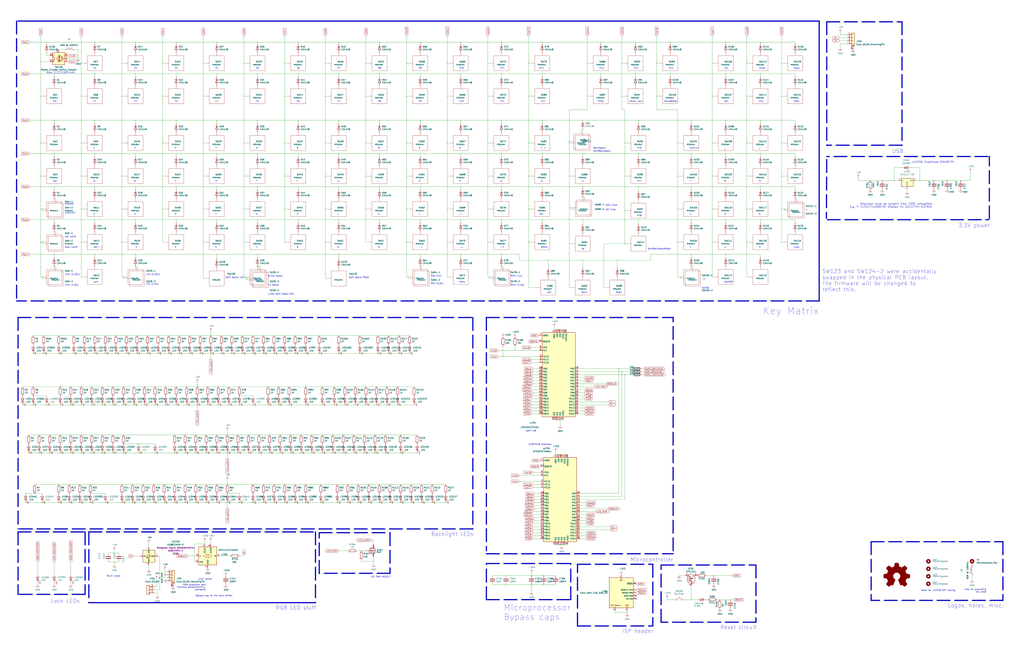
<source format=kicad_sch>
(kicad_sch (version 20230121) (generator eeschema)
  (paper "D")
  (junction (at 173.99 424.18) (diameter 0.3048))
  (junction (at 50.8 326.39) (diameter 0.3048))
  (junction (at 34.29 204.47) (diameter 0.3048))
  (junction (at 49.53 424.18) (diameter 0.3048))
  (junction (at 148.59 35.56) (diameter 0.3048))
  (junction (at 320.04 408.94) (diameter 0.3048))
  (junction (at 670.56 167.64) (diameter 0.3048))
  (junction (at 303.53 298.45) (diameter 0.3048))
  (junction (at 527.05 148.59) (diameter 0.3048))
  (junction (at 629.92 53.34) (diameter 0.3048))
  (junction (at 217.17 62.23) (diameter 0.3048))
  (junction (at 173.99 367.03) (diameter 0.3048))
  (junction (at 491.49 129.54) (diameter 0.3048))
  (junction (at 49.53 283.21) (diameter 0.3048))
  (junction (at 582.93 129.54) (diameter 0.3048))
  (junction (at 231.14 283.21) (diameter 0.3048))
  (junction (at 80.01 283.21) (diameter 0.3048))
  (junction (at 218.44 367.03) (diameter 0.3048))
  (junction (at 476.25 383.54) (diameter 0.3048))
  (junction (at 133.35 283.21) (diameter 0.3048))
  (junction (at 571.5 176.53) (diameter 0.3048))
  (junction (at 457.2 157.48) (diameter 0.3048))
  (junction (at 317.5 341.63) (diameter 0.3048))
  (junction (at 388.62 157.48) (diameter 0.3048))
  (junction (at 184.15 326.39) (diameter 0.3048))
  (junction (at 506.73 35.56) (diameter 0.3048))
  (junction (at 271.78 382.27) (diameter 0.3048))
  (junction (at 304.8 464.82) (diameter 0.3048))
  (junction (at 527.05 205.74) (diameter 0.3048))
  (junction (at 182.88 35.56) (diameter 0.3048))
  (junction (at 285.75 62.23) (diameter 0.3048))
  (junction (at 113.03 326.39) (diameter 0.3048))
  (junction (at 469.9 354.33) (diameter 0.3048))
  (junction (at 280.67 382.27) (diameter 0.3048))
  (junction (at 80.01 298.45) (diameter 0.3048))
  (junction (at 67.31 408.94) (diameter 0.3048))
  (junction (at 473.71 383.54) (diameter 0.3048))
  (junction (at 184.15 341.63) (diameter 0.3048))
  (junction (at 182.88 214.63) (diameter 0.3048))
  (junction (at 538.48 185.42) (diameter 0.3048))
  (junction (at 553.72 53.34) (diameter 0.3048))
  (junction (at 302.26 408.94) (diameter 0.3048))
  (junction (at 336.55 298.45) (diameter 0.3048))
  (junction (at 335.28 326.39) (diameter 0.3048))
  (junction (at 284.48 424.18) (diameter 0.3048))
  (junction (at 45.72 185.42) (diameter 0.3048))
  (junction (at 34.29 120.65) (diameter 0.3048))
  (junction (at 285.75 35.56) (diameter 0.3048))
  (junction (at 76.2 416.56) (diameter 0.3048))
  (junction (at 527.05 177.8) (diameter 0.3048))
  (junction (at 95.25 382.27) (diameter 0.3048))
  (junction (at 156.21 367.03) (diameter 0.3048))
  (junction (at 213.36 424.18) (diameter 0.3048))
  (junction (at 205.74 81.28) (diameter 0.3048))
  (junction (at 629.92 176.53) (diameter 0.3048))
  (junction (at 80.01 185.42) (diameter 0.3048))
  (junction (at 298.45 382.27) (diameter 0.3048))
  (junction (at 448.31 493.395) (diameter 0.3048))
  (junction (at 173.99 382.27) (diameter 0.3048))
  (junction (at 582.93 214.63) (diameter 0.3048))
  (junction (at 524.51 53.34) (diameter 0.3048))
  (junction (at 342.9 176.53) (diameter 0.3048))
  (junction (at 254 367.03) (diameter 0.3048))
  (junction (at 218.44 224.79) (diameter 0.3048))
  (junction (at 120.65 408.94) (diameter 0.3048))
  (junction (at 34.29 81.28) (diameter 0.3048))
  (junction (at 88.9 424.18) (diameter 0.3048))
  (junction (at 157.48 341.63) (diameter 0.3048))
  (junction (at 495.3 53.34) (diameter 0.3048))
  (junction (at 285.75 283.21) (diameter 0.3048))
  (junction (at 422.91 62.23) (diameter 0.3048))
  (junction (at 659.13 148.59) (diameter 0.3048))
  (junction (at 354.33 224.79) (diameter 0.3048))
  (junction (at 50.8 341.63) (diameter 0.3048))
  (junction (at 147.32 367.03) (diameter 0.3048))
  (junction (at 344.17 233.68) (diameter 0.3048))
  (junction (at 388.62 185.42) (diameter 0.3048))
  (junction (at 80.01 101.6) (diameter 0.3048))
  (junction (at 217.17 185.42) (diameter 0.3048))
  (junction (at 612.14 101.6) (diameter 0.3048))
  (junction (at 274.32 176.53) (diameter 0.3048))
  (junction (at 240.03 408.94) (diameter 0.3048))
  (junction (at 248.92 424.18) (diameter 0.3048))
  (junction (at 177.8 298.45) (diameter 0.3048))
  (junction (at 571.5 120.65) (diameter 0.3048))
  (junction (at 243.84 341.63) (diameter 0.3048))
  (junction (at 171.45 204.47) (diameter 0.3048))
  (junction (at 45.72 129.54) (diameter 0.3048))
  (junction (at 96.52 474.345) (diameter 0.3048))
  (junction (at 130.81 326.39) (diameter 0.3048))
  (junction (at 227.33 367.03) (diameter 0.3048))
  (junction (at 535.94 62.23) (diameter 0.3048))
  (junction (at 191.77 382.27) (diameter 0.3048))
  (junction (at 471.17 383.54) (diameter 0.3048))
  (junction (at 240.03 53.34) (diameter 0.3048))
  (junction (at 458.47 485.775) (diameter 0.3048))
  (junction (at 142.24 283.21) (diameter 0.3048))
  (junction (at 364.49 408.94) (diameter 0.3048))
  (junction (at 251.46 157.48) (diameter 0.3048))
  (junction (at 156.21 424.18) (diameter 0.3048))
  (junction (at 285.75 298.45) (diameter 0.3048))
  (junction (at 754.253 152.4) (diameter 0.3048))
  (junction (at 114.3 185.42) (diameter 0.3048))
  (junction (at 137.16 148.59) (diameter 0.3048))
  (junction (at 290.83 341.63) (diameter 0.3048))
  (junction (at 346.71 408.94) (diameter 0.3048))
  (junction (at 445.77 148.59) (diameter 0.3048))
  (junction (at 102.87 424.18) (diameter 0.3048))
  (junction (at 257.81 283.21) (diameter 0.3048))
  (junction (at 445.77 53.34) (diameter 0.3048))
  (junction (at 377.19 148.59) (diameter 0.3048))
  (junction (at 491.49 157.48) (diameter 0.3048))
  (junction (at 182.88 382.27) (diameter 0.3048))
  (junction (at 388.62 129.54) (diameter 0.3048))
  (junction (at 130.81 382.27) (diameter 0.3048))
  (junction (at 388.62 214.63) (diameter 0.3048))
  (junction (at 35.56 204.47) (diameter 0.3048))
  (junction (at 248.92 408.94) (diameter 0.3048))
  (junction (at 34.29 148.59) (diameter 0.3048))
  (junction (at 271.78 367.03) (diameter 0.3048))
  (junction (at 290.83 326.39) (diameter 0.3048))
  (junction (at 166.37 326.39) (diameter 0.3048))
  (junction (at 787.654 152.4) (diameter 0.3048))
  (junction (at 102.87 53.34) (diameter 0.3048))
  (junction (at 284.48 408.94) (diameter 0.3048))
  (junction (at 354.33 129.54) (diameter 0.3048))
  (junction (at 641.35 101.6) (diameter 0.3048))
  (junction (at 285.75 101.6) (diameter 0.3048))
  (junction (at 182.88 157.48) (diameter 0.3048))
  (junction (at 473.71 459.74) (diameter 0.3048))
  (junction (at 354.33 157.48) (diameter 0.3048))
  (junction (at 114.3 157.48) (diameter 0.3048))
  (junction (at 426.72 485.775) (diameter 0.3048))
  (junction (at 68.58 176.53) (diameter 0.3048))
  (junction (at 139.7 326.39) (diameter 0.3048))
  (junction (at 45.72 224.79) (diameter 0.3048))
  (junction (at 775.843 152.4) (diameter 0.3048))
  (junction (at 111.76 408.94) (diameter 0.3048))
  (junction (at 491.49 219.71) (diameter 0.3048))
  (junction (at 138.43 424.18) (diameter 0.3048))
  (junction (at 424.18 300.99) (diameter 0.3048))
  (junction (at 538.48 157.48) (diameter 0.3048))
  (junction (at 86.36 341.63) (diameter 0.3048))
  (junction (at 422.91 101.6) (diameter 0.3048))
  (junction (at 217.17 157.48) (diameter 0.3048))
  (junction (at 320.04 101.6) (diameter 0.3048))
  (junction (at 171.45 176.53) (diameter 0.3048))
  (junction (at 80.01 129.54) (diameter 0.3048))
  (junction (at 661.67 176.53) (diameter 0.3048))
  (junction (at 468.63 383.54) (diameter 0.3048))
  (junction (at 59.69 382.27) (diameter 0.3048))
  (junction (at 62.23 298.45) (diameter 0.3048))
  (junction (at 245.11 367.03) (diameter 0.3048))
  (junction (at 240.03 283.21) (diameter 0.3048))
  (junction (at 480.06 148.59) (diameter 0.3048))
  (junction (at 240.03 298.45) (diameter 0.3048))
  (junction (at 240.03 120.65) (diameter 0.3048))
  (junction (at 50.8 382.27) (diameter 0.3048))
  (junction (at 124.46 298.45) (diameter 0.3048))
  (junction (at 245.11 382.27) (diameter 0.3048))
  (junction (at 104.14 233.68) (diameter 0.3048))
  (junction (at 59.69 367.03) (diameter 0.3048))
  (junction (at 71.12 298.45) (diameter 0.3048))
  (junction (at 151.13 298.45) (diameter 0.3048))
  (junction (at 102.87 408.94) (diameter 0.3048))
  (junction (at 34.29 52.07) (diameter 0.3048))
  (junction (at 612.14 214.63) (diameter 0.3048))
  (junction (at 209.55 382.27) (diameter 0.3048))
  (junction (at 213.36 341.63) (diameter 0.3048))
  (junction (at 308.61 176.53) (diameter 0.3048))
  (junction (at 201.93 424.18) (diameter 0.3048))
  (junction (at 733.933 152.4) (diameter 0.3048))
  (junction (at 95.25 367.03) (diameter 0.3048))
  (junction (at 171.45 53.34) (diameter 0.3048))
  (junction (at 137.16 53.34) (diameter 0.3048))
  (junction (at 231.14 424.18) (diameter 0.3048))
  (junction (at 251.46 185.42) (diameter 0.3048))
  (junction (at 248.92 298.45) (diameter 0.3048))
  (junction (at 336.55 283.21) (diameter 0.3048))
  (junction (at 148.59 185.42) (diameter 0.3048))
  (junction (at 335.28 341.63) (diameter 0.3048))
  (junction (at 257.81 408.94) (diameter 0.3048))
  (junction (at 201.93 326.39) (diameter 0.3048))
  (junction (at 137.16 120.65) (diameter 0.3048))
  (junction (at 120.65 424.18) (diameter 0.3048))
  (junction (at 270.51 408.94) (diameter 0.3048))
  (junction (at 175.26 326.39) (diameter 0.3048))
  (junction (at 411.48 120.65) (diameter 0.3048))
  (junction (at 102.87 148.59) (diameter 0.3048))
  (junction (at 354.33 62.23) (diameter 0.3048))
  (junction (at 472.44 278.13) (diameter 0.3048))
  (junction (at 354.33 101.6) (diameter 0.3048))
  (junction (at 565.15 35.56) (diameter 0.3048))
  (junction (at 527.05 316.23) (diameter 0.3048))
  (junction (at 337.82 424.18) (diameter 0.3048))
  (junction (at 148.59 326.39) (diameter 0.3048))
  (junction (at 58.42 408.94) (diameter 0.3048))
  (junction (at 342.9 81.28) (diameter 0.3048))
  (junction (at 36.83 283.21) (diameter 0.3048))
  (junction (at 186.69 298.45) (diameter 0.3048))
  (junction (at 193.04 341.63) (diameter 0.3048))
  (junction (at 289.56 382.27) (diameter 0.3048))
  (junction (at 274.32 148.59) (diameter 0.3048))
  (junction (at 205.74 53.34) (diameter 0.3048))
  (junction (at 325.12 367.03) (diameter 0.3048))
  (junction (at 307.34 367.03) (diameter 0.3048))
  (junction (at 134.62 487.68))
  (junction (at 337.82 408.94) (diameter 0.3048))
  (junction (at 171.45 81.28) (diameter 0.3048))
  (junction (at 182.88 185.42) (diameter 0.3048))
  (junction (at 182.88 62.23) (diameter 0.3048))
  (junction (at 168.91 283.21) (diameter 0.3048))
  (junction (at 200.66 367.03) (diameter 0.3048))
  (junction (at 39.37 35.56) (diameter 0.3048))
  (junction (at 422.91 185.42) (diameter 0.3048))
  (junction (at 226.06 326.39) (diameter 0.3048))
  (junction (at 205.74 176.53) (diameter 0.3048))
  (junction (at 274.32 204.47) (diameter 0.3048))
  (junction (at 77.47 326.39) (diameter 0.3048))
  (junction (at 582.93 157.48) (diameter 0.3048))
  (junction (at 377.19 176.53) (diameter 0.3048))
  (junction (at 377.19 81.28) (diameter 0.3048))
  (junction (at 316.23 367.03) (diameter 0.3048))
  (junction (at 27.94 334.01) (diameter 0.3048))
  (junction (at 269.24 283.21) (diameter 0.3048))
  (junction (at 27.94 341.63) (diameter 0.3048))
  (junction (at 124.46 283.21) (diameter 0.3048))
  (junction (at 342.9 204.47) (diameter 0.3048))
  (junction (at 426.72 493.395) (diameter 0.3048))
  (junction (at 35.56 176.53) (diameter 0.3048))
  (junction (at 231.14 408.94) (diameter 0.3048))
  (junction (at 445.77 176.53) (diameter 0.3048))
  (junction (at 612.14 185.42) (diameter 0.3048))
  (junction (at 104.14 382.27) (diameter 0.3048))
  (junction (at 302.26 424.18) (diameter 0.3048))
  (junction (at 45.72 167.64) (diameter 0.3048))
  (junction (at 147.32 424.18) (diameter 0.3048))
  (junction (at 474.98 278.13) (diameter 0.3048))
  (junction (at 129.54 408.94) (diameter 0.3048))
  (junction (at 524.51 313.69) (diameter 0.3048))
  (junction (at 281.94 326.39) (diameter 0.3048))
  (junction (at 285.75 214.63) (diameter 0.3048))
  (junction (at 354.33 214.63) (diameter 0.3048))
  (junction (at 457.2 101.6) (diameter 0.3048))
  (junction (at 320.04 424.18) (diameter 0.3048))
  (junction (at 422.91 214.63) (diameter 0.3048))
  (junction (at 240.03 424.18) (diameter 0.3048))
  (junction (at 328.93 424.18) (diameter 0.3048))
  (junction (at 480.06 120.65) (diameter 0.3048))
  (junction (at 175.26 341.63) (diameter 0.3048))
  (junction (at 45.72 195.58) (diameter 0.3048))
  (junction (at 88.9 283.21) (diameter 0.3048))
  (junction (at 612.14 157.48) (diameter 0.3048))
  (junction (at 160.02 283.21) (diameter 0.3048))
  (junction (at 148.59 129.54) (diameter 0.3048))
  (junction (at 213.36 298.45) (diameter 0.3048))
  (junction (at 476.25 459.74) (diameter 0.3048))
  (junction (at 462.28 219.71) (diameter 0.3048))
  (junction (at 95.25 326.39) (diameter 0.3048))
  (junction (at 303.53 283.21) (diameter 0.3048))
  (junction (at 311.15 408.94) (diameter 0.3048))
  (junction (at 314.96 473.71) (diameter 0.3048))
  (junction (at 388.62 35.56) (diameter 0.3048))
  (junction (at 200.66 382.27) (diameter 0.3048))
  (junction (at 186.69 283.21) (diameter 0.3048))
  (junction (at 148.59 62.23) (diameter 0.3048))
  (junction (at 308.61 81.28) (diameter 0.3048))
  (junction (at 156.21 408.94) (diameter 0.3048))
  (junction (at 377.19 53.34) (diameter 0.3048))
  (junction (at 411.48 204.47) (diameter 0.3048))
  (junction (at 147.32 382.27) (diameter 0.3048))
  (junction (at 318.77 298.45) (diameter 0.3048))
  (junction (at 320.04 157.48) (diameter 0.3048))
  (junction (at 571.5 148.59) (diameter 0.3048))
  (junction (at 222.25 283.21) (diameter 0.3048))
  (junction (at 104.14 326.39) (diameter 0.3048))
  (junction (at 457.2 185.42) (diameter 0.3048))
  (junction (at 205.74 148.59) (diameter 0.3048))
  (junction (at 355.6 408.94) (diameter 0.3048))
  (junction (at 240.03 148.59) (diameter 0.3048))
  (junction (at 524.51 81.28) (diameter 0.3048))
  (junction (at 615.95 506.095) (diameter 0.3048))
  (junction (at 411.48 81.28) (diameter 0.3048))
  (junction (at 201.93 334.01) (diameter 0.3048))
  (junction (at 97.79 283.21) (diameter 0.3048))
  (junction (at 480.06 175.26) (diameter 0.3048))
  (junction (at 116.84 374.65) (diameter 0.3048))
  (junction (at 257.81 424.18) (diameter 0.3048))
  (junction (at 327.66 298.45) (diameter 0.3048))
  (junction (at 388.62 62.23) (diameter 0.3048))
  (junction (at 641.35 185.42) (diameter 0.3048))
  (junction (at 177.8 283.21) (diameter 0.3048))
  (junction (at 328.93 408.94) (diameter 0.3048))
  (junction (at 629.92 120.65) (diameter 0.3048))
  (junction (at 342.9 148.59) (diameter 0.3048))
  (junction (at 411.48 53.34) (diameter 0.3048))
  (junction (at 151.13 283.21) (diameter 0.3048))
  (junction (at 201.93 341.63) (diameter 0.3048))
  (junction (at 104.14 341.63) (diameter 0.3048))
  (junction (at 480.06 119.38) (diameter 0.3048))
  (junction (at 308.61 120.65) (diameter 0.3048))
  (junction (at 538.48 101.6) (diameter 0.3048))
  (junction (at 33.02 382.27) (diameter 0.3048))
  (junction (at 45.72 214.63) (diameter 0.3048))
  (junction (at 236.22 382.27) (diameter 0.3048))
  (junction (at 68.58 367.03) (diameter 0.3048))
  (junction (at 217.17 129.54) (diameter 0.3048))
  (junction (at 448.31 485.775) (diameter 0.3048))
  (junction (at 33.02 367.03) (diameter 0.3048))
  (junction (at 68.58 204.47) (diameter 0.3048))
  (junction (at 59.69 341.63) (diameter 0.3048))
  (junction (at 209.55 367.03) (diameter 0.3048))
  (junction (at 102.87 204.47) (diameter 0.3048))
  (junction (at 641.35 35.56) (diameter 0.3048))
  (junction (at 166.37 341.63) (diameter 0.3048))
  (junction (at 104.14 367.03) (diameter 0.3048))
  (junction (at 204.47 283.21) (diameter 0.3048))
  (junction (at 457.2 62.23) (diameter 0.3048))
  (junction (at 262.89 367.03) (diameter 0.3048))
  (junction (at 172.72 459.105) (diameter 0.3048))
  (junction (at 165.1 367.03) (diameter 0.3048))
  (junction (at 659.13 176.53) (diameter 0.3048))
  (junction (at 257.81 341.63) (diameter 0.3048))
  (junction (at 139.7 341.63) (diameter 0.3048))
  (junction (at 491.49 109.22) (diameter 0.3048))
  (junction (at 299.72 341.63) (diameter 0.3048))
  (junction (at 388.62 101.6) (diameter 0.3048))
  (junction (at 77.47 341.63) (diameter 0.3048))
  (junction (at 354.33 35.56) (diameter 0.3048))
  (junction (at 97.79 298.45) (diameter 0.3048))
  (junction (at 528.955 516.89) (diameter 0.3048))
  (junction (at 68.58 120.65) (diameter 0.3048))
  (junction (at 274.32 81.28) (diameter 0.3048))
  (junction (at 471.17 459.74) (diameter 0.3048))
  (junction (at 629.92 148.59) (diameter 0.3048))
  (junction (at 88.9 298.45) (diameter 0.3048))
  (junction (at 67.31 424.18) (diameter 0.3048))
  (junction (at 95.25 341.63) (diameter 0.3048))
  (junction (at 612.14 35.56) (diameter 0.3048))
  (junction (at 121.92 326.39) (diameter 0.3048))
  (junction (at 251.46 129.54) (diameter 0.3048))
  (junction (at 71.12 283.21) (diameter 0.3048))
  (junction (at 168.91 298.45) (diameter 0.3048))
  (junction (at 45.72 101.6) (diameter 0.3048))
  (junction (at 316.23 382.27) (diameter 0.3048))
  (junction (at 582.93 224.79) (diameter 0.3048))
  (junction (at 102.87 81.28) (diameter 0.3048))
  (junction (at 445.77 204.47) (diameter 0.3048))
  (junction (at 204.47 298.45) (diameter 0.3048))
  (junction (at 191.77 424.18) (diameter 0.3048))
  (junction (at 222.25 408.94) (diameter 0.3048))
  (junction (at 234.95 341.63) (diameter 0.3048))
  (junction (at 422.91 224.79) (diameter 0.3048))
  (junction (at 68.58 148.59) (diameter 0.3048))
  (junction (at 320.04 185.42) (diameter 0.3048))
  (junction (at 342.9 120.65) (diameter 0.3048))
  (junction (at 156.21 382.27) (diameter 0.3048))
  (junction (at 293.37 424.18) (diameter 0.3048))
  (junction (at 218.44 382.27) (diameter 0.3048))
  (junction (at 457.2 35.56) (diameter 0.3048))
  (junction (at 217.17 214.63) (diameter 0.3048))
  (junction (at 457.2 129.54) (diameter 0.3048))
  (junction (at 182.88 424.18) (diameter 0.3048))
  (junction (at 364.49 424.18) (diameter 0.3048))
  (junction (at 226.06 341.63) (diameter 0.3048))
  (junction (at 111.76 424.18) (diameter 0.3048))
  (junction (at 231.14 298.45) (diameter 0.3048))
  (junction (at 205.74 120.65) (diameter 0.3048))
  (junction (at 480.06 205.74) (diameter 0.3048))
  (junction (at 600.71 120.65) (diameter 0.3048))
  (junction (at 59.69 326.39) (diameter 0.3048))
  (junction (at 481.33 175.26) (diameter 0.3048))
  (junction (at 600.71 53.34) (diameter 0.3048))
  (junction (at 160.02 298.45) (diameter 0.3048))
  (junction (at 80.01 62.23) (diameter 0.3048))
  (junction (at 173.99 408.94) (diameter 0.3048))
  (junction (at 458.47 493.395) (diameter 0.3048))
  (junction (at 41.91 382.27) (diameter 0.3048))
  (junction (at 68.58 53.34) (diameter 0.3048))
  (junction (at 411.48 176.53) (diameter 0.3048))
  (junction (at 80.01 214.63) (diameter 0.3048))
  (junction (at 62.23 283.21) (diameter 0.3048))
  (junction (at 600.71 204.47) (diameter 0.3048))
  (junction (at 506.73 62.23) (diameter 0.3048))
  (junction (at 269.24 298.45) (diameter 0.3048))
  (junction (at 165.1 382.27) (diameter 0.3048))
  (junction (at 106.68 283.21) (diameter 0.3048))
  (junction (at 50.8 367.03) (diameter 0.3048))
  (junction (at 195.58 298.45) (diameter 0.3048))
  (junction (at 41.91 367.03) (diameter 0.3048))
  (junction (at 217.17 101.6) (diameter 0.3048))
  (junction (at 601.98 485.775) (diameter 0.3048))
  (junction (at 810.26 152.4) (diameter 0.3048))
  (junction (at 195.58 283.21) (diameter 0.3048))
  (junction (at 582.93 506.095) (diameter 0.3048))
  (junction (at 326.39 341.63) (diameter 0.3048))
  (junction (at 182.88 408.94) (diameter 0.3048))
  (junction (at 157.48 326.39) (diameter 0.3048))
  (junction (at 354.33 185.42) (diameter 0.3048))
  (junction (at 285.75 129.54) (diameter 0.3048))
  (junction (at 49.53 408.94) (diameter 0.3048))
  (junction (at 641.35 157.48) (diameter 0.3048))
  (junction (at 280.67 367.03) (diameter 0.3048))
  (junction (at 148.59 341.63) (diameter 0.3048))
  (junction (at 422.91 35.56) (diameter 0.3048))
  (junction (at 346.71 424.18) (diameter 0.3048))
  (junction (at 248.92 283.21) (diameter 0.3048))
  (junction (at 520.7 219.71) (diameter 0.3048))
  (junction (at 798.83 152.4) (diameter 0.3048))
  (junction (at 582.93 185.42) (diameter 0.3048))
  (junction (at 641.35 62.23) (diameter 0.3048))
  (junction (at 113.03 341.63) (diameter 0.3048))
  (junction (at 35.56 233.68) (diameter 0.3048))
  (junction (at 243.84 326.39) (diameter 0.3048))
  (junction (at 171.45 120.65) (diameter 0.3048))
  (junction (at 137.16 176.53) (diameter 0.3048))
  (junction (at 80.01 35.56) (diameter 0.3048))
  (junction (at 213.36 283.21) (diameter 0.3048))
  (junction (at 121.92 341.63) (diameter 0.3048))
  (junction (at 80.01 157.48) (diameter 0.3048))
  (junction (at 535.94 35.56) (diameter 0.3048))
  (junction (at 298.45 367.03) (diameter 0.3048))
  (junction (at 271.78 326.39) (diameter 0.3048))
  (junction (at 422.91 157.48) (diameter 0.3048))
  (junction (at 191.77 367.03) (diameter 0.3048))
  (junction (at 208.28 234.95) (diameter 0.3048))
  (junction (at 411.48 148.59) (diameter 0.3048))
  (junction (at 102.87 176.53) (diameter 0.3048))
  (junction (at 49.53 298.45) (diameter 0.3048))
  (junction (at 68.58 81.28) (diameter 0.3048))
  (junction (at 133.35 298.45) (diameter 0.3048))
  (junction (at 571.5 204.47) (diameter 0.3048))
  (junction (at 434.34 295.91) (diameter 0.3048))
  (junction (at 130.81 341.63) (diameter 0.3048))
  (junction (at 114.3 224.79) (diameter 0.3048))
  (junction (at 445.77 120.65) (diameter 0.3048))
  (junction (at 337.82 367.03) (diameter 0.3048))
  (junction (at 66.04 49.53) (diameter 0.3048))
  (junction (at 106.68 298.45) (diameter 0.3048))
  (junction (at 320.04 129.54) (diameter 0.3048))
  (junction (at 193.04 326.39) (diameter 0.3048))
  (junction (at 308.61 53.34) (diameter 0.3048))
  (junction (at 77.47 367.03) (diameter 0.3048))
  (junction (at 165.1 424.18) (diameter 0.3048))
  (junction (at 422.91 129.54) (diameter 0.3048))
  (junction (at 495.3 81.28) (diameter 0.3048))
  (junction (at 182.88 129.54) (diameter 0.3048))
  (junction (at 207.01 233.68) (diameter 0.3048))
  (junction (at 744.093 152.4) (diameter 0.3048))
  (junction (at 76.2 424.18) (diameter 0.3048))
  (junction (at 326.39 326.39) (diameter 0.3048))
  (junction (at 308.61 341.63) (diameter 0.3048))
  (junction (at 222.25 424.18) (diameter 0.3048))
  (junction (at 165.1 408.94) (diameter 0.3048))
  (junction (at 271.78 341.63) (diameter 0.3048))
  (junction (at 114.3 101.6) (diameter 0.3048))
  (junction (at 251.46 101.6) (diameter 0.3048))
  (junction (at 86.36 326.39) (diameter 0.3048))
  (junction (at 115.57 283.21) (diameter 0.3048))
  (junction (at 240.03 81.28) (diameter 0.3048))
  (junction (at 262.89 382.27) (diameter 0.3048))
  (junction (at 217.17 224.79) (diameter 0.3048))
  (junction (at 29.21 416.56) (diameter 0.3048))
  (junction (at 565.15 62.23) (diameter 0.3048))
  (junction (at 171.45 148.59) (diameter 0.3048))
  (junction (at 236.22 367.03) (diameter 0.3048))
  (junction (at 39.37 341.63) (diameter 0.3048))
  (junction (at 251.46 35.56) (diameter 0.3048))
  (junction (at 191.77 416.56) (diameter 0.3048))
  (junction (at 102.87 120.65) (diameter 0.3048))
  (junction (at 629.92 204.47) (diameter 0.3048))
  (junction (at 538.48 129.54) (diameter 0.3048))
  (junction (at 612.14 62.23) (diameter 0.3048))
  (junction (at 299.72 326.39) (diameter 0.3048))
  (junction (at 412.75 233.68) (diameter 0.3048))
  (junction (at 182.88 101.6) (diameter 0.3048))
  (junction (at 527.05 120.65) (diameter 0.3048))
  (junction (at 325.12 382.27) (diameter 0.3048))
  (junction (at 270.51 424.18) (diameter 0.3048))
  (junction (at 607.06 506.095) (diameter 0.3048))
  (junction (at 467.36 278.13) (diameter 0.3048))
  (junction (at 600.71 148.59) (diameter 0.3048))
  (junction (at 377.19 120.65) (diameter 0.3048))
  (junction (at 104.14 374.65) (diameter 0.3048))
  (junction (at 254 382.27) (diameter 0.3048))
  (junction (at 86.36 367.03) (diameter 0.3048))
  (junction (at 240.03 176.53) (diameter 0.3048))
  (junction (at 491.49 166.37) (diameter 0.3048))
  (junction (at 308.61 148.59) (diameter 0.3048))
  (junction (at 308.61 326.39) (diameter 0.3048))
  (junction (at 213.36 408.94) (diameter 0.3048))
  (junction (at 86.36 382.27) (diameter 0.3048))
  (junction (at 137.16 81.28) (diameter 0.3048))
  (junction (at 36.83 298.45) (diameter 0.3048))
  (junction (at 116.84 382.27) (diameter 0.3048))
  (junction (at 317.5 326.39) (diameter 0.3048))
  (junction (at 641.35 129.54) (diameter 0.3048))
  (junction (at 612.14 129.54) (diameter 0.3048))
  (junction (at 307.34 382.27) (diameter 0.3048))
  (junction (at 281.94 341.63) (diameter 0.3048))
  (junction (at 629.92 81.28) (diameter 0.3048))
  (junction (at 58.42 424.18) (diameter 0.3048))
  (junction (at 600.71 81.28) (diameter 0.3048))
  (junction (at 274.32 53.34) (diameter 0.3048))
  (junction (at 45.72 62.23) (diameter 0.3048))
  (junction (at 355.6 424.18) (diameter 0.3048))
  (junction (at 600.71 176.53) (diameter 0.3048))
  (junction (at 76.2 408.94) (diameter 0.3048))
  (junction (at 574.04 233.68) (diameter 0.3048))
  (junction (at 114.3 35.56) (diameter 0.3048))
  (junction (at 553.72 81.28) (diameter 0.3048))
  (junction (at 114.3 129.54) (diameter 0.3048))
  (junction (at 320.04 62.23) (diameter 0.3048))
  (junction (at 27.94 326.39) (diameter 0.3048))
  (junction (at 659.13 53.34) (diameter 0.3048))
  (junction (at 129.54 424.18) (diameter 0.3048))
  (junction (at 222.25 298.45) (diameter 0.3048))
  (junction (at 148.59 157.48) (diameter 0.3048))
  (junction (at 472.44 354.33) (diameter 0.3048))
  (junction (at 147.32 408.94) (diameter 0.3048))
  (junction (at 257.81 326.39) (diameter 0.3048))
  (junction (at 191.77 408.94) (diameter 0.3048))
  (junction (at 234.95 326.39) (diameter 0.3048))
  (junction (at 68.58 326.39) (diameter 0.3048))
  (junction (at 148.59 101.6) (diameter 0.3048))
  (junction (at 320.04 35.56) (diameter 0.3048))
  (junction (at 491.49 101.6) (diameter 0.3048))
  (junction (at 227.33 382.27) (diameter 0.3048))
  (junction (at 318.77 283.21) (diameter 0.3048))
  (junction (at 182.88 367.03) (diameter 0.3048))
  (junction (at 289.56 367.03) (diameter 0.3048))
  (junction (at 285.75 185.42) (diameter 0.3048))
  (junction (at 311.15 424.18) (diameter 0.3048))
  (junction (at 445.77 81.28) (diameter 0.3048))
  (junction (at 521.97 311.15) (diameter 0.3048))
  (junction (at 327.66 283.21) (diameter 0.3048))
  (junction (at 377.19 204.47) (diameter 0.3048))
  (junction (at 138.43 408.94) (diameter 0.3048))
  (junction (at 285.75 157.48) (diameter 0.3048))
  (junction (at 582.93 101.6) (diameter 0.3048))
  (junction (at 114.3 62.23) (diameter 0.3048))
  (junction (at 337.82 382.27) (diameter 0.3048))
  (junction (at 142.24 298.45) (diameter 0.3048))
  (junction (at 96.52 466.725) (diameter 0.3048))
  (junction (at 114.3 214.63) (diameter 0.3048))
  (junction (at 251.46 62.23) (diameter 0.3048))
  (junction (at 217.17 35.56) (diameter 0.3048))
  (junction (at 35.56 424.18) (diameter 0.3048))
  (junction (at 342.9 53.34) (diameter 0.3048))
  (junction (at 659.13 120.65) (diameter 0.3048))
  (junction (at 68.58 382.27) (diameter 0.3048))
  (junction (at 115.57 298.45) (diameter 0.3048))
  (junction (at 491.49 185.42) (diameter 0.3048))
  (junction (at 77.47 382.27) (diameter 0.3048))
  (junction (at 659.13 81.28) (diameter 0.3048))
  (junction (at 34.29 176.53) (diameter 0.3048))
  (junction (at 274.32 120.65) (diameter 0.3048))
  (junction (at 293.37 408.94) (diameter 0.3048))
  (junction (at 469.9 278.13) (diameter 0.3048))
  (junction (at 45.72 157.48) (diameter 0.3048))
  (junction (at 257.81 298.45) (diameter 0.3048))
  (junction (at 205.74 204.47) (diameter 0.3048))
  (junction (at 68.58 341.63) (diameter 0.3048))
  (no_connect (at 536.575 505.46))
  (no_connect (at 536.575 502.92))
  (wire (pts (xy 148.59 62.23) (xy 182.88 62.23)))
  (wire (pts (xy 449.58 441.96) (xy 455.93 441.96)))
  (wire (pts (xy 473.71 459.74) (xy 473.71 461.01)))
  (wire (pts (xy 251.46 36.83) (xy 251.46 35.56)))
  (wire (pts (xy 38.1 234.95) (xy 35.56 234.95)))
  (wire (pts (xy 71.12 204.47) (xy 68.58 204.47)))
  (wire (pts (xy 364.49 424.18) (xy 355.6 424.18)))
  (wire (pts (xy 205.74 53.34) (xy 205.74 30.48)))
  (wire (pts (xy 471.17 459.74) (xy 473.71 459.74)))
  (polyline (pts (xy 734.695 457.2) (xy 845.82 457.2)) (stroke (width 0.9906) (type dash)))
  (wire (pts (xy 487.68 346.71) (xy 492.76 346.71)))
  (wire (pts (xy 68.58 148.59) (xy 68.58 120.65)))
  (wire (pts (xy 242.57 81.28) (xy 240.03 81.28)))
  (wire (pts (xy 173.99 408.94) (xy 165.1 408.94)))
  (polyline (pts (xy 833.12 132.08) (xy 697.23 132.08)) (stroke (width 0.9906) (type dash)))
  (wire (pts (xy 535.94 35.56) (xy 535.94 36.83)))
  (wire (pts (xy 468.63 459.74) (xy 471.17 459.74)))
  (wire (pts (xy 661.67 204.47) (xy 659.13 204.47)))
  (wire (pts (xy 25.4 129.54) (xy 45.72 129.54)))
  (wire (pts (xy 364.49 424.18) (xy 375.92 424.18)))
  (wire (pts (xy 148.59 185.42) (xy 182.88 185.42)))
  (wire (pts (xy 191.77 424.18) (xy 201.93 424.18)))
  (wire (pts (xy 328.93 408.94) (xy 320.04 408.94)))
  (wire (pts (xy 173.99 367.03) (xy 165.1 367.03)))
  (wire (pts (xy 285.75 157.48) (xy 285.75 160.02)))
  (wire (pts (xy 251.46 101.6) (xy 285.75 101.6)))
  (wire (pts (xy 487.68 331.47) (xy 492.76 331.47)))
  (wire (pts (xy 457.2 185.42) (xy 491.49 185.42)))
  (wire (pts (xy 538.48 185.42) (xy 582.93 185.42)))
  (wire (pts (xy 445.77 81.28) (xy 445.77 120.65)))
  (wire (pts (xy 422.91 157.48) (xy 457.2 157.48)))
  (wire (pts (xy 201.93 424.18) (xy 213.36 424.18)))
  (wire (pts (xy 177.8 283.21) (xy 177.8 279.4)))
  (wire (pts (xy 600.71 204.47) (xy 600.71 176.53)))
  (wire (pts (xy 205.74 467.995) (xy 205.74 469.265)))
  (wire (pts (xy 104.14 374.65) (xy 116.84 374.65)))
  (wire (pts (xy 25.4 101.6) (xy 45.72 101.6)))
  (wire (pts (xy 105.41 176.53) (xy 102.87 176.53)))
  (wire (pts (xy 139.7 120.65) (xy 137.16 120.65)))
  (wire (pts (xy 612.14 101.6) (xy 612.14 104.14)))
  (wire (pts (xy 388.62 129.54) (xy 388.62 132.08)))
  (wire (pts (xy 488.95 416.56) (xy 521.97 416.56)))
  (wire (pts (xy 342.9 53.34) (xy 342.9 81.28)))
  (wire (pts (xy 138.43 408.94) (xy 129.54 408.94)))
  (wire (pts (xy 641.35 129.54) (xy 641.35 132.08)))
  (polyline (pts (xy 269.24 449.58) (xy 328.93 449.58)) (stroke (width 0.9906) (type dash)))
  (wire (pts (xy 527.05 92.71) (xy 527.05 120.65)))
  (wire (pts (xy 448.31 148.59) (xy 445.77 148.59)))
  (polyline (pts (xy 697.23 134.62) (xy 696.976 184.15)) (stroke (width 0.9906) (type dash)))
  (wire (pts (xy 31.75 493.395) (xy 31.75 492.125)))
  (wire (pts (xy 488.95 449.58) (xy 494.03 449.58)))
  (wire (pts (xy 285.75 35.56) (xy 251.46 35.56)))
  (wire (pts (xy 308.61 53.34) (xy 308.61 30.48)))
  (polyline (pts (xy 487.045 528.32) (xy 487.045 476.25)) (stroke (width 1) (type dash)))
  (wire (pts (xy 448.31 53.34) (xy 445.77 53.34)))
  (wire (pts (xy 120.65 424.18) (xy 111.76 424.18)))
  (wire (pts (xy 77.47 326.39) (xy 68.58 326.39)))
  (wire (pts (xy 448.31 339.09) (xy 454.66 339.09)))
  (wire (pts (xy 468.63 485.775) (xy 458.47 485.775)))
  (wire (pts (xy 140.97 487.68) (xy 134.62 487.68)))
  (wire (pts (xy 148.59 157.48) (xy 148.59 160.02)))
  (polyline (pts (xy 557.53 525.145) (xy 557.53 476.885)) (stroke (width 0.9906) (type dash)))
  (wire (pts (xy 567.69 506.095) (xy 562.61 506.095)))
  (wire (pts (xy 271.78 382.27) (xy 262.89 382.27)))
  (wire (pts (xy 205.74 53.34) (xy 205.74 81.28)))
  (wire (pts (xy 299.72 341.63) (xy 290.83 341.63)))
  (wire (pts (xy 285.75 62.23) (xy 320.04 62.23)))
  (wire (pts (xy 632.46 204.47) (xy 629.92 204.47)))
  (wire (pts (xy 411.48 81.28) (xy 411.48 120.65)))
  (wire (pts (xy 76.2 424.18) (xy 67.31 424.18)))
  (wire (pts (xy 91.44 466.725) (xy 96.52 466.725)))
  (wire (pts (xy 612.14 62.23) (xy 641.35 62.23)))
  (wire (pts (xy 415.29 493.395) (xy 426.72 493.395)))
  (wire (pts (xy 538.48 129.54) (xy 538.48 132.08)))
  (wire (pts (xy 102.87 53.34) (xy 102.87 81.28)))
  (wire (pts (xy 708.025 31.75) (xy 714.375 31.75)))
  (wire (pts (xy 76.2 408.94) (xy 102.87 408.94)))
  (wire (pts (xy 177.8 456.565) (xy 177.8 459.105)))
  (wire (pts (xy 217.17 214.63) (xy 285.75 214.63)))
  (wire (pts (xy 45.72 62.23) (xy 80.01 62.23)))
  (wire (pts (xy 80.01 214.63) (xy 80.01 217.17)))
  (wire (pts (xy 274.32 204.47) (xy 274.32 234.95)))
  (wire (pts (xy 422.91 185.42) (xy 457.2 185.42)))
  (wire (pts (xy 337.82 367.03) (xy 351.79 367.03)))
  (wire (pts (xy 337.82 424.18) (xy 328.93 424.18)))
  (wire (pts (xy 231.14 298.45) (xy 222.25 298.45)))
  (wire (pts (xy 422.91 62.23) (xy 422.91 64.77)))
  (wire (pts (xy 121.92 326.39) (xy 113.03 326.39)))
  (wire (pts (xy 448.31 493.395) (xy 458.47 493.395)))
  (wire (pts (xy 96.52 464.185) (xy 96.52 466.725)))
  (wire (pts (xy 285.75 185.42) (xy 320.04 185.42)))
  (wire (pts (xy 88.9 283.21) (xy 80.01 283.21)))
  (wire (pts (xy 448.31 81.28) (xy 445.77 81.28)))
  (wire (pts (xy 574.04 148.59) (xy 571.5 148.59)))
  (wire (pts (xy 600.71 53.34) (xy 600.71 30.48)))
  (wire (pts (xy 414.02 120.65) (xy 411.48 120.65)))
  (wire (pts (xy 454.66 293.37) (xy 448.31 293.37)))
  (wire (pts (xy 603.25 176.53) (xy 600.71 176.53)))
  (wire (pts (xy 355.6 408.94) (xy 346.71 408.94)))
  (wire (pts (xy 529.59 120.65) (xy 527.05 120.65)))
  (wire (pts (xy 166.37 326.39) (xy 157.48 326.39)))
  (wire (pts (xy 336.55 298.45) (xy 327.66 298.45)))
  (wire (pts (xy 201.93 334.01) (xy 213.36 334.01)))
  (wire (pts (xy 210.82 236.22) (xy 208.28 236.22)))
  (wire (pts (xy 86.36 382.27) (xy 77.47 382.27)))
  (wire (pts (xy 182.88 214.63) (xy 217.17 214.63)))
  (wire (pts (xy 320.04 424.18) (xy 311.15 424.18)))
  (wire (pts (xy 243.84 341.63) (xy 257.81 341.63)))
  (wire (pts (xy 600.71 233.68) (xy 600.71 204.47)))
  (wire (pts (xy 612.14 129.54) (xy 641.35 129.54)))
  (wire (pts (xy 320.04 129.54) (xy 320.04 132.08)))
  (polyline (pts (xy 637.54 525.145) (xy 557.53 525.145)) (stroke (width 0.9906) (type dash)))
  (wire (pts (xy 45.72 224.79) (xy 46.99 224.79)))
  (wire (pts (xy 248.92 424.18) (xy 240.03 424.18)))
  (polyline (pts (xy 567.69 464.82) (xy 567.69 267.97)) (stroke (width 0.9906) (type dash)))
  (wire (pts (xy 105.41 120.65) (xy 102.87 120.65)))
  (wire (pts (xy 156.21 367.03) (xy 147.32 367.03)))
  (wire (pts (xy 553.72 92.71) (xy 553.72 81.28)))
  (wire (pts (xy 506.73 35.56) (xy 506.73 36.83)))
  (wire (pts (xy 450.85 429.26) (xy 455.93 429.26)))
  (wire (pts (xy 527.05 205.74) (xy 527.05 177.8)))
  (wire (pts (xy 449.58 316.23) (xy 454.66 316.23)))
  (wire (pts (xy 163.83 474.345) (xy 163.83 459.105)))
  (wire (pts (xy 227.33 367.03) (xy 218.44 367.03)))
  (wire (pts (xy 320.04 185.42) (xy 354.33 185.42)))
  (wire (pts (xy 191.77 416.56) (xy 201.93 416.56)))
  (wire (pts (xy 116.84 374.65) (xy 130.81 374.65)))
  (wire (pts (xy 139.7 341.63) (xy 130.81 341.63)))
  (wire (pts (xy 248.92 408.94) (xy 240.03 408.94)))
  (wire (pts (xy 457.2 157.48) (xy 457.2 160.02)))
  (wire (pts (xy 76.2 408.94) (xy 67.31 408.94)))
  (wire (pts (xy 354.33 62.23) (xy 354.33 64.77)))
  (wire (pts (xy 34.29 52.07) (xy 34.29 81.28)))
  (wire (pts (xy 68.58 53.34) (xy 68.58 81.28)))
  (wire (pts (xy 335.28 341.63) (xy 326.39 341.63)))
  (wire (pts (xy 134.62 487.68) (xy 134.62 469.392)))
  (wire (pts (xy 173.99 382.27) (xy 165.1 382.27)))
  (wire (pts (xy 67.31 408.94) (xy 58.42 408.94)))
  (wire (pts (xy 388.62 36.83) (xy 388.62 35.56)))
  (wire (pts (xy 487.68 328.93) (xy 492.76 328.93)))
  (wire (pts (xy 457.2 129.54) (xy 457.2 132.08)))
  (wire (pts (xy 491.49 129.54) (xy 491.49 132.08)))
  (wire (pts (xy 455.93 398.78) (xy 449.58 398.78)))
  (wire (pts (xy 457.2 36.83) (xy 457.2 35.56)))
  (polyline (pts (xy 550.545 476.25) (xy 550.545 528.32)) (stroke (width 1) (type dash)))
  (wire (pts (xy 172.72 456.565) (xy 172.72 459.105)))
  (wire (pts (xy 148.59 326.39) (xy 139.7 326.39)))
  (polyline (pts (xy 410.21 475.615) (xy 481.33 475.615)) (stroke (width 0.9906) (type dash)))
  (wire (pts (xy 471.17 383.54) (xy 473.71 383.54)))
  (polyline (pts (xy 487.045 476.25) (xy 550.545 476.25)) (stroke (width 1) (type dash)))
  (wire (pts (xy 222.25 408.94) (xy 213.36 408.94)))
  (polyline (pts (xy 15.24 448.945) (xy 15.24 501.65)) (stroke (width 0.9906) (type dash)))
  (wire (pts (xy 388.62 35.56) (xy 354.33 35.56)))
  (wire (pts (xy 195.58 298.45) (xy 186.69 298.45)))
  (wire (pts (xy 222.25 283.21) (xy 213.36 283.21)))
  (wire (pts (xy 304.8 464.82) (xy 300.99 464.82)))
  (wire (pts (xy 91.44 474.345) (xy 96.52 474.345)))
  (wire (pts (xy 274.32 234.95) (xy 276.86 234.95)))
  (wire (pts (xy 457.2 62.23) (xy 457.2 64.77)))
  (wire (pts (xy 245.11 382.27) (xy 236.22 382.27)))
  (wire (pts (xy 148.59 62.23) (xy 148.59 64.77)))
  (wire (pts (xy 488.95 441.96) (xy 494.03 441.96)))
  (wire (pts (xy 139.7 148.59) (xy 137.16 148.59)))
  (wire (pts (xy 527.05 53.34) (xy 524.51 53.34)))
  (wire (pts (xy 177.8 298.45) (xy 168.91 298.45)))
  (wire (pts (xy 104.14 382.27) (xy 116.84 382.27)))
  (wire (pts (xy 182.88 101.6) (xy 217.17 101.6)))
  (wire (pts (xy 480.06 120.65) (xy 480.06 119.38)))
  (wire (pts (xy 166.37 346.71) (xy 166.37 341.63)))
  (wire (pts (xy 293.37 424.18) (xy 284.48 424.18)))
  (wire (pts (xy 308.61 53.34) (xy 308.61 81.28)))
  (wire (pts (xy 303.53 298.45) (xy 318.77 298.45)))
  (wire (pts (xy 213.36 341.63) (xy 226.06 341.63)))
  (wire (pts (xy 422.91 101.6) (xy 422.91 104.14)))
  (wire (pts (xy 182.88 367.03) (xy 173.99 367.03)))
  (polyline (pts (xy 74.93 448.945) (xy 266.065 448.945)) (stroke (width 0.9906) (type dash)))
  (wire (pts (xy 565.15 62.23) (xy 612.14 62.23)))
  (wire (pts (xy 438.15 406.4) (xy 455.93 406.4)))
  (wire (pts (xy 35.56 234.95) (xy 35.56 233.68)))
  (wire (pts (xy 325.12 382.27) (xy 316.23 382.27)))
  (wire (pts (xy 217.17 157.48) (xy 251.46 157.48)))
  (wire (pts (xy 191.77 408.94) (xy 182.88 408.94)))
  (wire (pts (xy 454.66 313.69) (xy 449.58 313.69)))
  (polyline (pts (xy 697.738 185.42) (xy 833.628 185.42)) (stroke (width 0.9906) (type dash)))
  (wire (pts (xy 102.87 233.68) (xy 102.87 204.47)))
  (wire (pts (xy 102.87 81.28) (xy 102.87 120.65)))
  (wire (pts (xy 114.3 101.6) (xy 148.59 101.6)))
  (wire (pts (xy 612.14 214.63) (xy 582.93 214.63)))
  (wire (pts (xy 448.31 485.775) (xy 448.31 483.235)))
  (wire (pts (xy 708.66 36.83) (xy 714.375 36.83)))
  (wire (pts (xy 411.48 176.53) (xy 411.48 148.59)))
  (wire (pts (xy 207.01 234.95) (xy 207.01 233.68)))
  (wire (pts (xy 345.44 53.34) (xy 342.9 53.34)))
  (wire (pts (xy 257.81 341.63) (xy 271.78 341.63)))
  (wire (pts (xy 538.48 185.42) (xy 538.48 189.23)))
  (wire (pts (xy 165.1 474.345) (xy 163.83 474.345)))
  (wire (pts (xy 354.33 214.63) (xy 354.33 217.17)))
  (polyline (pts (xy 15.24 448.945) (xy 71.755 448.945)) (stroke (width 0.9906) (type dash)))
  (wire (pts (xy 472.44 354.33) (xy 474.98 354.33)))
  (wire (pts (xy 68.58 176.53) (xy 68.58 148.59)))
  (polyline (pts (xy 410.21 506.095) (xy 410.21 475.615)) (stroke (width 0.9906) (type dash)))
  (wire (pts (xy 248.92 283.21) (xy 240.03 283.21)))
  (wire (pts (xy 129.54 424.18) (xy 120.65 424.18)))
  (wire (pts (xy 68.58 53.34) (xy 68.58 30.48)))
  (wire (pts (xy 137.16 53.34) (xy 137.16 81.28)))
  (wire (pts (xy 217.17 62.23) (xy 217.17 64.77)))
  (wire (pts (xy 714.375 29.21) (xy 708.66 29.21)))
  (wire (pts (xy 600.71 120.65) (xy 600.71 148.59)))
  (wire (pts (xy 388.62 214.63) (xy 388.62 217.17)))
  (wire (pts (xy 320.04 35.56) (xy 285.75 35.56)))
  (wire (pts (xy 208.28 53.34) (xy 205.74 53.34)))
  (wire (pts (xy 582.93 157.48) (xy 612.14 157.48)))
  (wire (pts (xy 254 382.27) (xy 245.11 382.27)))
  (wire (pts (xy 62.23 41.91) (xy 66.04 41.91)))
  (wire (pts (xy 97.79 283.21) (xy 88.9 283.21)))
  (wire (pts (xy 342.9 176.53) (xy 342.9 148.59)))
  (wire (pts (xy 488.95 447.04) (xy 514.35 447.04)))
  (wire (pts (xy 311.15 120.65) (xy 308.61 120.65)))
  (wire (pts (xy 450.85 439.42) (xy 455.93 439.42)))
  (wire (pts (xy 68.58 367.03) (xy 59.69 367.03)))
  (wire (pts (xy 204.47 283.21) (xy 195.58 283.21)))
  (wire (pts (xy 139.7 326.39) (xy 130.81 326.39)))
  (wire (pts (xy 77.47 367.03) (xy 68.58 367.03)))
  (wire (pts (xy 524.51 313.69) (xy 533.4 313.69)))
  (wire (pts (xy 68.58 341.63) (xy 59.69 341.63)))
  (wire (pts (xy 595.63 506.095) (xy 596.9 506.095)))
  (wire (pts (xy 528.955 515.62) (xy 528.955 516.89)))
  (wire (pts (xy 173.99 234.95) (xy 171.45 234.95)))
  (wire (pts (xy 71.12 298.45) (xy 62.23 298.45)))
  (wire (pts (xy 632.46 53.34) (xy 629.92 53.34)))
  (wire (pts (xy 240.03 283.21) (xy 231.14 283.21)))
  (wire (pts (xy 227.33 382.27) (xy 218.44 382.27)))
  (wire (pts (xy 497.84 81.28) (xy 495.3 81.28)))
  (wire (pts (xy 124.46 283.21) (xy 115.57 283.21)))
  (wire (pts (xy 487.68 349.25) (xy 492.76 349.25)))
  (wire (pts (xy 632.46 233.68) (xy 629.92 233.68)))
  (wire (pts (xy 307.34 367.03) (xy 298.45 367.03)))
  (wire (pts (xy 45.72 101.6) (xy 45.72 104.14)))
  (polyline (pts (xy 697.23 18.415) (xy 697.23 122.555)) (stroke (width 0.9906) (type dash)))
  (wire (pts (xy 217.17 35.56) (xy 182.88 35.56)))
  (wire (pts (xy 121.92 341.63) (xy 113.03 341.63)))
  (wire (pts (xy 723.773 152.4) (xy 733.933 152.4)))
  (wire (pts (xy 600.71 81.28) (xy 600.71 53.34)))
  (wire (pts (xy 124.46 298.45) (xy 115.57 298.45)))
  (wire (pts (xy 629.92 204.47) (xy 629.92 176.53)))
  (wire (pts (xy 337.82 382.27) (xy 351.79 382.27)))
  (wire (pts (xy 311.15 204.47) (xy 308.61 204.47)))
  (wire (pts (xy 524.51 419.1) (xy 524.51 313.69)))
  (polyline (pts (xy 13.97 17.78) (xy 13.97 254)) (stroke (width 0.9906) (type dash)))
  (wire (pts (xy 139.7 53.34) (xy 137.16 53.34)))
  (wire (pts (xy 615.95 506.095) (xy 607.06 506.095)))
  (wire (pts (xy 325.12 382.27) (xy 337.82 382.27)))
  (wire (pts (xy 59.69 492.125) (xy 59.69 493.395)))
  (wire (pts (xy 34.29 81.28) (xy 34.29 120.65)))
  (wire (pts (xy 285.75 298.45) (xy 303.53 298.45)))
  (polyline (pts (xy 266.065 448.945) (xy 266.065 508.635)) (stroke (width 0.9906) (type dash)))
  (wire (pts (xy 186.69 283.21) (xy 177.8 283.21)))
  (wire (pts (xy 137.16 148.59) (xy 137.16 120.65)))
  (wire (pts (xy 448.31 120.65) (xy 445.77 120.65)))
  (polyline (pts (xy 697.23 18.415) (xy 760.73 18.415)) (stroke (width 0.9906) (type dash)))
  (wire (pts (xy 320.04 62.23) (xy 354.33 62.23)))
  (wire (pts (xy 313.69 455.93) (xy 314.96 455.93)))
  (wire (pts (xy 438.15 401.32) (xy 455.93 401.32)))
  (wire (pts (xy 299.72 326.39) (xy 290.83 326.39)))
  (wire (pts (xy 86.36 326.39) (xy 77.47 326.39)))
  (wire (pts (xy 68.58 81.28) (xy 68.58 120.65)))
  (wire (pts (xy 106.68 298.45) (xy 97.79 298.45)))
  (wire (pts (xy 607.06 506.095) (xy 604.52 506.095)))
  (wire (pts (xy 612.14 62.23) (xy 612.14 64.77)))
  (wire (pts (xy 491.49 157.48) (xy 538.48 157.48)))
  (wire (pts (xy 571.5 92.71) (xy 571.5 120.65)))
  (wire (pts (xy 354.33 129.54) (xy 388.62 129.54)))
  (wire (pts (xy 553.72 53.34) (xy 553.72 30.48)))
  (wire (pts (xy 96.52 474.345) (xy 96.52 476.885)))
  (wire (pts (xy 521.97 416.56) (xy 521.97 311.15)))
  (wire (pts (xy 208.28 233.68) (xy 207.01 233.68)))
  (wire (pts (xy 449.58 321.31) (xy 454.66 321.31)))
  (wire (pts (xy 354.33 36.83) (xy 354.33 35.56)))
  (wire (pts (xy 354.33 185.42) (xy 388.62 185.42)))
  (wire (pts (xy 612.14 129.54) (xy 612.14 132.08)))
  (wire (pts (xy 450.85 421.64) (xy 455.93 421.64)))
  (wire (pts (xy 165.1 424.18) (xy 156.21 424.18)))
  (wire (pts (xy 251.46 62.23) (xy 285.75 62.23)))
  (wire (pts (xy 455.93 419.1) (xy 450.85 419.1)))
  (wire (pts (xy 245.11 367.03) (xy 236.22 367.03)))
  (polyline (pts (xy 410.21 467.36) (xy 567.69 467.36)) (stroke (width 0.9906) (type dash)))
  (wire (pts (xy 582.93 494.665) (xy 582.93 506.095)))
  (wire (pts (xy 595.63 485.775) (xy 601.98 485.775)))
  (wire (pts (xy 548.64 219.71) (xy 548.64 214.63)))
  (wire (pts (xy 95.25 326.39) (xy 86.36 326.39)))
  (wire (pts (xy 670.56 62.23) (xy 670.56 64.77)))
  (wire (pts (xy 473.71 383.54) (xy 476.25 383.54)))
  (wire (pts (xy 138.43 424.18) (xy 129.54 424.18)))
  (wire (pts (xy 112.903 469.392) (xy 117.983 469.392)))
  (wire (pts (xy 35.56 204.47) (xy 34.29 204.47)))
  (wire (pts (xy 191.77 382.27) (xy 182.88 382.27)))
  (wire (pts (xy 448.31 336.55) (xy 454.66 336.55)))
  (wire (pts (xy 50.8 382.27) (xy 41.91 382.27)))
  (wire (pts (xy 601.98 485.775) (xy 617.22 485.775)))
  (wire (pts (xy 565.15 35.56) (xy 565.15 36.83)))
  (wire (pts (xy 66.04 41.91) (xy 66.04 49.53)) (stroke (width 0.1524)))
  (wire (pts (xy 158.75 469.265) (xy 165.1 469.265)))
  (wire (pts (xy 535.94 35.56) (xy 565.15 35.56)))
  (wire (pts (xy 325.12 367.03) (xy 316.23 367.03)))
  (wire (pts (xy 182.88 214.63) (xy 182.88 218.44)))
  (wire (pts (xy 218.44 382.27) (xy 209.55 382.27)))
  (wire (pts (xy 234.95 341.63) (xy 226.06 341.63)))
  (wire (pts (xy 251.46 157.48) (xy 251.46 160.02)))
  (wire (pts (xy 243.84 341.63) (xy 234.95 341.63)))
  (wire (pts (xy 308.61 176.53) (xy 308.61 148.59)))
  (wire (pts (xy 242.57 120.65) (xy 240.03 120.65)))
  (wire (pts (xy 45.72 157.48) (xy 80.01 157.48)))
  (wire (pts (xy 335.28 341.63) (xy 349.25 341.63)))
  (wire (pts (xy 414.02 176.53) (xy 411.48 176.53)))
  (wire (pts (xy 488.95 436.88) (xy 494.03 436.88)))
  (wire (pts (xy 449.58 449.58) (xy 455.93 449.58)))
  (wire (pts (xy 86.36 367.03) (xy 77.47 367.03)))
  (wire (pts (xy 454.66 303.53) (xy 448.31 303.53)))
  (wire (pts (xy 191.77 429.26) (xy 191.77 424.18)))
  (wire (pts (xy 491.49 167.64) (xy 491.49 166.37)))
  (wire (pts (xy 208.28 204.47) (xy 205.74 204.47)))
  (wire (pts (xy 207.01 233.68) (xy 205.74 233.68)))
  (wire (pts (xy 476.25 383.54) (xy 478.79 383.54)))
  (wire (pts (xy 414.02 148.59) (xy 411.48 148.59)))
  (wire (pts (xy 106.68 234.95) (xy 104.14 234.95)))
  (wire (pts (xy 342.9 53.34) (xy 342.9 30.48)))
  (wire (pts (xy 342.9 233.68) (xy 342.9 204.47)))
  (wire (pts (xy 346.71 424.18) (xy 337.82 424.18)))
  (wire (pts (xy 191.77 408.94) (xy 191.77 405.13)))
  (wire (pts (xy 35.56 177.8) (xy 35.56 176.53)))
  (wire (pts (xy 354.33 157.48) (xy 388.62 157.48)))
  (wire (pts (xy 27.94 334.01) (xy 39.37 334.01)))
  (wire (pts (xy 449.58 318.77) (xy 454.66 318.77)))
  (wire (pts (xy 388.62 62.23) (xy 388.62 64.77)))
  (wire (pts (xy 276.86 53.34) (xy 274.32 53.34)))
  (wire (pts (xy 125.603 477.012) (xy 125.603 480.822)))
  (wire (pts (xy 285.75 101.6) (xy 285.75 104.14)))
  (wire (pts (xy 449.58 452.12) (xy 455.93 452.12)))
  (wire (pts (xy 231.14 283.21) (xy 222.25 283.21)))
  (wire (pts (xy 641.35 185.42) (xy 612.14 185.42)))
  (wire (pts (xy 217.17 129.54) (xy 217.17 132.08)))
  (wire (pts (xy 276.86 204.47) (xy 274.32 204.47)))
  (wire (pts (xy 314.96 476.25) (xy 314.96 473.71)))
  (wire (pts (xy 113.03 341.63) (xy 104.14 341.63)))
  (wire (pts (xy 449.58 431.8) (xy 455.93 431.8)))
  (wire (pts (xy 182.88 157.48) (xy 217.17 157.48)))
  (wire (pts (xy 165.1 367.03) (xy 156.21 367.03)))
  (wire (pts (xy 641.35 35.56) (xy 670.56 35.56)))
  (wire (pts (xy 139.7 204.47) (xy 137.16 204.47)))
  (wire (pts (xy 521.97 311.15) (xy 533.4 311.15)))
  (wire (pts (xy 472.44 278.13) (xy 474.98 278.13)))
  (wire (pts (xy 354.33 62.23) (xy 388.62 62.23)))
  (polyline (pts (xy 845.82 457.2) (xy 845.82 506.73)) (stroke (width 0.9906) (type dash)))
  (wire (pts (xy 45.72 214.63) (xy 80.01 214.63)))
  (wire (pts (xy 308.61 81.28) (xy 308.61 120.65)))
  (wire (pts (xy 274.32 176.53) (xy 274.32 148.59)))
  (wire (pts (xy 242.57 176.53) (xy 240.03 176.53)))
  (wire (pts (xy 58.42 408.94) (xy 49.53 408.94)))
  (wire (pts (xy 449.58 323.85) (xy 454.66 323.85)))
  (wire (pts (xy 80.01 157.48) (xy 114.3 157.48)))
  (wire (pts (xy 480.06 175.26) (xy 480.06 205.74)))
  (wire (pts (xy 553.72 81.28) (xy 553.72 53.34)))
  (wire (pts (xy 422.91 129.54) (xy 457.2 129.54)))
  (wire (pts (xy 422.91 224.79) (xy 424.18 224.79)))
  (wire (pts (xy 388.62 157.48) (xy 422.91 157.48)))
  (wire (pts (xy 80.01 298.45) (xy 71.12 298.45)))
  (wire (pts (xy 311.15 148.59) (xy 308.61 148.59)))
  (wire (pts (xy 411.48 204.47) (xy 411.48 176.53)))
  (wire (pts (xy 582.93 104.14) (xy 582.93 101.6)))
  (wire (pts (xy 120.65 408.94) (xy 111.76 408.94)))
  (wire (pts (xy 450.85 436.88) (xy 455.93 436.88)))
  (wire (pts (xy 280.67 382.27) (xy 271.78 382.27)))
  (wire (pts (xy 422.91 185.42) (xy 422.91 187.96)))
  (wire (pts (xy 157.48 341.63) (xy 148.59 341.63)))
  (wire (pts (xy 302.26 424.18) (xy 293.37 424.18)))
  (wire (pts (xy 46.99 168.91) (xy 46.99 167.64)))
  (wire (pts (xy 129.54 408.94) (xy 120.65 408.94)))
  (wire (pts (xy 243.84 326.39) (xy 234.95 326.39)))
  (wire (pts (xy 541.02 311.15) (xy 543.56 311.15)))
  (polyline (pts (xy 328.93 449.58) (xy 328.93 483.87)) (stroke (width 0.9906) (type dash)))
  (wire (pts (xy 285.75 129.54) (xy 320.04 129.54)))
  (wire (pts (xy 661.67 148.59) (xy 659.13 148.59)))
  (wire (pts (xy 571.5 101.6) (xy 582.93 101.6)))
  (wire (pts (xy 182.88 36.83) (xy 182.88 35.56)))
  (wire (pts (xy 276.86 148.59) (xy 274.32 148.59)))
  (wire (pts (xy 148.59 129.54) (xy 148.59 132.08)))
  (wire (pts (xy 311.15 53.34) (xy 308.61 53.34)))
  (wire (pts (xy 293.37 408.94) (xy 284.48 408.94)))
  (wire (pts (xy 556.26 81.28) (xy 553.72 81.28)))
  (wire (pts (xy 106.68 283.21) (xy 97.79 283.21)))
  (wire (pts (xy 271.78 367.03) (xy 262.89 367.03)))
  (wire (pts (xy 450.85 424.18) (xy 455.93 424.18)))
  (wire (pts (xy 148.59 129.54) (xy 182.88 129.54)))
  (wire (pts (xy 201.93 341.63) (xy 213.36 341.63)))
  (wire (pts (xy 68.58 233.68) (xy 68.58 204.47)))
  (wire (pts (xy 467.36 354.33) (xy 469.9 354.33)))
  (wire (pts (xy 285.75 283.21) (xy 303.53 283.21)))
  (wire (pts (xy 240.03 81.28) (xy 240.03 120.65)))
  (wire (pts (xy 182.88 185.42) (xy 182.88 187.96)))
  (wire (pts (xy 27.94 326.39) (xy 50.8 326.39)))
  (wire (pts (xy 574.04 204.47) (xy 571.5 204.47)))
  (wire (pts (xy 165.1 382.27) (xy 156.21 382.27)))
  (wire (pts (xy 222.25 424.18) (xy 213.36 424.18)))
  (wire (pts (xy 302.26 408.94) (xy 293.37 408.94)))
  (wire (pts (xy 661.67 177.8) (xy 661.67 176.53)))
  (wire (pts (xy 528.955 516.89) (xy 518.795 516.89)))
  (wire (pts (xy 130.81 341.63) (xy 121.92 341.63)))
  (wire (pts (xy 102.87 53.34) (xy 102.87 30.48)))
  (wire (pts (xy 71.12 233.68) (xy 68.58 233.68)))
  (wire (pts (xy 290.83 326.39) (xy 281.94 326.39)))
  (wire (pts (xy 274.32 148.59) (xy 274.32 120.65)))
  (wire (pts (xy 481.33 176.53) (xy 481.33 175.26)))
  (wire (pts (xy 205.74 233.68) (xy 205.74 204.47)))
  (wire (pts (xy 487.68 318.77) (xy 492.76 318.77)))
  (wire (pts (xy 148.59 35.56) (xy 114.3 35.56)))
  (wire (pts (xy 34.29 120.65) (xy 34.29 148.59)))
  (wire (pts (xy 270.51 408.94) (xy 284.48 408.94)))
  (wire (pts (xy 488.95 419.1) (xy 524.51 419.1)))
  (wire (pts (xy 285.75 101.6) (xy 320.04 101.6)))
  (wire (pts (xy 171.45 53.34) (xy 171.45 30.48)))
  (wire (pts (xy 574.04 176.53) (xy 571.5 176.53)))
  (wire (pts (xy 434.34 292.1) (xy 434.34 295.91)))
  (wire (pts (xy 308.61 148.59) (xy 308.61 120.65)))
  (wire (pts (xy 257.81 408.94) (xy 248.92 408.94)))
  (wire (pts (xy 217.17 36.83) (xy 217.17 35.56)))
  (wire (pts (xy 641.35 157.48) (xy 670.56 157.48)))
  (wire (pts (xy 201.93 341.63) (xy 193.04 341.63)))
  (wire (pts (xy 603.25 233.68) (xy 600.71 233.68)))
  (wire (pts (xy 450.85 426.72) (xy 455.93 426.72)))
  (wire (pts (xy 19.05 326.39) (xy 27.94 326.39)))
  (wire (pts (xy 102.87 204.47) (xy 102.87 176.53)))
  (wire (pts (xy 457.2 185.42) (xy 457.2 187.96)))
  (wire (pts (xy 612.14 185.42) (xy 582.93 185.42)))
  (wire (pts (xy 708.025 34.29) (xy 714.375 34.29)))
  (wire (pts (xy 411.48 233.68) (xy 411.48 204.47)))
  (wire (pts (xy 462.28 219.71) (xy 491.49 219.71)))
  (wire (pts (xy 491.49 219.71) (xy 491.49 226.06)))
  (wire (pts (xy 274.32 204.47) (xy 274.32 176.53)))
  (wire (pts (xy 632.46 148.59) (xy 629.92 148.59)))
  (wire (pts (xy 565.15 35.56) (xy 612.14 35.56)))
  (wire (pts (xy 36.83 233.68) (xy 35.56 233.68)))
  (wire (pts (xy 80.01 101.6) (xy 114.3 101.6)))
  (wire (pts (xy 242.57 204.47) (xy 240.03 204.47)))
  (wire (pts (xy 59.69 367.03) (xy 50.8 367.03)))
  (wire (pts (xy 538.48 129.54) (xy 582.93 129.54)))
  (wire (pts (xy 311.15 81.28) (xy 308.61 81.28)))
  (wire (pts (xy 285.75 214.63) (xy 354.33 214.63)))
  (wire (pts (xy 77.47 382.27) (xy 68.58 382.27)))
  (wire (pts (xy 661.67 120.65) (xy 659.13 120.65)))
  (polyline (pts (xy 15.24 267.97) (xy 398.78 267.97)) (stroke (width 0.9906) (type dash)))
  (wire (pts (xy 217.17 101.6) (xy 251.46 101.6)))
  (wire (pts (xy 548.64 214.63) (xy 582.93 214.63)))
  (wire (pts (xy 346.71 408.94) (xy 337.82 408.94)))
  (wire (pts (xy 414.02 81.28) (xy 411.48 81.28)))
  (wire (pts (xy 293.37 464.82) (xy 285.75 464.82)))
  (wire (pts (xy 311.15 424.18) (xy 302.26 424.18)))
  (wire (pts (xy 68.58 326.39) (xy 59.69 326.39)))
  (wire (pts (xy 462.28 226.06) (xy 462.28 219.71)))
  (wire (pts (xy 535.94 62.23) (xy 565.15 62.23)))
  (wire (pts (xy 506.73 35.56) (xy 535.94 35.56)))
  (wire (pts (xy 45.72 185.42) (xy 45.72 187.96)))
  (wire (pts (xy 147.32 408.94) (xy 138.43 408.94)))
  (wire (pts (xy 819.785 485.14) (xy 819.785 489.585)))
  (wire (pts (xy 354.33 214.63) (xy 388.62 214.63)))
  (wire (pts (xy 209.55 367.03) (xy 200.66 367.03)))
  (wire (pts (xy 105.41 233.68) (xy 104.14 233.68)))
  (wire (pts (xy 184.15 326.39) (xy 175.26 326.39)))
  (wire (pts (xy 612.14 157.48) (xy 641.35 157.48)))
  (wire (pts (xy 217.17 214.63) (xy 217.17 217.17)))
  (wire (pts (xy 377.19 204.47) (xy 377.19 176.53)))
  (wire (pts (xy 114.3 185.42) (xy 148.59 185.42)))
  (wire (pts (xy 320.04 157.48) (xy 354.33 157.48)))
  (wire (pts (xy 182.88 129.54) (xy 182.88 132.08)))
  (wire (pts (xy 68.58 382.27) (xy 59.69 382.27)))
  (wire (pts (xy 659.13 120.65) (xy 659.13 148.59)))
  (wire (pts (xy 213.36 283.21) (xy 204.47 283.21)))
  (wire (pts (xy 388.62 62.23) (xy 422.91 62.23)))
  (wire (pts (xy 45.72 62.23) (xy 45.72 64.77)))
  (wire (pts (xy 156.21 408.94) (xy 147.32 408.94)))
  (wire (pts (xy 641.35 101.6) (xy 670.56 101.6)))
  (wire (pts (xy 213.36 298.45) (xy 204.47 298.45)))
  (wire (pts (xy 148.59 101.6) (xy 182.88 101.6)))
  (wire (pts (xy 488.95 452.12) (xy 494.03 452.12)))
  (wire (pts (xy 411.48 53.34) (xy 411.48 81.28)))
  (wire (pts (xy 137.16 204.47) (xy 137.16 176.53)))
  (wire (pts (xy 97.79 298.45) (xy 88.9 298.45)))
  (wire (pts (xy 377.19 53.34) (xy 377.19 81.28)))
  (wire (pts (xy 754.253 141.605) (xy 754.253 152.4)))
  (wire (pts (xy 754.253 152.4) (xy 757.428 152.4)))
  (wire (pts (xy 760.603 141.605) (xy 754.253 141.605)))
  (wire (pts (xy 104.14 326.39) (xy 95.25 326.39)))
  (polyline (pts (xy 71.755 448.945) (xy 71.755 501.65)) (stroke (width 0.9906) (type dash)))
  (wire (pts (xy 36.83 148.59) (xy 34.29 148.59)))
  (wire (pts (xy 448.31 349.25) (xy 454.66 349.25)))
  (wire (pts (xy 488.95 424.18) (xy 494.03 424.18)))
  (wire (pts (xy 527.05 421.64) (xy 527.05 316.23)))
  (wire (pts (xy 105.41 53.34) (xy 102.87 53.34)))
  (wire (pts (xy 488.95 426.72) (xy 494.03 426.72)))
  (wire (pts (xy 298.45 367.03) (xy 289.56 367.03)))
  (wire (pts (xy 448.31 328.93) (xy 454.66 328.93)))
  (wire (pts (xy 173.99 204.47) (xy 171.45 204.47)))
  (wire (pts (xy 445.77 148.59) (xy 445.77 120.65)))
  (wire (pts (xy 487.68 316.23) (xy 527.05 316.23)))
  (wire (pts (xy 308.61 326.39) (xy 299.72 326.39)))
  (wire (pts (xy 412.75 234.95) (xy 412.75 233.68)))
  (wire (pts (xy 415.29 234.95) (xy 412.75 234.95)))
  (wire (pts (xy 46.99 195.58) (xy 45.72 195.58)))
  (wire (pts (xy 388.62 129.54) (xy 422.91 129.54)))
  (wire (pts (xy 316.23 382.27) (xy 307.34 382.27)))
  (wire (pts (xy 480.06 119.38) (xy 480.06 92.71)))
  (wire (pts (xy 491.49 185.42) (xy 491.49 189.23)))
  (wire (pts (xy 148.59 341.63) (xy 139.7 341.63)))
  (wire (pts (xy 588.01 506.095) (xy 582.93 506.095)))
  (wire (pts (xy 160.02 283.21) (xy 151.13 283.21)))
  (wire (pts (xy 355.6 424.18) (xy 346.71 424.18)))
  (wire (pts (xy 535.94 62.23) (xy 535.94 64.77)))
  (wire (pts (xy 708.66 40.64) (xy 708.66 36.83)))
  (wire (pts (xy 36.83 204.47) (xy 35.56 204.47)))
  (wire (pts (xy 495.3 53.34) (xy 495.3 81.28)))
  (wire (pts (xy 45.72 129.54) (xy 45.72 132.08)))
  (wire (pts (xy 33.02 382.27) (xy 24.13 382.27)))
  (wire (pts (xy 457.2 101.6) (xy 457.2 104.14)))
  (polyline (pts (xy 845.82 506.73) (xy 734.695 506.73)) (stroke (width 0.9906) (type dash)))
  (wire (pts (xy 768.223 141.605) (xy 775.843 141.605)))
  (wire (pts (xy 775.843 141.605) (xy 775.843 152.4)))
  (wire (pts (xy 775.843 152.4) (xy 772.668 152.4)))
  (wire (pts (xy 39.37 341.63) (xy 50.8 341.63)))
  (wire (pts (xy 201.93 326.39) (xy 193.04 326.39)))
  (wire (pts (xy 219.71 224.79) (xy 219.71 227.33)))
  (wire (pts (xy 95.25 382.27) (xy 86.36 382.27)))
  (wire (pts (xy 342.9 204.47) (xy 342.9 176.53)))
  (wire (pts (xy 182.88 424.18) (xy 173.99 424.18)))
  (wire (pts (xy 487.68 326.39) (xy 501.65 326.39)))
  (wire (pts (xy 506.73 62.23) (xy 506.73 64.77)))
  (wire (pts (xy 354.33 35.56) (xy 320.04 35.56)))
  (wire (pts (xy 659.13 81.28) (xy 659.13 120.65)))
  (wire (pts (xy 518.795 516.89) (xy 518.795 515.62)))
  (wire (pts (xy 476.25 459.74) (xy 478.79 459.74)))
  (polyline (pts (xy 690.88 254) (xy 13.97 254)) (stroke (width 0.9906) (type dash)))
  (wire (pts (xy 574.04 120.65) (xy 571.5 120.65)))
  (wire (pts (xy 449.58 447.04) (xy 455.93 447.04)))
  (polyline (pts (xy 328.93 483.87) (xy 269.24 483.87)) (stroke (width 0.9906) (type dash)))
  (wire (pts (xy 71.12 81.28) (xy 68.58 81.28)))
  (wire (pts (xy 236.22 367.03) (xy 227.33 367.03)))
  (wire (pts (xy 38.1 177.8) (xy 35.56 177.8)))
  (wire (pts (xy 388.62 185.42) (xy 422.91 185.42)))
  (wire (pts (xy 422.91 157.48) (xy 422.91 160.02)))
  (wire (pts (xy 41.91 52.07) (xy 34.29 52.07)))
  (wire (pts (xy 415.29 485.775) (xy 426.72 485.775)))
  (wire (pts (xy 308.61 341.63) (xy 299.72 341.63)))
  (wire (pts (xy 104.14 233.68) (xy 102.87 233.68)))
  (wire (pts (xy 46.99 196.85) (xy 46.99 195.58)))
  (wire (pts (xy 182.88 382.27) (xy 173.99 382.27)))
  (wire (pts (xy 257.81 408.94) (xy 270.51 408.94)))
  (wire (pts (xy 148.59 36.83) (xy 148.59 35.56)))
  (wire (pts (xy 345.44 176.53) (xy 342.9 176.53)))
  (wire (pts (xy 345.44 204.47) (xy 342.9 204.47)))
  (wire (pts (xy 218.44 367.03) (xy 209.55 367.03)))
  (wire (pts (xy 354.33 101.6) (xy 388.62 101.6)))
  (wire (pts (xy 325.12 367.03) (xy 337.82 367.03)))
  (wire (pts (xy 173.99 424.18) (xy 165.1 424.18)))
  (wire (pts (xy 426.72 493.395) (xy 448.31 493.395)))
  (wire (pts (xy 173.99 120.65) (xy 171.45 120.65)))
  (wire (pts (xy 492.76 166.37) (xy 491.49 166.37)))
  (wire (pts (xy 139.065 482.6) (xy 139.065 480.695)))
  (wire (pts (xy 140.97 482.6) (xy 139.065 482.6)))
  (wire (pts (xy 449.58 434.34) (xy 455.93 434.34)))
  (wire (pts (xy 661.67 81.28) (xy 659.13 81.28)))
  (wire (pts (xy 77.47 341.63) (xy 68.58 341.63)))
  (wire (pts (xy 345.44 233.68) (xy 344.17 233.68)))
  (wire (pts (xy 114.3 62.23) (xy 148.59 62.23)))
  (wire (pts (xy 612.14 185.42) (xy 612.14 187.96)))
  (wire (pts (xy 251.46 129.54) (xy 285.75 129.54)))
  (wire (pts (xy 86.36 341.63) (xy 77.47 341.63)))
  (wire (pts (xy 506.73 62.23) (xy 535.94 62.23)))
  (wire (pts (xy 39.37 36.83) (xy 39.37 35.56)))
  (wire (pts (xy 612.14 35.56) (xy 612.14 36.83)))
  (wire (pts (xy 285.75 129.54) (xy 285.75 132.08)))
  (wire (pts (xy 217.17 62.23) (xy 251.46 62.23)))
  (wire (pts (xy 326.39 326.39) (xy 317.5 326.39)))
  (wire (pts (xy 467.36 278.13) (xy 467.36 275.59)))
  (wire (pts (xy 575.31 234.95) (xy 574.04 234.95)))
  (wire (pts (xy 59.69 474.345) (xy 59.69 484.505)))
  (wire (pts (xy 458.47 485.775) (xy 448.31 485.775)))
  (wire (pts (xy 49.53 283.21) (xy 62.23 283.21)))
  (wire (pts (xy 577.85 506.095) (xy 582.93 506.095)))
  (wire (pts (xy 641.35 214.63) (xy 641.35 217.17)))
  (wire (pts (xy 115.57 283.21) (xy 106.68 283.21)))
  (wire (pts (xy 262.89 367.03) (xy 254 367.03)))
  (wire (pts (xy 251.46 185.42) (xy 251.46 187.96)))
  (wire (pts (xy 114.3 101.6) (xy 114.3 104.14)))
  (wire (pts (xy 473.71 459.74) (xy 476.25 459.74)))
  (wire (pts (xy 775.843 152.4) (xy 787.654 152.4)))
  (wire (pts (xy 787.654 152.4) (xy 798.83 152.4)))
  (wire (pts (xy 798.83 152.4) (xy 810.26 152.4)))
  (wire (pts (xy 810.26 152.4) (xy 818.388 152.4)))
  (wire (pts (xy 327.66 283.21) (xy 318.77 283.21)))
  (wire (pts (xy 377.19 176.53) (xy 377.19 148.59)))
  (wire (pts (xy 450.85 416.56) (xy 455.93 416.56)))
  (wire (pts (xy 191.77 367.03) (xy 182.88 367.03)))
  (wire (pts (xy 317.5 341.63) (xy 308.61 341.63)))
  (wire (pts (xy 422.91 35.56) (xy 457.2 35.56)))
  (wire (pts (xy 251.46 101.6) (xy 251.46 104.14)))
  (wire (pts (xy 257.81 298.45) (xy 248.92 298.45)))
  (wire (pts (xy 175.26 341.63) (xy 166.37 341.63)))
  (wire (pts (xy 577.85 485.775) (xy 572.77 485.775)))
  (wire (pts (xy 509.27 205.74) (xy 527.05 205.74)))
  (wire (pts (xy 289.56 382.27) (xy 280.67 382.27)))
  (polyline (pts (xy 398.78 267.97) (xy 398.78 446.405)) (stroke (width 0.9906) (type dash)))
  (wire (pts (xy 411.48 53.34) (xy 411.48 30.48)))
  (wire (pts (xy 25.4 157.48) (xy 45.72 157.48)))
  (wire (pts (xy 320.04 62.23) (xy 320.04 64.77)))
  (wire (pts (xy 274.32 81.28) (xy 274.32 120.65)))
  (wire (pts (xy 603.25 148.59) (xy 600.71 148.59)))
  (wire (pts (xy 171.45 176.53) (xy 171.45 148.59)))
  (wire (pts (xy 19.05 341.63) (xy 27.94 341.63)))
  (wire (pts (xy 490.22 110.49) (xy 490.22 109.22)))
  (wire (pts (xy 104.14 234.95) (xy 104.14 233.68)))
  (wire (pts (xy 285.75 62.23) (xy 285.75 64.77)))
  (wire (pts (xy 298.45 382.27) (xy 289.56 382.27)))
  (wire (pts (xy 424.18 224.79) (xy 424.18 226.06)))
  (wire (pts (xy 80.01 129.54) (xy 114.3 129.54)))
  (wire (pts (xy 424.18 292.1) (xy 424.18 300.99)))
  (wire (pts (xy 200.66 382.27) (xy 191.77 382.27)))
  (wire (pts (xy 182.88 408.94) (xy 173.99 408.94)))
  (polyline (pts (xy 834.39 184.658) (xy 834.39 132.08)) (stroke (width 0.9906) (type dash)))
  (wire (pts (xy 205.74 204.47) (xy 205.74 176.53)))
  (wire (pts (xy 231.14 408.94) (xy 222.25 408.94)))
  (wire (pts (xy 104.14 367.03) (xy 147.32 367.03)))
  (wire (pts (xy 482.6 148.59) (xy 480.06 148.59)))
  (wire (pts (xy 538.48 157.48) (xy 538.48 161.29)))
  (wire (pts (xy 36.83 81.28) (xy 34.29 81.28)))
  (wire (pts (xy 379.73 176.53) (xy 377.19 176.53)))
  (wire (pts (xy 603.25 120.65) (xy 600.71 120.65)))
  (wire (pts (xy 35.56 176.53) (xy 34.29 176.53)))
  (wire (pts (xy 574.04 234.95) (xy 574.04 233.68)))
  (wire (pts (xy 600.71 81.28) (xy 600.71 120.65)))
  (wire (pts (xy 217.17 224.79) (xy 218.44 224.79)))
  (wire (pts (xy 491.49 101.6) (xy 538.48 101.6)))
  (wire (pts (xy 68.58 204.47) (xy 68.58 176.53)))
  (wire (pts (xy 345.44 81.28) (xy 342.9 81.28)))
  (wire (pts (xy 257.81 283.21) (xy 248.92 283.21)))
  (wire (pts (xy 114.3 224.79) (xy 115.57 224.79)))
  (wire (pts (xy 487.68 344.17) (xy 492.76 344.17)))
  (wire (pts (xy 346.71 234.95) (xy 344.17 234.95)))
  (wire (pts (xy 449.58 331.47) (xy 454.66 331.47)))
  (wire (pts (xy 482.6 205.74) (xy 480.06 205.74)))
  (wire (pts (xy 35.56 205.74) (xy 35.56 204.47)))
  (wire (pts (xy 285.75 36.83) (xy 285.75 35.56)))
  (wire (pts (xy 151.13 283.21) (xy 142.24 283.21)))
  (wire (pts (xy 379.73 233.68) (xy 377.19 233.68)))
  (wire (pts (xy 217.17 157.48) (xy 217.17 160.02)))
  (wire (pts (xy 641.35 129.54) (xy 670.56 129.54)))
  (wire (pts (xy 25.4 35.56) (xy 39.37 35.56)))
  (wire (pts (xy 248.92 298.45) (xy 240.03 298.45)))
  (wire (pts (xy 641.35 214.63) (xy 612.14 214.63)))
  (wire (pts (xy 320.04 101.6) (xy 320.04 104.14)))
  (wire (pts (xy 422.91 62.23) (xy 457.2 62.23)))
  (wire (pts (xy 422.91 214.63) (xy 438.15 214.63)))
  (wire (pts (xy 422.91 36.83) (xy 422.91 35.56)))
  (wire (pts (xy 612.14 35.56) (xy 641.35 35.56)))
  (wire (pts (xy 125.603 457.962) (xy 125.603 461.772)))
  (wire (pts (xy 481.33 175.26) (xy 480.06 175.26)))
  (wire (pts (xy 240.03 53.34) (xy 240.03 81.28)))
  (wire (pts (xy 177.8 303.53) (xy 177.8 298.45)))
  (wire (pts (xy 148.59 157.48) (xy 182.88 157.48)))
  (wire (pts (xy 527.05 316.23) (xy 533.4 316.23)))
  (wire (pts (xy 354.33 129.54) (xy 354.33 132.08)))
  (wire (pts (xy 41.91 382.27) (xy 33.02 382.27)))
  (wire (pts (xy 584.2 224.79) (xy 582.93 224.79)))
  (wire (pts (xy 495.3 92.71) (xy 480.06 92.71)))
  (wire (pts (xy 276.86 176.53) (xy 274.32 176.53)))
  (wire (pts (xy 137.16 176.53) (xy 137.16 148.59)))
  (wire (pts (xy 422.91 101.6) (xy 457.2 101.6)))
  (wire (pts (xy 320.04 157.48) (xy 320.04 160.02)))
  (wire (pts (xy 327.66 298.45) (xy 318.77 298.45)))
  (wire (pts (xy 449.58 444.5) (xy 455.93 444.5)))
  (wire (pts (xy 723.773 149.86) (xy 723.773 152.4)))
  (wire (pts (xy 670.56 185.42) (xy 641.35 185.42)))
  (wire (pts (xy 173.99 148.59) (xy 171.45 148.59)))
  (wire (pts (xy 173.99 53.34) (xy 171.45 53.34)))
  (wire (pts (xy 105.41 204.47) (xy 102.87 204.47)))
  (wire (pts (xy 303.53 283.21) (xy 318.77 283.21)))
  (wire (pts (xy 76.2 424.18) (xy 88.9 424.18)))
  (wire (pts (xy 182.88 101.6) (xy 182.88 104.14)))
  (wire (pts (xy 671.83 168.91) (xy 671.83 167.64)))
  (wire (pts (xy 659.13 176.53) (xy 659.13 204.47)))
  (wire (pts (xy 345.44 283.21) (xy 336.55 283.21)))
  (wire (pts (xy 139.7 176.53) (xy 137.16 176.53)))
  (wire (pts (xy 582.93 129.54) (xy 582.93 132.08)))
  (wire (pts (xy 114.3 185.42) (xy 114.3 187.96)))
  (wire (pts (xy 448.31 346.71) (xy 454.66 346.71)))
  (wire (pts (xy 142.24 283.21) (xy 133.35 283.21)))
  (wire (pts (xy 269.24 298.45) (xy 285.75 298.45)))
  (wire (pts (xy 488.95 439.42) (xy 494.03 439.42)))
  (wire (pts (xy 46.99 167.64) (xy 45.72 167.64)))
  (wire (pts (xy 632.46 81.28) (xy 629.92 81.28)))
  (wire (pts (xy 659.13 81.28) (xy 659.13 53.34)))
  (polyline (pts (xy 398.78 446.405) (xy 15.24 446.405)) (stroke (width 0.9906) (type dash)))
  (wire (pts (xy 328.93 424.18) (xy 320.04 424.18)))
  (wire (pts (xy 257.81 424.18) (xy 270.51 424.18)))
  (wire (pts (xy 217.17 185.42) (xy 251.46 185.42)))
  (wire (pts (xy 487.68 334.01) (xy 492.76 334.01)))
  (wire (pts (xy 115.57 224.79) (xy 115.57 226.06)))
  (wire (pts (xy 218.44 224.79) (xy 218.44 226.06)))
  (wire (pts (xy 420.37 300.99) (xy 424.18 300.99)))
  (wire (pts (xy 482.6 242.57) (xy 480.06 242.57)))
  (wire (pts (xy 165.1 408.94) (xy 156.21 408.94)))
  (wire (pts (xy 251.46 185.42) (xy 285.75 185.42)))
  (wire (pts (xy 487.68 339.09) (xy 513.08 339.09)))
  (wire (pts (xy 670.56 157.48) (xy 670.56 160.02)))
  (wire (pts (xy 426.72 485.775) (xy 448.31 485.775)))
  (wire (pts (xy 345.44 120.65) (xy 342.9 120.65)))
  (wire (pts (xy 320.04 101.6) (xy 354.33 101.6)))
  (wire (pts (xy 600.71 176.53) (xy 600.71 148.59)))
  (wire (pts (xy 59.69 326.39) (xy 50.8 326.39)))
  (wire (pts (xy 137.16 30.48) (xy 137.16 53.34)))
  (wire (pts (xy 156.21 382.27) (xy 147.32 382.27)))
  (wire (pts (xy 45.72 157.48) (xy 45.72 160.02)))
  (wire (pts (xy 191.77 367.03) (xy 191.77 363.22)))
  (wire (pts (xy 414.02 233.68) (xy 412.75 233.68)))
  (wire (pts (xy 364.49 408.94) (xy 355.6 408.94)))
  (wire (pts (xy 388.62 157.48) (xy 388.62 160.02)))
  (wire (pts (xy 491.49 158.75) (xy 491.49 157.48)))
  (wire (pts (xy 166.37 341.63) (xy 157.48 341.63)))
  (wire (pts (xy 240.03 298.45) (xy 231.14 298.45)))
  (wire (pts (xy 488.95 454.66) (xy 494.03 454.66)))
  (wire (pts (xy 662.94 177.8) (xy 661.67 177.8)))
  (wire (pts (xy 177.8 283.21) (xy 168.91 283.21)))
  (wire (pts (xy 208.28 176.53) (xy 205.74 176.53)))
  (wire (pts (xy 130.175 495.3) (xy 132.08 495.3)))
  (wire (pts (xy 132.08 495.3) (xy 132.08 488.315)))
  (wire (pts (xy 495.3 81.28) (xy 495.3 92.71)))
  (wire (pts (xy 173.99 176.53) (xy 171.45 176.53)))
  (wire (pts (xy 67.31 424.18) (xy 58.42 424.18)))
  (wire (pts (xy 36.83 283.21) (xy 27.94 283.21)))
  (wire (pts (xy 448.31 306.07) (xy 454.66 306.07)))
  (wire (pts (xy 114.3 62.23) (xy 114.3 64.77)))
  (wire (pts (xy 538.48 157.48) (xy 582.93 157.48)))
  (wire (pts (xy 274.32 53.34) (xy 274.32 30.48)))
  (wire (pts (xy 314.96 455.93) (xy 314.96 459.74)))
  (wire (pts (xy 39.37 46.99) (xy 39.37 44.45)))
  (wire (pts (xy 632.46 176.53) (xy 629.92 176.53)))
  (wire (pts (xy 80.01 185.42) (xy 80.01 187.96)))
  (wire (pts (xy 271.78 326.39) (xy 281.94 326.39)))
  (wire (pts (xy 377.19 148.59) (xy 377.19 120.65)))
  (wire (pts (xy 27.94 341.63) (xy 39.37 341.63)))
  (wire (pts (xy 641.35 101.6) (xy 641.35 104.14)))
  (wire (pts (xy 217.17 101.6) (xy 217.17 104.14)))
  (wire (pts (xy 114.3 157.48) (xy 114.3 160.02)))
  (wire (pts (xy 254 367.03) (xy 245.11 367.03)))
  (wire (pts (xy 335.28 326.39) (xy 326.39 326.39)))
  (wire (pts (xy 104.14 341.63) (xy 95.25 341.63)))
  (wire (pts (xy 491.49 219.71) (xy 520.7 219.71)))
  (wire (pts (xy 104.14 382.27) (xy 95.25 382.27)))
  (wire (pts (xy 612.14 214.63) (xy 612.14 217.17)))
  (wire (pts (xy 114.3 36.83) (xy 114.3 35.56)))
  (wire (pts (xy 524.51 81.28) (xy 524.51 92.71)))
  (wire (pts (xy 160.02 298.45) (xy 151.13 298.45)))
  (wire (pts (xy 455.93 408.94) (xy 449.58 408.94)))
  (wire (pts (xy 240.03 148.59) (xy 240.03 120.65)))
  (wire (pts (xy 449.58 411.48) (xy 455.93 411.48)))
  (wire (pts (xy 96.52 474.345) (xy 100.33 474.345)))
  (wire (pts (xy 379.73 81.28) (xy 377.19 81.28)))
  (wire (pts (xy 482.6 176.53) (xy 481.33 176.53)))
  (wire (pts (xy 354.33 185.42) (xy 354.33 187.96)))
  (wire (pts (xy 205.74 176.53) (xy 205.74 148.59)))
  (wire (pts (xy 491.49 185.42) (xy 538.48 185.42)))
  (wire (pts (xy 186.69 298.45) (xy 177.8 298.45)))
  (wire (pts (xy 104.14 367.03) (xy 95.25 367.03)))
  (wire (pts (xy 200.66 367.03) (xy 191.77 367.03)))
  (wire (pts (xy 320.04 129.54) (xy 354.33 129.54)))
  (wire (pts (xy 708.66 29.21) (xy 708.66 27.305)))
  (wire (pts (xy 41.91 367.03) (xy 33.02 367.03)))
  (wire (pts (xy 449.58 334.01) (xy 454.66 334.01)))
  (wire (pts (xy 524.51 53.34) (xy 524.51 30.48)))
  (wire (pts (xy 251.46 62.23) (xy 251.46 64.77)))
  (wire (pts (xy 289.56 367.03) (xy 280.67 367.03)))
  (wire (pts (xy 483.87 175.26) (xy 481.33 175.26)))
  (wire (pts (xy 388.62 101.6) (xy 388.62 104.14)))
  (wire (pts (xy 71.12 176.53) (xy 68.58 176.53)))
  (wire (pts (xy 582.93 157.48) (xy 582.93 160.02)))
  (wire (pts (xy 36.83 176.53) (xy 35.56 176.53)))
  (wire (pts (xy 113.03 326.39) (xy 104.14 326.39)))
  (wire (pts (xy 234.95 326.39) (xy 226.06 326.39)))
  (wire (pts (xy 171.45 204.47) (xy 171.45 234.95)))
  (wire (pts (xy 641.35 62.23) (xy 670.56 62.23)))
  (wire (pts (xy 629.92 176.53) (xy 629.92 148.59)))
  (wire (pts (xy 474.98 278.13) (xy 477.52 278.13)))
  (wire (pts (xy 243.84 326.39) (xy 257.81 326.39)))
  (wire (pts (xy 36.83 120.65) (xy 34.29 120.65)))
  (wire (pts (xy 71.12 148.59) (xy 68.58 148.59)))
  (wire (pts (xy 377.19 81.28) (xy 377.19 120.65)))
  (wire (pts (xy 733.933 152.4) (xy 744.093 152.4)))
  (wire (pts (xy 744.093 152.4) (xy 754.253 152.4)))
  (wire (pts (xy 242.57 53.34) (xy 240.03 53.34)))
  (wire (pts (xy 524.51 81.28) (xy 524.51 53.34)))
  (wire (pts (xy 114.3 214.63) (xy 182.88 214.63)))
  (wire (pts (xy 448.31 326.39) (xy 454.66 326.39)))
  (wire (pts (xy 242.57 148.59) (xy 240.03 148.59)))
  (wire (pts (xy 205.74 81.28) (xy 205.74 120.65)))
  (wire (pts (xy 257.81 283.21) (xy 269.24 283.21)))
  (wire (pts (xy 541.02 313.69) (xy 543.56 313.69)))
  (wire (pts (xy 208.28 234.95) (xy 207.01 234.95)))
  (wire (pts (xy 304.8 473.71) (xy 304.8 472.44)))
  (wire (pts (xy 151.13 298.45) (xy 142.24 298.45)))
  (wire (pts (xy 411.48 53.34) (xy 414.02 53.34)))
  (wire (pts (xy 25.4 214.63) (xy 45.72 214.63)))
  (wire (pts (xy 457.2 35.56) (xy 506.73 35.56)))
  (wire (pts (xy 524.51 92.71) (xy 527.05 92.71)))
  (wire (pts (xy 342.9 148.59) (xy 342.9 120.65)))
  (wire (pts (xy 414.02 204.47) (xy 411.48 204.47)))
  (wire (pts (xy 422.91 214.63) (xy 422.91 217.17)))
  (wire (pts (xy 257.81 326.39) (xy 271.78 326.39)))
  (wire (pts (xy 612.14 101.6) (xy 641.35 101.6)))
  (wire (pts (xy 208.28 148.59) (xy 205.74 148.59)))
  (wire (pts (xy 438.15 214.63) (xy 438.15 219.71)))
  (wire (pts (xy 629.92 233.68) (xy 629.92 204.47)))
  (wire (pts (xy 191.77 424.18) (xy 182.88 424.18)))
  (wire (pts (xy 438.15 219.71) (xy 462.28 219.71)))
  (wire (pts (xy 36.83 298.45) (xy 49.53 298.45)))
  (wire (pts (xy 209.55 382.27) (xy 200.66 382.27)))
  (wire (pts (xy 209.55 234.95) (xy 208.28 234.95)))
  (wire (pts (xy 529.59 148.59) (xy 527.05 148.59)))
  (wire (pts (xy 21.59 424.18) (xy 35.56 424.18)))
  (wire (pts (xy 133.35 298.45) (xy 124.46 298.45)))
  (wire (pts (xy 320.04 36.83) (xy 320.04 35.56)))
  (polyline (pts (xy 410.21 506.095) (xy 481.33 506.095)) (stroke (width 0.9906) (type dash)))
  (wire (pts (xy 270.51 424.18) (xy 284.48 424.18)))
  (wire (pts (xy 39.37 35.56) (xy 80.01 35.56)))
  (wire (pts (xy 469.9 354.33) (xy 472.44 354.33)))
  (wire (pts (xy 308.61 204.47) (xy 308.61 176.53)))
  (wire (pts (xy 208.28 120.65) (xy 205.74 120.65)))
  (wire (pts (xy 661.67 176.53) (xy 659.13 176.53)))
  (wire (pts (xy 448.31 204.47) (xy 445.77 204.47)))
  (polyline (pts (xy 637.54 476.885) (xy 637.54 525.145)) (stroke (width 0.9906) (type dash)))
  (wire (pts (xy 142.24 298.45) (xy 133.35 298.45)))
  (wire (pts (xy 38.1 205.74) (xy 35.56 205.74)))
  (wire (pts (xy 364.49 408.94) (xy 375.92 408.94)))
  (wire (pts (xy 34.29 176.53) (xy 34.29 204.47)))
  (polyline (pts (xy 71.755 501.65) (xy 15.24 501.65)) (stroke (width 0.9906) (type dash)))
  (wire (pts (xy 208.28 236.22) (xy 208.28 234.95)))
  (wire (pts (xy 274.32 53.34) (xy 274.32 81.28)))
  (wire (pts (xy 276.86 81.28) (xy 274.32 81.28)))
  (wire (pts (xy 538.48 101.6) (xy 571.5 101.6)))
  (polyline (pts (xy 690.88 17.78) (xy 690.88 254)) (stroke (width 0.9906) (type solid)))
  (wire (pts (xy 480.06 148.59) (xy 480.06 175.26)))
  (wire (pts (xy 495.3 53.34) (xy 495.3 30.48)))
  (wire (pts (xy 511.81 242.57) (xy 509.27 242.57)))
  (polyline (pts (xy 15.24 17.78) (xy 690.88 17.78)) (stroke (width 0.9906) (type solid)))
  (wire (pts (xy 240.03 53.34) (xy 240.03 30.48)))
  (wire (pts (xy 354.33 101.6) (xy 354.33 104.14)))
  (wire (pts (xy 582.93 185.42) (xy 582.93 187.96)))
  (wire (pts (xy 487.68 341.63) (xy 513.08 341.63)))
  (wire (pts (xy 424.18 300.99) (xy 454.66 300.99)))
  (wire (pts (xy 629.92 81.28) (xy 629.92 53.34)))
  (wire (pts (xy 541.02 316.23) (xy 543.56 316.23)))
  (wire (pts (xy 355.6 224.79) (xy 355.6 226.06)))
  (wire (pts (xy 134.62 487.68) (xy 134.62 497.84)))
  (wire (pts (xy 134.62 497.84) (xy 130.175 497.84)))
  (wire (pts (xy 76.2 416.56) (xy 88.9 416.56)))
  (wire (pts (xy 29.21 416.56) (xy 35.56 416.56)))
  (polyline (pts (xy 760.73 18.415) (xy 760.73 122.555)) (stroke (width 0.9906) (type dash)))
  (wire (pts (xy 488.95 421.64) (xy 527.05 421.64)))
  (wire (pts (xy 422.91 129.54) (xy 422.91 132.08)))
  (wire (pts (xy 527.05 177.8) (xy 527.05 148.59)))
  (wire (pts (xy 116.84 382.27) (xy 130.81 382.27)))
  (polyline (pts (xy 760.73 122.555) (xy 697.23 122.555)) (stroke (width 0.9906) (type dash)))
  (wire (pts (xy 46.99 226.06) (xy 46.99 224.79)))
  (wire (pts (xy 487.68 336.55) (xy 492.76 336.55)))
  (wire (pts (xy 251.46 35.56) (xy 217.17 35.56)))
  (wire (pts (xy 285.75 157.48) (xy 320.04 157.48)))
  (wire (pts (xy 344.17 234.95) (xy 344.17 233.68)))
  (wire (pts (xy 269.24 283.21) (xy 285.75 283.21)))
  (wire (pts (xy 80.01 283.21) (xy 71.12 283.21)))
  (wire (pts (xy 45.72 129.54) (xy 80.01 129.54)))
  (wire (pts (xy 31.75 474.345) (xy 31.75 484.505)))
  (wire (pts (xy 344.17 233.68) (xy 342.9 233.68)))
  (wire (pts (xy 193.04 326.39) (xy 184.15 326.39)))
  (polyline (pts (xy 481.33 506.095) (xy 481.33 475.615)) (stroke (width 0.9906) (type dash)))
  (wire (pts (xy 529.59 177.8) (xy 527.05 177.8)))
  (wire (pts (xy 71.12 120.65) (xy 68.58 120.65)))
  (wire (pts (xy 257.81 424.18) (xy 248.92 424.18)))
  (wire (pts (xy 420.37 295.91) (xy 434.34 295.91)))
  (wire (pts (xy 171.45 204.47) (xy 171.45 176.53)))
  (wire (pts (xy 45.72 101.6) (xy 80.01 101.6)))
  (wire (pts (xy 457.2 101.6) (xy 491.49 101.6)))
  (wire (pts (xy 217.17 185.42) (xy 217.17 187.96)))
  (wire (pts (xy 156.21 424.18) (xy 147.32 424.18)))
  (wire (pts (xy 137.16 81.28) (xy 137.16 120.65)))
  (wire (pts (xy 670.56 101.6) (xy 670.56 104.14)))
  (wire (pts (xy 320.04 185.42) (xy 320.04 187.96)))
  (wire (pts (xy 182.88 35.56) (xy 148.59 35.56)))
  (wire (pts (xy 582.93 214.63) (xy 582.93 217.17)))
  (wire (pts (xy 96.52 466.725) (xy 100.33 466.725)))
  (wire (pts (xy 582.93 101.6) (xy 612.14 101.6)))
  (polyline (pts (xy 410.21 267.97) (xy 567.69 267.97)) (stroke (width 0.9906) (type dash)))
  (wire (pts (xy 487.68 323.85) (xy 511.81 323.85)))
  (wire (pts (xy 148.59 185.42) (xy 148.59 187.96)))
  (wire (pts (xy 166.37 326.39) (xy 166.37 322.58)))
  (wire (pts (xy 671.83 167.64) (xy 670.56 167.64)))
  (wire (pts (xy 102.87 176.53) (xy 102.87 148.59)))
  (wire (pts (xy 388.62 35.56) (xy 422.91 35.56)))
  (wire (pts (xy 582.93 129.54) (xy 612.14 129.54)))
  (wire (pts (xy 618.49 506.095) (xy 615.95 506.095)))
  (wire (pts (xy 88.9 424.18) (xy 102.87 424.18)))
  (wire (pts (xy 217.17 129.54) (xy 251.46 129.54)))
  (wire (pts (xy 102.87 148.59) (xy 102.87 120.65)))
  (wire (pts (xy 130.175 500.38) (xy 132.715 500.38)))
  (wire (pts (xy 132.715 500.38) (xy 132.715 502.92)))
  (wire (pts (xy 218.44 224.79) (xy 219.71 224.79)))
  (wire (pts (xy 49.53 41.91) (xy 54.61 41.91)))
  (wire (pts (xy 307.34 382.27) (xy 298.45 382.27)))
  (wire (pts (xy 445.77 204.47) (xy 445.77 242.57)))
  (wire (pts (xy 21.59 416.56) (xy 29.21 416.56)))
  (wire (pts (xy 571.5 148.59) (xy 571.5 120.65)))
  (wire (pts (xy 434.34 295.91) (xy 454.66 295.91)))
  (wire (pts (xy 520.7 219.71) (xy 520.7 226.06)))
  (wire (pts (xy 472.44 354.33) (xy 472.44 359.41)))
  (wire (pts (xy 445.77 204.47) (xy 445.77 176.53)))
  (wire (pts (xy 307.34 464.82) (xy 304.8 464.82)))
  (wire (pts (xy 603.25 53.34) (xy 600.71 53.34)))
  (wire (pts (xy 538.48 101.6) (xy 538.48 104.14)))
  (wire (pts (xy 173.99 81.28) (xy 171.45 81.28)))
  (wire (pts (xy 240.03 176.53) (xy 240.03 148.59)))
  (wire (pts (xy 377.19 233.68) (xy 377.19 204.47)))
  (wire (pts (xy 168.91 283.21) (xy 160.02 283.21)))
  (wire (pts (xy 354.33 224.79) (xy 355.6 224.79)))
  (wire (pts (xy 111.76 424.18) (xy 102.87 424.18)))
  (wire (pts (xy 269.24 298.45) (xy 257.81 298.45)))
  (wire (pts (xy 222.25 298.45) (xy 213.36 298.45)))
  (wire (pts (xy 50.8 367.03) (xy 41.91 367.03)))
  (wire (pts (xy 148.59 101.6) (xy 148.59 104.14)))
  (wire (pts (xy 449.58 311.15) (xy 454.66 311.15)))
  (wire (pts (xy 314.96 473.71) (xy 314.96 469.9)))
  (wire (pts (xy 80.01 36.83) (xy 80.01 35.56)))
  (wire (pts (xy 448.31 176.53) (xy 445.77 176.53)))
  (wire (pts (xy 603.25 81.28) (xy 600.71 81.28)))
  (wire (pts (xy 556.26 53.34) (xy 553.72 53.34)))
  (wire (pts (xy 80.01 101.6) (xy 80.01 104.14)))
  (wire (pts (xy 114.3 214.63) (xy 114.3 217.17)))
  (wire (pts (xy 314.96 473.71) (xy 304.8 473.71)))
  (wire (pts (xy 251.46 129.54) (xy 251.46 132.08)))
  (wire (pts (xy 458.47 493.395) (xy 468.63 493.395)))
  (wire (pts (xy 130.81 326.39) (xy 121.92 326.39)))
  (wire (pts (xy 629.92 120.65) (xy 629.92 148.59)))
  (wire (pts (xy 388.62 214.63) (xy 422.91 214.63)))
  (wire (pts (xy 487.68 321.31) (xy 492.76 321.31)))
  (wire (pts (xy 574.04 233.68) (xy 571.5 233.68)))
  (wire (pts (xy 527.05 81.28) (xy 524.51 81.28)))
  (wire (pts (xy 520.7 219.71) (xy 548.64 219.71)))
  (wire (pts (xy 641.35 157.48) (xy 641.35 160.02)))
  (wire (pts (xy 345.44 148.59) (xy 342.9 148.59)))
  (wire (pts (xy 29.21 408.94) (xy 49.53 408.94)))
  (wire (pts (xy 629.92 120.65) (xy 629.92 81.28)))
  (wire (pts (xy 354.33 157.48) (xy 354.33 160.02)))
  (wire (pts (xy 45.72 214.63) (xy 45.72 217.17)))
  (wire (pts (xy 175.26 326.39) (xy 166.37 326.39)))
  (wire (pts (xy 276.86 120.65) (xy 274.32 120.65)))
  (wire (pts (xy 527.05 205.74) (xy 529.59 205.74)))
  (wire (pts (xy 80.01 62.23) (xy 114.3 62.23)))
  (wire (pts (xy 629.92 53.34) (xy 629.92 30.48)))
  (wire (pts (xy 326.39 341.63) (xy 317.5 341.63)))
  (wire (pts (xy 379.73 148.59) (xy 377.19 148.59)))
  (wire (pts (xy 528.955 516.89) (xy 528.955 518.16)))
  (wire (pts (xy 66.04 49.53) (xy 57.15 49.53)))
  (wire (pts (xy 182.88 62.23) (xy 182.88 64.77)))
  (wire (pts (xy 240.03 424.18) (xy 231.14 424.18)))
  (wire (pts (xy 49.53 298.45) (xy 62.23 298.45)))
  (wire (pts (xy 262.89 382.27) (xy 254 382.27)))
  (wire (pts (xy 191.77 408.94) (xy 213.36 408.94)))
  (wire (pts (xy 182.88 62.23) (xy 217.17 62.23)))
  (wire (pts (xy 641.35 185.42) (xy 641.35 187.96)))
  (wire (pts (xy 280.67 367.03) (xy 271.78 367.03)))
  (wire (pts (xy 191.77 387.35) (xy 191.77 382.27)))
  (wire (pts (xy 35.56 233.68) (xy 34.29 233.68)))
  (wire (pts (xy 185.42 469.265) (xy 194.31 469.265)))
  (polyline (pts (xy 734.695 457.2) (xy 734.695 506.73)) (stroke (width 0.9906) (type dash)))
  (wire (pts (xy 641.35 62.23) (xy 641.35 64.77)))
  (wire (pts (xy 201.93 469.265) (xy 205.74 469.265)))
  (wire (pts (xy 612.14 157.48) (xy 612.14 160.02)))
  (wire (pts (xy 240.03 204.47) (xy 240.03 176.53)))
  (wire (pts (xy 670.56 35.56) (xy 670.56 36.83)))
  (wire (pts (xy 487.68 313.69) (xy 524.51 313.69)))
  (wire (pts (xy 36.83 283.21) (xy 49.53 283.21)))
  (wire (pts (xy 377.19 53.34) (xy 377.19 30.48)))
  (wire (pts (xy 488.95 429.26) (xy 513.08 429.26)))
  (wire (pts (xy 491.49 129.54) (xy 538.48 129.54)))
  (wire (pts (xy 320.04 408.94) (xy 311.15 408.94)))
  (wire (pts (xy 480.06 120.65) (xy 482.6 120.65)))
  (wire (pts (xy 34.29 30.48) (xy 34.29 52.07)))
  (wire (pts (xy 379.73 204.47) (xy 377.19 204.47)))
  (wire (pts (xy 659.13 53.34) (xy 659.13 30.48)))
  (wire (pts (xy 290.83 341.63) (xy 281.94 341.63)))
  (wire (pts (xy 509.27 205.74) (xy 509.27 242.57)))
  (wire (pts (xy 25.4 62.23) (xy 45.72 62.23)))
  (wire (pts (xy 487.68 311.15) (xy 521.97 311.15)))
  (wire (pts (xy 95.25 367.03) (xy 86.36 367.03)))
  (wire (pts (xy 111.76 408.94) (xy 102.87 408.94)))
  (wire (pts (xy 95.25 341.63) (xy 86.36 341.63)))
  (wire (pts (xy 453.39 242.57) (xy 445.77 242.57)))
  (wire (pts (xy 480.06 148.59) (xy 480.06 120.65)))
  (wire (pts (xy 80.01 157.48) (xy 80.01 160.02)))
  (wire (pts (xy 133.223 469.392) (xy 134.62 469.392)))
  (wire (pts (xy 240.03 408.94) (xy 231.14 408.94)))
  (wire (pts (xy 157.48 326.39) (xy 148.59 326.39)))
  (wire (pts (xy 467.36 278.13) (xy 469.9 278.13)))
  (wire (pts (xy 114.3 129.54) (xy 148.59 129.54)))
  (wire (pts (xy 388.62 185.42) (xy 388.62 187.96)))
  (wire (pts (xy 71.12 53.34) (xy 68.58 53.34)))
  (wire (pts (xy 182.88 129.54) (xy 217.17 129.54)))
  (wire (pts (xy 445.77 176.53) (xy 445.77 148.59)))
  (wire (pts (xy 571.5 204.47) (xy 571.5 176.53)))
  (wire (pts (xy 448.31 341.63) (xy 454.66 341.63)))
  (wire (pts (xy 71.12 283.21) (xy 62.23 283.21)))
  (wire (pts (xy 565.15 62.23) (xy 565.15 64.77)))
  (wire (pts (xy 171.45 81.28) (xy 171.45 120.65)))
  (wire (pts (xy 25.4 185.42) (xy 45.72 185.42)))
  (wire (pts (xy 603.25 204.47) (xy 600.71 204.47)))
  (wire (pts (xy 469.9 278.13) (xy 472.44 278.13)))
  (wire (pts (xy 208.28 81.28) (xy 205.74 81.28)))
  (wire (pts (xy 457.2 129.54) (xy 491.49 129.54)))
  (wire (pts (xy 205.74 148.59) (xy 205.74 120.65)))
  (wire (pts (xy 36.83 298.45) (xy 27.94 298.45)))
  (wire (pts (xy 193.04 341.63) (xy 184.15 341.63)))
  (wire (pts (xy 88.9 298.45) (xy 80.01 298.45)))
  (wire (pts (xy 105.41 81.28) (xy 102.87 81.28)))
  (wire (pts (xy 251.46 157.48) (xy 285.75 157.48)))
  (wire (pts (xy 412.75 233.68) (xy 411.48 233.68)))
  (wire (pts (xy 133.35 283.21) (xy 124.46 283.21)))
  (wire (pts (xy 445.77 53.34) (xy 445.77 81.28)))
  (wire (pts (xy 491.49 109.22) (xy 491.49 111.76)))
  (wire (pts (xy 457.2 157.48) (xy 491.49 157.48)))
  (wire (pts (xy 80.01 214.63) (xy 114.3 214.63)))
  (wire (pts (xy 58.42 424.18) (xy 49.53 424.18)))
  (wire (pts (xy 345.44 298.45) (xy 336.55 298.45)))
  (wire (pts (xy 468.63 383.54) (xy 471.17 383.54)))
  (wire (pts (xy 553.72 92.71) (xy 571.5 92.71)))
  (wire (pts (xy 182.88 185.42) (xy 217.17 185.42)))
  (wire (pts (xy 168.91 298.45) (xy 160.02 298.45)))
  (polyline (pts (xy 487.045 528.32) (xy 550.545 528.32)) (stroke (width 1) (type dash)))
  (wire (pts (xy 379.73 53.34) (xy 377.19 53.34)))
  (wire (pts (xy 80.01 129.54) (xy 80.01 132.08)))
  (wire (pts (xy 59.69 382.27) (xy 50.8 382.27)))
  (wire (pts (xy 641.35 35.56) (xy 641.35 36.83)))
  (wire (pts (xy 114.3 157.48) (xy 148.59 157.48)))
  (wire (pts (xy 41.91 46.99) (xy 39.37 46.99)))
  (wire (pts (xy 379.73 120.65) (xy 377.19 120.65)))
  (wire (pts (xy 659.13 148.59) (xy 659.13 176.53)))
  (wire (pts (xy 45.72 493.395) (xy 45.72 492.125)))
  (wire (pts (xy 411.48 148.59) (xy 411.48 120.65)))
  (wire (pts (xy 488.95 434.34) (xy 494.03 434.34)))
  (wire (pts (xy 311.15 408.94) (xy 302.26 408.94)))
  (wire (pts (xy 163.83 459.105) (xy 172.72 459.105)))
  (wire (pts (xy 336.55 283.21) (xy 327.66 283.21)))
  (wire (pts (xy 34.29 148.59) (xy 34.29 176.53)))
  (wire (pts (xy 114.3 129.54) (xy 114.3 132.08)))
  (wire (pts (xy 33.02 367.03) (xy 24.13 367.03)))
  (wire (pts (xy 80.01 62.23) (xy 80.01 64.77)))
  (wire (pts (xy 201.93 326.39) (xy 226.06 326.39)))
  (wire (pts (xy 105.41 148.59) (xy 102.87 148.59)))
  (polyline (pts (xy 266.065 508.635) (xy 74.93 508.635)) (stroke (width 0.9906) (type solid)))
  (wire (pts (xy 445.77 53.34) (xy 445.77 30.48)))
  (wire (pts (xy 311.15 176.53) (xy 308.61 176.53)))
  (wire (pts (xy 271.78 341.63) (xy 281.94 341.63)))
  (wire (pts (xy 182.88 157.48) (xy 182.88 160.02)))
  (wire (pts (xy 317.5 326.39) (xy 308.61 326.39)))
  (wire (pts (xy 45.72 185.42) (xy 80.01 185.42)))
  (wire (pts (xy 818.388 152.4) (xy 818.388 144.78)))
  (wire (pts (xy 562.61 506.095) (xy 562.61 504.825)))
  (wire (pts (xy 195.58 283.21) (xy 186.69 283.21)))
  (wire (pts (xy 184.15 341.63) (xy 175.26 341.63)))
  (wire (pts (xy 571.5 176.53) (xy 571.5 148.59)))
  (wire (pts (xy 35.56 424.18) (xy 49.53 424.18)))
  (polyline (pts (xy 15.24 267.97) (xy 15.24 446.405)) (stroke (width 0.9906) (type dash)))
  (wire (pts (xy 342.9 81.28) (xy 342.9 120.65)))
  (polyline (pts (xy 269.24 483.87) (xy 269.24 449.58)) (stroke (width 0.9906) (type dash)))
  (wire (pts (xy 45.72 474.345) (xy 45.72 484.505)))
  (wire (pts (xy 130.81 382.27) (xy 147.32 382.27)))
  (wire (pts (xy 670.56 129.54) (xy 670.56 132.08)))
  (wire (pts (xy 337.82 408.94) (xy 328.93 408.94)))
  (wire (pts (xy 139.7 81.28) (xy 137.16 81.28)))
  (wire (pts (xy 584.2 226.06) (xy 584.2 224.79)))
  (wire (pts (xy 571.5 233.68) (xy 571.5 204.47)))
  (wire (pts (xy 285.75 214.63) (xy 285.75 218.44)))
  (wire (pts (xy 285.75 185.42) (xy 285.75 187.96)))
  (wire (pts (xy 488.95 431.8) (xy 502.92 431.8)))
  (polyline (pts (xy 410.21 267.97) (xy 410.21 464.82)) (stroke (width 0.9906) (type dash)))
  (wire (pts (xy 335.28 326.39) (xy 349.25 326.39)))
  (wire (pts (xy 457.2 62.23) (xy 506.73 62.23)))
  (wire (pts (xy 527.05 148.59) (xy 527.05 120.65)))
  (wire (pts (xy 316.23 367.03) (xy 307.34 367.03)))
  (wire (pts (xy 80.01 185.42) (xy 114.3 185.42)))
  (wire (pts (xy 34.29 204.47) (xy 34.29 233.68)))
  (wire (pts (xy 488.95 444.5) (xy 514.35 444.5)))
  (wire (pts (xy 147.32 424.18) (xy 138.43 424.18)))
  (polyline (pts (xy 74.93 448.945) (xy 74.93 508.635)) (stroke (width 0.9906) (type dash)))
  (wire (pts (xy 448.31 493.395) (xy 448.31 499.745)))
  (wire (pts (xy 114.3 35.56) (xy 80.01 35.56)))
  (wire (pts (xy 236.22 382.27) (xy 227.33 382.27)))
  (wire (pts (xy 632.46 120.65) (xy 629.92 120.65)))
  (wire (pts (xy 480.06 119.38) (xy 481.33 119.38)))
  (wire (pts (xy 59.69 341.63) (xy 50.8 341.63)))
  (wire (pts (xy 448.31 344.17) (xy 454.66 344.17)))
  (wire (pts (xy 449.58 454.66) (xy 455.93 454.66)))
  (wire (pts (xy 231.14 424.18) (xy 222.25 424.18)))
  (wire (pts (xy 490.22 109.22) (xy 491.49 109.22)))
  (wire (pts (xy 388.62 101.6) (xy 422.91 101.6)))
  (polyline (pts (xy 557.53 476.885) (xy 637.54 476.885)) (stroke (width 0.9906) (type dash)))
  (wire (pts (xy 765.048 160.02) (xy 765.048 161.925)))
  (wire (pts (xy 670.56 185.42) (xy 670.56 187.96)))
  (wire (pts (xy 661.67 53.34) (xy 659.13 53.34)))
  (wire (pts (xy 171.45 148.59) (xy 171.45 120.65)))
  (wire (pts (xy 480.06 205.74) (xy 480.06 242.57)))
  (wire (pts (xy 204.47 298.45) (xy 195.58 298.45)))
  (wire (pts (xy 115.57 298.45) (xy 106.68 298.45)))
  (wire (pts (xy 497.84 53.34) (xy 495.3 53.34)))
  (wire (pts (xy 171.45 53.34) (xy 171.45 81.28)))
  (wire (pts (xy 468.63 383.54) (xy 468.63 381)))
  (text "; :" (at 387.35 181.61 0) (effects (font (size 1.27 1.27)) (justify left bottom)))
  (text "F1" (at 78.74 86.36 0) (effects (font (size 1.27 1.27)) (justify left bottom)))
  (text "=" (at 669.29 153.67 0) (effects (font (size 1.27 1.27)) (justify left bottom)))
  (text "P18" (at 537.21 182.88 0) (effects (font (size 1.27 1.27)) (justify left bottom)))
  (text "M" (at 318.77 209.55 0) (effects (font (size 1.27 1.27)) (justify left bottom)))
  (text "9" (at 640.08 153.67 0) (effects (font (size 1.27 1.27)) (justify left bottom)))
  (text "/ ?" (at 421.64 209.55 0) (effects (font (size 1.27 1.27)) (justify left bottom)))
  (text "P2" (at 113.03 58.42 0) (effects (font (size 1.27 1.27)) (justify left bottom)))
  (text "LWin" (at 78.74 238.76 0) (effects (font (size 1.27 1.27)) (justify left bottom)))
  (text "Enter" (at 669.29 209.55 0) (effects (font (size 1.27 1.27)) (justify left bottom)))
  (text "UFQFPN48 alternate " (at 466.09 375.92 0) (effects (font (size 1.27 1.27)) (justify right bottom)))
  (text "1" (at 78.74 125.73 0) (effects (font (size 1.27 1.27)) (justify left bottom)))
  (text "7" (at 581.66 153.67 0) (effects (font (size 1.27 1.27)) (justify left bottom)))
  (text "O" (at 353.06 153.67 0) (effects (font (size 1.27 1.27)) (justify left bottom)))
  (text "C" (at 181.61 209.55 0) (effects (font (size 1.27 1.27)) (justify left bottom)))
  (text "1" (at 581.66 209.55 0) (effects (font (size 1.27 1.27)) (justify left bottom)))
  (text "P11" (at 421.64 58.42 0) (effects (font (size 1.27 1.27)) (justify left bottom)))
  (text "F8" (at 318.77 86.36 0) (effects (font (size 1.27 1.27)) (justify left bottom)))
  (text "3.3V power" (at 834.771 192.278 0) (effects (font (size 3.175 3.175)) (justify right bottom)))
  (text "L" (at 353.06 181.61 0) (effects (font (size 1.27 1.27)) (justify left bottom)))
  (text "RCtrl (1u)" (at 430.53 233.68 0) (effects (font (size 1.27 1.27)) (justify left bottom)))
  (text "J" (at 284.48 181.61 0) (effects (font (size 1.27 1.27)) (justify left bottom)))
  (text "ISO `~{}" (at 454.66 181.61 0) (effects (font (size 1.27 1.27)) (justify left bottom)))
  (text "LCtrl (1.5u)" (at 54.61 241.3 0) (effects (font (size 1.27 1.27)) (justify left bottom)))
  (text "P16" (at 537.21 125.73 0) (effects (font (size 1.27 1.27)) (justify left bottom)))
  (text "RAlt (1.5u)" (at 363.22 240.03 0) (effects (font (size 1.27 1.27)) (justify left bottom)))
  (text "E" (at 147.32 153.67 0) (effects (font (size 1.27 1.27)) (justify left bottom)))
  (text "Hole for grounding\nalu case" (at 831.85 500.38 0) (effects (font (size 1.27 1.27)) (justify right bottom)))
  (text "P5" (at 215.9 58.42 0) (effects (font (size 1.27 1.27)) (justify left bottom)))
  (text "ISO Enter\n" (at 510.54 177.8 0) (effects (font (size 1.27 1.27)) (justify left bottom)))
  (text "G" (at 215.9 181.61 0) (effects (font (size 1.27 1.27)) (justify left bottom)))
  (text "P3" (at 147.32 58.42 0) (effects (font (size 1.27 1.27)) (justify left bottom)))
  (text "[{" (at 421.64 153.67 0) (effects (font (size 1.27 1.27)) (justify left bottom)))
  (text "4" (at 581.66 181.61 0) (effects (font (size 1.27 1.27)) (justify left bottom)))
  (text "Microcontroller" (at 567.69 474.345 0) (effects (font (size 3.175 3.175)) (justify right bottom)))
  (text "N" (at 284.48 209.55 0) (effects (font (size 1.27 1.27)) (justify left bottom)))
  (text "D\n" (at 147.32 181.61 0) (effects (font (size 1.27 1.27)) (justify left bottom)))
  (text "ANSI Lshift\n" (at 54.61 209.55 0) (effects (font (size 1.27 1.27)) (justify left bottom)))
  (text "3" (at 640.08 209.55 0) (effects (font (size 1.27 1.27)) (justify left bottom)))
  (text "S" (at 113.03 181.61 0) (effects (font (size 1.27 1.27)) (justify left bottom)))
  (text "I" (at 318.77 153.67 0) (effects (font (size 1.27 1.27)) (justify left bottom)))
  (text "F7" (at 284.48 86.36 0) (effects (font (size 1.27 1.27)) (justify left bottom)))
  (text "9" (at 353.06 125.73 0) (effects (font (size 1.27 1.27)) (justify left bottom)))
  (text "7u Space" (at 226.06 241.3 0) (effects (font (size 1.27 1.27)) (justify left bottom)))
  (text "F2" (at 113.03 86.36 0) (effects (font (size 1.27 1.27)) (justify left bottom)))
  (text "5" (at 215.9 125.73 0) (effects (font (size 1.27 1.27)) (justify left bottom)))
  (text ". >" (at 387.35 209.55 0) (effects (font (size 1.27 1.27)) (justify left bottom)))
  (text "U" (at 284.48 153.67 0) (effects (font (size 1.27 1.27)) (justify left bottom)))
  (text "T" (at 215.9 153.67 0) (effects (font (size 1.27 1.27)) (justify left bottom)))
  (text "B" (at 250.19 209.55 0) (effects (font (size 1.27 1.27)) (justify left bottom)))
  (text "Backlight LEDs" (at 399.415 452.755 0) (effects (font (size 3.175 3.175)) (justify right bottom)))
  (text "`~{}" (at 44.45 125.73 0) (effects (font (size 1.27 1.27)) (justify left bottom)))
  (text "Split Space Left" (at 205.74 234.95 0) (effects (font (size 1.27 1.27)) (justify right bottom)))
  (text "Menu" (at 387.35 238.76 0) (effects (font (size 1.27 1.27)) (justify left bottom)))
  (text "NumLck" (at 581.66 125.73 0) (effects (font (size 1.27 1.27)) (justify left bottom)))
  (text "Stepped" (at 54.61 172.72 0) (effects (font (size 1.27 1.27)) (justify left bottom)))
  (text "RGB expansion port\n(Follows Gondolindrim's \nstandard)" (at 173.609 498.475 0) (effects (font (size 1.27 1.27)) (justify right bottom)))
  (text "LED PWM MOSFET" (at 312.42 487.68 0) (effects (font (size 1.27 1.27)) (justify left bottom)))
  (text "Split0R" (at 610.87 238.76 0) (effects (font (size 1.27 1.27)) (justify left bottom)))
  (text "RShift" (at 455.93 209.55 0) (effects (font (size 1.27 1.27)) (justify left bottom)))
  (text "0" (at 387.35 125.73 0) (effects (font (size 1.27 1.27)) (justify left bottom)))
  (text "ISO Lshift\n" (at 54.61 200.66 0) (effects (font (size 1.27 1.27)) (justify left bottom)))
  (text "Split Space Right" (at 311.15 234.95 0) (effects (font (size 1.27 1.27)) (justify right bottom)))
  (text "JLCPCB: Substitute SM4007PL" (at 805.053 137.795 0) (effects (font (size 1.5748 1.5748)) (justify right bottom)))
  (text "Home" (at 640.08 58.42 0) (effects (font (size 1.27 1.27)) (justify left bottom)))
  (text "LAlt (1.5u)\n\n" (at 123.19 242.57 0) (effects (font (size 1.27 1.27)) (justify left bottom)))
  (text "Bypass cap for the level shifter" (at 196.215 503.555 0) (effects (font (size 1.27 1.27)) (justify right bottom)))
  (text "H" (at 250.19 181.61 0) (effects (font (size 1.27 1.27)) (justify left bottom)))
  (text "ANSI Enter" (at 510.54 173.99 0) (effects (font (size 1.27 1.27)) (justify left bottom)))
  (text "Logos, holes, misc." (at 846.455 513.08 0) (effects (font (size 3.175 3.175)) (justify right bottom)))
  (text "2" (at 113.03 125.73 0) (effects (font (size 1.27 1.27)) (justify left bottom)))
  (text "Down" (at 490.22 247.65 0) (effects (font (size 1.27 1.27)) (justify left bottom)))
  (text "." (at 640.08 238.76 0) (effects (font (size 1.27 1.27)) (justify left bottom)))
  (text "-" (at 669.29 127 0) (effects (font (size 1.27 1.27)) (justify left bottom)))
  (text "SplitBackSpaceRight" (at 546.1 210.82 0) (effects (font (size 1.27 1.27)) (justify left bottom)))
  (text "\\|" (at 490.22 153.67 0) (effects (font (size 1.27 1.27)) (justify left bottom)))
  (text "RGB LED stuff" (at 266.7 514.985 0) (effects (font (size 3.175 3.175)) (justify right bottom)))
  (text "LAlt (1.25u)\n" (at 123.19 232.41 0) (effects (font (size 1.27 1.27)) (justify left bottom)))
  (text "6" (at 640.08 181.61 0) (effects (font (size 1.27 1.27)) (justify left bottom)))
  (text "PgUp" (at 669.29 58.42 0) (effects (font (size 1.27 1.27)) (justify left bottom)))
  (text "1.25u Split Space Mid" (at 247.65 248.92 0) (effects (font (size 1.27 1.27)) (justify right bottom)))
  (text "RCtrl (1.5u)" (at 430.53 241.3 0) (effects (font (size 1.27 1.27)) (justify left bottom)))
  (text "P7" (at 284.48 58.42 0) (effects (font (size 1.27 1.27)) (justify left bottom)))
  (text "Y" (at 250.19 153.67 0) (effects (font (size 1.27 1.27)) (justify left bottom)))
  (text "PgDn" (at 669.29 86.36 0) (effects (font (size 1.27 1.27)) (justify left bottom)))
  (text "8" (at 610.87 153.67 0) (effects (font (size 1.27 1.27)) (justify left bottom)))
  (text "4" (at 181.61 125.73 0) (effects (font (size 1.27 1.27)) (justify left bottom)))
  (text "ISP header" (at 551.18 534.67 0) (effects (font (size 3.175 3.175)) (justify right bottom)))
  (text "F5" (at 215.9 86.36 0) (effects (font (size 1.27 1.27)) (justify left bottom)))
  (text "Regulator must be ceramic (low-ESR) compatible\nE.g. TI TLV1117LV33DCYR, Diodies Inc AZ1117IH-3.3TRG1" (at 786.257 175.641 0) (effects (font (size 1.5748 1.5748)) (justify right bottom)))
  (text "Z" (at 114.3 209.55 0) (effects (font (size 1.27 1.27)) (justify left bottom)))
  (text "/" (at 610.87 127 0) (effects (font (size 1.27 1.27)) (justify left bottom)))
  (text "Split0L" (at 591.82 243.84 0) (effects (font (size 1.27 1.27)) (justify left bottom)))
  (text "A\n" (at 78.74 181.61 0) (effects (font (size 1.27 1.27)) (justify left bottom)))
  (text "BackSpace" (at 500.38 125.73 0) (effects (font (size 1.27 1.27)) (justify left bottom)))
  (text "P10" (at 387.35 58.42 0) (effects (font (size 1.27 1.27)) (justify left bottom)))
  (text "PrtSc" (at 504.19 86.36 0) (effects (font (size 1.27 1.27)) (justify left bottom)))
  (text "F6" (at 250.19 86.36 0) (effects (font (size 1.27 1.27)) (justify left bottom)))
  (text "7" (at 284.48 125.73 0) (effects (font (size 1.27 1.27)) (justify left bottom)))
  (text "Right" (at 519.43 247.65 0) (effects (font (size 1.27 1.27)) (justify left bottom)))
  (text "Tab" (at 44.45 153.67 0) (effects (font (size 1.27 1.27)) (justify left bottom)))
  (text "Holes for JLCPCB SMT tooling" (at 805.815 499.11 0) (effects (font (size 1.27 1.27)) (justify right bottom)))
  (text "P" (at 387.35 153.67 0) (effects (font (size 1.27 1.27)) (justify left bottom)))
  (text "Alps EC11E18244A5" (at 63.246 62.23 0) (effects (font (size 1.5875 1.5875)) (justify right bottom)))
  (text "F11" (at 421.64 86.36 0) (effects (font (size 1.27 1.27)) (justify left bottom)))
  (text "F4" (at 181.61 86.36 0) (effects (font (size 1.27 1.27)) (justify left bottom)))
  (text "LCtrl (1.25u)" (at 54.61 232.41 0) (effects (font (size 1.27 1.27)) (justify left bottom)))
  (text "ISO \\ |" (at 78.74 209.55 0) (effects (font (size 1.27 1.27)) (justify left bottom)))
  (text "2" (at 610.87 209.55 0) (effects (font (size 1.27 1.27)) (justify left bottom)))
  (text "RAlt (1u)" (at 363.22 233.68 0) (effects (font (size 1.27 1.27)) (justify left bottom)))
  (text "P1" (at 78.74 58.42 0) (effects (font (size 1.27 1.27)) (justify left bottom)))
  (text "End" (at 640.08 86.36 0) (effects (font (size 1.27 1.27)) (justify left bottom)))
  (text "+" (at 679.45 177.8 0) (effects (font (size 1.27 1.27)) (justify left bottom)))
  (text "P15" (at 563.88 58.42 0) (effects (font (size 1.27 1.27)) (justify left bottom)))
  (text "F9" (at 353.06 86.36 0) (effects (font (size 1.27 1.27)) (justify left bottom)))
  (text "SplitBackspace" (at 500.38 128.27 0) (effects (font (size 1.27 1.27)) (justify left bottom)))
  (text "- _" (at 421.64 125.73 0) (effects (font (size 1.27 1.27)) (justify left bottom)))
  (text "CapsLock" (at 54.61 180.34 0) (effects (font (size 1.27 1.27)) (justify left bottom)))
  (text "Scroll Lock\n" (at 530.86 86.36 0) (effects (font (size 1.27 1.27)) (justify left bottom)))
  (text "Level shifter" (at 179.07 489.585 0) (effects (font (size 1.27 1.27)) (justify right bottom)))
  (text "P6" (at 250.19 58.42 0) (effects (font (size 1.27 1.27)) (justify left bottom)))
  (text "0" (at 593.09 236.22 0) (effects (font (size 1.27 1.27)) (justify left bottom)))
  (text "W" (at 113.03 153.67 0) (effects (font (size 1.27 1.27)) (justify left bottom)))
  (text "F3" (at 147.32 86.36 0) (effects (font (size 1.27 1.27)) (justify left bottom)))
  (text "F" (at 181.61 181.61 0) (effects (font (size 1.27 1.27)) (justify left bottom)))
  (text "6.25u Space" (at 226.06 233.68 0) (effects (font (size 1.27 1.27)) (justify left bottom)))
  (text "PauseBreak" (at 560.07 86.36 0) (effects (font (size 1.27 1.27)) (justify left bottom)))
  (text "USB" (at 762 129.54 0) (effects (font (size 3.175 3.175)) (justify right bottom)))
  (text "P9" (at 353.06 58.42 0) (effects (font (size 1.27 1.27)) (justify left bottom)))
  (text "P14" (at 534.67 58.42 0) (effects (font (size 1.27 1.27)) (justify left bottom)))
  (text "Ins" (at 610.87 58.42 0) (effects (font (size 1.27 1.27)) (justify left bottom)))
  (text "]}" (at 455.93 153.67 0) (effects (font (size 1.27 1.27)) (justify left bottom)))
  (text "SW123 and SW124-2 were accidentally \nswapped in the physical PCB layout. \nThe firmware will be changed to \nreflect this." (at 693.42 246.38 0) (effects (font (size 3.175 3.175)) (justify left bottom)))
  (text "8" (at 318.77 125.73 0) (effects (font (size 1.27 1.27)) (justify left bottom)))
  (text "6" (at 250.19 125.73 0) (effects (font (size 1.27 1.27)) (justify left bottom)))
  (text "Del" (at 610.87 86.36 0) (effects (font (size 1.27 1.27)) (justify left bottom)))
  (text "P4" (at 181.61 58.42 0) (effects (font (size 1.27 1.27)) (justify left bottom)))
  (text "Key Matrix" (at 643.255 266.065 0) (effects (font (size 5.9944 5.9944)) (justify left bottom)))
  (text "Lock LEDs" (at 67.31 509.27 0) (effects (font (size 3.175 3.175)) (justify right bottom)))
  (text "Up" (at 490.22 210.82 0) (effects (font (size 1.27 1.27)) (justify left bottom)))
  (text ", <" (at 353.06 209.55 0) (effects (font (size 1.27 1.27)) (justify left bottom)))
  (text "K" (at 318.77 181.61 0) (effects (font (size 1.27 1.27)) (justify left bottom)))
  (text "5" (at 610.87 181.61 0) (effects (font (size 1.27 1.27)) (justify left bottom)))
  (text "' \"" (at 421.64 181.61 0) (effects (font (size 1.27 1.27)) (justify left bottom)))
  (text "Reset circuit" (at 638.175 531.495 0) (effects (font (size 3.175 3.175)) (justify right bottom)))
  (text "X" (at 147.32 209.55 0) (effects (font (size 1.27 1.27)) (justify left bottom)))
  (text "P12" (at 454.66 58.42 0) (effects (font (size 1.27 1.27)) (justify left bottom)))
  (text "Q" (at 78.74 153.67 0) (effects (font (size 1.27 1.27)) (justify left bottom)))
  (text "LQFP-48" (at 452.12 364.49 0) (effects (font (size 1.27 1.27)) (justify right bottom)))
  (text "P17" (at 537.21 153.67 0) (effects (font (size 1.27 1.27)) (justify left bottom)))
  (text "= +" (at 455.93 125.73 0) (effects (font (size 1.27 1.27)) (justify left bottom)))
  (text "F12" (at 455.93 86.36 0) (effects (font (size 1.27 1.27)) (justify left bottom)))
  (text "P13" (at 505.46 58.42 0) (effects (font (size 1.27 1.27)) (justify left bottom)))
  (text "Left" (at 461.01 247.65 0) (effects (font (size 1.27 1.27)) (justify left bottom)))
  (text "V" (at 215.9 209.55 0) (effects (font (size 1.27 1.27)) (justify left bottom)))
  (text "F10" (at 387.35 86.36 0) (effects (font (size 1.27 1.27)) (justify left bottom)))
  (text "*" (at 640.08 127 0) (effects (font (size 1.27 1.27)) (justify left bottom)))
  (text "Bulk caps" (at 101.6 487.045 0) (effects (font (size 1.524 1.524)) (justify right bottom)))
  (text "P8" (at 318.77 58.42 0) (effects (font (size 1.27 1.27)) (justify left bottom)))
  (text "Esc" (at 44.45 86.36 0) (effects (font (size 1.27 1.27)) (justify left bottom)))
  (text "Microprocessor \nBypass caps" (at 424.815 523.875 0) (effects (font (size 5.0038 5.0038)) (justify left bottom)))
  (text "R" (at 181.61 153.67 0) (effects (font (size 1.27 1.27)) (justify left bottom)))
  (text "3" (at 147.32 125.73 0) (effects (font (size 1.27 1.27)) (justify left bottom)))
  (global_label "Col4" (shape input) (at 137.16 30.48 90) (property "Intersheetrefs" "${INTERSHEET_REFS}" (effects hide)))
  (global_label "SWDIO" (shape input) (at 494.03 449.58 0) (property "Intersheetrefs" "${INTERSHEET_REFS}" (effects hide)))
  (global_label "Col13" (shape input) (at 449.58 434.34 180) (property "Intersheetrefs" "${INTERSHEET_REFS}" (effects hide)))
  (global_label "Col13" (shape input) (at 448.31 328.93 180) (property "Intersheetrefs" "${INTERSHEET_REFS}" (effects hide)))
  (global_label "D+" (shape bidirectional) (at 514.35 447.04 0) (property "Intersheetrefs" "${INTERSHEET_REFS}" (effects hide)))
  (global_label "Col1" (shape input) (at 449.58 441.96 180) (property "Intersheetrefs" "${INTERSHEET_REFS}" (effects hide)))
  (global_label "Col6" (shape input) (at 205.74 30.48 90) (property "Intersheetrefs" "${INTERSHEET_REFS}" (effects hide)))
  (global_label "SCRL_INDICATOR" (shape input) (at 59.69 474.345 90) (property "Intersheetrefs" "${INTERSHEET_REFS}" (effects hide)))
  (global_label "SWCLK" (shape input) (at 536.575 497.84 0) (property "Intersheetrefs" "${INTERSHEET_REFS}" (effects hide)))
  (global_label "Col5" (shape input) (at 171.45 30.48 90) (property "Intersheetrefs" "${INTERSHEET_REFS}" (effects hide)))
  (global_label "LED_PWM" (shape output) (at 502.92 431.8 0) (property "Intersheetrefs" "${INTERSHEET_REFS}" (effects hide)))
  (global_label "Col12" (shape input) (at 411.48 30.48 90) (property "Intersheetrefs" "${INTERSHEET_REFS}" (effects hide)))
  (global_label "Col13" (shape input) (at 445.77 30.48 90) (property "Intersheetrefs" "${INTERSHEET_REFS}" (effects hide)))
  (global_label "D-" (shape bidirectional) (at 513.08 339.09 0) (property "Intersheetrefs" "${INTERSHEET_REFS}" (effects hide)))
  (global_label "LED_PWM" (shape output) (at 501.65 326.39 0) (property "Intersheetrefs" "${INTERSHEET_REFS}" (effects hide)))
  (global_label "Row7" (shape input) (at 492.76 321.31 0) (property "Intersheetrefs" "${INTERSHEET_REFS}" (effects hide)))
  (global_label "Col16" (shape input) (at 448.31 303.53 180) (property "Intersheetrefs" "${INTERSHEET_REFS}" (effects hide)))
  (global_label "RGBLED" (shape output) (at 513.08 429.26 0) (property "Intersheetrefs" "${INTERSHEET_REFS}" (effects hide)))
  (global_label "RGBLED" (shape output) (at 511.81 323.85 0) (property "Intersheetrefs" "${INTERSHEET_REFS}" (effects hide)))
  (global_label "Col12" (shape input) (at 450.85 426.72 180) (property "Intersheetrefs" "${INTERSHEET_REFS}" (effects hide)))
  (global_label "Col19" (shape input) (at 492.76 318.77 0) (property "Intersheetrefs" "${INTERSHEET_REFS}" (effects hide)))
  (global_label "Row4" (shape input) (at 449.58 311.15 180) (property "Intersheetrefs" "${INTERSHEET_REFS}" (effects hide)))
  (global_label "Row3" (shape input) (at 492.76 328.93 0) (property "Intersheetrefs" "${INTERSHEET_REFS}" (effects hide)))
  (global_label "Col11" (shape input) (at 377.19 30.48 90) (property "Intersheetrefs" "${INTERSHEET_REFS}" (effects hide)))
  (global_label "Col2" (shape input) (at 68.58 30.48 90) (property "Intersheetrefs" "${INTERSHEET_REFS}" (effects hide)))
  (global_label "Col4" (shape input) (at 449.58 449.58 180) (property "Intersheetrefs" "${INTERSHEET_REFS}" (effects hide)))
  (global_label "Col3" (shape input) (at 102.87 30.48 90) (property "Intersheetrefs" "${INTERSHEET_REFS}" (effects hide)))
  (global_label "Row1" (shape input) (at 25.4 35.56 180) (property "Intersheetrefs" "${INTERSHEET_REFS}" (effects hide)))
  (global_label "SWCLK" (shape input) (at 494.03 452.12 0) (property "Intersheetrefs" "${INTERSHEET_REFS}" (effects hide)))
  (global_label "Row1" (shape input) (at 449.58 323.85 180) (property "Intersheetrefs" "${INTERSHEET_REFS}" (effects hide)))
  (global_label "Col18" (shape input) (at 449.58 398.78 180) (property "Intersheetrefs" "${INTERSHEET_REFS}" (effects hide)))
  (global_label "EncA" (shape input) (at 420.37 300.99 180) (property "Intersheetrefs" "${INTERSHEET_REFS}" (effects hide)))
  (global_label "LED_switch" (shape input) (at 313.69 455.93 180) (property "Intersheetrefs" "${INTERSHEET_REFS}" (effects hide)))
  (global_label "Col17" (shape input) (at 600.71 30.48 90) (property "Intersheetrefs" "${INTERSHEET_REFS}" (effects hide)))
  (global_label "Col5" (shape input) (at 448.31 346.71 180) (property "Intersheetrefs" "${INTERSHEET_REFS}" (effects hide)))
  (global_label "Col2" (shape input) (at 448.31 339.09 180) (property "Intersheetrefs" "${INTERSHEET_REFS}" (effects hide)))
  (global_label "Row6" (shape input) (at 450.85 421.64 180) (property "Intersheetrefs" "${INTERSHEET_REFS}" (effects hide)))
  (global_label "DI" (shape input) (at 112.903 469.392 180) (property "Intersheetrefs" "${INTERSHEET_REFS}" (effects hide)))
  (global_label "EncB" (shape bidirectional) (at 57.15 46.99 0) (property "Intersheetrefs" "${INTERSHEET_REFS}" (effects hide)))
  (global_label "CAP_INDICATOR" (shape input) (at 45.72 474.345 90) (property "Intersheetrefs" "${INTERSHEET_REFS}" (effects hide)))
  (global_label "Row1" (shape input) (at 450.85 429.26 180) (property "Intersheetrefs" "${INTERSHEET_REFS}" (effects hide)))
  (global_label "Col18" (shape input) (at 448.31 293.37 180) (property "Intersheetrefs" "${INTERSHEET_REFS}" (effects hide)))
  (global_label "SWDIO" (shape input) (at 492.76 344.17 0) (property "Intersheetrefs" "${INTERSHEET_REFS}" (effects hide)))
  (global_label "Col6" (shape input) (at 449.58 454.66 180) (property "Intersheetrefs" "${INTERSHEET_REFS}" (effects hide)))
  (global_label "Col16" (shape input) (at 449.58 408.94 180) (property "Intersheetrefs" "${INTERSHEET_REFS}" (effects hide)))
  (global_label "LED_switch" (shape output) (at 191.77 429.26 270) (property "Intersheetrefs" "${INTERSHEET_REFS}" (effects hide)))
  (global_label "Col9" (shape input) (at 494.03 441.96 0) (property "Intersheetrefs" "${INTERSHEET_REFS}" (effects hide)))
  (global_label "Row3" (shape input) (at 494.03 434.34 0) (property "Intersheetrefs" "${INTERSHEET_REFS}" (effects hide)))
  (global_label "SWDIO" (shape input) (at 536.575 500.38 0) (property "Intersheetrefs" "${INTERSHEET_REFS}" (effects hide)))
  (global_label "BOOT0" (shape input) (at 618.49 506.095 0) (property "Intersheetrefs" "${INTERSHEET_REFS}" (effects hide)))
  (global_label "Row2" (shape input) (at 25.4 62.23 180) (property "Intersheetrefs" "${INTERSHEET_REFS}" (effects hide)))
  (global_label "NRST" (shape input) (at 536.575 492.76 0) (property "Intersheetrefs" "${INTERSHEET_REFS}" (effects hide)))
  (global_label "LED_PWM" (shape input) (at 285.75 464.82 180) (property "Intersheetrefs" "${INTERSHEET_REFS}" (effects hide)))
  (global_label "D-" (shape bidirectional) (at 708.025 31.75 180) (property "Intersheetrefs" "${INTERSHEET_REFS}" (effects hide)))
  (global_label "Col4" (shape input) (at 448.31 344.17 180) (property "Intersheetrefs" "${INTERSHEET_REFS}" (effects hide)))
  (global_label "Col1" (shape input) (at 448.31 336.55 180) (property "Intersheetrefs" "${INTERSHEET_REFS}" (effects hide)))
  (global_label "Col1" (shape input) (at 34.29 30.48 90) (property "Intersheetrefs" "${INTERSHEET_REFS}" (effects hide)))
  (global_label "EncA" (shape input) (at 438.15 406.4 180) (property "Intersheetrefs" "${INTERSHEET_REFS}" (effects hide)))
  (global_label "Row4" (shape input) (at 450.85 416.56 180) (property "Intersheetrefs" "${INTERSHEET_REFS}" (effects hide)))
  (global_label "CAP_INDICATOR" (shape output) (at 543.56 313.69 0) (property "Intersheetrefs" "${INTERSHEET_REFS}" (effects hide)))
  (global_label "Col14" (shape input) (at 495.3 30.48 90) (property "Intersheetrefs" "${INTERSHEET_REFS}" (effects hide)))
  (global_label "LED_switch" (shape output) (at 191.77 387.35 270) (property "Intersheetrefs" "${INTERSHEET_REFS}" (effects hide)))
  (global_label "Col8" (shape input) (at 274.32 30.48 90) (property "Intersheetrefs" "${INTERSHEET_REFS}" (effects hide)))
  (global_label "Col6" (shape input) (at 448.31 349.25 180) (property "Intersheetrefs" "${INTERSHEET_REFS}" (effects hide)))
  (global_label "Row4" (shape input) (at 25.4 129.54 180) (property "Intersheetrefs" "${INTERSHEET_REFS}" (effects hide)))
  (global_label "Col10" (shape input) (at 342.9 30.48 90) (property "Intersheetrefs" "${INTERSHEET_REFS}" (effects hide)))
  (global_label "NRST" (shape input) (at 455.93 388.62 180) (property "Intersheetrefs" "${INTERSHEET_REFS}" (effects hide)))
  (global_label "LED_switch" (shape output) (at 177.8 303.53 270) (property "Intersheetrefs" "${INTERSHEET_REFS}" (effects hide)))
  (global_label "RGBLED" (shape input) (at 158.75 469.265 180) (property "Intersheetrefs" "${INTERSHEET_REFS}" (effects hide)))
  (global_label "Col7" (shape input) (at 494.03 436.88 0) (property "Intersheetrefs" "${INTERSHEET_REFS}" (effects hide)))
  (global_label "Col15" (shape input) (at 449.58 334.01 180) (property "Intersheetrefs" "${INTERSHEET_REFS}" (effects hide)))
  (global_label "Row5" (shape input) (at 450.85 419.1 180) (property "Intersheetrefs" "${INTERSHEET_REFS}" (effects hide)))
  (global_label "Row6" (shape input) (at 25.4 185.42 180) (property "Intersheetrefs" "${INTERSHEET_REFS}" (effects hide)))
  (global_label "Col3" (shape input) (at 448.31 341.63 180) (property "Intersheetrefs" "${INTERSHEET_REFS}" (effects hide)))
  (global_label "Col17" (shape input) (at 448.31 306.07 180) (property "Intersheetrefs" "${INTERSHEET_REFS}" (effects hide)))
  (global_label "Col14" (shape input) (at 449.58 331.47 180) (property "Intersheetrefs" "${INTERSHEET_REFS}" (effects hide)))
  (global_label "Row2" (shape input) (at 448.31 326.39 180) (property "Intersheetrefs" "${INTERSHEET_REFS}" (effects hide)))
  (global_label "Col9" (shape input) (at 308.61 30.48 90) (property "Intersheetrefs" "${INTERSHEET_REFS}" (effects hide)))
  (global_label "Row7" (shape input) (at 25.4 214.63 180) (property "Intersheetrefs" "${INTERSHEET_REFS}" (effects hide)))
  (global_label "EncA" (shape bidirectional) (at 57.15 52.07 0) (property "Intersheetrefs" "${INTERSHEET_REFS}" (effects hide)))
  (global_label "NRST" (shape input) (at 617.22 485.775 0) (property "Intersheetrefs" "${INTERSHEET_REFS}" (effects hide)))
  (global_label "Col8" (shape input) (at 492.76 334.01 0) (property "Intersheetrefs" "${INTERSHEET_REFS}" (effects hide)))
  (global_label "LED_switch" (shape output) (at 166.37 346.71 270) (property "Intersheetrefs" "${INTERSHEET_REFS}" (effects hide)))
  (global_label "Row6" (shape input) (at 449.58 316.23 180) (property "Intersheetrefs" "${INTERSHEET_REFS}" (effects hide)))
  (global_label "Row5" (shape input) (at 449.58 313.69 180) (property "Intersheetrefs" "${INTERSHEET_REFS}" (effects hide)))
  (global_label "Col10" (shape input) (at 494.03 454.66 0) (property "Intersheetrefs" "${INTERSHEET_REFS}" (effects hide)))
  (global_label "Col8" (shape input) (at 494.03 439.42 0) (property "Intersheetrefs" "${INTERSHEET_REFS}" (effects hide)))
  (global_label "Col10" (shape input) (at 492.76 349.25 0) (property "Intersheetrefs" "${INTERSHEET_REFS}" (effects hide)))
  (global_label "Col2" (shape input) (at 449.58 444.5 180) (property "Intersheetrefs" "${INTERSHEET_REFS}" (effects hide)))
  (global_label "EncB" (shape input) (at 420.37 295.91 180) (property "Intersheetrefs" "${INTERSHEET_REFS}" (effects hide)))
  (global_label "Col19" (shape input) (at 659.13 30.48 90) (property "Intersheetrefs" "${INTERSHEET_REFS}" (effects hide)))
  (global_label "Col3" (shape input) (at 449.58 447.04 180) (property "Intersheetrefs" "${INTERSHEET_REFS}" (effects hide)))
  (global_label "NUM_INDICATOR" (shape output) (at 543.56 311.15 0) (property "Intersheetrefs" "${INTERSHEET_REFS}" (effects hide)))
  (global_label "Col9" (shape input) (at 492.76 336.55 0) (property "Intersheetrefs" "${INTERSHEET_REFS}" (effects hide)))
  (global_label "Col7" (shape input) (at 492.76 331.47 0) (property "Intersheetrefs" "${INTERSHEET_REFS}" (effects hide)))
  (global_label "DI" (shape output) (at 205.74 467.995 90) (property "Intersheetrefs" "${INTERSHEET_REFS}" (effects hide)))
  (global_label "SWCLK" (shape input) (at 492.76 346.71 0) (property "Intersheetrefs" "${INTERSHEET_REFS}" (effects hide)))
  (global_label "Row3" (shape input) (at 25.4 101.6 180) (property "Intersheetrefs" "${INTERSHEET_REFS}" (effects hide)))
  (global_label "Col19" (shape input) (at 494.03 424.18 0) (property "Intersheetrefs" "${INTERSHEET_REFS}" (effects hide)))
  (global_label "BOOT0" (shape input) (at 454.66 288.29 180) (property "Intersheetrefs" "${INTERSHEET_REFS}" (effects hide)))
  (global_label "Col15" (shape input) (at 450.85 439.42 180) (property "Intersheetrefs" "${INTERSHEET_REFS}" (effects hide)))
  (global_label "NRST" (shape input) (at 454.66 283.21 180) (property "Intersheetrefs" "${INTERSHEET_REFS}" (effects hide)))
  (global_label "D+" (shape bidirectional) (at 513.08 341.63 0) (property "Intersheetrefs" "${INTERSHEET_REFS}" (effects hide)))
  (global_label "SCRL_INDICATOR" (shape output) (at 543.56 316.23 0) (property "Intersheetrefs" "${INTERSHEET_REFS}" (effects hide)))
  (global_label "Col14" (shape input) (at 450.85 436.88 180) (property "Intersheetrefs" "${INTERSHEET_REFS}" (effects hide)))
  (global_label "Col7" (shape input) (at 240.03 30.48 90) (property "Intersheetrefs" "${INTERSHEET_REFS}" (effects hide)))
  (global_label "NUM_INDICATOR" (shape input) (at 31.75 474.345 90) (property "Intersheetrefs" "${INTERSHEET_REFS}" (effects hide)))
  (global_label "Col15" (shape input) (at 524.51 30.48 90) (property "Intersheetrefs" "${INTERSHEET_REFS}" (effects hide)))
  (global_label "D-" (shape bidirectional) (at 514.35 444.5 0) (property "Intersheetrefs" "${INTERSHEET_REFS}" (effects hide)))
  (global_label "Col5" (shape input) (at 449.58 452.12 180) (property "Intersheetrefs" "${INTERSHEET_REFS}" (effects hide)))
  (global_label "Col11" (shape input) (at 450.85 424.18 180) (property "Intersheetrefs" "${INTERSHEET_REFS}" (effects hide)))
  (global_label "Row2" (shape input) (at 449.58 431.8 180) (property "Intersheetrefs" "${INTERSHEET_REFS}" (effects hide)))
  (global_label "Col17" (shape input) (at 449.58 411.48 180) (property "Intersheetrefs" "${INTERSHEET_REFS}" (effects hide)))
  (global_label "Col12" (shape input) (at 449.58 321.31 180) (property "Intersheetrefs" "${INTERSHEET_REFS}" (effects hide)))
  (global_label "D+" (shape bidirectional) (at 708.025 34.29 180) (property "Intersheetrefs" "${INTERSHEET_REFS}" (effects hide)))
  (global_label "EncB" (shape input) (at 438.15 401.32 180) (property "Intersheetrefs" "${INTERSHEET_REFS}" (effects hide)))
  (global_label "Col16" (shape input) (at 553.72 30.48 90) (property "Intersheetrefs" "${INTERSHEET_REFS}" (effects hide)))
  (global_label "Col18" (shape input) (at 629.92 30.48 90) (property "Intersheetrefs" "${INTERSHEET_REFS}" (effects hide)))
  (global_label "Col11" (shape input) (at 449.58 318.77 180) (property "Intersheetrefs" "${INTERSHEET_REFS}" (effects hide)))
  (global_label "Row7" (shape input) (at 494.03 426.72 0) (property "Intersheetrefs" "${INTERSHEET_REFS}" (effects hide)))
  (global_label "BOOT0" (shape input) (at 455.93 393.7 180) (property "Intersheetrefs" "${INTERSHEET_REFS}" (effects hide)))
  (global_label "Row5" (shape input) (at 25.4 157.48 180) (property "Intersheetrefs" "${INTERSHEET_REFS}" (effects hide)))
  (symbol (lib_id "Boston-keyboard-rescue:MXSwitch-Acheron") (at 45.72 81.28 0) (unit 1)
    (property "Reference" "SW1" (at 44.45 80.01 0) (effects (justify left)))
    (property "Value" "MXSwitch" (at 41.91 82.55 0) (effects (font (size 0.9906 0.9906)) (justify left)))
    (property "Footprint" "acheron_MX:MX100" (effects hide))
  )
  (symbol (lib_id "Diode:1N4148") (at 45.72 68.58 270) (unit 1)
    (property "Reference" "D1" (at 47.7266 67.4116 90) (effects (justify left)))
    (property "Value" "1N4148" (at 47.7266 69.723 90) (effects (justify left)))
    (property "Footprint" "acheronComponents:D_SOD-123" (effects hide))
    (property "Datasheet" "https://assets.nexperia.com/documents/data-sheet/1N4148_1N4448.pdf" (effects hide))
  )
  (symbol (lib_id "Boston-keyboard-rescue:MXSwitch-Acheron") (at 45.72 120.65 0) (unit 1)
    (property "Reference" "SW2" (at 44.45 119.38 0) (effects (justify left)))
    (property "Value" "MXSwitch" (at 41.91 121.92 0) (effects (font (size 0.9906 0.9906)) (justify left)))
    (property "Footprint" "acheron_MX:MX100" (effects hide))
  )
  (symbol (lib_id "Diode:1N4148") (at 45.72 107.95 270) (unit 1)
    (property "Reference" "D2" (at 47.7266 106.7816 90) (effects (justify left)))
    (property "Value" "1N4148" (at 47.7266 109.093 90) (effects (justify left)))
    (property "Footprint" "acheronComponents:D_SOD-123" (effects hide))
    (property "Datasheet" "https://assets.nexperia.com/documents/data-sheet/1N4148_1N4448.pdf" (effects hide))
  )
  (symbol (lib_id "Boston-keyboard-rescue:MXSwitch-Acheron") (at 45.72 148.59 0) (unit 1)
    (property "Reference" "SW3" (at 44.45 147.32 0) (effects (justify left)))
    (property "Value" "MXSwitch" (at 41.91 149.86 0) (effects (font (size 0.9906 0.9906)) (justify left)))
    (property "Footprint" "acheron_MX:MX150" (effects hide))
  )
  (symbol (lib_id "Diode:1N4148") (at 45.72 135.89 270) (unit 1)
    (property "Reference" "D3" (at 47.7266 134.7216 90) (effects (justify left)))
    (property "Value" "1N4148" (at 47.7266 137.033 90) (effects (justify left)))
    (property "Footprint" "acheronComponents:D_SOD-123" (effects hide))
    (property "Datasheet" "https://assets.nexperia.com/documents/data-sheet/1N4148_1N4448.pdf" (effects hide))
  )
  (symbol (lib_id "Boston-keyboard-rescue:MXSwitch-Acheron") (at 45.72 176.53 0) (unit 1)
    (property "Reference" "SW4-1" (at 54.61 170.18 0) (effects (justify left)))
    (property "Value" "MXSwitch" (at 41.91 177.8 0) (effects (font (size 0.9906 0.9906)) (justify left)))
    (property "Footprint" "Acheron_MX:MX125" (effects hide))
  )
  (symbol (lib_id "Diode:1N4148") (at 45.72 163.83 270) (unit 1)
    (property "Reference" "D4" (at 47.7266 162.6616 90) (effects (justify left)))
    (property "Value" "1N4148" (at 47.7266 164.973 90) (effects (justify left)))
    (property "Footprint" "acheronComponents:D_SOD-123" (effects hide))
    (property "Datasheet" "https://assets.nexperia.com/documents/data-sheet/1N4148_1N4448.pdf" (effects hide))
  )
  (symbol (lib_id "Boston-keyboard-rescue:MXSwitch-Acheron") (at 45.72 204.47 0) (unit 1)
    (property "Reference" "SW5-1" (at 54.61 196.85 0) (effects (justify left)))
    (property "Value" "MXSwitch" (at 41.91 205.74 0) (effects (font (size 0.9906 0.9906)) (justify left)))
    (property "Footprint" "acheron_MX:MX125" (effects hide))
  )
  (symbol (lib_id "Diode:1N4148") (at 45.72 191.77 270) (unit 1)
    (property "Reference" "D5" (at 47.7266 190.6016 90) (effects (justify left)))
    (property "Value" "1N4148" (at 47.7266 192.913 90) (effects (justify left)))
    (property "Footprint" "acheronComponents:D_SOD-123" (effects hide))
    (property "Datasheet" "https://assets.nexperia.com/documents/data-sheet/1N4148_1N4448.pdf" (effects hide))
  )
  (symbol (lib_id "Boston-keyboard-rescue:MXSwitch-Acheron") (at 46.99 177.8 0) (unit 1)
    (property "Reference" "SW4-2" (at 54.61 175.26 0) (effects (justify left)))
    (property "Value" "MXSwitch" (at 54.61 177.8 0) (effects (font (size 0.9906 0.9906)) (justify left)))
    (property "Footprint" "Acheron_MX:MX175" (effects hide))
  )
  (symbol (lib_id "Boston-keyboard-rescue:MXSwitch-Acheron") (at 46.99 205.74 0) (unit 1)
    (property "Reference" "SW5-2" (at 54.61 203.2 0) (effects (justify left)))
    (property "Value" "MXSwitch" (at 54.61 205.74 0) (effects (font (size 0.9906 0.9906)) (justify left)))
    (property "Footprint" "acheron_MX:MX225" (effects hide))
  )
  (symbol (lib_id "Boston-keyboard-rescue:MXSwitch-Acheron") (at 45.72 233.68 0) (unit 1)
    (property "Reference" "SW6-1" (at 54.61 228.6 0) (effects (justify left)))
    (property "Value" "MXSwitch" (at 41.91 234.95 0) (effects (font (size 0.9906 0.9906)) (justify left)))
    (property "Footprint" "acheron_MX:MX125" (effects hide))
  )
  (symbol (lib_id "Diode:1N4148") (at 45.72 220.98 270) (unit 1)
    (property "Reference" "D6" (at 47.7266 219.8116 90) (effects (justify left)))
    (property "Value" "1N4148" (at 47.7266 222.123 90) (effects (justify left)))
    (property "Footprint" "acheronComponents:D_SOD-123" (effects hide))
    (property "Datasheet" "https://assets.nexperia.com/documents/data-sheet/1N4148_1N4448.pdf" (effects hide))
  )
  (symbol (lib_id "Boston-keyboard-rescue:MXSwitch-Acheron") (at 80.01 81.28 0) (unit 1)
    (property "Reference" "SW8" (at 78.74 80.01 0) (effects (justify left)))
    (property "Value" "MXSwitch" (at 76.2 82.55 0) (effects (font (size 0.9906 0.9906)) (justify left)))
    (property "Footprint" "acheron_MX:MX100" (effects hide))
  )
  (symbol (lib_id "Diode:1N4148") (at 80.01 68.58 270) (unit 1)
    (property "Reference" "D8" (at 82.0166 67.4116 90) (effects (justify left)))
    (property "Value" "1N4148" (at 82.0166 69.723 90) (effects (justify left)))
    (property "Footprint" "acheronComponents:D_SOD-123" (effects hide))
    (property "Datasheet" "https://assets.nexperia.com/documents/data-sheet/1N4148_1N4448.pdf" (effects hide))
  )
  (symbol (lib_id "Boston-keyboard-rescue:MXSwitch-Acheron") (at 80.01 120.65 0) (unit 1)
    (property "Reference" "SW9" (at 78.74 119.38 0) (effects (justify left)))
    (property "Value" "MXSwitch" (at 76.2 121.92 0) (effects (font (size 0.9906 0.9906)) (justify left)))
    (property "Footprint" "acheron_MX:MX100" (effects hide))
  )
  (symbol (lib_id "Diode:1N4148") (at 80.01 107.95 270) (unit 1)
    (property "Reference" "D9" (at 82.0166 106.7816 90) (effects (justify left)))
    (property "Value" "1N4148" (at 82.0166 109.093 90) (effects (justify left)))
    (property "Footprint" "acheronComponents:D_SOD-123" (effects hide))
    (property "Datasheet" "https://assets.nexperia.com/documents/data-sheet/1N4148_1N4448.pdf" (effects hide))
  )
  (symbol (lib_id "Boston-keyboard-rescue:MXSwitch-Acheron") (at 80.01 148.59 0) (unit 1)
    (property "Reference" "SW10" (at 78.74 147.32 0) (effects (justify left)))
    (property "Value" "MXSwitch" (at 76.2 149.86 0) (effects (font (size 0.9906 0.9906)) (justify left)))
    (property "Footprint" "acheron_MX:MX100" (effects hide))
  )
  (symbol (lib_id "Diode:1N4148") (at 80.01 135.89 270) (unit 1)
    (property "Reference" "D10" (at 82.0166 134.7216 90) (effects (justify left)))
    (property "Value" "1N4148" (at 82.0166 137.033 90) (effects (justify left)))
    (property "Footprint" "acheronComponents:D_SOD-123" (effects hide))
    (property "Datasheet" "https://assets.nexperia.com/documents/data-sheet/1N4148_1N4448.pdf" (effects hide))
  )
  (symbol (lib_id "Boston-keyboard-rescue:MXSwitch-Acheron") (at 80.01 176.53 0) (unit 1)
    (property "Reference" "SW11" (at 78.74 175.26 0) (effects (justify left)))
    (property "Value" "MXSwitch" (at 76.2 177.8 0) (effects (font (size 0.9906 0.9906)) (justify left)))
    (property "Footprint" "acheron_MX:MX100" (effects hide))
  )
  (symbol (lib_id "Diode:1N4148") (at 80.01 163.83 270) (unit 1)
    (property "Reference" "D11" (at 82.0166 162.6616 90) (effects (justify left)))
    (property "Value" "1N4148" (at 82.0166 164.973 90) (effects (justify left)))
    (property "Footprint" "acheronComponents:D_SOD-123" (effects hide))
    (property "Datasheet" "https://assets.nexperia.com/documents/data-sheet/1N4148_1N4448.pdf" (effects hide))
  )
  (symbol (lib_id "Boston-keyboard-rescue:MXSwitch-Acheron") (at 80.01 204.47 0) (unit 1)
    (property "Reference" "SW12" (at 78.74 203.2 0) (effects (justify left)))
    (property "Value" "MXSwitch" (at 76.2 205.74 0) (effects (font (size 0.9906 0.9906)) (justify left)))
    (property "Footprint" "acheron_MX:MX100" (effects hide))
  )
  (symbol (lib_id "Diode:1N4148") (at 80.01 191.77 270) (unit 1)
    (property "Reference" "D12" (at 82.0166 190.6016 90) (effects (justify left)))
    (property "Value" "1N4148" (at 82.0166 192.913 90) (effects (justify left)))
    (property "Footprint" "acheronComponents:D_SOD-123" (effects hide))
    (property "Datasheet" "https://assets.nexperia.com/documents/data-sheet/1N4148_1N4448.pdf" (effects hide))
  )
  (symbol (lib_id "Boston-keyboard-rescue:MXSwitch-Acheron") (at 80.01 233.68 0) (unit 1)
    (property "Reference" "SW13" (at 78.74 232.41 0) (effects (justify left)))
    (property "Value" "MXSwitch" (at 76.2 234.95 0) (effects (font (size 0.9906 0.9906)) (justify left)))
    (property "Footprint" "acheron_MX:MX125" (effects hide))
  )
  (symbol (lib_id "Diode:1N4148") (at 80.01 220.98 270) (unit 1)
    (property "Reference" "D13" (at 82.0166 219.8116 90) (effects (justify left)))
    (property "Value" "1N4148" (at 82.0166 222.123 90) (effects (justify left)))
    (property "Footprint" "acheronComponents:D_SOD-123" (effects hide))
    (property "Datasheet" "https://assets.nexperia.com/documents/data-sheet/1N4148_1N4448.pdf" (effects hide))
  )
  (symbol (lib_id "Boston-keyboard-rescue:MXSwitch-Acheron") (at 114.3 81.28 0) (unit 1)
    (property "Reference" "SW15" (at 113.03 80.01 0) (effects (justify left)))
    (property "Value" "MXSwitch" (at 110.49 82.55 0) (effects (font (size 0.9906 0.9906)) (justify left)))
    (property "Footprint" "acheron_MX:MX100" (effects hide))
  )
  (symbol (lib_id "Diode:1N4148") (at 114.3 68.58 270) (unit 1)
    (property "Reference" "D15" (at 116.3066 67.4116 90) (effects (justify left)))
    (property "Value" "1N4148" (at 116.3066 69.723 90) (effects (justify left)))
    (property "Footprint" "acheronComponents:D_SOD-123" (effects hide))
    (property "Datasheet" "https://assets.nexperia.com/documents/data-sheet/1N4148_1N4448.pdf" (effects hide))
  )
  (symbol (lib_id "Boston-keyboard-rescue:MXSwitch-Acheron") (at 114.3 120.65 0) (unit 1)
    (property "Reference" "SW16" (at 113.03 119.38 0) (effects (justify left)))
    (property "Value" "MXSwitch" (at 110.49 121.92 0) (effects (font (size 0.9906 0.9906)) (justify left)))
    (property "Footprint" "acheron_MX:MX100" (effects hide))
  )
  (symbol (lib_id "Diode:1N4148") (at 114.3 107.95 270) (unit 1)
    (property "Reference" "D16" (at 116.3066 106.7816 90) (effects (justify left)))
    (property "Value" "1N4148" (at 116.3066 109.093 90) (effects (justify left)))
    (property "Footprint" "acheronComponents:D_SOD-123" (effects hide))
    (property "Datasheet" "https://assets.nexperia.com/documents/data-sheet/1N4148_1N4448.pdf" (effects hide))
  )
  (symbol (lib_id "Boston-keyboard-rescue:MXSwitch-Acheron") (at 114.3 148.59 0) (unit 1)
    (property "Reference" "SW17" (at 113.03 147.32 0) (effects (justify left)))
    (property "Value" "MXSwitch" (at 110.49 149.86 0) (effects (font (size 0.9906 0.9906)) (justify left)))
    (property "Footprint" "acheron_MX:MX100" (effects hide))
  )
  (symbol (lib_id "Diode:1N4148") (at 114.3 135.89 270) (unit 1)
    (property "Reference" "D17" (at 116.3066 134.7216 90) (effects (justify left)))
    (property "Value" "1N4148" (at 116.3066 137.033 90) (effects (justify left)))
    (property "Footprint" "acheronComponents:D_SOD-123" (effects hide))
    (property "Datasheet" "https://assets.nexperia.com/documents/data-sheet/1N4148_1N4448.pdf" (effects hide))
  )
  (symbol (lib_id "Boston-keyboard-rescue:MXSwitch-Acheron") (at 114.3 176.53 0) (unit 1)
    (property "Reference" "SW18" (at 113.03 175.26 0) (effects (justify left)))
    (property "Value" "MXSwitch" (at 110.49 177.8 0) (effects (font (size 0.9906 0.9906)) (justify left)))
    (property "Footprint" "acheron_MX:MX100" (effects hide))
  )
  (symbol (lib_id "Diode:1N4148") (at 114.3 163.83 270) (unit 1)
    (property "Reference" "D18" (at 116.3066 162.6616 90) (effects (justify left)))
    (property "Value" "1N4148" (at 116.3066 164.973 90) (effects (justify left)))
    (property "Footprint" "acheronComponents:D_SOD-123" (effects hide))
    (property "Datasheet" "https://assets.nexperia.com/documents/data-sheet/1N4148_1N4448.pdf" (effects hide))
  )
  (symbol (lib_id "Boston-keyboard-rescue:MXSwitch-Acheron") (at 114.3 204.47 0) (unit 1)
    (property "Reference" "SW19" (at 113.03 203.2 0) (effects (justify left)))
    (property "Value" "MXSwitch" (at 110.49 205.74 0) (effects (font (size 0.9906 0.9906)) (justify left)))
    (property "Footprint" "acheron_MX:MX100" (effects hide))
  )
  (symbol (lib_id "Diode:1N4148") (at 114.3 191.77 270) (unit 1)
    (property "Reference" "D19" (at 116.3066 190.6016 90) (effects (justify left)))
    (property "Value" "1N4148" (at 116.3066 192.913 90) (effects (justify left)))
    (property "Footprint" "acheronComponents:D_SOD-123" (effects hide))
    (property "Datasheet" "https://assets.nexperia.com/documents/data-sheet/1N4148_1N4448.pdf" (effects hide))
  )
  (symbol (lib_id "Boston-keyboard-rescue:MXSwitch-Acheron") (at 114.3 233.68 0) (unit 1)
    (property "Reference" "SW20-1" (at 123.19 228.6 0) (effects (justify left)))
    (property "Value" "MXSwitch" (at 110.49 234.95 0) (effects (font (size 0.9906 0.9906)) (justify left)))
    (property "Footprint" "acheron_MX:MX125" (effects hide))
  )
  (symbol (lib_id "Diode:1N4148") (at 114.3 220.98 270) (unit 1)
    (property "Reference" "D20" (at 116.3066 219.8116 90) (effects (justify left)))
    (property "Value" "1N4148" (at 116.3066 222.123 90) (effects (justify left)))
    (property "Footprint" "acheronComponents:D_SOD-123" (effects hide))
    (property "Datasheet" "https://assets.nexperia.com/documents/data-sheet/1N4148_1N4448.pdf" (effects hide))
  )
  (symbol (lib_id "Boston-keyboard-rescue:MXSwitch-Acheron") (at 182.88 81.28 0) (unit 1)
    (property "Reference" "SW28" (at 181.61 80.01 0) (effects (justify left)))
    (property "Value" "MXSwitch" (at 179.07 82.55 0) (effects (font (size 0.9906 0.9906)) (justify left)))
    (property "Footprint" "acheron_MX:MX100" (effects hide))
  )
  (symbol (lib_id "Diode:1N4148") (at 182.88 68.58 270) (unit 1)
    (property "Reference" "D28" (at 184.8866 67.4116 90) (effects (justify left)))
    (property "Value" "1N4148" (at 184.8866 69.723 90) (effects (justify left)))
    (property "Footprint" "acheronComponents:D_SOD-123" (effects hide))
    (property "Datasheet" "https://assets.nexperia.com/documents/data-sheet/1N4148_1N4448.pdf" (effects hide))
  )
  (symbol (lib_id "Boston-keyboard-rescue:MXSwitch-Acheron") (at 182.88 120.65 0) (unit 1)
    (property "Reference" "SW29" (at 181.61 119.38 0) (effects (justify left)))
    (property "Value" "MXSwitch" (at 179.07 121.92 0) (effects (font (size 0.9906 0.9906)) (justify left)))
    (property "Footprint" "acheron_MX:MX100" (effects hide))
  )
  (symbol (lib_id "Diode:1N4148") (at 182.88 107.95 270) (unit 1)
    (property "Reference" "D29" (at 184.8866 106.7816 90) (effects (justify left)))
    (property "Value" "1N4148" (at 184.8866 109.093 90) (effects (justify left)))
    (property "Footprint" "acheronComponents:D_SOD-123" (effects hide))
    (property "Datasheet" "https://assets.nexperia.com/documents/data-sheet/1N4148_1N4448.pdf" (effects hide))
  )
  (symbol (lib_id "Boston-keyboard-rescue:MXSwitch-Acheron") (at 182.88 148.59 0) (unit 1)
    (property "Reference" "SW30" (at 181.61 147.32 0) (effects (justify left)))
    (property "Value" "MXSwitch" (at 179.07 149.86 0) (effects (font (size 0.9906 0.9906)) (justify left)))
    (property "Footprint" "acheron_MX:MX100" (effects hide))
  )
  (symbol (lib_id "Diode:1N4148") (at 182.88 135.89 270) (unit 1)
    (property "Reference" "D30" (at 184.8866 134.7216 90) (effects (justify left)))
    (property "Value" "1N4148" (at 184.8866 137.033 90) (effects (justify left)))
    (property "Footprint" "acheronComponents:D_SOD-123" (effects hide))
    (property "Datasheet" "https://assets.nexperia.com/documents/data-sheet/1N4148_1N4448.pdf" (effects hide))
  )
  (symbol (lib_id "Boston-keyboard-rescue:MXSwitch-Acheron") (at 182.88 176.53 0) (unit 1)
    (property "Reference" "SW31" (at 181.61 175.26 0) (effects (justify left)))
    (property "Value" "MXSwitch" (at 179.07 177.8 0) (effects (font (size 0.9906 0.9906)) (justify left)))
    (property "Footprint" "acheron_MX:MX100" (effects hide))
  )
  (symbol (lib_id "Diode:1N4148") (at 182.88 163.83 270) (unit 1)
    (property "Reference" "D31" (at 184.8866 162.6616 90) (effects (justify left)))
    (property "Value" "1N4148" (at 184.8866 164.973 90) (effects (justify left)))
    (property "Footprint" "acheronComponents:D_SOD-123" (effects hide))
    (property "Datasheet" "https://assets.nexperia.com/documents/data-sheet/1N4148_1N4448.pdf" (effects hide))
  )
  (symbol (lib_id "Boston-keyboard-rescue:MXSwitch-Acheron") (at 182.88 204.47 0) (unit 1)
    (property "Reference" "SW32" (at 181.61 203.2 0) (effects (justify left)))
    (property "Value" "MXSwitch" (at 179.07 205.74 0) (effects (font (size 0.9906 0.9906)) (justify left)))
    (property "Footprint" "acheron_MX:MX100" (effects hide))
  )
  (symbol (lib_id "Diode:1N4148") (at 182.88 191.77 270) (unit 1)
    (property "Reference" "D32" (at 184.8866 190.6016 90) (effects (justify left)))
    (property "Value" "1N4148" (at 184.8866 192.913 90) (effects (justify left)))
    (property "Footprint" "acheronComponents:D_SOD-123" (effects hide))
    (property "Datasheet" "https://assets.nexperia.com/documents/data-sheet/1N4148_1N4448.pdf" (effects hide))
  )
  (symbol (lib_id "Boston-keyboard-rescue:MXSwitch-Acheron") (at 217.17 81.28 0) (unit 1)
    (property "Reference" "SW34" (at 215.9 80.01 0) (effects (justify left)))
    (property "Value" "MXSwitch" (at 213.36 82.55 0) (effects (font (size 0.9906 0.9906)) (justify left)))
    (property "Footprint" "acheron_MX:MX100" (effects hide))
  )
  (symbol (lib_id "Diode:1N4148") (at 217.17 68.58 270) (unit 1)
    (property "Reference" "D34" (at 219.1766 67.4116 90) (effects (justify left)))
    (property "Value" "1N4148" (at 219.1766 69.723 90) (effects (justify left)))
    (property "Footprint" "acheronComponents:D_SOD-123" (effects hide))
    (property "Datasheet" "https://assets.nexperia.com/documents/data-sheet/1N4148_1N4448.pdf" (effects hide))
  )
  (symbol (lib_id "Boston-keyboard-rescue:MXSwitch-Acheron") (at 217.17 120.65 0) (unit 1)
    (property "Reference" "SW35" (at 215.9 119.38 0) (effects (justify left)))
    (property "Value" "MXSwitch" (at 213.36 121.92 0) (effects (font (size 0.9906 0.9906)) (justify left)))
    (property "Footprint" "acheron_MX:MX100" (effects hide))
  )
  (symbol (lib_id "Diode:1N4148") (at 217.17 107.95 270) (unit 1)
    (property "Reference" "D35" (at 219.1766 106.7816 90) (effects (justify left)))
    (property "Value" "1N4148" (at 219.1766 109.093 90) (effects (justify left)))
    (property "Footprint" "acheronComponents:D_SOD-123" (effects hide))
    (property "Datasheet" "https://assets.nexperia.com/documents/data-sheet/1N4148_1N4448.pdf" (effects hide))
  )
  (symbol (lib_id "Boston-keyboard-rescue:MXSwitch-Acheron") (at 217.17 148.59 0) (unit 1)
    (property "Reference" "SW36" (at 215.9 147.32 0) (effects (justify left)))
    (property "Value" "MXSwitch" (at 213.36 149.86 0) (effects (font (size 0.9906 0.9906)) (justify left)))
    (property "Footprint" "acheron_MX:MX100" (effects hide))
  )
  (symbol (lib_id "Diode:1N4148") (at 217.17 135.89 270) (unit 1)
    (property "Reference" "D36" (at 219.1766 134.7216 90) (effects (justify left)))
    (property "Value" "1N4148" (at 219.1766 137.033 90) (effects (justify left)))
    (property "Footprint" "acheronComponents:D_SOD-123" (effects hide))
    (property "Datasheet" "https://assets.nexperia.com/documents/data-sheet/1N4148_1N4448.pdf" (effects hide))
  )
  (symbol (lib_id "Boston-keyboard-rescue:MXSwitch-Acheron") (at 217.17 176.53 0) (unit 1)
    (property "Reference" "SW37" (at 215.9 175.26 0) (effects (justify left)))
    (property "Value" "MXSwitch" (at 213.36 177.8 0) (effects (font (size 0.9906 0.9906)) (justify left)))
    (property "Footprint" "acheron_MX:MX100" (effects hide))
  )
  (symbol (lib_id "Diode:1N4148") (at 217.17 163.83 270) (unit 1)
    (property "Reference" "D37" (at 219.1766 162.6616 90) (effects (justify left)))
    (property "Value" "1N4148" (at 219.1766 164.973 90) (effects (justify left)))
    (property "Footprint" "acheronComponents:D_SOD-123" (effects hide))
    (property "Datasheet" "https://assets.nexperia.com/documents/data-sheet/1N4148_1N4448.pdf" (effects hide))
  )
  (symbol (lib_id "Boston-keyboard-rescue:MXSwitch-Acheron") (at 217.17 204.47 0) (unit 1)
    (property "Reference" "SW38" (at 215.9 203.2 0) (effects (justify left)))
    (property "Value" "MXSwitch" (at 213.36 205.74 0) (effects (font (size 0.9906 0.9906)) (justify left)))
    (property "Footprint" "acheron_MX:MX100" (effects hide))
  )
  (symbol (lib_id "Diode:1N4148") (at 217.17 191.77 270) (unit 1)
    (property "Reference" "D38" (at 219.1766 190.6016 90) (effects (justify left)))
    (property "Value" "1N4148" (at 219.1766 192.913 90) (effects (justify left)))
    (property "Footprint" "acheronComponents:D_SOD-123" (effects hide))
    (property "Datasheet" "https://assets.nexperia.com/documents/data-sheet/1N4148_1N4448.pdf" (effects hide))
  )
  (symbol (lib_id "Boston-keyboard-rescue:MXSwitch-Acheron") (at 217.17 233.68 0) (unit 1)
    (property "Reference" "SW39-1" (at 227.33 229.87 0) (effects (justify left)))
    (property "Value" "MXSwitch" (at 213.36 234.95 0) (effects (font (size 0.9906 0.9906)) (justify left)))
    (property "Footprint" "acheron_MX:MX625" (effects hide))
  )
  (symbol (lib_id "Diode:1N4148") (at 217.17 220.98 270) (unit 1)
    (property "Reference" "D39" (at 219.1766 219.8116 90) (effects (justify left)))
    (property "Value" "1N4148" (at 219.1766 222.123 90) (effects (justify left)))
    (property "Footprint" "acheronComponents:D_SOD-123" (effects hide))
    (property "Datasheet" "https://assets.nexperia.com/documents/data-sheet/1N4148_1N4448.pdf" (effects hide))
  )
  (symbol (lib_id "Boston-keyboard-rescue:MXSwitch-Acheron") (at 148.59 81.28 0) (unit 1)
    (property "Reference" "SW22" (at 147.32 80.01 0) (effects (justify left)))
    (property "Value" "MXSwitch" (at 144.78 82.55 0) (effects (font (size 0.9906 0.9906)) (justify left)))
    (property "Footprint" "acheron_MX:MX100" (effects hide))
  )
  (symbol (lib_id "Diode:1N4148") (at 148.59 68.58 270) (unit 1)
    (property "Reference" "D22" (at 150.5966 67.4116 90) (effects (justify left)))
    (property "Value" "1N4148" (at 150.5966 69.723 90) (effects (justify left)))
    (property "Footprint" "acheronComponents:D_SOD-123" (effects hide))
    (property "Datasheet" "https://assets.nexperia.com/documents/data-sheet/1N4148_1N4448.pdf" (effects hide))
  )
  (symbol (lib_id "Boston-keyboard-rescue:MXSwitch-Acheron") (at 148.59 120.65 0) (unit 1)
    (property "Reference" "SW23" (at 147.32 119.38 0) (effects (justify left)))
    (property "Value" "MXSwitch" (at 144.78 121.92 0) (effects (font (size 0.9906 0.9906)) (justify left)))
    (property "Footprint" "acheron_MX:MX100" (effects hide))
  )
  (symbol (lib_id "Diode:1N4148") (at 148.59 107.95 270) (unit 1)
    (property "Reference" "D23" (at 150.5966 106.7816 90) (effects (justify left)))
    (property "Value" "1N4148" (at 150.5966 109.093 90) (effects (justify left)))
    (property "Footprint" "acheronComponents:D_SOD-123" (effects hide))
    (property "Datasheet" "https://assets.nexperia.com/documents/data-sheet/1N4148_1N4448.pdf" (effects hide))
  )
  (symbol (lib_id "Boston-keyboard-rescue:MXSwitch-Acheron") (at 148.59 148.59 0) (unit 1)
    (property "Reference" "SW24" (at 147.32 147.32 0) (effects (justify left)))
    (property "Value" "MXSwitch" (at 144.78 149.86 0) (effects (font (size 0.9906 0.9906)) (justify left)))
    (property "Footprint" "acheron_MX:MX100" (effects hide))
  )
  (symbol (lib_id "Diode:1N4148") (at 148.59 135.89 270) (unit 1)
    (property "Reference" "D24" (at 150.5966 134.7216 90) (effects (justify left)))
    (property "Value" "1N4148" (at 150.5966 137.033 90) (effects (justify left)))
    (property "Footprint" "acheronComponents:D_SOD-123" (effects hide))
    (property "Datasheet" "https://assets.nexperia.com/documents/data-sheet/1N4148_1N4448.pdf" (effects hide))
  )
  (symbol (lib_id "Boston-keyboard-rescue:MXSwitch-Acheron") (at 148.59 176.53 0) (unit 1)
    (property "Reference" "SW25" (at 147.32 175.26 0) (effects (justify left)))
    (property "Value" "MXSwitch" (at 144.78 177.8 0) (effects (font (size 0.9906 0.9906)) (justify left)))
    (property "Footprint" "acheron_MX:MX100" (effects hide))
  )
  (symbol (lib_id "Diode:1N4148") (at 148.59 163.83 270) (unit 1)
    (property "Reference" "D25" (at 150.5966 162.6616 90) (effects (justify left)))
    (property "Value" "1N4148" (at 150.5966 164.973 90) (effects (justify left)))
    (property "Footprint" "acheronComponents:D_SOD-123" (effects hide))
    (property "Datasheet" "https://assets.nexperia.com/documents/data-sheet/1N4148_1N4448.pdf" (effects hide))
  )
  (symbol (lib_id "Boston-keyboard-rescue:MXSwitch-Acheron") (at 148.59 204.47 0) (unit 1)
    (property "Reference" "SW26" (at 147.32 203.2 0) (effects (justify left)))
    (property "Value" "MXSwitch" (at 144.78 205.74 0) (effects (font (size 0.9906 0.9906)) (justify left)))
    (property "Footprint" "acheron_MX:MX100" (effects hide))
  )
  (symbol (lib_id "Diode:1N4148") (at 148.59 191.77 270) (unit 1)
    (property "Reference" "D26" (at 150.5966 190.6016 90) (effects (justify left)))
    (property "Value" "1N4148" (at 150.5966 192.913 90) (effects (justify left)))
    (property "Footprint" "acheronComponents:D_SOD-123" (effects hide))
    (property "Datasheet" "https://assets.nexperia.com/documents/data-sheet/1N4148_1N4448.pdf" (effects hide))
  )
  (symbol (lib_id "Boston-keyboard-rescue:MXSwitch-Acheron") (at 251.46 81.28 0) (unit 1)
    (property "Reference" "SW41" (at 250.19 80.01 0) (effects (justify left)))
    (property "Value" "MXSwitch" (at 247.65 82.55 0) (effects (font (size 0.9906 0.9906)) (justify left)))
    (property "Footprint" "acheron_MX:MX100" (effects hide))
  )
  (symbol (lib_id "Diode:1N4148") (at 251.46 68.58 270) (unit 1)
    (property "Reference" "D41" (at 253.4666 67.4116 90) (effects (justify left)))
    (property "Value" "1N4148" (at 253.4666 69.723 90) (effects (justify left)))
    (property "Footprint" "acheronComponents:D_SOD-123" (effects hide))
    (property "Datasheet" "https://assets.nexperia.com/documents/data-sheet/1N4148_1N4448.pdf" (effects hide))
  )
  (symbol (lib_id "Boston-keyboard-rescue:MXSwitch-Acheron") (at 251.46 120.65 0) (unit 1)
    (property "Reference" "SW42" (at 250.19 119.38 0) (effects (justify left)))
    (property "Value" "MXSwitch" (at 247.65 121.92 0) (effects (font (size 0.9906 0.9906)) (justify left)))
    (property "Footprint" "acheron_MX:MX100" (effects hide))
  )
  (symbol (lib_id "Diode:1N4148") (at 251.46 107.95 270) (unit 1)
    (property "Reference" "D42" (at 253.4666 106.7816 90) (effects (justify left)))
    (property "Value" "1N4148" (at 253.4666 109.093 90) (effects (justify left)))
    (property "Footprint" "acheronComponents:D_SOD-123" (effects hide))
    (property "Datasheet" "https://assets.nexperia.com/documents/data-sheet/1N4148_1N4448.pdf" (effects hide))
  )
  (symbol (lib_id "Boston-keyboard-rescue:MXSwitch-Acheron") (at 251.46 148.59 0) (unit 1)
    (property "Reference" "SW43" (at 250.19 147.32 0) (effects (justify left)))
    (property "Value" "MXSwitch" (at 247.65 149.86 0) (effects (font (size 0.9906 0.9906)) (justify left)))
    (property "Footprint" "acheron_MX:MX100" (effects hide))
  )
  (symbol (lib_id "Diode:1N4148") (at 251.46 135.89 270) (unit 1)
    (property "Reference" "D43" (at 253.4666 134.7216 90) (effects (justify left)))
    (property "Value" "1N4148" (at 253.4666 137.033 90) (effects (justify left)))
    (property "Footprint" "acheronComponents:D_SOD-123" (effects hide))
    (property "Datasheet" "https://assets.nexperia.com/documents/data-sheet/1N4148_1N4448.pdf" (effects hide))
  )
  (symbol (lib_id "Boston-keyboard-rescue:MXSwitch-Acheron") (at 251.46 176.53 0) (unit 1)
    (property "Reference" "SW44" (at 250.19 175.26 0) (effects (justify left)))
    (property "Value" "MXSwitch" (at 247.65 177.8 0) (effects (font (size 0.9906 0.9906)) (justify left)))
    (property "Footprint" "acheron_MX:MX100" (effects hide))
  )
  (symbol (lib_id "Diode:1N4148") (at 251.46 163.83 270) (unit 1)
    (property "Reference" "D44" (at 253.4666 162.6616 90) (effects (justify left)))
    (property "Value" "1N4148" (at 253.4666 164.973 90) (effects (justify left)))
    (property "Footprint" "acheronComponents:D_SOD-123" (effects hide))
    (property "Datasheet" "https://assets.nexperia.com/documents/data-sheet/1N4148_1N4448.pdf" (effects hide))
  )
  (symbol (lib_id "Boston-keyboard-rescue:MXSwitch-Acheron") (at 251.46 204.47 0) (unit 1)
    (property "Reference" "SW45" (at 250.19 203.2 0) (effects (justify left)))
    (property "Value" "MXSwitch" (at 247.65 205.74 0) (effects (font (size 0.9906 0.9906)) (justify left)))
    (property "Footprint" "acheron_MX:MX100" (effects hide))
  )
  (symbol (lib_id "Diode:1N4148") (at 251.46 191.77 270) (unit 1)
    (property "Reference" "D45" (at 253.4666 190.6016 90) (effects (justify left)))
    (property "Value" "1N4148" (at 253.4666 192.913 90) (effects (justify left)))
    (property "Footprint" "acheronComponents:D_SOD-123" (effects hide))
    (property "Datasheet" "https://assets.nexperia.com/documents/data-sheet/1N4148_1N4448.pdf" (effects hide))
  )
  (symbol (lib_id "Boston-keyboard-rescue:MXSwitch-Acheron") (at 285.75 81.28 0) (unit 1)
    (property "Reference" "SW47" (at 284.48 80.01 0) (effects (justify left)))
    (property "Value" "MXSwitch" (at 281.94 82.55 0) (effects (font (size 0.9906 0.9906)) (justify left)))
    (property "Footprint" "acheron_MX:MX100" (effects hide))
  )
  (symbol (lib_id "Diode:1N4148") (at 285.75 68.58 270) (unit 1)
    (property "Reference" "D47" (at 287.7566 67.4116 90) (effects (justify left)))
    (property "Value" "1N4148" (at 287.7566 69.723 90) (effects (justify left)))
    (property "Footprint" "acheronComponents:D_SOD-123" (effects hide))
    (property "Datasheet" "https://assets.nexperia.com/documents/data-sheet/1N4148_1N4448.pdf" (effects hide))
  )
  (symbol (lib_id "Boston-keyboard-rescue:MXSwitch-Acheron") (at 285.75 120.65 0) (unit 1)
    (property "Reference" "SW48" (at 284.48 119.38 0) (effects (justify left)))
    (property "Value" "MXSwitch" (at 281.94 121.92 0) (effects (font (size 0.9906 0.9906)) (justify left)))
    (property "Footprint" "acheron_MX:MX100" (effects hide))
  )
  (symbol (lib_id "Diode:1N4148") (at 285.75 107.95 270) (unit 1)
    (property "Reference" "D48" (at 287.7566 106.7816 90) (effects (justify left)))
    (property "Value" "1N4148" (at 287.7566 109.093 90) (effects (justify left)))
    (property "Footprint" "acheronComponents:D_SOD-123" (effects hide))
    (property "Datasheet" "https://assets.nexperia.com/documents/data-sheet/1N4148_1N4448.pdf" (effects hide))
  )
  (symbol (lib_id "Boston-keyboard-rescue:MXSwitch-Acheron") (at 285.75 148.59 0) (unit 1)
    (property "Reference" "SW49" (at 284.48 147.32 0) (effects (justify left)))
    (property "Value" "MXSwitch" (at 281.94 149.86 0) (effects (font (size 0.9906 0.9906)) (justify left)))
    (property "Footprint" "acheron_MX:MX100" (effects hide))
  )
  (symbol (lib_id "Diode:1N4148") (at 285.75 135.89 270) (unit 1)
    (property "Reference" "D49" (at 287.7566 134.7216 90) (effects (justify left)))
    (property "Value" "1N4148" (at 287.7566 137.033 90) (effects (justify left)))
    (property "Footprint" "acheronComponents:D_SOD-123" (effects hide))
    (property "Datasheet" "https://assets.nexperia.com/documents/data-sheet/1N4148_1N4448.pdf" (effects hide))
  )
  (symbol (lib_id "Boston-keyboard-rescue:MXSwitch-Acheron") (at 285.75 176.53 0) (unit 1)
    (property "Reference" "SW50" (at 284.48 175.26 0) (effects (justify left)))
    (property "Value" "MXSwitch" (at 281.94 177.8 0) (effects (font (size 0.9906 0.9906)) (justify left)))
    (property "Footprint" "acheron_MX:MX100" (effects hide))
  )
  (symbol (lib_id "Diode:1N4148") (at 285.75 163.83 270) (unit 1)
    (property "Reference" "D50" (at 287.7566 162.6616 90) (effects (justify left)))
    (property "Value" "1N4148" (at 287.7566 164.973 90) (effects (justify left)))
    (property "Footprint" "acheronComponents:D_SOD-123" (effects hide))
    (property "Datasheet" "https://assets.nexperia.com/documents/data-sheet/1N4148_1N4448.pdf" (effects hide))
  )
  (symbol (lib_id "Boston-keyboard-rescue:MXSwitch-Acheron") (at 285.75 204.47 0) (unit 1)
    (property "Reference" "SW51" (at 284.48 203.2 0) (effects (justify left)))
    (property "Value" "MXSwitch" (at 281.94 205.74 0) (effects (font (size 0.9906 0.9906)) (justify left)))
    (property "Footprint" "acheron_MX:MX100" (effects hide))
  )
  (symbol (lib_id "Diode:1N4148") (at 285.75 191.77 270) (unit 1)
    (property "Reference" "D51" (at 287.7566 190.6016 90) (effects (justify left)))
    (property "Value" "1N4148" (at 287.7566 192.913 90) (effects (justify left)))
    (property "Footprint" "acheronComponents:D_SOD-123" (effects hide))
    (property "Datasheet" "https://assets.nexperia.com/documents/data-sheet/1N4148_1N4448.pdf" (effects hide))
  )
  (symbol (lib_id "Boston-keyboard-rescue:MXSwitch-Acheron") (at 320.04 81.28 0) (unit 1)
    (property "Reference" "SW53" (at 318.77 80.01 0) (effects (justify left)))
    (property "Value" "MXSwitch" (at 316.23 82.55 0) (effects (font (size 0.9906 0.9906)) (justify left)))
    (property "Footprint" "acheron_MX:MX100" (effects hide))
  )
  (symbol (lib_id "Diode:1N4148") (at 320.04 68.58 270) (unit 1)
    (property "Reference" "D53" (at 322.0466 67.4116 90) (effects (justify left)))
    (property "Value" "1N4148" (at 322.0466 69.723 90) (effects (justify left)))
    (property "Footprint" "acheronComponents:D_SOD-123" (effects hide))
    (property "Datasheet" "https://assets.nexperia.com/documents/data-sheet/1N4148_1N4448.pdf" (effects hide))
  )
  (symbol (lib_id "Boston-keyboard-rescue:MXSwitch-Acheron") (at 320.04 120.65 0) (unit 1)
    (property "Reference" "SW54" (at 318.77 119.38 0) (effects (justify left)))
    (property "Value" "MXSwitch" (at 316.23 121.92 0) (effects (font (size 0.9906 0.9906)) (justify left)))
    (property "Footprint" "acheron_MX:MX100" (effects hide))
  )
  (symbol (lib_id "Diode:1N4148") (at 320.04 107.95 270) (unit 1)
    (property "Reference" "D54" (at 322.0466 106.7816 90) (effects (justify left)))
    (property "Value" "1N4148" (at 322.0466 109.093 90) (effects (justify left)))
    (property "Footprint" "acheronComponents:D_SOD-123" (effects hide))
    (property "Datasheet" "https://assets.nexperia.com/documents/data-sheet/1N4148_1N4448.pdf" (effects hide))
  )
  (symbol (lib_id "Boston-keyboard-rescue:MXSwitch-Acheron") (at 320.04 148.59 0) (unit 1)
    (property "Reference" "SW55" (at 318.77 147.32 0) (effects (justify left)))
    (property "Value" "MXSwitch" (at 316.23 149.86 0) (effects (font (size 0.9906 0.9906)) (justify left)))
    (property "Footprint" "acheron_MX:MX100" (effects hide))
  )
  (symbol (lib_id "Diode:1N4148") (at 320.04 135.89 270) (unit 1)
    (property "Reference" "D55" (at 322.0466 134.7216 90) (effects (justify left)))
    (property "Value" "1N4148" (at 322.0466 137.033 90) (effects (justify left)))
    (property "Footprint" "acheronComponents:D_SOD-123" (effects hide))
    (property "Datasheet" "https://assets.nexperia.com/documents/data-sheet/1N4148_1N4448.pdf" (effects hide))
  )
  (symbol (lib_id "Boston-keyboard-rescue:MXSwitch-Acheron") (at 320.04 176.53 0) (unit 1)
    (property "Reference" "SW56" (at 318.77 175.26 0) (effects (justify left)))
    (property "Value" "MXSwitch" (at 316.23 177.8 0) (effects (font (size 0.9906 0.9906)) (justify left)))
    (property "Footprint" "acheron_MX:MX100" (effects hide))
  )
  (symbol (lib_id "Diode:1N4148") (at 320.04 163.83 270) (unit 1)
    (property "Reference" "D56" (at 322.0466 162.6616 90) (effects (justify left)))
    (property "Value" "1N4148" (at 322.0466 164.973 90) (effects (justify left)))
    (property "Footprint" "acheronComponents:D_SOD-123" (effects hide))
    (property "Datasheet" "https://assets.nexperia.com/documents/data-sheet/1N4148_1N4448.pdf" (effects hide))
  )
  (symbol (lib_id "Boston-keyboard-rescue:MXSwitch-Acheron") (at 320.04 204.47 0) (unit 1)
    (property "Reference" "SW57" (at 318.77 203.2 0) (effects (justify left)))
    (property "Value" "MXSwitch" (at 316.23 205.74 0) (effects (font (size 0.9906 0.9906)) (justify left)))
    (property "Footprint" "acheron_MX:MX100" (effects hide))
  )
  (symbol (lib_id "Diode:1N4148") (at 320.04 191.77 270) (unit 1)
    (property "Reference" "D57" (at 322.0466 190.6016 90) (effects (justify left)))
    (property "Value" "1N4148" (at 322.0466 192.913 90) (effects (justify left)))
    (property "Footprint" "acheronComponents:D_SOD-123" (effects hide))
    (property "Datasheet" "https://assets.nexperia.com/documents/data-sheet/1N4148_1N4448.pdf" (effects hide))
  )
  (symbol (lib_id "Boston-keyboard-rescue:MXSwitch-Acheron") (at 354.33 81.28 0) (unit 1)
    (property "Reference" "SW59" (at 353.06 80.01 0) (effects (justify left)))
    (property "Value" "MXSwitch" (at 350.52 82.55 0) (effects (font (size 0.9906 0.9906)) (justify left)))
    (property "Footprint" "acheron_MX:MX100" (effects hide))
  )
  (symbol (lib_id "Diode:1N4148") (at 354.33 68.58 270) (unit 1)
    (property "Reference" "D59" (at 356.3366 67.4116 90) (effects (justify left)))
    (property "Value" "1N4148" (at 356.3366 69.723 90) (effects (justify left)))
    (property "Footprint" "acheronComponents:D_SOD-123" (effects hide))
    (property "Datasheet" "https://assets.nexperia.com/documents/data-sheet/1N4148_1N4448.pdf" (effects hide))
  )
  (symbol (lib_id "Boston-keyboard-rescue:MXSwitch-Acheron") (at 354.33 120.65 0) (unit 1)
    (property "Reference" "SW60" (at 353.06 119.38 0) (effects (justify left)))
    (property "Value" "MXSwitch" (at 350.52 121.92 0) (effects (font (size 0.9906 0.9906)) (justify left)))
    (property "Footprint" "acheron_MX:MX100" (effects hide))
  )
  (symbol (lib_id "Diode:1N4148") (at 354.33 107.95 270) (unit 1)
    (property "Reference" "D60" (at 356.3366 106.7816 90) (effects (justify left)))
    (property "Value" "1N4148" (at 356.3366 109.093 90) (effects (justify left)))
    (property "Footprint" "acheronComponents:D_SOD-123" (effects hide))
    (property "Datasheet" "https://assets.nexperia.com/documents/data-sheet/1N4148_1N4448.pdf" (effects hide))
  )
  (symbol (lib_id "Boston-keyboard-rescue:MXSwitch-Acheron") (at 354.33 148.59 0) (unit 1)
    (property "Reference" "SW61" (at 353.06 147.32 0) (effects (justify left)))
    (property "Value" "MXSwitch" (at 350.52 149.86 0) (effects (font (size 0.9906 0.9906)) (justify left)))
    (property "Footprint" "acheron_MX:MX100" (effects hide))
  )
  (symbol (lib_id "Diode:1N4148") (at 354.33 135.89 270) (unit 1)
    (property "Reference" "D61" (at 356.3366 134.7216 90) (effects (justify left)))
    (property "Value" "1N4148" (at 356.3366 137.033 90) (effects (justify left)))
    (property "Footprint" "acheronComponents:D_SOD-123" (effects hide))
    (property "Datasheet" "https://assets.nexperia.com/documents/data-sheet/1N4148_1N4448.pdf" (effects hide))
  )
  (symbol (lib_id "Boston-keyboard-rescue:MXSwitch-Acheron") (at 354.33 176.53 0) (unit 1)
    (property "Reference" "SW62" (at 353.06 175.26 0) (effects (justify left)))
    (property "Value" "MXSwitch" (at 350.52 177.8 0) (effects (font (size 0.9906 0.9906)) (justify left)))
    (property "Footprint" "acheron_MX:MX100" (effects hide))
  )
  (symbol (lib_id "Diode:1N4148") (at 354.33 163.83 270) (unit 1)
    (property "Reference" "D62" (at 356.3366 162.6616 90) (effects (justify left)))
    (property "Value" "1N4148" (at 356.3366 164.973 90) (effects (justify left)))
    (property "Footprint" "acheronComponents:D_SOD-123" (effects hide))
    (property "Datasheet" "https://assets.nexperia.com/documents/data-sheet/1N4148_1N4448.pdf" (effects hide))
  )
  (symbol (lib_id "Boston-keyboard-rescue:MXSwitch-Acheron") (at 354.33 204.47 0) (unit 1)
    (property "Reference" "SW63" (at 353.06 203.2 0) (effects (justify left)))
    (property "Value" "MXSwitch" (at 350.52 205.74 0) (effects (font (size 0.9906 0.9906)) (justify left)))
    (property "Footprint" "acheron_MX:MX100" (effects hide))
  )
  (symbol (lib_id "Diode:1N4148") (at 354.33 191.77 270) (unit 1)
    (property "Reference" "D63" (at 356.3366 190.6016 90) (effects (justify left)))
    (property "Value" "1N4148" (at 356.3366 192.913 90) (effects (justify left)))
    (property "Footprint" "acheronComponents:D_SOD-123" (effects hide))
    (property "Datasheet" "https://assets.nexperia.com/documents/data-sheet/1N4148_1N4448.pdf" (effects hide))
  )
  (symbol (lib_id "Boston-keyboard-rescue:MXSwitch-Acheron") (at 354.33 233.68 0) (unit 1)
    (property "Reference" "SW64-1" (at 363.22 229.87 0) (effects (justify left)))
    (property "Value" "MXSwitch" (at 350.52 234.95 0) (effects (font (size 0.9906 0.9906)) (justify left)))
    (property "Footprint" "acheron_MX:MX100" (effects hide))
  )
  (symbol (lib_id "Diode:1N4148") (at 354.33 220.98 270) (unit 1)
    (property "Reference" "D64" (at 356.3366 219.8116 90) (effects (justify left)))
    (property "Value" "1N4148" (at 356.3366 222.123 90) (effects (justify left)))
    (property "Footprint" "acheronComponents:D_SOD-123" (effects hide))
    (property "Datasheet" "https://assets.nexperia.com/documents/data-sheet/1N4148_1N4448.pdf" (effects hide))
  )
  (symbol (lib_id "Boston-keyboard-rescue:MXSwitch-Acheron") (at 388.62 81.28 0) (unit 1)
    (property "Reference" "SW66" (at 387.35 80.01 0) (effects (justify left)))
    (property "Value" "MXSwitch" (at 384.81 82.55 0) (effects (font (size 0.9906 0.9906)) (justify left)))
    (property "Footprint" "acheron_MX:MX100" (effects hide))
  )
  (symbol (lib_id "Diode:1N4148") (at 388.62 68.58 270) (unit 1)
    (property "Reference" "D66" (at 390.6266 67.4116 90) (effects (justify left)))
    (property "Value" "1N4148" (at 390.6266 69.723 90) (effects (justify left)))
    (property "Footprint" "acheronComponents:D_SOD-123" (effects hide))
    (property "Datasheet" "https://assets.nexperia.com/documents/data-sheet/1N4148_1N4448.pdf" (effects hide))
  )
  (symbol (lib_id "Boston-keyboard-rescue:MXSwitch-Acheron") (at 388.62 120.65 0) (unit 1)
    (property "Reference" "SW67" (at 387.35 119.38 0) (effects (justify left)))
    (property "Value" "MXSwitch" (at 384.81 121.92 0) (effects (font (size 0.9906 0.9906)) (justify left)))
    (property "Footprint" "acheron_MX:MX100" (effects hide))
  )
  (symbol (lib_id "Diode:1N4148") (at 388.62 107.95 270) (unit 1)
    (property "Reference" "D67" (at 390.6266 106.7816 90) (effects (justify left)))
    (property "Value" "1N4148" (at 390.6266 109.093 90) (effects (justify left)))
    (property "Footprint" "acheronComponents:D_SOD-123" (effects hide))
    (property "Datasheet" "https://assets.nexperia.com/documents/data-sheet/1N4148_1N4448.pdf" (effects hide))
  )
  (symbol (lib_id "Boston-keyboard-rescue:MXSwitch-Acheron") (at 388.62 148.59 0) (unit 1)
    (property "Reference" "SW68" (at 387.35 147.32 0) (effects (justify left)))
    (property "Value" "MXSwitch" (at 384.81 149.86 0) (effects (font (size 0.9906 0.9906)) (justify left)))
    (property "Footprint" "acheron_MX:MX100" (effects hide))
  )
  (symbol (lib_id "Diode:1N4148") (at 388.62 135.89 270) (unit 1)
    (property "Reference" "D68" (at 390.6266 134.7216 90) (effects (justify left)))
    (property "Value" "1N4148" (at 390.6266 137.033 90) (effects (justify left)))
    (property "Footprint" "acheronComponents:D_SOD-123" (effects hide))
    (property "Datasheet" "https://assets.nexperia.com/documents/data-sheet/1N4148_1N4448.pdf" (effects hide))
  )
  (symbol (lib_id "Boston-keyboard-rescue:MXSwitch-Acheron") (at 388.62 176.53 0) (unit 1)
    (property "Reference" "SW69" (at 387.35 175.26 0) (effects (justify left)))
    (property "Value" "MXSwitch" (at 384.81 177.8 0) (effects (font (size 0.9906 0.9906)) (justify left)))
    (property "Footprint" "acheron_MX:MX100" (effects hide))
  )
  (symbol (lib_id "Diode:1N4148") (at 388.62 163.83 270) (unit 1)
    (property "Reference" "D69" (at 390.6266 162.6616 90) (effects (justify left)))
    (property "Value" "1N4148" (at 390.6266 164.973 90) (effects (justify left)))
    (property "Footprint" "acheronComponents:D_SOD-123" (effects hide))
    (property "Datasheet" "https://assets.nexperia.com/documents/data-sheet/1N4148_1N4448.pdf" (effects hide))
  )
  (symbol (lib_id "Boston-keyboard-rescue:MXSwitch-Acheron") (at 388.62 204.47 0) (unit 1)
    (property "Reference" "SW70" (at 387.35 203.2 0) (effects (justify left)))
    (property "Value" "MXSwitch" (at 384.81 205.74 0) (effects (font (size 0.9906 0.9906)) (justify left)))
    (property "Footprint" "acheron_MX:MX100" (effects hide))
  )
  (symbol (lib_id "Diode:1N4148") (at 388.62 191.77 270) (unit 1)
    (property "Reference" "D70" (at 390.6266 190.6016 90) (effects (justify left)))
    (property "Value" "1N4148" (at 390.6266 192.913 90) (effects (justify left)))
    (property "Footprint" "acheronComponents:D_SOD-123" (effects hide))
    (property "Datasheet" "https://assets.nexperia.com/documents/data-sheet/1N4148_1N4448.pdf" (effects hide))
  )
  (symbol (lib_id "Boston-keyboard-rescue:MXSwitch-Acheron") (at 388.62 233.68 0) (unit 1)
    (property "Reference" "SW71" (at 387.35 232.41 0) (effects (justify left)))
    (property "Value" "MXSwitch" (at 384.81 234.95 0) (effects (font (size 0.9906 0.9906)) (justify left)))
    (property "Footprint" "acheron_MX:MX100" (effects hide))
  )
  (symbol (lib_id "Diode:1N4148") (at 388.62 220.98 270) (unit 1)
    (property "Reference" "D71" (at 390.6266 219.8116 90) (effects (justify left)))
    (property "Value" "1N4148" (at 390.6266 222.123 90) (effects (justify left)))
    (property "Footprint" "acheronComponents:D_SOD-123" (effects hide))
    (property "Datasheet" "https://assets.nexperia.com/documents/data-sheet/1N4148_1N4448.pdf" (effects hide))
  )
  (symbol (lib_id "Boston-controller-STM32-rescue:AO4406AL-Acheron") (at 314.96 464.82 0) (unit 1)
    (property "Reference" "Q702" (at 317.6524 464.2612 0) (effects (justify left)))
    (property "Value" "AO4406AL" (at 317.6524 465.963 0) (effects (font (size 0.508 0.508)) (justify left)))
    (property "Footprint" "acheronComponents:SOIC-8" (effects hide))
  )
  (symbol (lib_id "Boston-keyboard-rescue:MXSwitch-Acheron") (at 422.91 81.28 0) (unit 1)
    (property "Reference" "SW73" (at 421.64 80.01 0) (effects (justify left)))
    (property "Value" "MXSwitch" (at 419.1 82.55 0) (effects (font (size 0.9906 0.9906)) (justify left)))
    (property "Footprint" "acheron_MX:MX100" (effects hide))
  )
  (symbol (lib_id "Diode:1N4148") (at 422.91 68.58 270) (unit 1)
    (property "Reference" "D73" (at 424.9166 67.4116 90) (effects (justify left)))
    (property "Value" "1N4148" (at 424.9166 69.723 90) (effects (justify left)))
    (property "Footprint" "acheronComponents:D_SOD-123" (effects hide))
    (property "Datasheet" "https://assets.nexperia.com/documents/data-sheet/1N4148_1N4448.pdf" (effects hide))
  )
  (symbol (lib_id "Boston-keyboard-rescue:MXSwitch-Acheron") (at 422.91 120.65 0) (unit 1)
    (property "Reference" "SW74" (at 421.64 119.38 0) (effects (justify left)))
    (property "Value" "MXSwitch" (at 419.1 121.92 0) (effects (font (size 0.9906 0.9906)) (justify left)))
    (property "Footprint" "acheron_MX:MX100" (effects hide))
  )
  (symbol (lib_id "Diode:1N4148") (at 422.91 107.95 270) (unit 1)
    (property "Reference" "D74" (at 424.9166 106.7816 90) (effects (justify left)))
    (property "Value" "1N4148" (at 424.9166 109.093 90) (effects (justify left)))
    (property "Footprint" "acheronComponents:D_SOD-123" (effects hide))
    (property "Datasheet" "https://assets.nexperia.com/documents/data-sheet/1N4148_1N4448.pdf" (effects hide))
  )
  (symbol (lib_id "Boston-keyboard-rescue:MXSwitch-Acheron") (at 422.91 148.59 0) (unit 1)
    (property "Reference" "SW75" (at 421.64 147.32 0) (effects (justify left)))
    (property "Value" "MXSwitch" (at 419.1 149.86 0) (effects (font (size 0.9906 0.9906)) (justify left)))
    (property "Footprint" "acheron_MX:MX100" (effects hide))
  )
  (symbol (lib_id "Diode:1N4148") (at 422.91 135.89 270) (unit 1)
    (property "Reference" "D75" (at 424.9166 134.7216 90) (effects (justify left)))
    (property "Value" "1N4148" (at 424.9166 137.033 90) (effects (justify left)))
    (property "Footprint" "acheronComponents:D_SOD-123" (effects hide))
    (property "Datasheet" "https://assets.nexperia.com/documents/data-sheet/1N4148_1N4448.pdf" (effects hide))
  )
  (symbol (lib_id "Boston-keyboard-rescue:MXSwitch-Acheron") (at 422.91 176.53 0) (unit 1)
    (property "Reference" "SW76" (at 421.64 175.26 0) (effects (justify left)))
    (property "Value" "MXSwitch" (at 419.1 177.8 0) (effects (font (size 0.9906 0.9906)) (justify left)))
    (property "Footprint" "acheron_MX:MX100" (effects hide))
  )
  (symbol (lib_id "Diode:1N4148") (at 422.91 163.83 270) (unit 1)
    (property "Reference" "D76" (at 424.9166 162.6616 90) (effects (justify left)))
    (property "Value" "1N4148" (at 424.9166 164.973 90) (effects (justify left)))
    (property "Footprint" "acheronComponents:D_SOD-123" (effects hide))
    (property "Datasheet" "https://assets.nexperia.com/documents/data-sheet/1N4148_1N4448.pdf" (effects hide))
  )
  (symbol (lib_id "Boston-keyboard-rescue:MXSwitch-Acheron") (at 422.91 204.47 0) (unit 1)
    (property "Reference" "SW77" (at 421.64 203.2 0) (effects (justify left)))
    (property "Value" "MXSwitch" (at 419.1 205.74 0) (effects (font (size 0.9906 0.9906)) (justify left)))
    (property "Footprint" "acheron_MX:MX100" (effects hide))
  )
  (symbol (lib_id "Diode:1N4148") (at 422.91 191.77 270) (unit 1)
    (property "Reference" "D77" (at 424.9166 190.6016 90) (effects (justify left)))
    (property "Value" "1N4148" (at 424.9166 192.913 90) (effects (justify left)))
    (property "Footprint" "acheronComponents:D_SOD-123" (effects hide))
    (property "Datasheet" "https://assets.nexperia.com/documents/data-sheet/1N4148_1N4448.pdf" (effects hide))
  )
  (symbol (lib_id "Boston-keyboard-rescue:MXSwitch-Acheron") (at 422.91 233.68 0) (unit 1)
    (property "Reference" "SW78-1" (at 430.53 229.87 0) (effects (justify left)))
    (property "Value" "MXSwitch" (at 419.1 234.95 0) (effects (font (size 0.9906 0.9906)) (justify left)))
    (property "Footprint" "acheron_MX:MX100" (effects hide))
  )
  (symbol (lib_id "Diode:1N4148") (at 422.91 220.98 270) (unit 1)
    (property "Reference" "D78" (at 424.9166 219.8116 90) (effects (justify left)))
    (property "Value" "1N4148" (at 424.9166 222.123 90) (effects (justify left)))
    (property "Footprint" "acheronComponents:D_SOD-123" (effects hide))
    (property "Datasheet" "https://assets.nexperia.com/documents/data-sheet/1N4148_1N4448.pdf" (effects hide))
  )
  (symbol (lib_id "Boston-keyboard-rescue:MXSwitch-Acheron") (at 457.2 81.28 0) (unit 1)
    (property "Reference" "SW80" (at 455.93 80.01 0) (effects (justify left)))
    (property "Value" "MXSwitch" (at 453.39 82.55 0) (effects (font (size 0.9906 0.9906)) (justify left)))
    (property "Footprint" "acheron_MX:MX100" (effects hide))
  )
  (symbol (lib_id "Diode:1N4148") (at 457.2 68.58 270) (unit 1)
    (property "Reference" "D80" (at 459.2066 67.4116 90) (effects (justify left)))
    (property "Value" "1N4148" (at 459.2066 69.723 90) (effects (justify left)))
    (property "Footprint" "acheronComponents:D_SOD-123" (effects hide))
    (property "Datasheet" "https://assets.nexperia.com/documents/data-sheet/1N4148_1N4448.pdf" (effects hide))
  )
  (symbol (lib_id "Diode:1N4148") (at 457.2 107.95 270) (unit 1)
    (property "Reference" "D81" (at 459.2066 106.7816 90) (effects (justify left)))
    (property "Value" "1N4148" (at 459.2066 109.093 90) (effects (justify left)))
    (property "Footprint" "acheronComponents:D_SOD-123" (effects hide))
    (property "Datasheet" "https://assets.nexperia.com/documents/data-sheet/1N4148_1N4448.pdf" (effects hide))
  )
  (symbol (lib_id "Boston-keyboard-rescue:MXSwitch-Acheron") (at 457.2 148.59 0) (unit 1)
    (property "Reference" "SW82" (at 455.93 147.32 0) (effects (justify left)))
    (property "Value" "MXSwitch" (at 453.39 149.86 0) (effects (font (size 0.9906 0.9906)) (justify left)))
    (property "Footprint" "acheron_MX:MX100" (effects hide))
  )
  (symbol (lib_id "Diode:1N4148") (at 457.2 135.89 270) (unit 1)
    (property "Reference" "D82" (at 459.2066 134.7216 90) (effects (justify left)))
    (property "Value" "1N4148" (at 459.2066 137.033 90) (effects (justify left)))
    (property "Footprint" "acheronComponents:D_SOD-123" (effects hide))
    (property "Datasheet" "https://assets.nexperia.com/documents/data-sheet/1N4148_1N4448.pdf" (effects hide))
  )
  (symbol (lib_id "Boston-keyboard-rescue:MXSwitch-Acheron") (at 492.76 175.26 0) (unit 1)
    (property "Reference" "SW90-1" (at 501.65 172.72 0) (effects (justify left)))
    (property "Value" "MXSwitch" (at 488.95 176.53 0) (effects (font (size 0.9906 0.9906)) (justify left)))
    (property "Footprint" "acheron_MX:MX225" (effects hide))
  )
  (symbol (lib_id "Diode:1N4148") (at 457.2 163.83 270) (unit 1)
    (property "Reference" "D83" (at 459.2066 162.6616 90) (effects (justify left)))
    (property "Value" "1N4148" (at 459.2066 164.973 90) (effects (justify left)))
    (property "Footprint" "acheronComponents:D_SOD-123" (effects hide))
    (property "Datasheet" "https://assets.nexperia.com/documents/data-sheet/1N4148_1N4448.pdf" (effects hide))
  )
  (symbol (lib_id "Boston-keyboard-rescue:MXSwitch-Acheron") (at 457.2 204.47 0) (unit 1)
    (property "Reference" "SW84" (at 455.93 203.2 0) (effects (justify left)))
    (property "Value" "MXSwitch" (at 453.39 205.74 0) (effects (font (size 0.9906 0.9906)) (justify left)))
    (property "Footprint" "acheron_MX:MX175" (effects hide))
  )
  (symbol (lib_id "Diode:1N4148") (at 457.2 191.77 270) (unit 1)
    (property "Reference" "D84" (at 459.2066 190.6016 90) (effects (justify left)))
    (property "Value" "1N4148" (at 459.2066 192.913 90) (effects (justify left)))
    (property "Footprint" "acheronComponents:D_SOD-123" (effects hide))
    (property "Datasheet" "https://assets.nexperia.com/documents/data-sheet/1N4148_1N4448.pdf" (effects hide))
  )
  (symbol (lib_id "Boston-keyboard-rescue:MXSwitch-Acheron") (at 491.49 120.65 0) (unit 1)
    (property "Reference" "SW88-2" (at 490.22 119.38 0) (effects (justify left)))
    (property "Value" "MXSwitch" (at 487.68 121.92 0) (effects (font (size 0.9906 0.9906)) (justify left)))
    (property "Footprint" "acheron_MX:MX200" (effects hide))
  )
  (symbol (lib_id "Diode:1N4148") (at 491.49 105.41 270) (unit 1)
    (property "Reference" "D88" (at 493.4966 104.2416 90) (effects (justify left)))
    (property "Value" "1N4148" (at 493.4966 106.553 90) (effects (justify left)))
    (property "Footprint" "acheronComponents:D_SOD-123" (effects hide))
    (property "Datasheet" "https://assets.nexperia.com/documents/data-sheet/1N4148_1N4448.pdf" (effects hide))
  )
  (symbol (lib_id "Boston-keyboard-rescue:MXSwitch-Acheron") (at 491.49 148.59 0) (unit 1)
    (property "Reference" "SW89" (at 490.22 147.32 0) (effects (justify left)))
    (property "Value" "MXSwitch" (at 487.68 149.86 0) (effects (font (size 0.9906 0.9906)) (justify left)))
    (property "Footprint" "acheron_MX:MX150" (effects hide))
  )
  (symbol (lib_id "Diode:1N4148") (at 491.49 135.89 270) (unit 1)
    (property "Reference" "D89" (at 493.4966 134.7216 90) (effects (justify left)))
    (property "Value" "1N4148" (at 493.4966 137.033 90) (effects (justify left)))
    (property "Footprint" "acheronComponents:D_SOD-123" (effects hide))
    (property "Datasheet" "https://assets.nexperia.com/documents/data-sheet/1N4148_1N4448.pdf" (effects hide))
  )
  (symbol (lib_id "Boston-keyboard-rescue:MXSwitch-Acheron") (at 462.28 242.57 0) (unit 1)
    (property "Reference" "SW85" (at 461.01 241.3 0) (effects (justify left)))
    (property "Value" "MXSwitch" (at 458.47 243.84 0) (effects (font (size 0.9906 0.9906)) (justify left)))
    (property "Footprint" "acheron_MX:MX100" (effects hide))
  )
  (symbol (lib_id "Diode:1N4148") (at 462.28 229.87 270) (unit 1)
    (property "Reference" "D85" (at 464.2866 228.7016 90) (effects (justify left)))
    (property "Value" "1N4148" (at 464.2866 231.013 90) (effects (justify left)))
    (property "Footprint" "acheronComponents:D_SOD-123" (effects hide))
    (property "Datasheet" "https://assets.nexperia.com/documents/data-sheet/1N4148_1N4448.pdf" (effects hide))
  )
  (symbol (lib_id "Boston-keyboard-rescue:MXSwitch-Acheron") (at 457.2 176.53 0) (unit 1)
    (property "Reference" "SW83" (at 454.66 175.26 0) (effects (justify left)))
    (property "Value" "MXSwitch" (at 453.39 177.8 0) (effects (font (size 0.9906 0.9906)) (justify left)))
    (property "Footprint" "acheron_MX:MX100" (effects hide))
  )
  (symbol (lib_id "power:+3.3V") (at 818.388 144.78 0) (unit 1)
    (property "Reference" "#PWR013" (effects hide))
    (property "Value" "+3.3V" (at 818.769 140.3858 0))
  )
  (symbol (lib_id "power:+5V") (at 723.773 149.86 0) (unit 1)
    (property "Reference" "#PWR0121" (effects hide))
    (property "Value" "+5V" (at 724.154 145.4658 0))
  )
  (symbol (lib_id "Device:R") (at 733.933 156.21 180) (unit 1)
    (property "Reference" "R701" (at 731.393 158.75 90) (effects (justify right)))
    (property "Value" "100k" (at 736.473 158.75 90) (effects (justify right)))
    (property "Footprint" "Resistor_SMD:R_0603_1608Metric_Pad1.05x0.95mm_HandSolder" (effects hide))
  )
  (symbol (lib_id "power:GND") (at 733.933 160.02 0) (unit 1)
    (property "Reference" "#PWR06" (effects hide))
    (property "Value" "GND" (at 734.06 164.4142 0))
  )
  (symbol (lib_id "Transistor_BJT:DTC123J") (at 582.93 488.315 270) (mirror x) (unit 1)
    (property "Reference" "Q701" (at 582.93 480.06 90))
    (property "Value" "DTC123J" (at 582.93 482.3714 90))
    (property "Footprint" "Package_TO_SOT_SMD:SOT-23" (effects hide))
  )
  (symbol (lib_id "Diode:1N4148") (at 591.82 506.095 180) (unit 1)
    (property "Reference" "D703" (at 588.01 511.4036 0))
    (property "Value" "1N4148" (at 589.28 509.27 0))
    (property "Footprint" "acheronComponents:D_SOD-123" (effects hide))
    (property "Datasheet" "https://assets.nexperia.com/documents/data-sheet/1N4148_1N4448.pdf" (effects hide))
  )
  (symbol (lib_id "power:GND") (at 572.77 485.775 0) (unit 1)
    (property "Reference" "#PWR09" (effects hide))
    (property "Value" "GND" (at 572.897 490.1692 0))
  )
  (symbol (lib_id "Device:C") (at 601.98 489.585 0) (unit 1)
    (property "Reference" "C702" (at 605.79 493.395 90) (effects (justify left)))
    (property "Value" "100nF" (at 598.17 493.395 90) (effects (justify left)))
    (property "Footprint" "Capacitor_SMD:C_0805_2012Metric_Pad1.15x1.40mm_HandSolder" (effects hide))
  )
  (symbol (lib_id "power:GND") (at 601.98 493.395 0) (unit 1)
    (property "Reference" "#PWR011" (effects hide))
    (property "Value" "GND" (at 602.107 497.7892 0))
  )
  (symbol (lib_id "Device:C") (at 615.95 509.905 0) (unit 1)
    (property "Reference" "C715" (at 619.76 513.715 90) (effects (justify left)))
    (property "Value" "10uF" (at 612.14 511.175 90) (effects (justify left)))
    (property "Footprint" "Capacitor_SMD:C_1206_3216Metric_Pad1.42x1.75mm_HandSolder" (effects hide))
  )
  (symbol (lib_id "power:GND") (at 615.95 513.715 0) (unit 1)
    (property "Reference" "#PWR014" (effects hide))
    (property "Value" "GND" (at 616.077 518.1092 0))
  )
  (symbol (lib_id "power:GND") (at 607.06 513.715 0) (unit 1)
    (property "Reference" "#PWR012" (effects hide))
    (property "Value" "GND" (at 607.187 518.1092 0))
  )
  (symbol (lib_id "Device:R") (at 607.06 509.905 180) (unit 1)
    (property "Reference" "R702" (at 604.52 512.445 90) (effects (justify right)))
    (property "Value" "1M" (at 609.6 512.445 90) (effects (justify right)))
    (property "Footprint" "Resistor_SMD:R_0805_2012Metric_Pad1.15x1.40mm_HandSolder" (effects hide))
  )
  (symbol (lib_id "Switch:SW_Push") (at 572.77 506.095 0) (unit 1)
    (property "Reference" "SW200" (at 572.77 498.856 0))
    (property "Value" "SW_Push" (at 572.77 501.1674 0))
    (property "Footprint" "Button_Switch_THT:SW_PUSH_6mm_H5mm" (effects hide))
  )
  (symbol (lib_id "Boston-keyboard-rescue:MXSwitch-Acheron") (at 491.49 242.57 0) (unit 1)
    (property "Reference" "SW92" (at 490.22 241.3 0) (effects (justify left)))
    (property "Value" "MXSwitch" (at 487.68 243.84 0) (effects (font (size 0.9906 0.9906)) (justify left)))
    (property "Footprint" "acheron_MX:MX100" (effects hide))
  )
  (symbol (lib_id "Diode:1N4148") (at 491.49 229.87 270) (unit 1)
    (property "Reference" "D92" (at 493.4966 228.7016 90) (effects (justify left)))
    (property "Value" "1N4148" (at 493.4966 231.013 90) (effects (justify left)))
    (property "Footprint" "acheronComponents:D_SOD-123" (effects hide))
    (property "Datasheet" "https://assets.nexperia.com/documents/data-sheet/1N4148_1N4448.pdf" (effects hide))
  )
  (symbol (lib_id "Device:C") (at 426.72 489.585 0) (unit 1)
    (property "Reference" "C705" (at 429.641 488.4166 0) (effects (justify left)))
    (property "Value" "100nF" (at 429.641 490.728 0) (effects (justify left)))
    (property "Footprint" "Capacitor_SMD:C_0805_2012Metric_Pad1.15x1.40mm_HandSolder" (effects hide))
  )
  (symbol (lib_id "Device:C") (at 448.31 489.585 0) (unit 1)
    (property "Reference" "C707" (at 451.231 488.4166 0) (effects (justify left)))
    (property "Value" "100nF" (at 451.231 490.728 0) (effects (justify left)))
    (property "Footprint" "Capacitor_SMD:C_0805_2012Metric_Pad1.15x1.40mm_HandSolder" (effects hide))
  )
  (symbol (lib_id "Device:C") (at 458.47 489.585 0) (unit 1)
    (property "Reference" "C708" (at 461.391 488.4166 0) (effects (justify left)))
    (property "Value" "100nF" (at 461.391 490.728 0) (effects (justify left)))
    (property "Footprint" "Capacitor_SMD:C_0805_2012Metric_Pad1.15x1.40mm_HandSolder" (effects hide))
  )
  (symbol (lib_id "Device:C") (at 468.63 489.585 0) (unit 1)
    (property "Reference" "C709" (at 471.551 488.4166 0) (effects (justify left)))
    (property "Value" "100nF" (at 471.551 490.728 0) (effects (justify left)))
    (property "Footprint" "Capacitor_SMD:C_0805_2012Metric_Pad1.15x1.40mm_HandSolder" (effects hide))
  )
  (symbol (lib_id "power:GND") (at 448.31 499.745 0) (unit 1)
    (property "Reference" "#PWR022" (effects hide))
    (property "Value" "GND" (at 448.437 504.1392 0))
  )
  (symbol (lib_id "power:+3.3V") (at 448.31 483.235 0) (unit 1)
    (property "Reference" "#PWR021" (effects hide))
    (property "Value" "+3.3V" (at 448.691 478.8408 0))
  )
  (symbol (lib_id "power:GND") (at 314.96 476.25 0) (unit 1)
    (property "Reference" "#PWR025" (effects hide))
    (property "Value" "GND" (at 315.087 480.6442 0))
  )
  (symbol (lib_id "Device:R") (at 304.8 468.63 180) (unit 1)
    (property "Reference" "R707" (at 306.578 467.4616 0) (effects (justify right)))
    (property "Value" "10k" (at 306.578 469.773 0) (effects (justify right)))
    (property "Footprint" "Resistor_SMD:R_0805_2012Metric_Pad1.15x1.40mm_HandSolder" (effects hide))
  )
  (symbol (lib_id "Device:R") (at 297.18 464.82 90) (unit 1)
    (property "Reference" "R706" (at 297.18 459.5622 90))
    (property "Value" "1K" (at 297.18 461.8736 90))
    (property "Footprint" "Resistor_SMD:R_0805_2012Metric_Pad1.15x1.40mm_HandSolder" (effects hide))
  )
  (symbol (lib_id "Boston-keyboard-rescue:MXSwitch-Acheron") (at 491.49 205.74 0) (unit 1)
    (property "Reference" "SW91" (at 490.22 204.47 0) (effects (justify left)))
    (property "Value" "MXSwitch" (at 487.68 207.01 0) (effects (font (size 0.9906 0.9906)) (justify left)))
    (property "Footprint" "acheron_MX:MX100" (effects hide))
  )
  (symbol (lib_id "Diode:1N4148") (at 491.49 193.04 270) (unit 1)
    (property "Reference" "D91" (at 493.4966 191.8716 90) (effects (justify left)))
    (property "Value" "1N4148" (at 493.4966 194.183 90) (effects (justify left)))
    (property "Footprint" "acheronComponents:D_SOD-123" (effects hide))
    (property "Datasheet" "https://assets.nexperia.com/documents/data-sheet/1N4148_1N4448.pdf" (effects hide))
  )
  (symbol (lib_id "Device:C") (at 415.29 489.585 0) (unit 1)
    (property "Reference" "C710" (at 418.211 488.4166 0) (effects (justify left)))
    (property "Value" "10uF" (at 418.211 490.728 0) (effects (justify left)))
    (property "Footprint" "Capacitor_SMD:C_1206_3216Metric_Pad1.42x1.75mm_HandSolder" (effects hide))
  )
  (symbol (lib_id "Device:LED") (at 59.69 488.315 90) (unit 1)
    (property "Reference" "LED203" (at 62.6618 487.3244 90) (effects (justify right)))
    (property "Value" "LED" (at 62.6618 489.6358 90) (effects (justify right)))
    (property "Footprint" "LED_THT:LED_D3.0mm_Clear" (effects hide))
  )
  (symbol (lib_id "Device:LED") (at 45.72 488.315 90) (unit 1)
    (property "Reference" "LED202" (at 48.26 487.045 90) (effects (justify right)))
    (property "Value" "LED" (at 48.6918 489.6358 90) (effects (justify right)))
    (property "Footprint" "LED_THT:LED_D3.0mm_Clear" (effects hide))
  )
  (symbol (lib_id "Device:LED") (at 31.75 488.315 90) (unit 1)
    (property "Reference" "LED201" (at 34.7218 487.3244 90) (effects (justify right)))
    (property "Value" "LED" (at 34.7218 489.6358 90) (effects (justify right)))
    (property "Footprint" "LED_THT:LED_D3.0mm_Clear" (effects hide))
  )
  (symbol (lib_id "Boston-keyboard-rescue:MXSwitch-Acheron") (at 538.48 120.65 0) (unit 1)
    (property "Reference" "SW95" (at 537.21 119.38 0) (effects (justify left)))
    (property "Value" "MXSwitch" (at 534.67 121.92 0) (effects (font (size 0.9906 0.9906)) (justify left)))
    (property "Footprint" "acheron_MX:MX100" (effects hide))
  )
  (symbol (lib_id "Diode:1N4148") (at 538.48 107.95 270) (unit 1)
    (property "Reference" "D95" (at 540.4866 106.7816 90) (effects (justify left)))
    (property "Value" "1N4148" (at 540.4866 109.093 90) (effects (justify left)))
    (property "Footprint" "acheronComponents:D_SOD-123" (effects hide))
    (property "Datasheet" "https://assets.nexperia.com/documents/data-sheet/1N4148_1N4448.pdf" (effects hide))
  )
  (symbol (lib_id "Boston-keyboard-rescue:MXSwitch-Acheron") (at 538.48 148.59 0) (unit 1)
    (property "Reference" "SW96" (at 537.21 147.32 0) (effects (justify left)))
    (property "Value" "MXSwitch" (at 534.67 149.86 0) (effects (font (size 0.9906 0.9906)) (justify left)))
    (property "Footprint" "acheron_MX:MX100" (effects hide))
  )
  (symbol (lib_id "Diode:1N4148") (at 538.48 135.89 270) (unit 1)
    (property "Reference" "D96" (at 540.4866 134.7216 90) (effects (justify left)))
    (property "Value" "1N4148" (at 540.4866 137.033 90) (effects (justify left)))
    (property "Footprint" "acheronComponents:D_SOD-123" (effects hide))
    (property "Datasheet" "https://assets.nexperia.com/documents/data-sheet/1N4148_1N4448.pdf" (effects hide))
  )
  (symbol (lib_id "Boston-keyboard-rescue:MXSwitch-Acheron") (at 538.48 177.8 0) (unit 1)
    (property "Reference" "SW97" (at 537.21 176.53 0) (effects (justify left)))
    (property "Value" "MXSwitch" (at 534.67 179.07 0) (effects (font (size 0.9906 0.9906)) (justify left)))
    (property "Footprint" "acheron_MX:MX100" (effects hide))
  )
  (symbol (lib_id "Diode:1N4148") (at 538.48 165.1 270) (unit 1)
    (property "Reference" "D97" (at 540.4866 163.9316 90) (effects (justify left)))
    (property "Value" "1N4148" (at 540.4866 166.243 90) (effects (justify left)))
    (property "Footprint" "acheronComponents:D_SOD-123" (effects hide))
    (property "Datasheet" "https://assets.nexperia.com/documents/data-sheet/1N4148_1N4448.pdf" (effects hide))
  )
  (symbol (lib_id "power:GND") (at 472.44 359.41 0) (unit 1)
    (property "Reference" "#PWR0119" (effects hide))
    (property "Value" "GND" (at 472.567 363.8042 0))
  )
  (symbol (lib_id "power:+3.3V") (at 467.36 275.59 0) (unit 1)
    (property "Reference" "#PWR0120" (effects hide))
    (property "Value" "+3.3V" (at 467.741 271.1958 0))
  )
  (symbol (lib_id "Boston-keyboard-rescue:MXSwitch-Acheron") (at 520.7 242.57 0) (unit 1)
    (property "Reference" "SW98" (at 519.43 241.3 0) (effects (justify left)))
    (property "Value" "MXSwitch" (at 516.89 243.84 0) (effects (font (size 0.9906 0.9906)) (justify left)))
    (property "Footprint" "acheron_MX:MX100" (effects hide))
  )
  (symbol (lib_id "Diode:1N4148") (at 520.7 229.87 270) (unit 1)
    (property "Reference" "D98" (at 522.7066 228.7016 90) (effects (justify left)))
    (property "Value" "1N4148" (at 522.7066 231.013 90) (effects (justify left)))
    (property "Footprint" "acheronComponents:D_SOD-123" (effects hide))
    (property "Datasheet" "https://assets.nexperia.com/documents/data-sheet/1N4148_1N4448.pdf" (effects hide))
  )
  (symbol (lib_id "Boston-keyboard-rescue:MXSwitch-Acheron") (at 582.93 120.65 0) (unit 1)
    (property "Reference" "SW101" (at 581.66 119.38 0) (effects (justify left)))
    (property "Value" "MXSwitch" (at 579.12 121.92 0) (effects (font (size 0.9906 0.9906)) (justify left)))
    (property "Footprint" "acheron_MX:MX100" (effects hide))
  )
  (symbol (lib_id "Boston-keyboard-rescue:MXSwitch-Acheron") (at 582.93 148.59 0) (unit 1)
    (property "Reference" "SW102" (at 581.66 147.32 0) (effects (justify left)))
    (property "Value" "MXSwitch" (at 579.12 149.86 0) (effects (font (size 0.9906 0.9906)) (justify left)))
    (property "Footprint" "acheron_MX:MX100" (effects hide))
  )
  (symbol (lib_id "Diode:1N4148") (at 582.93 135.89 270) (unit 1)
    (property "Reference" "D102" (at 584.9366 134.7216 90) (effects (justify left)))
    (property "Value" "1N4148" (at 584.9366 137.033 90) (effects (justify left)))
    (property "Footprint" "acheronComponents:D_SOD-123" (effects hide))
    (property "Datasheet" "https://assets.nexperia.com/documents/data-sheet/1N4148_1N4448.pdf" (effects hide))
  )
  (symbol (lib_id "Boston-keyboard-rescue:MXSwitch-Acheron") (at 582.93 176.53 0) (unit 1)
    (property "Reference" "SW103" (at 581.66 175.26 0) (effects (justify left)))
    (property "Value" "MXSwitch" (at 579.12 177.8 0) (effects (font (size 0.9906 0.9906)) (justify left)))
    (property "Footprint" "acheron_MX:MX100" (effects hide))
  )
  (symbol (lib_id "Diode:1N4148") (at 582.93 163.83 270) (unit 1)
    (property "Reference" "D103" (at 584.9366 162.6616 90) (effects (justify left)))
    (property "Value" "1N4148" (at 584.9366 164.973 90) (effects (justify left)))
    (property "Footprint" "acheronComponents:D_SOD-123" (effects hide))
    (property "Datasheet" "https://assets.nexperia.com/documents/data-sheet/1N4148_1N4448.pdf" (effects hide))
  )
  (symbol (lib_id "Boston-keyboard-rescue:MXSwitch-Acheron") (at 582.93 204.47 0) (unit 1)
    (property "Reference" "SW104" (at 581.66 203.2 0) (effects (justify left)))
    (property "Value" "MXSwitch" (at 579.12 205.74 0) (effects (font (size 0.9906 0.9906)) (justify left)))
    (property "Footprint" "acheron_MX:MX100" (effects hide))
  )
  (symbol (lib_id "Diode:1N4148") (at 582.93 191.77 270) (unit 1)
    (property "Reference" "D104" (at 584.9366 190.6016 90) (effects (justify left)))
    (property "Value" "1N4148" (at 584.9366 192.913 90) (effects (justify left)))
    (property "Footprint" "acheronComponents:D_SOD-123" (effects hide))
    (property "Datasheet" "https://assets.nexperia.com/documents/data-sheet/1N4148_1N4448.pdf" (effects hide))
  )
  (symbol (lib_id "Boston-keyboard-rescue:MXSwitch-Acheron") (at 582.93 233.68 0) (unit 1)
    (property "Reference" "SW105-1" (at 591.82 232.41 0) (effects (justify left)))
    (property "Value" "MXSwitch" (at 579.12 234.95 0) (effects (font (size 0.9906 0.9906)) (justify left)))
    (property "Footprint" "acheron_MX:MX200" (effects hide))
  )
  (symbol (lib_id "Diode:1N4148") (at 582.93 220.98 270) (unit 1)
    (property "Reference" "D105" (at 584.9366 219.8116 90) (effects (justify left)))
    (property "Value" "1N4148" (at 584.9366 222.123 90) (effects (justify left)))
    (property "Footprint" "acheronComponents:D_SOD-123" (effects hide))
    (property "Datasheet" "https://assets.nexperia.com/documents/data-sheet/1N4148_1N4448.pdf" (effects hide))
  )
  (symbol (lib_id "Boston-keyboard-rescue:MXSwitch-Acheron") (at 491.49 176.53 0) (unit 1)
    (property "Reference" "SW90-2" (at 501.65 176.53 0) (effects (justify left)))
    (property "Value" "MXSwitch" (at 487.68 177.8 0) (effects (font (size 0.9906 0.9906)) (justify left)))
    (property "Footprint" "acheron_MX:MX_ISOEnter" (effects hide))
  )
  (symbol (lib_id "Diode:1N4148") (at 582.93 107.95 270) (unit 1)
    (property "Reference" "D101" (at 584.9366 106.7816 90) (effects (justify left)))
    (property "Value" "1N4148" (at 584.9366 109.093 90) (effects (justify left)))
    (property "Footprint" "acheronComponents:D_SOD-123" (effects hide))
    (property "Datasheet" "https://assets.nexperia.com/documents/data-sheet/1N4148_1N4448.pdf" (effects hide))
  )
  (symbol (lib_id "Boston-keyboard-rescue:MXSwitch-Acheron") (at 612.14 120.65 0) (unit 1)
    (property "Reference" "SW108" (at 610.87 119.38 0) (effects (justify left)))
    (property "Value" "MXSwitch" (at 608.33 121.92 0) (effects (font (size 0.9906 0.9906)) (justify left)))
    (property "Footprint" "acheron_MX:MX100" (effects hide))
  )
  (symbol (lib_id "Boston-keyboard-rescue:MXSwitch-Acheron") (at 612.14 148.59 0) (unit 1)
    (property "Reference" "SW109" (at 610.87 147.32 0) (effects (justify left)))
    (property "Value" "MXSwitch" (at 608.33 149.86 0) (effects (font (size 0.9906 0.9906)) (justify left)))
    (property "Footprint" "acheron_MX:MX100" (effects hide))
  )
  (symbol (lib_id "Diode:1N4148") (at 612.14 135.89 270) (unit 1)
    (property "Reference" "D109" (at 614.1466 134.7216 90) (effects (justify left)))
    (property "Value" "1N4148" (at 614.1466 137.033 90) (effects (justify left)))
    (property "Footprint" "acheronComponents:D_SOD-123" (effects hide))
    (property "Datasheet" "https://assets.nexperia.com/documents/data-sheet/1N4148_1N4448.pdf" (effects hide))
  )
  (symbol (lib_id "Boston-keyboard-rescue:MXSwitch-Acheron") (at 612.14 176.53 0) (unit 1)
    (property "Reference" "SW110" (at 610.87 175.26 0) (effects (justify left)))
    (property "Value" "MXSwitch" (at 608.33 177.8 0) (effects (font (size 0.9906 0.9906)) (justify left)))
    (property "Footprint" "acheron_MX:MX100" (effects hide))
  )
  (symbol (lib_id "Diode:1N4148") (at 612.14 163.83 270) (unit 1)
    (property "Reference" "D110" (at 614.1466 162.6616 90) (effects (justify left)))
    (property "Value" "1N4148" (at 614.1466 164.973 90) (effects (justify left)))
    (property "Footprint" "acheronComponents:D_SOD-123" (effects hide))
    (property "Datasheet" "https://assets.nexperia.com/documents/data-sheet/1N4148_1N4448.pdf" (effects hide))
  )
  (symbol (lib_id "Boston-keyboard-rescue:MXSwitch-Acheron") (at 612.14 204.47 0) (unit 1)
    (property "Reference" "SW111" (at 610.87 203.2 0) (effects (justify left)))
    (property "Value" "MXSwitch" (at 608.33 205.74 0) (effects (font (size 0.9906 0.9906)) (justify left)))
    (property "Footprint" "acheron_MX:MX100" (effects hide))
  )
  (symbol (lib_id "Diode:1N4148") (at 612.14 191.77 270) (unit 1)
    (property "Reference" "D111" (at 614.1466 190.6016 90) (effects (justify left)))
    (property "Value" "1N4148" (at 614.1466 192.913 90) (effects (justify left)))
    (property "Footprint" "acheronComponents:D_SOD-123" (effects hide))
    (property "Datasheet" "https://assets.nexperia.com/documents/data-sheet/1N4148_1N4448.pdf" (effects hide))
  )
  (symbol (lib_id "Boston-keyboard-rescue:MXSwitch-Acheron") (at 612.14 233.68 0) (unit 1)
    (property "Reference" "SW112" (at 610.87 232.41 0) (effects (justify left)))
    (property "Value" "MXSwitch" (at 608.33 234.95 0) (effects (font (size 0.9906 0.9906)) (justify left)))
    (property "Footprint" "acheron_MX:MX100" (effects hide))
  )
  (symbol (lib_id "Diode:1N4148") (at 612.14 220.98 270) (unit 1)
    (property "Reference" "D112" (at 614.1466 219.8116 90) (effects (justify left)))
    (property "Value" "1N4148" (at 614.1466 222.123 90) (effects (justify left)))
    (property "Footprint" "acheronComponents:D_SOD-123" (effects hide))
    (property "Datasheet" "https://assets.nexperia.com/documents/data-sheet/1N4148_1N4448.pdf" (effects hide))
  )
  (symbol (lib_id "Diode:1N4148") (at 612.14 107.95 270) (unit 1)
    (property "Reference" "D108" (at 614.1466 106.7816 90) (effects (justify left)))
    (property "Value" "1N4148" (at 614.1466 109.093 90) (effects (justify left)))
    (property "Footprint" "acheronComponents:D_SOD-123" (effects hide))
    (property "Datasheet" "https://assets.nexperia.com/documents/data-sheet/1N4148_1N4448.pdf" (effects hide))
  )
  (symbol (lib_id "Diode:1N4148") (at 388.62 40.64 270) (unit 1)
    (property "Reference" "D65" (at 390.6266 39.4716 90) (effects (justify left)))
    (property "Value" "1N4148" (at 390.6266 41.783 90) (effects (justify left)))
    (property "Footprint" "acheronComponents:D_SOD-123" (effects hide))
    (property "Datasheet" "https://assets.nexperia.com/documents/data-sheet/1N4148_1N4448.pdf" (effects hide))
  )
  (symbol (lib_id "Boston-keyboard-rescue:MXSwitch-Acheron") (at 388.62 53.34 0) (unit 1)
    (property "Reference" "SW65" (at 387.35 52.07 0) (effects (justify left)))
    (property "Value" "MXSwitch" (at 384.81 54.61 0) (effects (font (size 0.9906 0.9906)) (justify left)))
    (property "Footprint" "acheron_MX:MX100" (effects hide))
  )
  (symbol (lib_id "Diode:1N4148") (at 422.91 40.64 270) (unit 1)
    (property "Reference" "D72" (at 424.9166 39.4716 90) (effects (justify left)))
    (property "Value" "1N4148" (at 424.9166 41.783 90) (effects (justify left)))
    (property "Footprint" "acheronComponents:D_SOD-123" (effects hide))
    (property "Datasheet" "https://assets.nexperia.com/documents/data-sheet/1N4148_1N4448.pdf" (effects hide))
  )
  (symbol (lib_id "Boston-keyboard-rescue:MXSwitch-Acheron") (at 422.91 53.34 0) (unit 1)
    (property "Reference" "SW72" (at 421.64 52.07 0) (effects (justify left)))
    (property "Value" "MXSwitch" (at 419.1 54.61 0) (effects (font (size 0.9906 0.9906)) (justify left)))
    (property "Footprint" "acheron_MX:MX100" (effects hide))
  )
  (symbol (lib_id "Diode:1N4148") (at 457.2 40.64 270) (unit 1)
    (property "Reference" "D79" (at 459.2066 39.4716 90) (effects (justify left)))
    (property "Value" "1N4148" (at 459.2066 41.783 90) (effects (justify left)))
    (property "Footprint" "acheronComponents:D_SOD-123" (effects hide))
    (property "Datasheet" "https://assets.nexperia.com/documents/data-sheet/1N4148_1N4448.pdf" (effects hide))
  )
  (symbol (lib_id "Boston-keyboard-rescue:MXSwitch-Acheron") (at 457.2 53.34 0) (unit 1)
    (property "Reference" "SW79" (at 455.93 52.07 0) (effects (justify left)))
    (property "Value" "MXSwitch" (at 453.39 54.61 0) (effects (font (size 0.9906 0.9906)) (justify left)))
    (property "Footprint" "acheron_MX:MX100" (effects hide))
  )
  (symbol (lib_id "Boston-keyboard-rescue:MXSwitch-Acheron") (at 584.2 234.95 0) (unit 1)
    (property "Reference" "SW105-2" (at 591.82 245.11 0) (effects (justify left)))
    (property "Value" "MXSwitch" (at 580.39 236.22 0) (effects (font (size 0.9906 0.9906)) (justify left)))
    (property "Footprint" "acheron_MX:MX100" (effects hide))
  )
  (symbol (lib_id "Boston-keyboard-rescue:MXSwitch-Acheron") (at 641.35 120.65 0) (unit 1)
    (property "Reference" "SW115" (at 640.08 119.38 0) (effects (justify left)))
    (property "Value" "MXSwitch" (at 637.54 121.92 0) (effects (font (size 0.9906 0.9906)) (justify left)))
    (property "Footprint" "acheron_MX:MX100" (effects hide))
  )
  (symbol (lib_id "Boston-keyboard-rescue:MXSwitch-Acheron") (at 641.35 148.59 0) (unit 1)
    (property "Reference" "SW116" (at 640.08 147.32 0) (effects (justify left)))
    (property "Value" "MXSwitch" (at 637.54 149.86 0) (effects (font (size 0.9906 0.9906)) (justify left)))
    (property "Footprint" "acheron_MX:MX100" (effects hide))
  )
  (symbol (lib_id "Diode:1N4148") (at 641.35 135.89 270) (unit 1)
    (property "Reference" "D116" (at 643.3566 134.7216 90) (effects (justify left)))
    (property "Value" "1N4148" (at 643.3566 137.033 90) (effects (justify left)))
    (property "Footprint" "acheronComponents:D_SOD-123" (effects hide))
    (property "Datasheet" "https://assets.nexperia.com/documents/data-sheet/1N4148_1N4448.pdf" (effects hide))
  )
  (symbol (lib_id "Boston-keyboard-rescue:MXSwitch-Acheron") (at 641.35 176.53 0) (unit 1)
    (property "Reference" "SW117" (at 640.08 175.26 0) (effects (justify left)))
    (property "Value" "MXSwitch" (at 637.54 177.8 0) (effects (font (size 0.9906 0.9906)) (justify left)))
    (property "Footprint" "acheron_MX:MX100" (effects hide))
  )
  (symbol (lib_id "Diode:1N4148") (at 641.35 163.83 270) (unit 1)
    (property "Reference" "D117" (at 643.3566 162.6616 90) (effects (justify left)))
    (property "Value" "1N4148" (at 643.3566 164.973 90) (effects (justify left)))
    (property "Footprint" "acheronComponents:D_SOD-123" (effects hide))
    (property "Datasheet" "https://assets.nexperia.com/documents/data-sheet/1N4148_1N4448.pdf" (effects hide))
  )
  (symbol (lib_id "Boston-keyboard-rescue:MXSwitch-Acheron") (at 641.35 204.47 0) (unit 1)
    (property "Reference" "SW118" (at 640.08 203.2 0) (effects (justify left)))
    (property "Value" "MXSwitch" (at 637.54 205.74 0) (effects (font (size 0.9906 0.9906)) (justify left)))
    (property "Footprint" "acheron_MX:MX100" (effects hide))
  )
  (symbol (lib_id "Diode:1N4148") (at 641.35 191.77 270) (unit 1)
    (property "Reference" "D118" (at 643.3566 190.6016 90) (effects (justify left)))
    (property "Value" "1N4148" (at 643.3566 192.913 90) (effects (justify left)))
    (property "Footprint" "acheronComponents:D_SOD-123" (effects hide))
    (property "Datasheet" "https://assets.nexperia.com/documents/data-sheet/1N4148_1N4448.pdf" (effects hide))
  )
  (symbol (lib_id "Boston-keyboard-rescue:MXSwitch-Acheron") (at 641.35 233.68 0) (unit 1)
    (property "Reference" "SW119" (at 640.08 232.41 0) (effects (justify left)))
    (property "Value" "MXSwitch" (at 637.54 234.95 0) (effects (font (size 0.9906 0.9906)) (justify left)))
    (property "Footprint" "acheron_MX:MX100" (effects hide))
  )
  (symbol (lib_id "Diode:1N4148") (at 641.35 220.98 270) (unit 1)
    (property "Reference" "D119" (at 643.3566 219.8116 90) (effects (justify left)))
    (property "Value" "1N4148" (at 643.3566 222.123 90) (effects (justify left)))
    (property "Footprint" "acheronComponents:D_SOD-123" (effects hide))
    (property "Datasheet" "https://assets.nexperia.com/documents/data-sheet/1N4148_1N4448.pdf" (effects hide))
  )
  (symbol (lib_id "Diode:1N4148") (at 641.35 107.95 270) (unit 1)
    (property "Reference" "D115" (at 643.3566 106.7816 90) (effects (justify left)))
    (property "Value" "1N4148" (at 643.3566 109.093 90) (effects (justify left)))
    (property "Footprint" "acheronComponents:D_SOD-123" (effects hide))
    (property "Datasheet" "https://assets.nexperia.com/documents/data-sheet/1N4148_1N4448.pdf" (effects hide))
  )
  (symbol (lib_id "Boston-keyboard-rescue:MXSwitch-Acheron") (at 670.56 120.65 0) (unit 1)
    (property "Reference" "SW122" (at 669.29 119.38 0) (effects (justify left)))
    (property "Value" "MXSwitch" (at 666.75 121.92 0) (effects (font (size 0.9906 0.9906)) (justify left)))
    (property "Footprint" "acheron_MX:MX100" (effects hide))
  )
  (symbol (lib_id "Boston-keyboard-rescue:MXSwitch-Acheron") (at 670.56 148.59 0) (unit 1)
    (property "Reference" "SW123" (at 669.29 147.32 0) (effects (justify left)))
    (property "Value" "MXSwitch" (at 666.75 149.86 0) (effects (font (size 0.9906 0.9906)) (justify left)))
    (property "Footprint" "Acheron_MX:MX100" (effects hide))
  )
  (symbol (lib_id "Diode:1N4148") (at 670.56 135.89 270) (unit 1)
    (property "Reference" "D123" (at 672.5666 134.7216 90) (effects (justify left)))
    (property "Value" "1N4148" (at 672.5666 137.033 90) (effects (justify left)))
    (property "Footprint" "acheronComponents:D_SOD-123" (effects hide))
    (property "Datasheet" "https://assets.nexperia.com/documents/data-sheet/1N4148_1N4448.pdf" (effects hide))
  )
  (symbol (lib_id "Boston-keyboard-rescue:MXSwitch-Acheron") (at 670.56 204.47 0) (unit 1)
    (property "Reference" "SW125" (at 669.29 203.2 0) (effects (justify left)))
    (property "Value" "MXSwitch" (at 666.75 205.74 0) (effects (font (size 0.9906 0.9906)) (justify left)))
    (property "Footprint" "acheron_MX:MX200R" (effects hide))
  )
  (symbol (lib_id "Diode:1N4148") (at 670.56 191.77 270) (unit 1)
    (property "Reference" "D125" (at 672.5666 190.6016 90) (effects (justify left)))
    (property "Value" "1N4148" (at 672.5666 192.913 90) (effects (justify left)))
    (property "Footprint" "acheronComponents:D_SOD-123" (effects hide))
    (property "Datasheet" "https://assets.nexperia.com/documents/data-sheet/1N4148_1N4448.pdf" (effects hide))
  )
  (symbol (lib_id "Diode:1N4148") (at 670.56 107.95 270) (unit 1)
    (property "Reference" "D122" (at 672.5666 106.7816 90) (effects (justify left)))
    (property "Value" "1N4148" (at 672.5666 109.093 90) (effects (justify left)))
    (property "Footprint" "acheronComponents:D_SOD-123" (effects hide))
    (property "Datasheet" "https://assets.nexperia.com/documents/data-sheet/1N4148_1N4448.pdf" (effects hide))
  )
  (symbol (lib_id "power:GND") (at 31.75 493.395 0) (unit 1)
    (property "Reference" "#PWR0103" (effects hide))
    (property "Value" "GND" (at 31.877 497.7892 0))
  )
  (symbol (lib_id "power:GND") (at 45.72 493.395 0) (unit 1)
    (property "Reference" "#PWR0106" (effects hide))
    (property "Value" "GND" (at 45.847 497.7892 0))
  )
  (symbol (lib_id "power:GND") (at 59.69 493.395 0) (unit 1)
    (property "Reference" "#PWR0107" (effects hide))
    (property "Value" "GND" (at 59.817 497.7892 0))
  )
  (symbol (lib_id "Boston-keyboard-rescue:MXSwitch-Acheron") (at 612.14 53.34 0) (unit 1)
    (property "Reference" "SW106" (at 610.87 52.07 0) (effects (justify left)))
    (property "Value" "MXSwitch" (at 608.33 54.61 0) (effects (font (size 0.9906 0.9906)) (justify left)))
    (property "Footprint" "acheron_MX:MX100" (effects hide))
  )
  (symbol (lib_id "Diode:1N4148") (at 612.14 40.64 270) (unit 1)
    (property "Reference" "D106" (at 614.1466 39.4716 90) (effects (justify left)))
    (property "Value" "1N4148" (at 614.1466 41.783 90) (effects (justify left)))
    (property "Footprint" "acheronComponents:D_SOD-123" (effects hide))
    (property "Datasheet" "https://assets.nexperia.com/documents/data-sheet/1N4148_1N4448.pdf" (effects hide))
  )
  (symbol (lib_id "Boston-keyboard-rescue:MXSwitch-Acheron") (at 612.14 81.28 0) (unit 1)
    (property "Reference" "SW107" (at 610.87 80.01 0) (effects (justify left)))
    (property "Value" "MXSwitch" (at 608.33 82.55 0) (effects (font (size 0.9906 0.9906)) (justify left)))
    (property "Footprint" "acheron_MX:MX100" (effects hide))
  )
  (symbol (lib_id "Diode:1N4148") (at 612.14 68.58 270) (unit 1)
    (property "Reference" "D107" (at 614.1466 67.4116 90) (effects (justify left)))
    (property "Value" "1N4148" (at 614.1466 69.723 90) (effects (justify left)))
    (property "Footprint" "acheronComponents:D_SOD-123" (effects hide))
    (property "Datasheet" "https://assets.nexperia.com/documents/data-sheet/1N4148_1N4448.pdf" (effects hide))
  )
  (symbol (lib_id "Boston-keyboard-rescue:MXSwitch-Acheron") (at 641.35 53.34 0) (unit 1)
    (property "Reference" "SW113" (at 640.08 52.07 0) (effects (justify left)))
    (property "Value" "MXSwitch" (at 637.54 54.61 0) (effects (font (size 0.9906 0.9906)) (justify left)))
    (property "Footprint" "acheron_MX:MX100" (effects hide))
  )
  (symbol (lib_id "Diode:1N4148") (at 641.35 40.64 270) (unit 1)
    (property "Reference" "D113" (at 643.3566 39.4716 90) (effects (justify left)))
    (property "Value" "1N4148" (at 643.3566 41.783 90) (effects (justify left)))
    (property "Footprint" "acheronComponents:D_SOD-123" (effects hide))
    (property "Datasheet" "https://assets.nexperia.com/documents/data-sheet/1N4148_1N4448.pdf" (effects hide))
  )
  (symbol (lib_id "Boston-keyboard-rescue:MXSwitch-Acheron") (at 641.35 81.28 0) (unit 1)
    (property "Reference" "SW114" (at 640.08 80.01 0) (effects (justify left)))
    (property "Value" "MXSwitch" (at 637.54 82.55 0) (effects (font (size 0.9906 0.9906)) (justify left)))
    (property "Footprint" "acheron_MX:MX100" (effects hide))
  )
  (symbol (lib_id "Diode:1N4148") (at 641.35 68.58 270) (unit 1)
    (property "Reference" "D114" (at 643.3566 67.4116 90) (effects (justify left)))
    (property "Value" "1N4148" (at 643.3566 69.723 90) (effects (justify left)))
    (property "Footprint" "acheronComponents:D_SOD-123" (effects hide))
    (property "Datasheet" "https://assets.nexperia.com/documents/data-sheet/1N4148_1N4448.pdf" (effects hide))
  )
  (symbol (lib_id "Boston-keyboard-rescue:MXSwitch-Acheron") (at 670.56 53.34 0) (unit 1)
    (property "Reference" "SW120" (at 669.29 52.07 0) (effects (justify left)))
    (property "Value" "MXSwitch" (at 666.75 54.61 0) (effects (font (size 0.9906 0.9906)) (justify left)))
    (property "Footprint" "acheron_MX:MX100" (effects hide))
  )
  (symbol (lib_id "Diode:1N4148") (at 670.56 40.64 270) (unit 1)
    (property "Reference" "D120" (at 672.5666 39.4716 90) (effects (justify left)))
    (property "Value" "1N4148" (at 672.5666 41.783 90) (effects (justify left)))
    (property "Footprint" "acheronComponents:D_SOD-123" (effects hide))
    (property "Datasheet" "https://assets.nexperia.com/documents/data-sheet/1N4148_1N4448.pdf" (effects hide))
  )
  (symbol (lib_id "Boston-keyboard-rescue:MXSwitch-Acheron") (at 670.56 81.28 0) (unit 1)
    (property "Reference" "SW121" (at 669.29 80.01 0) (effects (justify left)))
    (property "Value" "MXSwitch" (at 666.75 82.55 0) (effects (font (size 0.9906 0.9906)) (justify left)))
    (property "Footprint" "acheron_MX:MX100" (effects hide))
  )
  (symbol (lib_id "Diode:1N4148") (at 670.56 68.58 270) (unit 1)
    (property "Reference" "D121" (at 672.5666 67.4116 90) (effects (justify left)))
    (property "Value" "1N4148" (at 672.5666 69.723 90) (effects (justify left)))
    (property "Footprint" "acheronComponents:D_SOD-123" (effects hide))
    (property "Datasheet" "https://assets.nexperia.com/documents/data-sheet/1N4148_1N4448.pdf" (effects hide))
  )
  (symbol (lib_id "Boston-keyboard-rescue:MXSwitch-Acheron") (at 670.56 176.53 0) (unit 1)
    (property "Reference" "SW124-1" (at 679.45 173.99 0) (effects (justify left)))
    (property "Value" "MXSwitch" (at 666.75 177.8 0) (effects (font (size 0.9906 0.9906)) (justify left)))
    (property "Footprint" "acheron_MX:MX200" (effects hide))
  )
  (symbol (lib_id "Diode:1N4148") (at 670.56 163.83 270) (unit 1)
    (property "Reference" "D124" (at 672.5666 162.6616 90) (effects (justify left)))
    (property "Value" "1N4148" (at 672.5666 164.973 90) (effects (justify left)))
    (property "Footprint" "acheronComponents:D_SOD-123" (effects hide))
    (property "Datasheet" "https://assets.nexperia.com/documents/data-sheet/1N4148_1N4448.pdf" (effects hide))
  )
  (symbol (lib_id "Boston-keyboard-rescue:MXSwitch-Acheron") (at 671.83 177.8 0) (unit 1)
    (property "Reference" "SW124-2" (at 679.45 180.34 0) (effects (justify left)))
    (property "Value" "MXSwitch" (at 668.02 179.07 0) (effects (font (size 0.9906 0.9906)) (justify left)))
    (property "Footprint" "Acheron_MX:MX100" (effects hide))
  )
  (symbol (lib_id "Boston-keyboard-rescue:MXSwitch-Acheron") (at 506.73 53.34 0) (unit 1)
    (property "Reference" "SW86" (at 505.46 52.07 0) (effects (justify left)))
    (property "Value" "MXSwitch" (at 502.92 54.61 0) (effects (font (size 0.9906 0.9906)) (justify left)))
    (property "Footprint" "acheron_MX:MX100" (effects hide))
  )
  (symbol (lib_id "Diode:1N4148") (at 506.73 40.64 270) (unit 1)
    (property "Reference" "D86" (at 508.7366 39.4716 90) (effects (justify left)))
    (property "Value" "1N4148" (at 508.7366 41.783 90) (effects (justify left)))
    (property "Footprint" "acheronComponents:D_SOD-123" (effects hide))
    (property "Datasheet" "https://assets.nexperia.com/documents/data-sheet/1N4148_1N4448.pdf" (effects hide))
  )
  (symbol (lib_id "Boston-keyboard-rescue:MXSwitch-Acheron") (at 506.73 81.28 0) (unit 1)
    (property "Reference" "SW87" (at 505.46 80.01 0) (effects (justify left)))
    (property "Value" "MXSwitch" (at 502.92 82.55 0) (effects (font (size 0.9906 0.9906)) (justify left)))
    (property "Footprint" "acheron_MX:MX100" (effects hide))
  )
  (symbol (lib_id "Diode:1N4148") (at 506.73 68.58 270) (unit 1)
    (property "Reference" "D87" (at 508.7366 67.4116 90) (effects (justify left)))
    (property "Value" "1N4148" (at 508.7366 69.723 90) (effects (justify left)))
    (property "Footprint" "acheronComponents:D_SOD-123" (effects hide))
    (property "Datasheet" "https://assets.nexperia.com/documents/data-sheet/1N4148_1N4448.pdf" (effects hide))
  )
  (symbol (lib_id "Boston-keyboard-rescue:MXSwitch-Acheron") (at 535.94 53.34 0) (unit 1)
    (property "Reference" "SW93" (at 534.67 52.07 0) (effects (justify left)))
    (property "Value" "MXSwitch" (at 532.13 54.61 0) (effects (font (size 0.9906 0.9906)) (justify left)))
    (property "Footprint" "acheron_MX:MX100" (effects hide))
  )
  (symbol (lib_id "Diode:1N4148") (at 535.94 40.64 270) (unit 1)
    (property "Reference" "D93" (at 537.9466 39.4716 90) (effects (justify left)))
    (property "Value" "1N4148" (at 537.9466 41.783 90) (effects (justify left)))
    (property "Footprint" "acheronComponents:D_SOD-123" (effects hide))
    (property "Datasheet" "https://assets.nexperia.com/documents/data-sheet/1N4148_1N4448.pdf" (effects hide))
  )
  (symbol (lib_id "Boston-keyboard-rescue:MXSwitch-Acheron") (at 535.94 81.28 0) (unit 1)
    (property "Reference" "SW94" (at 534.67 80.01 0) (effects (justify left)))
    (property "Value" "MXSwitch" (at 532.13 82.55 0) (effects (font (size 0.9906 0.9906)) (justify left)))
    (property "Footprint" "acheron_MX:MX100" (effects hide))
  )
  (symbol (lib_id "Diode:1N4148") (at 535.94 68.58 270) (unit 1)
    (property "Reference" "D94" (at 537.9466 67.4116 90) (effects (justify left)))
    (property "Value" "1N4148" (at 537.9466 69.723 90) (effects (justify left)))
    (property "Footprint" "acheronComponents:D_SOD-123" (effects hide))
    (property "Datasheet" "https://assets.nexperia.com/documents/data-sheet/1N4148_1N4448.pdf" (effects hide))
  )
  (symbol (lib_id "Boston-keyboard-rescue:MXSwitch-Acheron") (at 565.15 53.34 0) (unit 1)
    (property "Reference" "SW99" (at 563.88 52.07 0) (effects (justify left)))
    (property "Value" "MXSwitch" (at 561.34 54.61 0) (effects (font (size 0.9906 0.9906)) (justify left)))
    (property "Footprint" "acheron_MX:MX100" (effects hide))
  )
  (symbol (lib_id "Diode:1N4148") (at 565.15 40.64 270) (unit 1)
    (property "Reference" "D99" (at 567.1566 39.4716 90) (effects (justify left)))
    (property "Value" "1N4148" (at 567.1566 41.783 90) (effects (justify left)))
    (property "Footprint" "acheronComponents:D_SOD-123" (effects hide))
    (property "Datasheet" "https://assets.nexperia.com/documents/data-sheet/1N4148_1N4448.pdf" (effects hide))
  )
  (symbol (lib_id "Boston-keyboard-rescue:MXSwitch-Acheron") (at 565.15 81.28 0) (unit 1)
    (property "Reference" "SW100" (at 563.88 80.01 0) (effects (justify left)))
    (property "Value" "MXSwitch" (at 561.34 82.55 0) (effects (font (size 0.9906 0.9906)) (justify left)))
    (property "Footprint" "acheron_MX:MX100" (effects hide))
  )
  (symbol (lib_id "Diode:1N4148") (at 565.15 68.58 270) (unit 1)
    (property "Reference" "D100" (at 567.1566 67.4116 90) (effects (justify left)))
    (property "Value" "1N4148" (at 567.1566 69.723 90) (effects (justify left)))
    (property "Footprint" "acheronComponents:D_SOD-123" (effects hide))
    (property "Datasheet" "https://assets.nexperia.com/documents/data-sheet/1N4148_1N4448.pdf" (effects hide))
  )
  (symbol (lib_id "acheronSymbols:Rotary_Encoder_Switch_Chassis") (at 49.53 49.53 180) (unit 1)
    (property "Reference" "SW126" (at 49.53 56.515 0))
    (property "Value" "Rotary_Encoder_Switch_Chassis" (at 49.53 58.8264 0))
    (property "Footprint" "acheronHardware:ALPS_EC11E" (effects hide))
  )
  (symbol (lib_id "Boston-keyboard-rescue:MXSwitch-Acheron") (at 80.01 53.34 0) (unit 1)
    (property "Reference" "SW7" (at 78.74 52.07 0) (effects (justify left)))
    (property "Value" "MXSwitch" (at 76.2 54.61 0) (effects (font (size 0.9906 0.9906)) (justify left)))
    (property "Footprint" "acheron_MX:MX100" (effects hide))
  )
  (symbol (lib_id "Diode:1N4148") (at 80.01 40.64 270) (unit 1)
    (property "Reference" "D7" (at 82.0166 39.4716 90) (effects (justify left)))
    (property "Value" "1N4148" (at 82.0166 41.783 90) (effects (justify left)))
    (property "Footprint" "acheronComponents:D_SOD-123" (effects hide))
    (property "Datasheet" "https://assets.nexperia.com/documents/data-sheet/1N4148_1N4448.pdf" (effects hide))
  )
  (symbol (lib_id "Boston-keyboard-rescue:MXSwitch-Acheron") (at 114.3 53.34 0) (unit 1)
    (property "Reference" "SW14" (at 113.03 52.07 0) (effects (justify left)))
    (property "Value" "MXSwitch" (at 110.49 54.61 0) (effects (font (size 0.9906 0.9906)) (justify left)))
    (property "Footprint" "acheron_MX:MX100" (effects hide))
  )
  (symbol (lib_id "Diode:1N4148") (at 114.3 40.64 270) (unit 1)
    (property "Reference" "D14" (at 116.3066 39.4716 90) (effects (justify left)))
    (property "Value" "1N4148" (at 116.3066 41.783 90) (effects (justify left)))
    (property "Footprint" "acheronComponents:D_SOD-123" (effects hide))
    (property "Datasheet" "https://assets.nexperia.com/documents/data-sheet/1N4148_1N4448.pdf" (effects hide))
  )
  (symbol (lib_id "Boston-keyboard-rescue:MXSwitch-Acheron") (at 148.59 53.34 0) (unit 1)
    (property "Reference" "SW21" (at 147.32 52.07 0) (effects (justify left)))
    (property "Value" "MXSwitch" (at 144.78 54.61 0) (effects (font (size 0.9906 0.9906)) (justify left)))
    (property "Footprint" "acheron_MX:MX100" (effects hide))
  )
  (symbol (lib_id "Diode:1N4148") (at 148.59 40.64 270) (unit 1)
    (property "Reference" "D21" (at 150.5966 39.4716 90) (effects (justify left)))
    (property "Value" "1N4148" (at 150.5966 41.783 90) (effects (justify left)))
    (property "Footprint" "acheronComponents:D_SOD-123" (effects hide))
    (property "Datasheet" "https://assets.nexperia.com/documents/data-sheet/1N4148_1N4448.pdf" (effects hide))
  )
  (symbol (lib_id "Boston-keyboard-rescue:MXSwitch-Acheron") (at 182.88 53.34 0) (unit 1)
    (property "Reference" "SW27" (at 181.61 52.07 0) (effects (justify left)))
    (property "Value" "MXSwitch" (at 179.07 54.61 0) (effects (font (size 0.9906 0.9906)) (justify left)))
    (property "Footprint" "acheron_MX:MX100" (effects hide))
  )
  (symbol (lib_id "Diode:1N4148") (at 182.88 40.64 270) (unit 1)
    (property "Reference" "D27" (at 184.8866 39.4716 90) (effects (justify left)))
    (property "Value" "1N4148" (at 184.8866 41.783 90) (effects (justify left)))
    (property "Footprint" "acheronComponents:D_SOD-123" (effects hide))
    (property "Datasheet" "https://assets.nexperia.com/documents/data-sheet/1N4148_1N4448.pdf" (effects hide))
  )
  (symbol (lib_id "Boston-keyboard-rescue:MXSwitch-Acheron") (at 217.17 53.34 0) (unit 1)
    (property "Reference" "SW33" (at 215.9 52.07 0) (effects (justify left)))
    (property "Value" "MXSwitch" (at 213.36 54.61 0) (effects (font (size 0.9906 0.9906)) (justify left)))
    (property "Footprint" "acheron_MX:MX100" (effects hide))
  )
  (symbol (lib_id "Diode:1N4148") (at 217.17 40.64 270) (unit 1)
    (property "Reference" "D33" (at 219.1766 39.4716 90) (effects (justify left)))
    (property "Value" "1N4148" (at 219.1766 41.783 90) (effects (justify left)))
    (property "Footprint" "acheronComponents:D_SOD-123" (effects hide))
    (property "Datasheet" "https://assets.nexperia.com/documents/data-sheet/1N4148_1N4448.pdf" (effects hide))
  )
  (symbol (lib_id "Boston-keyboard-rescue:MXSwitch-Acheron") (at 251.46 53.34 0) (unit 1)
    (property "Reference" "SW40" (at 250.19 52.07 0) (effects (justify left)))
    (property "Value" "MXSwitch" (at 247.65 54.61 0) (effects (font (size 0.9906 0.9906)) (justify left)))
    (property "Footprint" "acheron_MX:MX100" (effects hide))
  )
  (symbol (lib_id "Diode:1N4148") (at 251.46 40.64 270) (unit 1)
    (property "Reference" "D40" (at 253.4666 39.4716 90) (effects (justify left)))
    (property "Value" "1N4148" (at 253.4666 41.783 90) (effects (justify left)))
    (property "Footprint" "acheronComponents:D_SOD-123" (effects hide))
    (property "Datasheet" "https://assets.nexperia.com/documents/data-sheet/1N4148_1N4448.pdf" (effects hide))
  )
  (symbol (lib_id "Diode:1N4148") (at 354.33 40.64 270) (unit 1)
    (property "Reference" "D58" (at 356.3366 39.4716 90) (effects (justify left)))
    (property "Value" "1N4148" (at 356.3366 41.783 90) (effects (justify left)))
    (property "Footprint" "acheronComponents:D_SOD-123" (effects hide))
    (property "Datasheet" "https://assets.nexperia.com/documents/data-sheet/1N4148_1N4448.pdf" (effects hide))
  )
  (symbol (lib_id "Boston-keyboard-rescue:MXSwitch-Acheron") (at 354.33 53.34 0) (unit 1)
    (property "Reference" "SW58" (at 353.06 52.07 0) (effects (justify left)))
    (property "Value" "MXSwitch" (at 350.52 54.61 0) (effects (font (size 0.9906 0.9906)) (justify left)))
    (property "Footprint" "acheron_MX:MX100" (effects hide))
  )
  (symbol (lib_id "Diode:1N4148") (at 320.04 40.64 270) (unit 1)
    (property "Reference" "D52" (at 322.0466 39.4716 90) (effects (justify left)))
    (property "Value" "1N4148" (at 322.0466 41.783 90) (effects (justify left)))
    (property "Footprint" "acheronComponents:D_SOD-123" (effects hide))
    (property "Datasheet" "https://assets.nexperia.com/documents/data-sheet/1N4148_1N4448.pdf" (effects hide))
  )
  (symbol (lib_id "Boston-keyboard-rescue:MXSwitch-Acheron") (at 320.04 53.34 0) (unit 1)
    (property "Reference" "SW52" (at 318.77 52.07 0) (effects (justify left)))
    (property "Value" "MXSwitch" (at 316.23 54.61 0) (effects (font (size 0.9906 0.9906)) (justify left)))
    (property "Footprint" "acheron_MX:MX100" (effects hide))
  )
  (symbol (lib_id "Diode:1N4148") (at 285.75 40.64 270) (unit 1)
    (property "Reference" "D46" (at 287.7566 39.4716 90) (effects (justify left)))
    (property "Value" "1N4148" (at 287.7566 41.783 90) (effects (justify left)))
    (property "Footprint" "acheronComponents:D_SOD-123" (effects hide))
    (property "Datasheet" "https://assets.nexperia.com/documents/data-sheet/1N4148_1N4448.pdf" (effects hide))
  )
  (symbol (lib_id "Boston-keyboard-rescue:MXSwitch-Acheron") (at 285.75 53.34 0) (unit 1)
    (property "Reference" "SW46" (at 284.48 52.07 0) (effects (justify left)))
    (property "Value" "MXSwitch" (at 281.94 54.61 0) (effects (font (size 0.9906 0.9906)) (justify left)))
    (property "Footprint" "acheron_MX:MX100" (effects hide))
  )
  (symbol (lib_id "Device:LED") (at 19.05 337.82 90) (unit 1)
    (property "Reference" "LED2" (at 21.59 336.55 90) (effects (justify right)))
    (property "Value" "LED" (at 22.0218 339.1408 90) (effects (justify right)))
    (property "Footprint" "LED_THT:LED_D3.0mm_Clear" (effects hide))
  )
  (symbol (lib_id "Device:R") (at 19.05 330.2 0) (unit 1)
    (property "Reference" "R2" (at 20.828 329.0316 0) (effects (justify left)))
    (property "Value" "1K" (at 20.828 331.343 0) (effects (justify left)))
    (property "Footprint" "Resistor_SMD:R_0805_2012Metric_Pad1.15x1.40mm_HandSolder" (effects hide))
  )
  (symbol (lib_id "Device:LED") (at 27.94 337.82 90) (unit 1)
    (property "Reference" "LED601" (at 30.48 336.55 90) (effects (justify right)))
    (property "Value" "LED" (at 30.9118 339.1408 90) (effects (justify right)))
    (property "Footprint" "LED_THT:LED_D3.0mm_Clear" (effects hide))
  )
  (symbol (lib_id "Device:R") (at 27.94 330.2 0) (unit 1)
    (property "Reference" "R6" (at 29.718 329.0316 0) (effects (justify left)))
    (property "Value" "1K" (at 29.718 331.343 0) (effects (justify left)))
    (property "Footprint" "Resistor_SMD:R_0805_2012Metric_Pad1.15x1.40mm_HandSolder" (effects hide))
  )
  (symbol (lib_id "Device:LED") (at 50.8 337.82 90) (unit 1)
    (property "Reference" "LED10" (at 53.34 336.55 90) (effects (justify right)))
    (property "Value" "LED" (at 53.7718 339.1408 90) (effects (justify right)))
    (property "Footprint" "LED_THT:LED_D3.0mm_Clear" (effects hide))
  )
  (symbol (lib_id "Device:R") (at 50.8 330.2 0) (unit 1)
    (property "Reference" "R10" (at 52.578 329.0316 0) (effects (justify left)))
    (property "Value" "1K" (at 52.578 331.343 0) (effects (justify left)))
    (property "Footprint" "Resistor_SMD:R_0805_2012Metric_Pad1.15x1.40mm_HandSolder" (effects hide))
  )
  (symbol (lib_id "Device:LED") (at 59.69 337.82 90) (unit 1)
    (property "Reference" "LED14" (at 62.23 336.55 90) (effects (justify right)))
    (property "Value" "LED" (at 62.6618 339.1408 90) (effects (justify right)))
    (property "Footprint" "LED_THT:LED_D3.0mm_Clear" (effects hide))
  )
  (symbol (lib_id "Device:R") (at 59.69 330.2 0) (unit 1)
    (property "Reference" "R14" (at 61.468 329.0316 0) (effects (justify left)))
    (property "Value" "1K" (at 61.468 331.343 0) (effects (justify left)))
    (property "Footprint" "Resistor_SMD:R_0805_2012Metric_Pad1.15x1.40mm_HandSolder" (effects hide))
  )
  (symbol (lib_id "Device:LED") (at 68.58 337.82 90) (unit 1)
    (property "Reference" "LED18" (at 71.12 336.55 90) (effects (justify right)))
    (property "Value" "LED" (at 71.5518 339.1408 90) (effects (justify right)))
    (property "Footprint" "LED_THT:LED_D3.0mm_Clear" (effects hide))
  )
  (symbol (lib_id "Device:R") (at 68.58 330.2 0) (unit 1)
    (property "Reference" "R18" (at 70.358 329.0316 0) (effects (justify left)))
    (property "Value" "1K" (at 70.358 331.343 0) (effects (justify left)))
    (property "Footprint" "Resistor_SMD:R_0805_2012Metric_Pad1.15x1.40mm_HandSolder" (effects hide))
  )
  (symbol (lib_id "Device:LED") (at 77.47 337.82 90) (unit 1)
    (property "Reference" "LED22" (at 80.01 336.55 90) (effects (justify right)))
    (property "Value" "LED" (at 80.4418 339.1408 90) (effects (justify right)))
    (property "Footprint" "LED_THT:LED_D3.0mm_Clear" (effects hide))
  )
  (symbol (lib_id "Device:R") (at 77.47 330.2 0) (unit 1)
    (property "Reference" "R22" (at 79.248 329.0316 0) (effects (justify left)))
    (property "Value" "1K" (at 79.248 331.343 0) (effects (justify left)))
    (property "Footprint" "Resistor_SMD:R_0805_2012Metric_Pad1.15x1.40mm_HandSolder" (effects hide))
  )
  (symbol (lib_id "Device:LED") (at 86.36 337.82 90) (unit 1)
    (property "Reference" "LED26" (at 88.9 336.55 90) (effects (justify right)))
    (property "Value" "LED" (at 89.3318 339.1408 90) (effects (justify right)))
    (property "Footprint" "LED_THT:LED_D3.0mm_Clear" (effects hide))
  )
  (symbol (lib_id "Device:R") (at 86.36 330.2 0) (unit 1)
    (property "Reference" "R26" (at 88.138 329.0316 0) (effects (justify left)))
    (property "Value" "1K" (at 88.138 331.343 0) (effects (justify left)))
    (property "Footprint" "Resistor_SMD:R_0805_2012Metric_Pad1.15x1.40mm_HandSolder" (effects hide))
  )
  (symbol (lib_id "Device:LED") (at 95.25 337.82 90) (unit 1)
    (property "Reference" "LED30" (at 97.79 336.55 90) (effects (justify right)))
    (property "Value" "LED" (at 98.2218 339.1408 90) (effects (justify right)))
    (property "Footprint" "LED_THT:LED_D3.0mm_Clear" (effects hide))
  )
  (symbol (lib_id "Device:R") (at 95.25 330.2 0) (unit 1)
    (property "Reference" "R30" (at 97.028 329.0316 0) (effects (justify left)))
    (property "Value" "1K" (at 97.028 331.343 0) (effects (justify left)))
    (property "Footprint" "Resistor_SMD:R_0805_2012Metric_Pad1.15x1.40mm_HandSolder" (effects hide))
  )
  (symbol (lib_id "Device:LED") (at 104.14 337.82 90) (unit 1)
    (property "Reference" "LED34" (at 106.68 336.55 90) (effects (justify right)))
    (property "Value" "LED" (at 107.1118 339.1408 90) (effects (justify right)))
    (property "Footprint" "LED_THT:LED_D3.0mm_Clear" (effects hide))
  )
  (symbol (lib_id "Device:R") (at 104.14 330.2 0) (unit 1)
    (property "Reference" "R34" (at 105.918 329.0316 0) (effects (justify left)))
    (property "Value" "1K" (at 105.918 331.343 0) (effects (justify left)))
    (property "Footprint" "Resistor_SMD:R_0805_2012Metric_Pad1.15x1.40mm_HandSolder" (effects hide))
  )
  (symbol (lib_id "Device:LED") (at 113.03 337.82 90) (unit 1)
    (property "Reference" "LED38" (at 115.57 336.55 90) (effects (justify right)))
    (property "Value" "LED" (at 116.0018 339.1408 90) (effects (justify right)))
    (property "Footprint" "LED_THT:LED_D3.0mm_Clear" (effects hide))
  )
  (symbol (lib_id "Device:R") (at 113.03 330.2 0) (unit 1)
    (property "Reference" "R38" (at 114.808 329.0316 0) (effects (justify left)))
    (property "Value" "1K" (at 114.808 331.343 0) (effects (justify left)))
    (property "Footprint" "Resistor_SMD:R_0805_2012Metric_Pad1.15x1.40mm_HandSolder" (effects hide))
  )
  (symbol (lib_id "Device:LED") (at 121.92 337.82 90) (unit 1)
    (property "Reference" "LED42" (at 124.46 336.55 90) (effects (justify right)))
    (property "Value" "LED" (at 124.8918 339.1408 90) (effects (justify right)))
    (property "Footprint" "LED_THT:LED_D3.0mm_Clear" (effects hide))
  )
  (symbol (lib_id "Device:R") (at 121.92 330.2 0) (unit 1)
    (property "Reference" "R42" (at 123.698 329.0316 0) (effects (justify left)))
    (property "Value" "1K" (at 123.698 331.343 0) (effects (justify left)))
    (property "Footprint" "Resistor_SMD:R_0805_2012Metric_Pad1.15x1.40mm_HandSolder" (effects hide))
  )
  (symbol (lib_id "Device:LED") (at 130.81 337.82 90) (unit 1)
    (property "Reference" "LED46" (at 133.35 336.55 90) (effects (justify right)))
    (property "Value" "LED" (at 133.7818 339.1408 90) (effects (justify right)))
    (property "Footprint" "LED_THT:LED_D3.0mm_Clear" (effects hide))
  )
  (symbol (lib_id "Device:R") (at 130.81 330.2 0) (unit 1)
    (property "Reference" "R46" (at 132.588 329.0316 0) (effects (justify left)))
    (property "Value" "1K" (at 132.588 331.343 0) (effects (justify left)))
    (property "Footprint" "Resistor_SMD:R_0805_2012Metric_Pad1.15x1.40mm_HandSolder" (effects hide))
  )
  (symbol (lib_id "Device:LED") (at 139.7 337.82 90) (unit 1)
    (property "Reference" "LED50" (at 142.24 336.55 90) (effects (justify right)))
    (property "Value" "LED" (at 142.6718 339.1408 90) (effects (justify right)))
    (property "Footprint" "LED_THT:LED_D3.0mm_Clear" (effects hide))
  )
  (symbol (lib_id "Device:R") (at 139.7 330.2 0) (unit 1)
    (property "Reference" "R50" (at 141.478 329.0316 0) (effects (justify left)))
    (property "Value" "1K" (at 141.478 331.343 0) (effects (justify left)))
    (property "Footprint" "Resistor_SMD:R_0805_2012Metric_Pad1.15x1.40mm_HandSolder" (effects hide))
  )
  (symbol (lib_id "Device:LED") (at 148.59 337.82 90) (unit 1)
    (property "Reference" "LED54" (at 151.13 336.55 90) (effects (justify right)))
    (property "Value" "LED" (at 151.5618 339.1408 90) (effects (justify right)))
    (property "Footprint" "LED_THT:LED_D3.0mm_Clear" (effects hide))
  )
  (symbol (lib_id "Device:R") (at 148.59 330.2 0) (unit 1)
    (property "Reference" "R54" (at 150.368 329.0316 0) (effects (justify left)))
    (property "Value" "1K" (at 150.368 331.343 0) (effects (justify left)))
    (property "Footprint" "Resistor_SMD:R_0805_2012Metric_Pad1.15x1.40mm_HandSolder" (effects hide))
  )
  (symbol (lib_id "Device:LED") (at 157.48 337.82 90) (unit 1)
    (property "Reference" "LED58" (at 160.02 336.55 90) (effects (justify right)))
    (property "Value" "LED" (at 160.4518 339.1408 90) (effects (justify right)))
    (property "Footprint" "LED_THT:LED_D3.0mm_Clear" (effects hide))
  )
  (symbol (lib_id "Device:R") (at 157.48 330.2 0) (unit 1)
    (property "Reference" "R58" (at 159.258 329.0316 0) (effects (justify left)))
    (property "Value" "1K" (at 159.258 331.343 0) (effects (justify left)))
    (property "Footprint" "Resistor_SMD:R_0805_2012Metric_Pad1.15x1.40mm_HandSolder" (effects hide))
  )
  (symbol (lib_id "Device:LED") (at 166.37 337.82 90) (unit 1)
    (property "Reference" "LED62" (at 168.91 336.55 90) (effects (justify right)))
    (property "Value" "LED" (at 169.3418 339.1408 90) (effects (justify right)))
    (property "Footprint" "LED_THT:LED_D3.0mm_Clear" (effects hide))
  )
  (symbol (lib_id "Device:R") (at 166.37 330.2 0) (unit 1)
    (property "Reference" "R62" (at 168.148 329.0316 0) (effects (justify left)))
    (property "Value" "1K" (at 168.148 331.343 0) (effects (justify left)))
    (property "Footprint" "Resistor_SMD:R_0805_2012Metric_Pad1.15x1.40mm_HandSolder" (effects hide))
  )
  (symbol (lib_id "Device:LED") (at 175.26 337.82 90) (unit 1)
    (property "Reference" "LED66" (at 177.8 336.55 90) (effects (justify right)))
    (property "Value" "LED" (at 178.2318 339.1408 90) (effects (justify right)))
    (property "Footprint" "LED_THT:LED_D3.0mm_Clear" (effects hide))
  )
  (symbol (lib_id "Device:R") (at 175.26 330.2 0) (unit 1)
    (property "Reference" "R66" (at 177.038 329.0316 0) (effects (justify left)))
    (property "Value" "1K" (at 177.038 331.343 0) (effects (justify left)))
    (property "Footprint" "Resistor_SMD:R_0805_2012Metric_Pad1.15x1.40mm_HandSolder" (effects hide))
  )
  (symbol (lib_id "Device:LED") (at 184.15 337.82 90) (unit 1)
    (property "Reference" "LED70" (at 186.69 336.55 90) (effects (justify right)))
    (property "Value" "LED" (at 187.1218 339.1408 90) (effects (justify right)))
    (property "Footprint" "LED_THT:LED_D3.0mm_Clear" (effects hide))
  )
  (symbol (lib_id "Device:R") (at 184.15 330.2 0) (unit 1)
    (property "Reference" "R70" (at 185.928 329.0316 0) (effects (justify left)))
    (property "Value" "1K" (at 185.928 331.343 0) (effects (justify left)))
    (property "Footprint" "Resistor_SMD:R_0805_2012Metric_Pad1.15x1.40mm_HandSolder" (effects hide))
  )
  (symbol (lib_id "Device:LED") (at 193.04 337.82 90) (unit 1)
    (property "Reference" "LED74" (at 195.58 336.55 90) (effects (justify right)))
    (property "Value" "LED" (at 196.0118 339.1408 90) (effects (justify right)))
    (property "Footprint" "LED_THT:LED_D3.0mm_Clear" (effects hide))
  )
  (symbol (lib_id "Device:R") (at 193.04 330.2 0) (unit 1)
    (property "Reference" "R74" (at 194.818 329.0316 0) (effects (justify left)))
    (property "Value" "1K" (at 194.818 331.343 0) (effects (justify left)))
    (property "Footprint" "Resistor_SMD:R_0805_2012Metric_Pad1.15x1.40mm_HandSolder" (effects hide))
  )
  (symbol (lib_id "Device:LED") (at 201.93 337.82 90) (unit 1)
    (property "Reference" "LED781" (at 204.47 336.55 90) (effects (justify right)))
    (property "Value" "LED" (at 204.9018 339.1408 90) (effects (justify right)))
    (property "Footprint" "LED_THT:LED_D3.0mm_Clear" (effects hide))
  )
  (symbol (lib_id "Device:R") (at 201.93 330.2 0) (unit 1)
    (property "Reference" "R78" (at 203.708 329.0316 0) (effects (justify left)))
    (property "Value" "1K" (at 203.708 331.343 0) (effects (justify left)))
    (property "Footprint" "Resistor_SMD:R_0805_2012Metric_Pad1.15x1.40mm_HandSolder" (effects hide))
  )
  (symbol (lib_id "Device:LED") (at 226.06 337.82 90) (unit 1)
    (property "Reference" "LED82" (at 228.6 336.55 90) (effects (justify right)))
    (property "Value" "LED" (at 229.0318 339.1408 90) (effects (justify right)))
    (property "Footprint" "LED_THT:LED_D3.0mm_Clear" (effects hide))
  )
  (symbol (lib_id "Device:R") (at 226.06 330.2 0) (unit 1)
    (property "Reference" "R82" (at 227.838 329.0316 0) (effects (justify left)))
    (property "Value" "1K" (at 227.838 331.343 0) (effects (justify left)))
    (property "Footprint" "Resistor_SMD:R_0805_2012Metric_Pad1.15x1.40mm_HandSolder" (effects hide))
  )
  (symbol (lib_id "Device:LED") (at 234.95 337.82 90) (unit 1)
    (property "Reference" "LED86" (at 237.49 336.55 90) (effects (justify right)))
    (property "Value" "LED" (at 237.9218 339.1408 90) (effects (justify right)))
    (property "Footprint" "LED_THT:LED_D3.0mm_Clear" (effects hide))
  )
  (symbol (lib_id "Device:R") (at 234.95 330.2 0) (unit 1)
    (property "Reference" "R86" (at 236.728 329.0316 0) (effects (justify left)))
    (property "Value" "1K" (at 236.728 331.343 0) (effects (justify left)))
    (property "Footprint" "Resistor_SMD:R_0805_2012Metric_Pad1.15x1.40mm_HandSolder" (effects hide))
  )
  (symbol (lib_id "Device:LED") (at 243.84 337.82 90) (unit 1)
    (property "Reference" "LED901" (at 246.38 336.55 90) (effects (justify right)))
    (property "Value" "LED" (at 246.8118 339.1408 90) (effects (justify right)))
    (property "Footprint" "LED_THT:LED_D3.0mm_Clear" (effects hide))
  )
  (symbol (lib_id "Device:R") (at 243.84 330.2 0) (unit 1)
    (property "Reference" "R901" (at 245.618 329.0316 0) (effects (justify left)))
    (property "Value" "1K" (at 245.618 331.343 0) (effects (justify left)))
    (property "Footprint" "Resistor_SMD:R_0805_2012Metric_Pad1.15x1.40mm_HandSolder" (effects hide))
  )
  (symbol (lib_id "Device:LED") (at 271.78 337.82 90) (unit 1)
    (property "Reference" "LED94" (at 274.32 336.55 90) (effects (justify right)))
    (property "Value" "LED" (at 274.7518 339.1408 90) (effects (justify right)))
    (property "Footprint" "LED_THT:LED_D3.0mm_Clear" (effects hide))
  )
  (symbol (lib_id "Device:R") (at 271.78 330.2 0) (unit 1)
    (property "Reference" "R94" (at 273.558 329.0316 0) (effects (justify left)))
    (property "Value" "1K" (at 273.558 331.343 0) (effects (justify left)))
    (property "Footprint" "Resistor_SMD:R_0805_2012Metric_Pad1.15x1.40mm_HandSolder" (effects hide))
  )
  (symbol (lib_id "Device:LED") (at 281.94 337.82 90) (unit 1)
    (property "Reference" "LED98" (at 284.48 336.55 90) (effects (justify right)))
    (property "Value" "LED" (at 284.9118 339.1408 90) (effects (justify right)))
    (property "Footprint" "LED_THT:LED_D3.0mm_Clear" (effects hide))
  )
  (symbol (lib_id "Device:R") (at 281.94 330.2 0) (unit 1)
    (property "Reference" "R98" (at 283.718 329.0316 0) (effects (justify left)))
    (property "Value" "1K" (at 283.718 331.343 0) (effects (justify left)))
    (property "Footprint" "Resistor_SMD:R_0805_2012Metric_Pad1.15x1.40mm_HandSolder" (effects hide))
  )
  (symbol (lib_id "Device:LED") (at 290.83 337.82 90) (unit 1)
    (property "Reference" "LED102" (at 293.37 336.55 90) (effects (justify right)))
    (property "Value" "LED" (at 293.8018 339.1408 90) (effects (justify right)))
    (property "Footprint" "LED_THT:LED_D3.0mm_Clear" (effects hide))
  )
  (symbol (lib_id "Device:R") (at 290.83 330.2 0) (unit 1)
    (property "Reference" "R102" (at 292.608 329.0316 0) (effects (justify left)))
    (property "Value" "1K" (at 292.608 331.343 0) (effects (justify left)))
    (property "Footprint" "Resistor_SMD:R_0805_2012Metric_Pad1.15x1.40mm_HandSolder" (effects hide))
  )
  (symbol (lib_id "Device:LED") (at 299.72 337.82 90) (unit 1)
    (property "Reference" "LED106" (at 302.26 336.55 90) (effects (justify right)))
    (property "Value" "LED" (at 302.6918 339.1408 90) (effects (justify right)))
    (property "Footprint" "LED_THT:LED_D3.0mm_Clear" (effects hide))
  )
  (symbol (lib_id "Device:R") (at 299.72 330.2 0) (unit 1)
    (property "Reference" "R106" (at 301.498 329.0316 0) (effects (justify left)))
    (property "Value" "1K" (at 301.498 331.343 0) (effects (justify left)))
    (property "Footprint" "Resistor_SMD:R_0805_2012Metric_Pad1.15x1.40mm_HandSolder" (effects hide))
  )
  (symbol (lib_id "Device:LED") (at 308.61 337.82 90) (unit 1)
    (property "Reference" "LED110" (at 311.15 336.55 90) (effects (justify right)))
    (property "Value" "LED" (at 311.5818 339.1408 90) (effects (justify right)))
    (property "Footprint" "LED_THT:LED_D3.0mm_Clear" (effects hide))
  )
  (symbol (lib_id "Device:R") (at 308.61 330.2 0) (unit 1)
    (property "Reference" "R110" (at 310.388 329.0316 0) (effects (justify left)))
    (property "Value" "1K" (at 310.388 331.343 0) (effects (justify left)))
    (property "Footprint" "Resistor_SMD:R_0805_2012Metric_Pad1.15x1.40mm_HandSolder" (effects hide))
  )
  (symbol (lib_id "Device:LED") (at 317.5 337.82 90) (unit 1)
    (property "Reference" "LED114" (at 320.04 336.55 90) (effects (justify right)))
    (property "Value" "LED" (at 320.4718 339.1408 90) (effects (justify right)))
    (property "Footprint" "LED_THT:LED_D3.0mm_Clear" (effects hide))
  )
  (symbol (lib_id "Device:R") (at 317.5 330.2 0) (unit 1)
    (property "Reference" "R114" (at 319.278 329.0316 0) (effects (justify left)))
    (property "Value" "1K" (at 319.278 331.343 0) (effects (justify left)))
    (property "Footprint" "Resistor_SMD:R_0805_2012Metric_Pad1.15x1.40mm_HandSolder" (effects hide))
  )
  (symbol (lib_id "Device:LED") (at 326.39 337.82 90) (unit 1)
    (property "Reference" "LED118" (at 328.93 336.55 90) (effects (justify right)))
    (property "Value" "LED" (at 329.3618 339.1408 90) (effects (justify right)))
    (property "Footprint" "LED_THT:LED_D3.0mm_Clear" (effects hide))
  )
  (symbol (lib_id "Device:R") (at 326.39 330.2 0) (unit 1)
    (property "Reference" "R118" (at 328.168 329.0316 0) (effects (justify left)))
    (property "Value" "1K" (at 328.168 331.343 0) (effects (justify left)))
    (property "Footprint" "Resistor_SMD:R_0805_2012Metric_Pad1.15x1.40mm_HandSolder" (effects hide))
  )
  (symbol (lib_id "power:GND") (at 66.04 49.53 0) (unit 1)
    (property "Reference" "#PWR0102" (effects hide))
    (property "Value" "GND" (at 66.167 53.9242 0))
  )
  (symbol (lib_id "Device:LED") (at 24.13 378.46 90) (unit 1)
    (property "Reference" "LED3" (at 26.67 377.19 90) (effects (justify right)))
    (property "Value" "LED" (at 27.1018 379.7808 90) (effects (justify right)))
    (property "Footprint" "LED_THT:LED_D3.0mm_Clear" (effects hide))
  )
  (symbol (lib_id "Device:R") (at 24.13 370.84 0) (unit 1)
    (property "Reference" "R3" (at 25.908 369.6716 0) (effects (justify left)))
    (property "Value" "1K" (at 25.908 371.983 0) (effects (justify left)))
    (property "Footprint" "Resistor_SMD:R_0805_2012Metric_Pad1.15x1.40mm_HandSolder" (effects hide))
  )
  (symbol (lib_id "Device:LED") (at 33.02 378.46 90) (unit 1)
    (property "Reference" "LED7" (at 35.56 377.19 90) (effects (justify right)))
    (property "Value" "LED" (at 35.9918 379.7808 90) (effects (justify right)))
    (property "Footprint" "LED_THT:LED_D3.0mm_Clear" (effects hide))
  )
  (symbol (lib_id "Device:R") (at 33.02 370.84 0) (unit 1)
    (property "Reference" "R7" (at 34.798 369.6716 0) (effects (justify left)))
    (property "Value" "1K" (at 34.798 371.983 0) (effects (justify left)))
    (property "Footprint" "Resistor_SMD:R_0805_2012Metric_Pad1.15x1.40mm_HandSolder" (effects hide))
  )
  (symbol (lib_id "Device:LED") (at 41.91 378.46 90) (unit 1)
    (property "Reference" "LED11" (at 44.45 377.19 90) (effects (justify right)))
    (property "Value" "LED" (at 44.8818 379.7808 90) (effects (justify right)))
    (property "Footprint" "LED_THT:LED_D3.0mm_Clear" (effects hide))
  )
  (symbol (lib_id "Device:R") (at 41.91 370.84 0) (unit 1)
    (property "Reference" "R11" (at 43.688 369.6716 0) (effects (justify left)))
    (property "Value" "1K" (at 43.688 371.983 0) (effects (justify left)))
    (property "Footprint" "Resistor_SMD:R_0805_2012Metric_Pad1.15x1.40mm_HandSolder" (effects hide))
  )
  (symbol (lib_id "Device:LED") (at 50.8 378.46 90) (unit 1)
    (property "Reference" "LED15" (at 53.34 377.19 90) (effects (justify right)))
    (property "Value" "LED" (at 53.7718 379.7808 90) (effects (justify right)))
    (property "Footprint" "LED_THT:LED_D3.0mm_Clear" (effects hide))
  )
  (symbol (lib_id "Device:R") (at 50.8 370.84 0) (unit 1)
    (property "Reference" "R15" (at 52.578 369.6716 0) (effects (justify left)))
    (property "Value" "1K" (at 52.578 371.983 0) (effects (justify left)))
    (property "Footprint" "Resistor_SMD:R_0805_2012Metric_Pad1.15x1.40mm_HandSolder" (effects hide))
  )
  (symbol (lib_id "Device:LED") (at 59.69 378.46 90) (unit 1)
    (property "Reference" "LED19" (at 62.23 377.19 90) (effects (justify right)))
    (property "Value" "LED" (at 62.6618 379.7808 90) (effects (justify right)))
    (property "Footprint" "LED_THT:LED_D3.0mm_Clear" (effects hide))
  )
  (symbol (lib_id "Device:R") (at 59.69 370.84 0) (unit 1)
    (property "Reference" "R19" (at 61.468 369.6716 0) (effects (justify left)))
    (property "Value" "1K" (at 61.468 371.983 0) (effects (justify left)))
    (property "Footprint" "Resistor_SMD:R_0805_2012Metric_Pad1.15x1.40mm_HandSolder" (effects hide))
  )
  (symbol (lib_id "Device:LED") (at 68.58 378.46 90) (unit 1)
    (property "Reference" "LED23" (at 71.12 377.19 90) (effects (justify right)))
    (property "Value" "LED" (at 71.5518 379.7808 90) (effects (justify right)))
    (property "Footprint" "LED_THT:LED_D3.0mm_Clear" (effects hide))
  )
  (symbol (lib_id "Device:R") (at 68.58 370.84 0) (unit 1)
    (property "Reference" "R23" (at 70.358 369.6716 0) (effects (justify left)))
    (property "Value" "1K" (at 70.358 371.983 0) (effects (justify left)))
    (property "Footprint" "Resistor_SMD:R_0805_2012Metric_Pad1.15x1.40mm_HandSolder" (effects hide))
  )
  (symbol (lib_id "Device:LED") (at 77.47 378.46 90) (unit 1)
    (property "Reference" "LED27" (at 80.01 377.19 90) (effects (justify right)))
    (property "Value" "LED" (at 80.4418 379.7808 90) (effects (justify right)))
    (property "Footprint" "LED_THT:LED_D3.0mm_Clear" (effects hide))
  )
  (symbol (lib_id "Device:R") (at 77.47 370.84 0) (unit 1)
    (property "Reference" "R27" (at 79.248 369.6716 0) (effects (justify left)))
    (property "Value" "1K" (at 79.248 371.983 0) (effects (justify left)))
    (property "Footprint" "Resistor_SMD:R_0805_2012Metric_Pad1.15x1.40mm_HandSolder" (effects hide))
  )
  (symbol (lib_id "Device:LED") (at 86.36 378.46 90) (unit 1)
    (property "Reference" "LED31" (at 88.9 377.19 90) (effects (justify right)))
    (property "Value" "LED" (at 89.3318 379.7808 90) (effects (justify right)))
    (property "Footprint" "LED_THT:LED_D3.0mm_Clear" (effects hide))
  )
  (symbol (lib_id "Device:R") (at 86.36 370.84 0) (unit 1)
    (property "Reference" "R31" (at 88.138 369.6716 0) (effects (justify left)))
    (property "Value" "1K" (at 88.138 371.983 0) (effects (justify left)))
    (property "Footprint" "Resistor_SMD:R_0805_2012Metric_Pad1.15x1.40mm_HandSolder" (effects hide))
  )
  (symbol (lib_id "Device:LED") (at 95.25 378.46 90) (unit 1)
    (property "Reference" "LED35" (at 97.79 377.19 90) (effects (justify right)))
    (property "Value" "LED" (at 98.2218 379.7808 90) (effects (justify right)))
    (property "Footprint" "LED_THT:LED_D3.0mm_Clear" (effects hide))
  )
  (symbol (lib_id "Device:R") (at 95.25 370.84 0) (unit 1)
    (property "Reference" "R35" (at 97.028 369.6716 0) (effects (justify left)))
    (property "Value" "1K" (at 97.028 371.983 0) (effects (justify left)))
    (property "Footprint" "Resistor_SMD:R_0805_2012Metric_Pad1.15x1.40mm_HandSolder" (effects hide))
  )
  (symbol (lib_id "Device:LED") (at 104.14 378.46 90) (unit 1)
    (property "Reference" "LED391" (at 106.68 377.19 90) (effects (justify right)))
    (property "Value" "LED" (at 107.1118 379.7808 90) (effects (justify right)))
    (property "Footprint" "LED_THT:LED_D3.0mm_Clear" (effects hide))
  )
  (symbol (lib_id "Device:R") (at 104.14 370.84 0) (unit 1)
    (property "Reference" "R39" (at 105.918 369.6716 0) (effects (justify left)))
    (property "Value" "1K" (at 105.918 371.983 0) (effects (justify left)))
    (property "Footprint" "Resistor_SMD:R_0805_2012Metric_Pad1.15x1.40mm_HandSolder" (effects hide))
  )
  (symbol (lib_id "Device:LED") (at 147.32 378.46 90) (unit 1)
    (property "Reference" "LED43" (at 149.86 377.19 90) (effects (justify right)))
    (property "Value" "LED" (at 150.2918 379.7808 90) (effects (justify right)))
    (property "Footprint" "LED_THT:LED_D3.0mm_Clear" (effects hide))
  )
  (symbol (lib_id "Device:R") (at 147.32 370.84 0) (unit 1)
    (property "Reference" "R43" (at 149.098 369.6716 0) (effects (justify left)))
    (property "Value" "1K" (at 149.098 371.983 0) (effects (justify left)))
    (property "Footprint" "Resistor_SMD:R_0805_2012Metric_Pad1.15x1.40mm_HandSolder" (effects hide))
  )
  (symbol (lib_id "Device:LED") (at 156.21 378.46 90) (unit 1)
    (property "Reference" "LED47" (at 158.75 377.19 90) (effects (justify right)))
    (property "Value" "LED" (at 159.1818 379.7808 90) (effects (justify right)))
    (property "Footprint" "LED_THT:LED_D3.0mm_Clear" (effects hide))
  )
  (symbol (lib_id "Device:R") (at 156.21 370.84 0) (unit 1)
    (property "Reference" "R47" (at 157.988 369.6716 0) (effects (justify left)))
    (property "Value" "1K" (at 157.988 371.983 0) (effects (justify left)))
    (property "Footprint" "Resistor_SMD:R_0805_2012Metric_Pad1.15x1.40mm_HandSolder" (effects hide))
  )
  (symbol (lib_id "Device:LED") (at 165.1 378.46 90) (unit 1)
    (property "Reference" "LED51" (at 167.64 377.19 90) (effects (justify right)))
    (property "Value" "LED" (at 168.0718 379.7808 90) (effects (justify right)))
    (property "Footprint" "LED_THT:LED_D3.0mm_Clear" (effects hide))
  )
  (symbol (lib_id "Device:R") (at 165.1 370.84 0) (unit 1)
    (property "Reference" "R51" (at 166.878 369.6716 0) (effects (justify left)))
    (property "Value" "1K" (at 166.878 371.983 0) (effects (justify left)))
    (property "Footprint" "Resistor_SMD:R_0805_2012Metric_Pad1.15x1.40mm_HandSolder" (effects hide))
  )
  (symbol (lib_id "Device:LED") (at 173.99 378.46 90) (unit 1)
    (property "Reference" "LED55" (at 176.53 377.19 90) (effects (justify right)))
    (property "Value" "LED" (at 176.9618 379.7808 90) (effects (justify right)))
    (property "Footprint" "LED_THT:LED_D3.0mm_Clear" (effects hide))
  )
  (symbol (lib_id "Device:R") (at 173.99 370.84 0) (unit 1)
    (property "Reference" "R55" (at 175.768 369.6716 0) (effects (justify left)))
    (property "Value" "1K" (at 175.768 371.983 0) (effects (justify left)))
    (property "Footprint" "Resistor_SMD:R_0805_2012Metric_Pad1.15x1.40mm_HandSolder" (effects hide))
  )
  (symbol (lib_id "Device:LED") (at 182.88 378.46 90) (unit 1)
    (property "Reference" "LED59" (at 185.42 377.19 90) (effects (justify right)))
    (property "Value" "LED" (at 185.8518 379.7808 90) (effects (justify right)))
    (property "Footprint" "LED_THT:LED_D3.0mm_Clear" (effects hide))
  )
  (symbol (lib_id "Device:R") (at 182.88 370.84 0) (unit 1)
    (property "Reference" "R59" (at 184.658 369.6716 0) (effects (justify left)))
    (property "Value" "1K" (at 184.658 371.983 0) (effects (justify left)))
    (property "Footprint" "Resistor_SMD:R_0805_2012Metric_Pad1.15x1.40mm_HandSolder" (effects hide))
  )
  (symbol (lib_id "Device:LED") (at 191.77 378.46 90) (unit 1)
    (property "Reference" "LED63" (at 194.31 377.19 90) (effects (justify right)))
    (property "Value" "LED" (at 194.7418 379.7808 90) (effects (justify right)))
    (property "Footprint" "LED_THT:LED_D3.0mm_Clear" (effects hide))
  )
  (symbol (lib_id "Device:R") (at 191.77 370.84 0) (unit 1)
    (property "Reference" "R63" (at 193.548 369.6716 0) (effects (justify left)))
    (property "Value" "1K" (at 193.548 371.983 0) (effects (justify left)))
    (property "Footprint" "Resistor_SMD:R_0805_2012Metric_Pad1.15x1.40mm_HandSolder" (effects hide))
  )
  (symbol (lib_id "Device:LED") (at 200.66 378.46 90) (unit 1)
    (property "Reference" "LED67" (at 203.2 377.19 90) (effects (justify right)))
    (property "Value" "LED" (at 203.6318 379.7808 90) (effects (justify right)))
    (property "Footprint" "LED_THT:LED_D3.0mm_Clear" (effects hide))
  )
  (symbol (lib_id "Device:R") (at 200.66 370.84 0) (unit 1)
    (property "Reference" "R67" (at 202.438 369.6716 0) (effects (justify left)))
    (property "Value" "1K" (at 202.438 371.983 0) (effects (justify left)))
    (property "Footprint" "Resistor_SMD:R_0805_2012Metric_Pad1.15x1.40mm_HandSolder" (effects hide))
  )
  (symbol (lib_id "Device:LED") (at 209.55 378.46 90) (unit 1)
    (property "Reference" "LED71" (at 212.09 377.19 90) (effects (justify right)))
    (property "Value" "LED" (at 212.5218 379.7808 90) (effects (justify right)))
    (property "Footprint" "LED_THT:LED_D3.0mm_Clear" (effects hide))
  )
  (symbol (lib_id "Device:R") (at 209.55 370.84 0) (unit 1)
    (property "Reference" "R71" (at 211.328 369.6716 0) (effects (justify left)))
    (property "Value" "1K" (at 211.328 371.983 0) (effects (justify left)))
    (property "Footprint" "Resistor_SMD:R_0805_2012Metric_Pad1.15x1.40mm_HandSolder" (effects hide))
  )
  (symbol (lib_id "Device:LED") (at 218.44 378.46 90) (unit 1)
    (property "Reference" "LED75" (at 220.98 377.19 90) (effects (justify right)))
    (property "Value" "LED" (at 221.4118 379.7808 90) (effects (justify right)))
    (property "Footprint" "LED_THT:LED_D3.0mm_Clear" (effects hide))
  )
  (symbol (lib_id "Device:R") (at 218.44 370.84 0) (unit 1)
    (property "Reference" "R75" (at 220.218 369.6716 0) (effects (justify left)))
    (property "Value" "1K" (at 220.218 371.983 0) (effects (justify left)))
    (property "Footprint" "Resistor_SMD:R_0805_2012Metric_Pad1.15x1.40mm_HandSolder" (effects hide))
  )
  (symbol (lib_id "Device:LED") (at 227.33 378.46 90) (unit 1)
    (property "Reference" "LED79" (at 229.87 377.19 90) (effects (justify right)))
    (property "Value" "LED" (at 230.3018 379.7808 90) (effects (justify right)))
    (property "Footprint" "LED_THT:LED_D3.0mm_Clear" (effects hide))
  )
  (symbol (lib_id "Device:R") (at 227.33 370.84 0) (unit 1)
    (property "Reference" "R79" (at 229.108 369.6716 0) (effects (justify left)))
    (property "Value" "1K" (at 229.108 371.983 0) (effects (justify left)))
    (property "Footprint" "Resistor_SMD:R_0805_2012Metric_Pad1.15x1.40mm_HandSolder" (effects hide))
  )
  (symbol (lib_id "Device:LED") (at 236.22 378.46 90) (unit 1)
    (property "Reference" "LED83" (at 238.76 377.19 90) (effects (justify right)))
    (property "Value" "LED" (at 239.1918 379.7808 90) (effects (justify right)))
    (property "Footprint" "LED_THT:LED_D3.0mm_Clear" (effects hide))
  )
  (symbol (lib_id "Device:R") (at 236.22 370.84 0) (unit 1)
    (property "Reference" "R83" (at 237.998 369.6716 0) (effects (justify left)))
    (property "Value" "1K" (at 237.998 371.983 0) (effects (justify left)))
    (property "Footprint" "Resistor_SMD:R_0805_2012Metric_Pad1.15x1.40mm_HandSolder" (effects hide))
  )
  (symbol (lib_id "Device:LED") (at 245.11 378.46 90) (unit 1)
    (property "Reference" "LED87" (at 247.65 377.19 90) (effects (justify right)))
    (property "Value" "LED" (at 248.0818 379.7808 90) (effects (justify right)))
    (property "Footprint" "LED_THT:LED_D3.0mm_Clear" (effects hide))
  )
  (symbol (lib_id "Device:R") (at 245.11 370.84 0) (unit 1)
    (property "Reference" "R87" (at 246.888 369.6716 0) (effects (justify left)))
    (property "Value" "1K" (at 246.888 371.983 0) (effects (justify left)))
    (property "Footprint" "Resistor_SMD:R_0805_2012Metric_Pad1.15x1.40mm_HandSolder" (effects hide))
  )
  (symbol (lib_id "Device:LED") (at 254 378.46 90) (unit 1)
    (property "Reference" "LED91" (at 256.54 377.19 90) (effects (justify right)))
    (property "Value" "LED" (at 256.9718 379.7808 90) (effects (justify right)))
    (property "Footprint" "LED_THT:LED_D3.0mm_Clear" (effects hide))
  )
  (symbol (lib_id "Device:R") (at 254 370.84 0) (unit 1)
    (property "Reference" "R91" (at 255.778 369.6716 0) (effects (justify left)))
    (property "Value" "1K" (at 255.778 371.983 0) (effects (justify left)))
    (property "Footprint" "Resistor_SMD:R_0805_2012Metric_Pad1.15x1.40mm_HandSolder" (effects hide))
  )
  (symbol (lib_id "Device:LED") (at 262.89 378.46 90) (unit 1)
    (property "Reference" "LED95" (at 265.43 377.19 90) (effects (justify right)))
    (property "Value" "LED" (at 265.8618 379.7808 90) (effects (justify right)))
    (property "Footprint" "LED_THT:LED_D3.0mm_Clear" (effects hide))
  )
  (symbol (lib_id "Device:R") (at 262.89 370.84 0) (unit 1)
    (property "Reference" "R95" (at 264.668 369.6716 0) (effects (justify left)))
    (property "Value" "1K" (at 264.668 371.983 0) (effects (justify left)))
    (property "Footprint" "Resistor_SMD:R_0805_2012Metric_Pad1.15x1.40mm_HandSolder" (effects hide))
  )
  (symbol (lib_id "Device:LED") (at 271.78 378.46 90) (unit 1)
    (property "Reference" "LED99" (at 274.32 377.19 90) (effects (justify right)))
    (property "Value" "LED" (at 274.7518 379.7808 90) (effects (justify right)))
    (property "Footprint" "LED_THT:LED_D3.0mm_Clear" (effects hide))
  )
  (symbol (lib_id "Device:R") (at 271.78 370.84 0) (unit 1)
    (property "Reference" "R99" (at 273.558 369.6716 0) (effects (justify left)))
    (property "Value" "1K" (at 273.558 371.983 0) (effects (justify left)))
    (property "Footprint" "Resistor_SMD:R_0805_2012Metric_Pad1.15x1.40mm_HandSolder" (effects hide))
  )
  (symbol (lib_id "Device:LED") (at 280.67 378.46 90) (unit 1)
    (property "Reference" "LED103" (at 283.21 377.19 90) (effects (justify right)))
    (property "Value" "LED" (at 283.6418 379.7808 90) (effects (justify right)))
    (property "Footprint" "LED_THT:LED_D3.0mm_Clear" (effects hide))
  )
  (symbol (lib_id "Device:R") (at 280.67 370.84 0) (unit 1)
    (property "Reference" "R103" (at 282.448 369.6716 0) (effects (justify left)))
    (property "Value" "1K" (at 282.448 371.983 0) (effects (justify left)))
    (property "Footprint" "Resistor_SMD:R_0805_2012Metric_Pad1.15x1.40mm_HandSolder" (effects hide))
  )
  (symbol (lib_id "Device:LED") (at 289.56 378.46 90) (unit 1)
    (property "Reference" "LED107" (at 292.1 377.19 90) (effects (justify right)))
    (property "Value" "LED" (at 292.5318 379.7808 90) (effects (justify right)))
    (property "Footprint" "LED_THT:LED_D3.0mm_Clear" (effects hide))
  )
  (symbol (lib_id "Device:R") (at 289.56 370.84 0) (unit 1)
    (property "Reference" "R107" (at 291.338 369.6716 0) (effects (justify left)))
    (property "Value" "1K" (at 291.338 371.983 0) (effects (justify left)))
    (property "Footprint" "Resistor_SMD:R_0805_2012Metric_Pad1.15x1.40mm_HandSolder" (effects hide))
  )
  (symbol (lib_id "Device:LED") (at 298.45 378.46 90) (unit 1)
    (property "Reference" "LED111" (at 300.99 377.19 90) (effects (justify right)))
    (property "Value" "LED" (at 301.4218 379.7808 90) (effects (justify right)))
    (property "Footprint" "LED_THT:LED_D3.0mm_Clear" (effects hide))
  )
  (symbol (lib_id "Device:R") (at 298.45 370.84 0) (unit 1)
    (property "Reference" "R111" (at 300.228 369.6716 0) (effects (justify left)))
    (property "Value" "1K" (at 300.228 371.983 0) (effects (justify left)))
    (property "Footprint" "Resistor_SMD:R_0805_2012Metric_Pad1.15x1.40mm_HandSolder" (effects hide))
  )
  (symbol (lib_id "Device:LED") (at 307.34 378.46 90) (unit 1)
    (property "Reference" "LED115" (at 309.88 377.19 90) (effects (justify right)))
    (property "Value" "LED" (at 310.3118 379.7808 90) (effects (justify right)))
    (property "Footprint" "LED_THT:LED_D3.0mm_Clear" (effects hide))
  )
  (symbol (lib_id "Device:R") (at 307.34 370.84 0) (unit 1)
    (property "Reference" "R115" (at 309.118 369.6716 0) (effects (justify left)))
    (property "Value" "1K" (at 309.118 371.983 0) (effects (justify left)))
    (property "Footprint" "Resistor_SMD:R_0805_2012Metric_Pad1.15x1.40mm_HandSolder" (effects hide))
  )
  (symbol (lib_id "Device:LED") (at 316.23 378.46 90) (unit 1)
    (property "Reference" "LED119" (at 318.77 377.19 90) (effects (justify right)))
    (property "Value" "LED" (at 319.2018 379.7808 90) (effects (justify right)))
    (property "Footprint" "LED_THT:LED_D3.0mm_Clear" (effects hide))
  )
  (symbol (lib_id "Device:R") (at 316.23 370.84 0) (unit 1)
    (property "Reference" "R119" (at 318.008 369.6716 0) (effects (justify left)))
    (property "Value" "1K" (at 318.008 371.983 0) (effects (justify left)))
    (property "Footprint" "Resistor_SMD:R_0805_2012Metric_Pad1.15x1.40mm_HandSolder" (effects hide))
  )
  (symbol (lib_id "Device:R") (at 434.34 288.29 180) (unit 1)
    (property "Reference" "R708" (at 436.118 287.1216 0) (effects (justify right)))
    (property "Value" "10k" (at 436.118 289.433 0) (effects (justify right)))
    (property "Footprint" "Resistor_SMD:R_0805_2012Metric_Pad1.15x1.40mm_HandSolder" (effects hide))
  )
  (symbol (lib_id "Device:R") (at 424.18 288.29 180) (unit 1)
    (property "Reference" "R709" (at 425.958 287.1216 0) (effects (justify right)))
    (property "Value" "10k" (at 425.958 289.433 0) (effects (justify right)))
    (property "Footprint" "Resistor_SMD:R_0805_2012Metric_Pad1.15x1.40mm_HandSolder" (effects hide))
  )
  (symbol (lib_id "power:+3.3V") (at 424.18 284.48 0) (unit 1)
    (property "Reference" "#PWR010" (effects hide))
    (property "Value" "+3.3V" (at 428.0916 282.6004 0))
  )
  (symbol (lib_id "power:+3.3V") (at 434.34 284.48 0) (unit 1)
    (property "Reference" "#PWR05" (effects hide))
    (property "Value" "+3.3V" (at 434.721 280.0858 0))
  )
  (symbol (lib_id "Device:LED") (at 21.59 420.37 90) (unit 1)
    (property "Reference" "LED401" (at 24.13 419.1 90) (effects (justify right)))
    (property "Value" "LED" (at 24.5618 421.6908 90) (effects (justify right)))
    (property "Footprint" "LED_THT:LED_D3.0mm_Clear" (effects hide))
  )
  (symbol (lib_id "Device:R") (at 29.21 412.75 0) (unit 1)
    (property "Reference" "R4" (at 30.988 411.5816 0) (effects (justify left)))
    (property "Value" "1K" (at 30.988 413.893 0) (effects (justify left)))
    (property "Footprint" "Resistor_SMD:R_0805_2012Metric_Pad1.15x1.40mm_HandSolder" (effects hide))
  )
  (symbol (lib_id "Device:LED") (at 49.53 420.37 90) (unit 1)
    (property "Reference" "LED8" (at 52.07 419.1 90) (effects (justify right)))
    (property "Value" "LED" (at 52.5018 421.6908 90) (effects (justify right)))
    (property "Footprint" "LED_THT:LED_D3.0mm_Clear" (effects hide))
  )
  (symbol (lib_id "Device:R") (at 49.53 412.75 0) (unit 1)
    (property "Reference" "R8" (at 51.308 411.5816 0) (effects (justify left)))
    (property "Value" "1K" (at 51.308 413.893 0) (effects (justify left)))
    (property "Footprint" "Resistor_SMD:R_0805_2012Metric_Pad1.15x1.40mm_HandSolder" (effects hide))
  )
  (symbol (lib_id "Device:LED") (at 58.42 420.37 90) (unit 1)
    (property "Reference" "LED12" (at 60.96 419.1 90) (effects (justify right)))
    (property "Value" "LED" (at 61.3918 421.6908 90) (effects (justify right)))
    (property "Footprint" "LED_THT:LED_D3.0mm_Clear" (effects hide))
  )
  (symbol (lib_id "Device:R") (at 58.42 412.75 0) (unit 1)
    (property "Reference" "R12" (at 60.198 411.5816 0) (effects (justify left)))
    (property "Value" "1K" (at 60.198 413.893 0) (effects (justify left)))
    (property "Footprint" "Resistor_SMD:R_0805_2012Metric_Pad1.15x1.40mm_HandSolder" (effects hide))
  )
  (symbol (lib_id "Device:LED") (at 67.31 420.37 90) (unit 1)
    (property "Reference" "LED16" (at 69.85 419.1 90) (effects (justify right)))
    (property "Value" "LED" (at 70.2818 421.6908 90) (effects (justify right)))
    (property "Footprint" "LED_THT:LED_D3.0mm_Clear" (effects hide))
  )
  (symbol (lib_id "Device:R") (at 67.31 412.75 0) (unit 1)
    (property "Reference" "R16" (at 69.088 411.5816 0) (effects (justify left)))
    (property "Value" "1K" (at 69.088 413.893 0) (effects (justify left)))
    (property "Footprint" "Resistor_SMD:R_0805_2012Metric_Pad1.15x1.40mm_HandSolder" (effects hide))
  )
  (symbol (lib_id "Device:LED") (at 76.2 420.37 90) (unit 1)
    (property "Reference" "LED2001" (at 78.74 419.1 90) (effects (justify right)))
    (property "Value" "LED" (at 79.1718 421.6908 90) (effects (justify right)))
    (property "Footprint" "LED_THT:LED_D3.0mm_Clear" (effects hide))
  )
  (symbol (lib_id "Device:R") (at 76.2 412.75 0) (unit 1)
    (property "Reference" "R20" (at 77.978 411.5816 0) (effects (justify left)))
    (property "Value" "1K" (at 77.978 413.893 0) (effects (justify left)))
    (property "Footprint" "Resistor_SMD:R_0805_2012Metric_Pad1.15x1.40mm_HandSolder" (effects hide))
  )
  (symbol (lib_id "Device:LED") (at 102.87 420.37 90) (unit 1)
    (property "Reference" "LED24" (at 105.41 419.1 90) (effects (justify right)))
    (property "Value" "LED" (at 105.8418 421.6908 90) (effects (justify right)))
    (property "Footprint" "LED_THT:LED_D3.0mm_Clear" (effects hide))
  )
  (symbol (lib_id "Device:R") (at 102.87 412.75 0) (unit 1)
    (property "Reference" "R24" (at 104.648 411.5816 0) (effects (justify left)))
    (property "Value" "1K" (at 104.648 413.893 0) (effects (justify left)))
    (property "Footprint" "Resistor_SMD:R_0805_2012Metric_Pad1.15x1.40mm_HandSolder" (effects hide))
  )
  (symbol (lib_id "Device:LED") (at 111.76 420.37 90) (unit 1)
    (property "Reference" "LED28" (at 114.3 419.1 90) (effects (justify right)))
    (property "Value" "LED" (at 114.7318 421.6908 90) (effects (justify right)))
    (property "Footprint" "LED_THT:LED_D3.0mm_Clear" (effects hide))
  )
  (symbol (lib_id "Device:R") (at 111.76 412.75 0) (unit 1)
    (property "Reference" "R28" (at 113.538 411.5816 0) (effects (justify left)))
    (property "Value" "1K" (at 113.538 413.893 0) (effects (justify left)))
    (property "Footprint" "Resistor_SMD:R_0805_2012Metric_Pad1.15x1.40mm_HandSolder" (effects hide))
  )
  (symbol (lib_id "Device:LED") (at 120.65 420.37 90) (unit 1)
    (property "Reference" "LED32" (at 123.19 419.1 90) (effects (justify right)))
    (property "Value" "LED" (at 123.6218 421.6908 90) (effects (justify right)))
    (property "Footprint" "LED_THT:LED_D3.0mm_Clear" (effects hide))
  )
  (symbol (lib_id "Device:R") (at 120.65 412.75 0) (unit 1)
    (property "Reference" "R32" (at 122.428 411.5816 0) (effects (justify left)))
    (property "Value" "1K" (at 122.428 413.893 0) (effects (justify left)))
    (property "Footprint" "Resistor_SMD:R_0805_2012Metric_Pad1.15x1.40mm_HandSolder" (effects hide))
  )
  (symbol (lib_id "Device:LED") (at 129.54 420.37 90) (unit 1)
    (property "Reference" "LED36" (at 132.08 419.1 90) (effects (justify right)))
    (property "Value" "LED" (at 132.5118 421.6908 90) (effects (justify right)))
    (property "Footprint" "LED_THT:LED_D3.0mm_Clear" (effects hide))
  )
  (symbol (lib_id "Device:R") (at 129.54 412.75 0) (unit 1)
    (property "Reference" "R36" (at 131.318 411.5816 0) (effects (justify left)))
    (property "Value" "1K" (at 131.318 413.893 0) (effects (justify left)))
    (property "Footprint" "Resistor_SMD:R_0805_2012Metric_Pad1.15x1.40mm_HandSolder" (effects hide))
  )
  (symbol (lib_id "Device:LED") (at 138.43 420.37 90) (unit 1)
    (property "Reference" "LED40" (at 140.97 419.1 90) (effects (justify right)))
    (property "Value" "LED" (at 141.4018 421.6908 90) (effects (justify right)))
    (property "Footprint" "LED_THT:LED_D3.0mm_Clear" (effects hide))
  )
  (symbol (lib_id "Device:R") (at 138.43 412.75 0) (unit 1)
    (property "Reference" "R40" (at 140.208 411.5816 0) (effects (justify left)))
    (property "Value" "1K" (at 140.208 413.893 0) (effects (justify left)))
    (property "Footprint" "Resistor_SMD:R_0805_2012Metric_Pad1.15x1.40mm_HandSolder" (effects hide))
  )
  (symbol (lib_id "Device:LED") (at 147.32 420.37 90) (unit 1)
    (property "Reference" "LED44" (at 149.86 419.1 90) (effects (justify right)))
    (property "Value" "LED" (at 150.2918 421.6908 90) (effects (justify right)))
    (property "Footprint" "LED_THT:LED_D3.0mm_Clear" (effects hide))
  )
  (symbol (lib_id "Device:R") (at 147.32 412.75 0) (unit 1)
    (property "Reference" "R44" (at 149.098 411.5816 0) (effects (justify left)))
    (property "Value" "1K" (at 149.098 413.893 0) (effects (justify left)))
    (property "Footprint" "Resistor_SMD:R_0805_2012Metric_Pad1.15x1.40mm_HandSolder" (effects hide))
  )
  (symbol (lib_id "Device:LED") (at 156.21 420.37 90) (unit 1)
    (property "Reference" "LED48" (at 158.75 419.1 90) (effects (justify right)))
    (property "Value" "LED" (at 159.1818 421.6908 90) (effects (justify right)))
    (property "Footprint" "LED_THT:LED_D3.0mm_Clear" (effects hide))
  )
  (symbol (lib_id "Device:R") (at 156.21 412.75 0) (unit 1)
    (property "Reference" "R48" (at 157.988 411.5816 0) (effects (justify left)))
    (property "Value" "1K" (at 157.988 413.893 0) (effects (justify left)))
    (property "Footprint" "Resistor_SMD:R_0805_2012Metric_Pad1.15x1.40mm_HandSolder" (effects hide))
  )
  (symbol (lib_id "Device:LED") (at 165.1 420.37 90) (unit 1)
    (property "Reference" "LED52" (at 167.64 419.1 90) (effects (justify right)))
    (property "Value" "LED" (at 168.0718 421.6908 90) (effects (justify right)))
    (property "Footprint" "LED_THT:LED_D3.0mm_Clear" (effects hide))
  )
  (symbol (lib_id "Device:R") (at 165.1 412.75 0) (unit 1)
    (property "Reference" "R52" (at 166.878 411.5816 0) (effects (justify left)))
    (property "Value" "1K" (at 166.878 413.893 0) (effects (justify left)))
    (property "Footprint" "Resistor_SMD:R_0805_2012Metric_Pad1.15x1.40mm_HandSolder" (effects hide))
  )
  (symbol (lib_id "Device:LED") (at 173.99 420.37 90) (unit 1)
    (property "Reference" "LED56" (at 176.53 419.1 90) (effects (justify right)))
    (property "Value" "LED" (at 176.9618 421.6908 90) (effects (justify right)))
    (property "Footprint" "LED_THT:LED_D3.0mm_Clear" (effects hide))
  )
  (symbol (lib_id "Device:R") (at 173.99 412.75 0) (unit 1)
    (property "Reference" "R56" (at 175.768 411.5816 0) (effects (justify left)))
    (property "Value" "1K" (at 175.768 413.893 0) (effects (justify left)))
    (property "Footprint" "Resistor_SMD:R_0805_2012Metric_Pad1.15x1.40mm_HandSolder" (effects hide))
  )
  (symbol (lib_id "Device:LED") (at 182.88 420.37 90) (unit 1)
    (property "Reference" "LED60" (at 185.42 419.1 90) (effects (justify right)))
    (property "Value" "LED" (at 185.8518 421.6908 90) (effects (justify right)))
    (property "Footprint" "LED_THT:LED_D3.0mm_Clear" (effects hide))
  )
  (symbol (lib_id "Device:R") (at 182.88 412.75 0) (unit 1)
    (property "Reference" "R60" (at 184.658 411.5816 0) (effects (justify left)))
    (property "Value" "1K" (at 184.658 413.893 0) (effects (justify left)))
    (property "Footprint" "Resistor_SMD:R_0805_2012Metric_Pad1.15x1.40mm_HandSolder" (effects hide))
  )
  (symbol (lib_id "Device:LED") (at 191.77 420.37 90) (unit 1)
    (property "Reference" "LED641" (at 193.04 419.1 90) (effects (justify right)))
    (property "Value" "LED" (at 194.7418 421.6908 90) (effects (justify right)))
    (property "Footprint" "LED_THT:LED_D3.0mm_Clear" (effects hide))
  )
  (symbol (lib_id "Device:R") (at 191.77 412.75 0) (unit 1)
    (property "Reference" "R64" (at 193.548 411.5816 0) (effects (justify left)))
    (property "Value" "1K" (at 193.548 413.893 0) (effects (justify left)))
    (property "Footprint" "Resistor_SMD:R_0805_2012Metric_Pad1.15x1.40mm_HandSolder" (effects hide))
  )
  (symbol (lib_id "Device:LED") (at 213.36 420.37 90) (unit 1)
    (property "Reference" "LED68" (at 215.9 419.1 90) (effects (justify right)))
    (property "Value" "LED" (at 216.3318 421.6908 90) (effects (justify right)))
    (property "Footprint" "LED_THT:LED_D3.0mm_Clear" (effects hide))
  )
  (symbol (lib_id "Device:R") (at 213.36 412.75 0) (unit 1)
    (property "Reference" "R68" (at 215.138 411.5816 0) (effects (justify left)))
    (property "Value" "1K" (at 215.138 413.893 0) (effects (justify left)))
    (property "Footprint" "Resistor_SMD:R_0805_2012Metric_Pad1.15x1.40mm_HandSolder" (effects hide))
  )
  (symbol (lib_id "Device:LED") (at 222.25 420.37 90) (unit 1)
    (property "Reference" "LED72" (at 224.79 419.1 90) (effects (justify right)))
    (property "Value" "LED" (at 225.2218 421.6908 90) (effects (justify right)))
    (property "Footprint" "LED_THT:LED_D3.0mm_Clear" (effects hide))
  )
  (symbol (lib_id "Device:R") (at 222.25 412.75 0) (unit 1)
    (property "Reference" "R72" (at 224.028 411.5816 0) (effects (justify left)))
    (property "Value" "1K" (at 224.028 413.893 0) (effects (justify left)))
    (property "Footprint" "Resistor_SMD:R_0805_2012Metric_Pad1.15x1.40mm_HandSolder" (effects hide))
  )
  (symbol (lib_id "Device:LED") (at 231.14 420.37 90) (unit 1)
    (property "Reference" "LED76" (at 233.68 419.1 90) (effects (justify right)))
    (property "Value" "LED" (at 234.1118 421.6908 90) (effects (justify right)))
    (property "Footprint" "LED_THT:LED_D3.0mm_Clear" (effects hide))
  )
  (symbol (lib_id "Device:R") (at 231.14 412.75 0) (unit 1)
    (property "Reference" "R76" (at 232.918 411.5816 0) (effects (justify left)))
    (property "Value" "1K" (at 232.918 413.893 0) (effects (justify left)))
    (property "Footprint" "Resistor_SMD:R_0805_2012Metric_Pad1.15x1.40mm_HandSolder" (effects hide))
  )
  (symbol (lib_id "Device:LED") (at 240.03 420.37 90) (unit 1)
    (property "Reference" "LED80" (at 242.57 419.1 90) (effects (justify right)))
    (property "Value" "LED" (at 243.0018 421.6908 90) (effects (justify right)))
    (property "Footprint" "LED_THT:LED_D3.0mm_Clear" (effects hide))
  )
  (symbol (lib_id "Device:R") (at 240.03 412.75 0) (unit 1)
    (property "Reference" "R80" (at 241.808 411.5816 0) (effects (justify left)))
    (property "Value" "1K" (at 241.808 413.893 0) (effects (justify left)))
    (property "Footprint" "Resistor_SMD:R_0805_2012Metric_Pad1.15x1.40mm_HandSolder" (effects hide))
  )
  (symbol (lib_id "Device:LED") (at 248.92 420.37 90) (unit 1)
    (property "Reference" "LED84" (at 251.46 419.1 90) (effects (justify right)))
    (property "Value" "LED" (at 251.8918 421.6908 90) (effects (justify right)))
    (property "Footprint" "LED_THT:LED_D3.0mm_Clear" (effects hide))
  )
  (symbol (lib_id "Device:R") (at 248.92 412.75 0) (unit 1)
    (property "Reference" "R84" (at 250.698 411.5816 0) (effects (justify left)))
    (property "Value" "1K" (at 250.698 413.893 0) (effects (justify left)))
    (property "Footprint" "Resistor_SMD:R_0805_2012Metric_Pad1.15x1.40mm_HandSolder" (effects hide))
  )
  (symbol (lib_id "Device:LED") (at 257.81 420.37 90) (unit 1)
    (property "Reference" "LED881" (at 260.35 419.1 90) (effects (justify right)))
    (property "Value" "LED" (at 260.7818 421.6908 90) (effects (justify right)))
    (property "Footprint" "LED_THT:LED_D3.0mm_Clear" (effects hide))
  )
  (symbol (lib_id "Device:R") (at 257.81 412.75 0) (unit 1)
    (property "Reference" "R881" (at 259.588 411.5816 0) (effects (justify left)))
    (property "Value" "1K" (at 259.588 413.893 0) (effects (justify left)))
    (property "Footprint" "Resistor_SMD:R_0805_2012Metric_Pad1.15x1.40mm_HandSolder" (effects hide))
  )
  (symbol (lib_id "Device:LED") (at 284.48 420.37 90) (unit 1)
    (property "Reference" "LED92" (at 287.02 419.1 90) (effects (justify right)))
    (property "Value" "LED" (at 287.4518 421.6908 90) (effects (justify right)))
    (property "Footprint" "LED_THT:LED_D3.0mm_Clear" (effects hide))
  )
  (symbol (lib_id "Device:R") (at 284.48 412.75 0) (unit 1)
    (property "Reference" "R92" (at 286.258 411.5816 0) (effects (justify left)))
    (property "Value" "1K" (at 286.258 413.893 0) (effects (justify left)))
    (property "Footprint" "Resistor_SMD:R_0805_2012Metric_Pad1.15x1.40mm_HandSolder" (effects hide))
  )
  (symbol (lib_id "Device:LED") (at 293.37 420.37 90) (unit 1)
    (property "Reference" "LED96" (at 295.91 419.1 90) (effects (justify right)))
    (property "Value" "LED" (at 296.3418 421.6908 90) (effects (justify right)))
    (property "Footprint" "LED_THT:LED_D3.0mm_Clear" (effects hide))
  )
  (symbol (lib_id "Device:R") (at 293.37 412.75 0) (unit 1)
    (property "Reference" "R96" (at 295.148 411.5816 0) (effects (justify left)))
    (property "Value" "1K" (at 295.148 413.893 0) (effects (justify left)))
    (property "Footprint" "Resistor_SMD:R_0805_2012Metric_Pad1.15x1.40mm_HandSolder" (effects hide))
  )
  (symbol (lib_id "Device:LED") (at 302.26 420.37 90) (unit 1)
    (property "Reference" "LED100" (at 304.8 419.1 90) (effects (justify right)))
    (property "Value" "LED" (at 305.2318 421.6908 90) (effects (justify right)))
    (property "Footprint" "LED_THT:LED_D3.0mm_Clear" (effects hide))
  )
  (symbol (lib_id "Device:R") (at 302.26 412.75 0) (unit 1)
    (property "Reference" "R100" (at 304.038 411.5816 0) (effects (justify left)))
    (property "Value" "1K" (at 304.038 413.893 0) (effects (justify left)))
    (property "Footprint" "Resistor_SMD:R_0805_2012Metric_Pad1.15x1.40mm_HandSolder" (effects hide))
  )
  (symbol (lib_id "Device:LED") (at 311.15 420.37 90) (unit 1)
    (property "Reference" "LED104" (at 313.69 419.1 90) (effects (justify right)))
    (property "Value" "LED" (at 314.1218 421.6908 90) (effects (justify right)))
    (property "Footprint" "LED_THT:LED_D3.0mm_Clear" (effects hide))
  )
  (symbol (lib_id "Device:R") (at 311.15 412.75 0) (unit 1)
    (property "Reference" "R104" (at 312.928 411.5816 0) (effects (justify left)))
    (property "Value" "1K" (at 312.928 413.893 0) (effects (justify left)))
    (property "Footprint" "Resistor_SMD:R_0805_2012Metric_Pad1.15x1.40mm_HandSolder" (effects hide))
  )
  (symbol (lib_id "Device:LED") (at 320.04 420.37 90) (unit 1)
    (property "Reference" "LED108" (at 322.58 419.1 90) (effects (justify right)))
    (property "Value" "LED" (at 323.0118 421.6908 90) (effects (justify right)))
    (property "Footprint" "LED_THT:LED_D3.0mm_Clear" (effects hide))
  )
  (symbol (lib_id "Device:R") (at 320.04 412.75 0) (unit 1)
    (property "Reference" "R108" (at 321.818 411.5816 0) (effects (justify left)))
    (property "Value" "1K" (at 321.818 413.893 0) (effects (justify left)))
    (property "Footprint" "Resistor_SMD:R_0805_2012Metric_Pad1.15x1.40mm_HandSolder" (effects hide))
  )
  (symbol (lib_id "Device:LED") (at 328.93 420.37 90) (unit 1)
    (property "Reference" "LED112" (at 331.47 419.1 90) (effects (justify right)))
    (property "Value" "LED" (at 331.9018 421.6908 90) (effects (justify right)))
    (property "Footprint" "LED_THT:LED_D3.0mm_Clear" (effects hide))
  )
  (symbol (lib_id "Device:R") (at 328.93 412.75 0) (unit 1)
    (property "Reference" "R112" (at 330.708 411.5816 0) (effects (justify left)))
    (property "Value" "1K" (at 330.708 413.893 0) (effects (justify left)))
    (property "Footprint" "Resistor_SMD:R_0805_2012Metric_Pad1.15x1.40mm_HandSolder" (effects hide))
  )
  (symbol (lib_id "Device:LED") (at 337.82 420.37 90) (unit 1)
    (property "Reference" "LED116" (at 340.36 419.1 90) (effects (justify right)))
    (property "Value" "LED" (at 340.7918 421.6908 90) (effects (justify right)))
    (property "Footprint" "LED_THT:LED_D3.0mm_Clear" (effects hide))
  )
  (symbol (lib_id "Device:R") (at 337.82 412.75 0) (unit 1)
    (property "Reference" "R116" (at 339.598 411.5816 0) (effects (justify left)))
    (property "Value" "1K" (at 339.598 413.893 0) (effects (justify left)))
    (property "Footprint" "Resistor_SMD:R_0805_2012Metric_Pad1.15x1.40mm_HandSolder" (effects hide))
  )
  (symbol (lib_id "Device:LED") (at 346.71 420.37 90) (unit 1)
    (property "Reference" "LED120" (at 349.25 419.1 90) (effects (justify right)))
    (property "Value" "LED" (at 349.6818 421.6908 90) (effects (justify right)))
    (property "Footprint" "LED_THT:LED_D3.0mm_Clear" (effects hide))
  )
  (symbol (lib_id "Device:R") (at 346.71 412.75 0) (unit 1)
    (property "Reference" "R120" (at 348.488 411.5816 0) (effects (justify left)))
    (property "Value" "1K" (at 348.488 413.893 0) (effects (justify left)))
    (property "Footprint" "Resistor_SMD:R_0805_2012Metric_Pad1.15x1.40mm_HandSolder" (effects hide))
  )
  (symbol (lib_id "Device:LED") (at 355.6 420.37 90) (unit 1)
    (property "Reference" "LED121" (at 358.14 419.1 90) (effects (justify right)))
    (property "Value" "LED" (at 358.5718 421.6908 90) (effects (justify right)))
    (property "Footprint" "LED_THT:LED_D3.0mm_Clear" (effects hide))
  )
  (symbol (lib_id "Device:R") (at 355.6 412.75 0) (unit 1)
    (property "Reference" "R121" (at 357.378 411.5816 0) (effects (justify left)))
    (property "Value" "1K" (at 357.378 413.893 0) (effects (justify left)))
    (property "Footprint" "Resistor_SMD:R_0805_2012Metric_Pad1.15x1.40mm_HandSolder" (effects hide))
  )
  (symbol (lib_id "Device:LED") (at 364.49 420.37 90) (unit 1)
    (property "Reference" "LED122" (at 367.03 419.1 90) (effects (justify right)))
    (property "Value" "LED" (at 367.4618 421.6908 90) (effects (justify right)))
    (property "Footprint" "LED_THT:LED_D3.0mm_Clear" (effects hide))
  )
  (symbol (lib_id "Device:R") (at 364.49 412.75 0) (unit 1)
    (property "Reference" "R122" (at 366.268 411.5816 0) (effects (justify left)))
    (property "Value" "1K" (at 366.268 413.893 0) (effects (justify left)))
    (property "Footprint" "Resistor_SMD:R_0805_2012Metric_Pad1.15x1.40mm_HandSolder" (effects hide))
  )
  (symbol (lib_id "Diode:1N4148") (at 39.37 40.64 270) (unit 1)
    (property "Reference" "D126" (at 41.3766 39.4716 90) (effects (justify left)))
    (property "Value" "1N4148" (at 41.3766 41.783 90) (effects (justify left)))
    (property "Footprint" "acheronComponents:D_SOD-123" (effects hide))
    (property "Datasheet" "https://assets.nexperia.com/documents/data-sheet/1N4148_1N4448.pdf" (effects hide))
  )
  (symbol (lib_id "Device:LED") (at 325.12 378.46 90) (unit 1)
    (property "Reference" "LED125" (at 327.66 377.19 90) (effects (justify right)))
    (property "Value" "LED" (at 328.0918 379.7808 90) (effects (justify right)))
    (property "Footprint" "LED_THT:LED_D3.0mm_Clear" (effects hide))
  )
  (symbol (lib_id "Device:R") (at 325.12 370.84 0) (unit 1)
    (property "Reference" "R125" (at 326.898 369.6716 0) (effects (justify left)))
    (property "Value" "1K" (at 326.898 371.983 0) (effects (justify left)))
    (property "Footprint" "Resistor_SMD:R_0805_2012Metric_Pad1.15x1.40mm_HandSolder" (effects hide))
  )
  (symbol (lib_id "Device:LED") (at 335.28 337.82 90) (unit 1)
    (property "Reference" "LED1241" (at 337.82 336.55 90) (effects (justify right)))
    (property "Value" "LED" (at 338.2518 339.1408 90) (effects (justify right)))
    (property "Footprint" "LED_THT:LED_D3.0mm_Clear" (effects hide))
  )
  (symbol (lib_id "Device:R") (at 335.28 330.2 0) (unit 1)
    (property "Reference" "R1241" (at 337.058 329.0316 0) (effects (justify left)))
    (property "Value" "1K" (at 337.058 331.343 0) (effects (justify left)))
    (property "Footprint" "Resistor_SMD:R_0805_2012Metric_Pad1.15x1.40mm_HandSolder" (effects hide))
  )
  (symbol (lib_id "Device:LED") (at 345.44 294.64 90) (unit 1)
    (property "Reference" "LED123" (at 347.98 293.37 90) (effects (justify right)))
    (property "Value" "LED" (at 348.4118 295.9608 90) (effects (justify right)))
    (property "Footprint" "LED_THT:LED_D3.0mm_Clear" (effects hide))
  )
  (symbol (lib_id "Device:R") (at 345.44 287.02 0) (unit 1)
    (property "Reference" "R123" (at 347.218 285.8516 0) (effects (justify left)))
    (property "Value" "1K" (at 347.218 288.163 0) (effects (justify left)))
    (property "Footprint" "Resistor_SMD:R_0805_2012Metric_Pad1.15x1.40mm_HandSolder" (effects hide))
  )
  (symbol (lib_id "Diode:1N4148") (at 491.49 162.56 270) (unit 1)
    (property "Reference" "D90" (at 493.4966 161.3916 90) (effects (justify left)))
    (property "Value" "1N4148" (at 493.4966 163.703 90) (effects (justify left)))
    (property "Footprint" "acheronComponents:D_SOD-123" (effects hide))
    (property "Datasheet" "https://assets.nexperia.com/documents/data-sheet/1N4148_1N4448.pdf" (effects hide))
  )
  (symbol (lib_id "Device:R") (at 537.21 316.23 270) (unit 1)
    (property "Reference" "R200" (at 534.67 316.23 90) (effects (justify left)))
    (property "Value" "330" (at 530.86 314.96 90) (effects (justify left)))
    (property "Footprint" "Resistor_THT:R_Axial_DIN0207_L6.3mm_D2.5mm_P7.62mm_Horizontal" (effects hide))
  )
  (symbol (lib_id "Device:R") (at 537.21 313.69 270) (unit 1)
    (property "Reference" "R201" (at 534.67 313.69 90) (effects (justify left)))
    (property "Value" "330" (at 530.86 309.88 90) (effects (justify left)))
    (property "Footprint" "Resistor_THT:R_Axial_DIN0207_L6.3mm_D2.5mm_P7.62mm_Horizontal" (effects hide))
  )
  (symbol (lib_id "Device:R") (at 537.21 311.15 270) (unit 1)
    (property "Reference" "R202" (at 534.67 311.15 90) (effects (justify left)))
    (property "Value" "330" (at 530.86 312.42 90) (effects (justify left)))
    (property "Footprint" "Resistor_THT:R_Axial_DIN0207_L6.3mm_D2.5mm_P7.62mm_Horizontal" (effects hide))
  )
  (symbol (lib_id "Device:LED") (at 27.94 294.64 90) (unit 1)
    (property "Reference" "LED1" (at 30.48 293.37 90) (effects (justify right)))
    (property "Value" "LED" (at 30.9118 295.9608 90) (effects (justify right)))
    (property "Footprint" "LED_THT:LED_D3.0mm_Clear" (effects hide))
  )
  (symbol (lib_id "Device:R") (at 27.94 287.02 0) (unit 1)
    (property "Reference" "R1" (at 29.718 285.8516 0) (effects (justify left)))
    (property "Value" "1K" (at 29.718 288.163 0) (effects (justify left)))
    (property "Footprint" "Resistor_SMD:R_0805_2012Metric_Pad1.15x1.40mm_HandSolder" (effects hide))
  )
  (symbol (lib_id "Device:LED") (at 36.83 294.64 90) (unit 1)
    (property "Reference" "LED501" (at 39.37 293.37 90) (effects (justify right)))
    (property "Value" "LED" (at 39.8018 295.9608 90) (effects (justify right)))
    (property "Footprint" "LED_THT:LED_D3.0mm_Clear" (effects hide))
  )
  (symbol (lib_id "Device:R") (at 36.83 287.02 0) (unit 1)
    (property "Reference" "R501" (at 38.608 285.8516 0) (effects (justify left)))
    (property "Value" "1K" (at 38.608 288.163 0) (effects (justify left)))
    (property "Footprint" "Resistor_SMD:R_0805_2012Metric_Pad1.15x1.40mm_HandSolder" (effects hide))
  )
  (symbol (lib_id "Device:LED") (at 62.23 294.64 90) (unit 1)
    (property "Reference" "LED9" (at 64.77 293.37 90) (effects (justify right)))
    (property "Value" "LED" (at 65.2018 295.9608 90) (effects (justify right)))
    (property "Footprint" "LED_THT:LED_D3.0mm_Clear" (effects hide))
  )
  (symbol (lib_id "Device:R") (at 62.23 287.02 0) (unit 1)
    (property "Reference" "R9" (at 64.008 285.8516 0) (effects (justify left)))
    (property "Value" "1K" (at 64.008 288.163 0) (effects (justify left)))
    (property "Footprint" "Resistor_SMD:R_0805_2012Metric_Pad1.15x1.40mm_HandSolder" (effects hide))
  )
  (symbol (lib_id "Device:LED") (at 71.12 294.64 90) (unit 1)
    (property "Reference" "LED13" (at 73.66 293.37 90) (effects (justify right)))
    (property "Value" "LED" (at 74.0918 295.9608 90) (effects (justify right)))
    (property "Footprint" "LED_THT:LED_D3.0mm_Clear" (effects hide))
  )
  (symbol (lib_id "Device:R") (at 71.12 287.02 0) (unit 1)
    (property "Reference" "R13" (at 72.898 285.8516 0) (effects (justify left)))
    (property "Value" "1K" (at 72.898 288.163 0) (effects (justify left)))
    (property "Footprint" "Resistor_SMD:R_0805_2012Metric_Pad1.15x1.40mm_HandSolder" (effects hide))
  )
  (symbol (lib_id "Device:LED") (at 80.01 294.64 90) (unit 1)
    (property "Reference" "LED17" (at 82.55 293.37 90) (effects (justify right)))
    (property "Value" "LED" (at 82.9818 295.9608 90) (effects (justify right)))
    (property "Footprint" "LED_THT:LED_D3.0mm_Clear" (effects hide))
  )
  (symbol (lib_id "Device:R") (at 80.01 287.02 0) (unit 1)
    (property "Reference" "R17" (at 81.788 285.8516 0) (effects (justify left)))
    (property "Value" "1K" (at 81.788 288.163 0) (effects (justify left)))
    (property "Footprint" "Resistor_SMD:R_0805_2012Metric_Pad1.15x1.40mm_HandSolder" (effects hide))
  )
  (symbol (lib_id "Device:LED") (at 88.9 294.64 90) (unit 1)
    (property "Reference" "LED21" (at 91.44 293.37 90) (effects (justify right)))
    (property "Value" "LED" (at 91.8718 295.9608 90) (effects (justify right)))
    (property "Footprint" "LED_THT:LED_D3.0mm_Clear" (effects hide))
  )
  (symbol (lib_id "Device:R") (at 88.9 287.02 0) (unit 1)
    (property "Reference" "R21" (at 90.678 285.8516 0) (effects (justify left)))
    (property "Value" "1K" (at 90.678 288.163 0) (effects (justify left)))
    (property "Footprint" "Resistor_SMD:R_0805_2012Metric_Pad1.15x1.40mm_HandSolder" (effects hide))
  )
  (symbol (lib_id "Device:LED") (at 97.79 294.64 90) (unit 1)
    (property "Reference" "LED25" (at 100.33 293.37 90) (effects (justify right)))
    (property "Value" "LED" (at 100.7618 295.9608 90) (effects (justify right)))
    (property "Footprint" "LED_THT:LED_D3.0mm_Clear" (effects hide))
  )
  (symbol (lib_id "Device:R") (at 97.79 287.02 0) (unit 1)
    (property "Reference" "R25" (at 99.568 285.8516 0) (effects (justify left)))
    (property "Value" "1K" (at 99.568 288.163 0) (effects (justify left)))
    (property "Footprint" "Resistor_SMD:R_0805_2012Metric_Pad1.15x1.40mm_HandSolder" (effects hide))
  )
  (symbol (lib_id "Device:LED") (at 106.68 294.64 90) (unit 1)
    (property "Reference" "LED29" (at 109.22 293.37 90) (effects (justify right)))
    (property "Value" "LED" (at 109.6518 295.9608 90) (effects (justify right)))
    (property "Footprint" "LED_THT:LED_D3.0mm_Clear" (effects hide))
  )
  (symbol (lib_id "Device:R") (at 106.68 287.02 0) (unit 1)
    (property "Reference" "R29" (at 108.458 285.8516 0) (effects (justify left)))
    (property "Value" "1K" (at 108.458 288.163 0) (effects (justify left)))
    (property "Footprint" "Resistor_SMD:R_0805_2012Metric_Pad1.15x1.40mm_HandSolder" (effects hide))
  )
  (symbol (lib_id "Device:LED") (at 115.57 294.64 90) (unit 1)
    (property "Reference" "LED33" (at 118.11 293.37 90) (effects (justify right)))
    (property "Value" "LED" (at 118.5418 295.9608 90) (effects (justify right)))
    (property "Footprint" "LED_THT:LED_D3.0mm_Clear" (effects hide))
  )
  (symbol (lib_id "Device:R") (at 115.57 287.02 0) (unit 1)
    (property "Reference" "R33" (at 117.348 285.8516 0) (effects (justify left)))
    (property "Value" "1K" (at 117.348 288.163 0) (effects (justify left)))
    (property "Footprint" "Resistor_SMD:R_0805_2012Metric_Pad1.15x1.40mm_HandSolder" (effects hide))
  )
  (symbol (lib_id "Device:LED") (at 124.46 294.64 90) (unit 1)
    (property "Reference" "LED37" (at 127 293.37 90) (effects (justify right)))
    (property "Value" "LED" (at 127.4318 295.9608 90) (effects (justify right)))
    (property "Footprint" "LED_THT:LED_D3.0mm_Clear" (effects hide))
  )
  (symbol (lib_id "Device:R") (at 124.46 287.02 0) (unit 1)
    (property "Reference" "R37" (at 126.238 285.8516 0) (effects (justify left)))
    (property "Value" "1K" (at 126.238 288.163 0) (effects (justify left)))
    (property "Footprint" "Resistor_SMD:R_0805_2012Metric_Pad1.15x1.40mm_HandSolder" (effects hide))
  )
  (symbol (lib_id "Device:LED") (at 133.35 294.64 90) (unit 1)
    (property "Reference" "LED41" (at 135.89 293.37 90) (effects (justify right)))
    (property "Value" "LED" (at 136.3218 295.9608 90) (effects (justify right)))
    (property "Footprint" "LED_THT:LED_D3.0mm_Clear" (effects hide))
  )
  (symbol (lib_id "Device:R") (at 133.35 287.02 0) (unit 1)
    (property "Reference" "R41" (at 135.128 285.8516 0) (effects (justify left)))
    (property "Value" "1K" (at 135.128 288.163 0) (effects (justify left)))
    (property "Footprint" "Resistor_SMD:R_0805_2012Metric_Pad1.15x1.40mm_HandSolder" (effects hide))
  )
  (symbol (lib_id "Device:LED") (at 142.24 294.64 90) (unit 1)
    (property "Reference" "LED45" (at 144.78 293.37 90) (effects (justify right)))
    (property "Value" "LED" (at 145.2118 295.9608 90) (effects (justify right)))
    (property "Footprint" "LED_THT:LED_D3.0mm_Clear" (effects hide))
  )
  (symbol (lib_id "Device:R") (at 142.24 287.02 0) (unit 1)
    (property "Reference" "R45" (at 144.018 285.8516 0) (effects (justify left)))
    (property "Value" "1K" (at 144.018 288.163 0) (effects (justify left)))
    (property "Footprint" "Resistor_SMD:R_0805_2012Metric_Pad1.15x1.40mm_HandSolder" (effects hide))
  )
  (symbol (lib_id "Device:LED") (at 151.13 294.64 90) (unit 1)
    (property "Reference" "LED49" (at 153.67 293.37 90) (effects (justify right)))
    (property "Value" "LED" (at 154.1018 295.9608 90) (effects (justify right)))
    (property "Footprint" "LED_THT:LED_D3.0mm_Clear" (effects hide))
  )
  (symbol (lib_id "Device:R") (at 151.13 287.02 0) (unit 1)
    (property "Reference" "R49" (at 152.908 285.8516 0) (effects (justify left)))
    (property "Value" "1K" (at 152.908 288.163 0) (effects (justify left)))
    (property "Footprint" "Resistor_SMD:R_0805_2012Metric_Pad1.15x1.40mm_HandSolder" (effects hide))
  )
  (symbol (lib_id "Device:LED") (at 160.02 294.64 90) (unit 1)
    (property "Reference" "LED53" (at 162.56 293.37 90) (effects (justify right)))
    (property "Value" "LED" (at 162.9918 295.9608 90) (effects (justify right)))
    (property "Footprint" "LED_THT:LED_D3.0mm_Clear" (effects hide))
  )
  (symbol (lib_id "Device:R") (at 160.02 287.02 0) (unit 1)
    (property "Reference" "R53" (at 161.798 285.8516 0) (effects (justify left)))
    (property "Value" "1K" (at 161.798 288.163 0) (effects (justify left)))
    (property "Footprint" "Resistor_SMD:R_0805_2012Metric_Pad1.15x1.40mm_HandSolder" (effects hide))
  )
  (symbol (lib_id "Device:LED") (at 168.91 294.64 90) (unit 1)
    (property "Reference" "LED57" (at 171.45 293.37 90) (effects (justify right)))
    (property "Value" "LED" (at 171.8818 295.9608 90) (effects (justify right)))
    (property "Footprint" "LED_THT:LED_D3.0mm_Clear" (effects hide))
  )
  (symbol (lib_id "Device:R") (at 168.91 287.02 0) (unit 1)
    (property "Reference" "R57" (at 170.688 285.8516 0) (effects (justify left)))
    (property "Value" "1K" (at 170.688 288.163 0) (effects (justify left)))
    (property "Footprint" "Resistor_SMD:R_0805_2012Metric_Pad1.15x1.40mm_HandSolder" (effects hide))
  )
  (symbol (lib_id "Device:LED") (at 177.8 294.64 90) (unit 1)
    (property "Reference" "LED61" (at 180.34 293.37 90) (effects (justify right)))
    (property "Value" "LED" (at 180.7718 295.9608 90) (effects (justify right)))
    (property "Footprint" "LED_THT:LED_D3.0mm_Clear" (effects hide))
  )
  (symbol (lib_id "Device:R") (at 177.8 287.02 0) (unit 1)
    (property "Reference" "R61" (at 179.578 285.8516 0) (effects (justify left)))
    (property "Value" "1K" (at 179.578 288.163 0) (effects (justify left)))
    (property "Footprint" "Resistor_SMD:R_0805_2012Metric_Pad1.15x1.40mm_HandSolder" (effects hide))
  )
  (symbol (lib_id "Device:LED") (at 186.69 294.64 90) (unit 1)
    (property "Reference" "LED65" (at 189.23 293.37 90) (effects (justify right)))
    (property "Value" "LED" (at 189.6618 295.9608 90) (effects (justify right)))
    (property "Footprint" "LED_THT:LED_D3.0mm_Clear" (effects hide))
  )
  (symbol (lib_id "Device:R") (at 186.69 287.02 0) (unit 1)
    (property "Reference" "R65" (at 188.468 285.8516 0) (effects (justify left)))
    (property "Value" "1K" (at 188.468 288.163 0) (effects (justify left)))
    (property "Footprint" "Resistor_SMD:R_0805_2012Metric_Pad1.15x1.40mm_HandSolder" (effects hide))
  )
  (symbol (lib_id "Device:LED") (at 195.58 294.64 90) (unit 1)
    (property "Reference" "LED69" (at 198.12 293.37 90) (effects (justify right)))
    (property "Value" "LED" (at 198.5518 295.9608 90) (effects (justify right)))
    (property "Footprint" "LED_THT:LED_D3.0mm_Clear" (effects hide))
  )
  (symbol (lib_id "Device:R") (at 195.58 287.02 0) (unit 1)
    (property "Reference" "R69" (at 197.358 285.8516 0) (effects (justify left)))
    (property "Value" "1K" (at 197.358 288.163 0) (effects (justify left)))
    (property "Footprint" "Resistor_SMD:R_0805_2012Metric_Pad1.15x1.40mm_HandSolder" (effects hide))
  )
  (symbol (lib_id "Device:LED") (at 204.47 294.64 90) (unit 1)
    (property "Reference" "LED73" (at 207.01 293.37 90) (effects (justify right)))
    (property "Value" "LED" (at 207.4418 295.9608 90) (effects (justify right)))
    (property "Footprint" "LED_THT:LED_D3.0mm_Clear" (effects hide))
  )
  (symbol (lib_id "Device:R") (at 204.47 287.02 0) (unit 1)
    (property "Reference" "R73" (at 206.248 285.8516 0) (effects (justify left)))
    (property "Value" "1K" (at 206.248 288.163 0) (effects (justify left)))
    (property "Footprint" "Resistor_SMD:R_0805_2012Metric_Pad1.15x1.40mm_HandSolder" (effects hide))
  )
  (symbol (lib_id "Device:LED") (at 213.36 294.64 90) (unit 1)
    (property "Reference" "LED77" (at 215.9 293.37 90) (effects (justify right)))
    (property "Value" "LED" (at 216.3318 295.9608 90) (effects (justify right)))
    (property "Footprint" "LED_THT:LED_D3.0mm_Clear" (effects hide))
  )
  (symbol (lib_id "Device:R") (at 213.36 287.02 0) (unit 1)
    (property "Reference" "R77" (at 215.138 285.8516 0) (effects (justify left)))
    (property "Value" "1K" (at 215.138 288.163 0) (effects (justify left)))
    (property "Footprint" "Resistor_SMD:R_0805_2012Metric_Pad1.15x1.40mm_HandSolder" (effects hide))
  )
  (symbol (lib_id "Device:LED") (at 222.25 294.64 90) (unit 1)
    (property "Reference" "LED81" (at 224.79 293.37 90) (effects (justify right)))
    (property "Value" "LED" (at 225.2218 295.9608 90) (effects (justify right)))
    (property "Footprint" "LED_THT:LED_D3.0mm_Clear" (effects hide))
  )
  (symbol (lib_id "Device:R") (at 222.25 287.02 0) (unit 1)
    (property "Reference" "R81" (at 224.028 285.8516 0) (effects (justify left)))
    (property "Value" "1K" (at 224.028 288.163 0) (effects (justify left)))
    (property "Footprint" "Resistor_SMD:R_0805_2012Metric_Pad1.15x1.40mm_HandSolder" (effects hide))
  )
  (symbol (lib_id "Device:LED") (at 231.14 294.64 90) (unit 1)
    (property "Reference" "LED85" (at 233.68 293.37 90) (effects (justify right)))
    (property "Value" "LED" (at 234.1118 295.9608 90) (effects (justify right)))
    (property "Footprint" "LED_THT:LED_D3.0mm_Clear" (effects hide))
  )
  (symbol (lib_id "Device:R") (at 231.14 287.02 0) (unit 1)
    (property "Reference" "R85" (at 232.918 285.8516 0) (effects (justify left)))
    (property "Value" "1K" (at 232.918 288.163 0) (effects (justify left)))
    (property "Footprint" "Resistor_SMD:R_0805_2012Metric_Pad1.15x1.40mm_HandSolder" (effects hide))
  )
  (symbol (lib_id "Device:LED") (at 240.03 294.64 90) (unit 1)
    (property "Reference" "LED89" (at 242.57 293.37 90) (effects (justify right)))
    (property "Value" "LED" (at 243.0018 295.9608 90) (effects (justify right)))
    (property "Footprint" "LED_THT:LED_D3.0mm_Clear" (effects hide))
  )
  (symbol (lib_id "Device:R") (at 240.03 287.02 0) (unit 1)
    (property "Reference" "R89" (at 241.808 285.8516 0) (effects (justify left)))
    (property "Value" "1K" (at 241.808 288.163 0) (effects (justify left)))
    (property "Footprint" "Resistor_SMD:R_0805_2012Metric_Pad1.15x1.40mm_HandSolder" (effects hide))
  )
  (symbol (lib_id "Device:LED") (at 248.92 294.64 90) (unit 1)
    (property "Reference" "LED93" (at 251.46 293.37 90) (effects (justify right)))
    (property "Value" "LED" (at 251.8918 295.9608 90) (effects (justify right)))
    (property "Footprint" "LED_THT:LED_D3.0mm_Clear" (effects hide))
  )
  (symbol (lib_id "Device:R") (at 248.92 287.02 0) (unit 1)
    (property "Reference" "R93" (at 250.698 285.8516 0) (effects (justify left)))
    (property "Value" "1K" (at 250.698 288.163 0) (effects (justify left)))
    (property "Footprint" "Resistor_SMD:R_0805_2012Metric_Pad1.15x1.40mm_HandSolder" (effects hide))
  )
  (symbol (lib_id "Device:LED") (at 257.81 294.64 90) (unit 1)
    (property "Reference" "LED97" (at 260.35 293.37 90) (effects (justify right)))
    (property "Value" "LED" (at 260.7818 295.9608 90) (effects (justify right)))
    (property "Footprint" "LED_THT:LED_D3.0mm_Clear" (effects hide))
  )
  (symbol (lib_id "Device:R") (at 257.81 287.02 0) (unit 1)
    (property "Reference" "R97" (at 259.588 285.8516 0) (effects (justify left)))
    (property "Value" "1K" (at 259.588 288.163 0) (effects (justify left)))
    (property "Footprint" "Resistor_SMD:R_0805_2012Metric_Pad1.15x1.40mm_HandSolder" (effects hide))
  )
  (symbol (lib_id "Device:LED") (at 269.24 294.64 90) (unit 1)
    (property "Reference" "LED101" (at 271.78 293.37 90) (effects (justify right)))
    (property "Value" "LED" (at 272.2118 295.9608 90) (effects (justify right)))
    (property "Footprint" "LED_THT:LED_D3.0mm_Clear" (effects hide))
  )
  (symbol (lib_id "Device:R") (at 269.24 287.02 0) (unit 1)
    (property "Reference" "R101" (at 271.018 285.8516 0) (effects (justify left)))
    (property "Value" "1K" (at 271.018 288.163 0) (effects (justify left)))
    (property "Footprint" "Resistor_SMD:R_0805_2012Metric_Pad1.15x1.40mm_HandSolder" (effects hide))
  )
  (symbol (lib_id "Device:LED") (at 285.75 294.64 90) (unit 1)
    (property "Reference" "LED1051" (at 288.29 293.37 90) (effects (justify right)))
    (property "Value" "LED" (at 288.7218 295.9608 90) (effects (justify right)))
    (property "Footprint" "LED_THT:LED_D3.0mm_Clear" (effects hide))
  )
  (symbol (lib_id "Device:R") (at 285.75 287.02 0) (unit 1)
    (property "Reference" "R1051" (at 287.528 285.8516 0) (effects (justify left)))
    (property "Value" "1K" (at 287.528 288.163 0) (effects (justify left)))
    (property "Footprint" "Resistor_SMD:R_0805_2012Metric_Pad1.15x1.40mm_HandSolder" (effects hide))
  )
  (symbol (lib_id "Device:LED") (at 318.77 294.64 90) (unit 1)
    (property "Reference" "LED109" (at 321.31 293.37 90) (effects (justify right)))
    (property "Value" "LED" (at 321.7418 295.9608 90) (effects (justify right)))
    (property "Footprint" "LED_THT:LED_D3.0mm_Clear" (effects hide))
  )
  (symbol (lib_id "Device:R") (at 318.77 287.02 0) (unit 1)
    (property "Reference" "R109" (at 320.548 285.8516 0) (effects (justify left)))
    (property "Value" "1K" (at 320.548 288.163 0) (effects (justify left)))
    (property "Footprint" "Resistor_SMD:R_0805_2012Metric_Pad1.15x1.40mm_HandSolder" (effects hide))
  )
  (symbol (lib_id "Device:LED") (at 327.66 294.64 90) (unit 1)
    (property "Reference" "LED113" (at 330.2 293.37 90) (effects (justify right)))
    (property "Value" "LED" (at 330.6318 295.9608 90) (effects (justify right)))
    (property "Footprint" "LED_THT:LED_D3.0mm_Clear" (effects hide))
  )
  (symbol (lib_id "Device:R") (at 327.66 287.02 0) (unit 1)
    (property "Reference" "R113" (at 329.438 285.8516 0) (effects (justify left)))
    (property "Value" "1K" (at 329.438 288.163 0) (effects (justify left)))
    (property "Footprint" "Resistor_SMD:R_0805_2012Metric_Pad1.15x1.40mm_HandSolder" (effects hide))
  )
  (symbol (lib_id "Device:LED") (at 336.55 294.64 90) (unit 1)
    (property "Reference" "LED117" (at 339.09 293.37 90) (effects (justify right)))
    (property "Value" "LED" (at 339.5218 295.9608 90) (effects (justify right)))
    (property "Footprint" "LED_THT:LED_D3.0mm_Clear" (effects hide))
  )
  (symbol (lib_id "Device:R") (at 336.55 287.02 0) (unit 1)
    (property "Reference" "R117" (at 338.328 285.8516 0) (effects (justify left)))
    (property "Value" "1K" (at 338.328 288.163 0) (effects (justify left)))
    (property "Footprint" "Resistor_SMD:R_0805_2012Metric_Pad1.15x1.40mm_HandSolder" (effects hide))
  )
  (symbol (lib_id "Graphic:Logo_Open_Hardware_Large") (at 756.285 486.41 0) (unit 1)
    (property "Reference" "LOGO2" (effects hide))
    (property "Value" "Logo_Open_Hardware_Large" (effects hide))
    (property "Footprint" "Symbol:OSHW-Logo_11.4x12mm_SilkScreen" (effects hide))
  )
  (symbol (lib_id "Device:LED") (at 35.56 420.37 90) (unit 1)
    (property "Reference" "LED402" (at 38.1 419.1 90) (effects (justify right)))
    (property "Value" "LED" (at 38.5318 421.6908 90) (effects (justify right)))
    (property "Footprint" "LED_THT:LED_D3.0mm_Clear" (effects hide))
  )
  (symbol (lib_id "Device:LED") (at 49.53 294.64 90) (unit 1)
    (property "Reference" "LED502" (at 52.07 293.37 90) (effects (justify right)))
    (property "Value" "LED" (at 52.5018 295.9608 90) (effects (justify right)))
    (property "Footprint" "LED_THT:LED_D3.0mm_Clear" (effects hide))
  )
  (symbol (lib_id "Device:R") (at 49.53 287.02 0) (unit 1)
    (property "Reference" "R502" (at 51.308 285.8516 0) (effects (justify left)))
    (property "Value" "1K" (at 51.308 288.163 0) (effects (justify left)))
    (property "Footprint" "Resistor_SMD:R_0805_2012Metric_Pad1.15x1.40mm_HandSolder" (effects hide))
  )
  (symbol (lib_id "Device:LED") (at 257.81 337.82 90) (unit 1)
    (property "Reference" "LED902" (at 260.35 336.55 90) (effects (justify right)))
    (property "Value" "LED" (at 260.7818 339.1408 90) (effects (justify right)))
    (property "Footprint" "LED_THT:LED_D3.0mm_Clear" (effects hide))
  )
  (symbol (lib_id "Device:R") (at 257.81 330.2 0) (unit 1)
    (property "Reference" "R902" (at 259.588 329.0316 0) (effects (justify left)))
    (property "Value" "1K" (at 259.588 331.343 0) (effects (justify left)))
    (property "Footprint" "Resistor_SMD:R_0805_2012Metric_Pad1.15x1.40mm_HandSolder" (effects hide))
  )
  (symbol (lib_id "Device:LED") (at 349.25 337.82 90) (unit 1)
    (property "Reference" "LED1242" (at 351.79 336.55 90) (effects (justify right)))
    (property "Value" "LED" (at 352.2218 339.1408 90) (effects (justify right)))
    (property "Footprint" "LED_THT:LED_D3.0mm_Clear" (effects hide))
  )
  (symbol (lib_id "Device:R") (at 349.25 330.2 0) (unit 1)
    (property "Reference" "R1242" (at 351.028 329.0316 0) (effects (justify left)))
    (property "Value" "1K" (at 351.028 331.343 0) (effects (justify left)))
    (property "Footprint" "Resistor_SMD:R_0805_2012Metric_Pad1.15x1.40mm_HandSolder" (effects hide))
  )
  (symbol (lib_id "Device:LED") (at 303.53 294.64 90) (unit 1)
    (property "Reference" "LED1052" (at 306.07 293.37 90) (effects (justify right)))
    (property "Value" "LED" (at 306.5018 295.9608 90) (effects (justify right)))
    (property "Footprint" "LED_THT:LED_D3.0mm_Clear" (effects hide))
  )
  (symbol (lib_id "Device:R") (at 303.53 287.02 0) (unit 1)
    (property "Reference" "R1052" (at 305.308 285.8516 0) (effects (justify left)))
    (property "Value" "1K" (at 305.308 288.163 0) (effects (justify left)))
    (property "Footprint" "Resistor_SMD:R_0805_2012Metric_Pad1.15x1.40mm_HandSolder" (effects hide))
  )
  (symbol (lib_id "Device:LED") (at 375.92 420.37 90) (unit 1)
    (property "Reference" "LED127" (at 378.46 419.1 90) (effects (justify right)))
    (property "Value" "LED" (at 378.8918 421.6908 90) (effects (justify right)))
    (property "Footprint" "LED_THT:LED_D3.0mm_Clear" (effects hide))
  )
  (symbol (lib_id "Device:C") (at 798.83 156.21 0) (unit 1)
    (property "Reference" "C703" (at 802.132 159.766 90) (effects (justify left)))
    (property "Value" "10uF" (at 795.02 157.48 90) (effects (justify left)))
    (property "Footprint" "Capacitor_SMD:C_1206_3216Metric_Pad1.42x1.75mm_HandSolder" (effects hide))
  )
  (symbol (lib_id "power:GND") (at 140.97 485.14 270) (unit 1)
    (property "Reference" "#PWR0109" (effects hide))
    (property "Value" "GND" (at 136.5758 485.267 0))
  )
  (symbol (lib_id "power:GND") (at 190.5 493.395 0) (unit 1)
    (property "Reference" "#PWR0111" (effects hide))
    (property "Value" "GND" (at 190.627 497.7892 0))
  )
  (symbol (lib_id "power:GND") (at 125.603 480.822 0) (unit 1)
    (property "Reference" "#PWR0132" (effects hide))
    (property "Value" "GND" (at 125.73 485.2162 0))
  )
  (symbol (lib_id "Mechanical:MountingHole") (at 782.955 492.76 0) (unit 1)
    (property "Reference" "HA4" (at 786.765 491.49 0) (effects (justify left)))
    (property "Value" "MountingHole" (at 786.765 492.76 0) (effects (justify left)))
    (property "Footprint" "acheronMountingHoles:ToolingHole_1.152mm_(for_JLCPCB_SMT)" (effects hide))
  )
  (symbol (lib_id "power:+5V") (at 125.603 457.962 0) (unit 1)
    (property "Reference" "#PWR0702" (effects hide))
    (property "Value" "+5V" (at 125.984 453.5678 0))
  )
  (symbol (lib_id "Device:R") (at 270.51 412.75 0) (unit 1)
    (property "Reference" "R882" (at 272.288 411.5816 0) (effects (justify left)))
    (property "Value" "1K" (at 272.288 413.893 0) (effects (justify left)))
    (property "Footprint" "Resistor_SMD:R_0805_2012Metric_Pad1.15x1.40mm_HandSolder" (effects hide))
  )
  (symbol (lib_id "power:+3.3V") (at 523.875 485.14 0) (unit 1)
    (property "Reference" "#PWR0125" (effects hide))
    (property "Value" "+3.3V" (at 524.9418 480.0092 0))
  )
  (symbol (lib_id "Diode:1N4148") (at 285.75 222.25 270) (unit 1)
    (property "Reference" "D129" (at 287.7566 221.0816 90) (effects (justify left)))
    (property "Value" "1N4148" (at 287.7566 223.393 90) (effects (justify left)))
    (property "Footprint" "acheronComponents:D_SOD-123" (effects hide))
    (property "Datasheet" "https://assets.nexperia.com/documents/data-sheet/1N4148_1N4448.pdf" (effects hide))
  )
  (symbol (lib_id "acheronSymbols:Conn_ARM_JTAG_SWD_10") (at 523.875 500.38 0) (unit 1)
    (property "Reference" "J706" (at 512.445 499.11 0) (effects (justify right)))
    (property "Value" "Conn_ARM_JTAG_SWD_10" (at 512.445 500.38 0) (effects (justify right)))
    (property "Footprint" "Connector_PinSocket_2.54mm:PinSocket_2x05_P2.54mm_Vertical" (effects hide))
  )
  (symbol (lib_id "power:GND") (at 132.715 502.92 0) (unit 1)
    (property "Reference" "#PWR0708" (effects hide))
    (property "Value" "GND" (at 132.842 507.3142 0))
  )
  (symbol (lib_id "Mechanical:MountingHole") (at 782.955 486.41 0) (unit 1)
    (property "Reference" "HA3" (at 786.765 485.14 0) (effects (justify left)))
    (property "Value" "MountingHole" (at 786.765 486.41 0) (effects (justify left)))
    (property "Footprint" "acheronMountingHoles:ToolingHole_1.152mm_(for_JLCPCB_SMT)" (effects hide))
  )
  (symbol (lib_id "Device:C") (at 190.5 489.585 0) (unit 1)
    (property "Reference" "C712" (at 193.421 488.4166 0) (effects (justify left)))
    (property "Value" "100nF" (at 193.421 490.728 0) (effects (justify left)))
    (property "Footprint" "Capacitor_SMD:C_0805_2012Metric_Pad1.15x1.40mm_HandSolder" (effects hide))
  )
  (symbol (lib_id "Device:R") (at 600.71 506.095 270) (unit 1)
    (property "Reference" "R711" (at 603.25 508.635 90) (effects (justify right)))
    (property "Value" "330k" (at 603.25 503.555 90) (effects (justify right)))
    (property "Footprint" "Resistor_SMD:R_0805_2012Metric_Pad1.15x1.40mm_HandSolder" (effects hide))
  )
  (symbol (lib_id "power:GND") (at 719.455 41.91 0) (unit 1)
    (property "Reference" "#PWR0123" (effects hide))
    (property "Value" "GND" (at 719.582 46.3042 0))
  )
  (symbol (lib_id "Connector_Generic:Conn_01x03") (at 125.095 497.84 180) (unit 1)
    (property "Reference" "J702" (at 128.27 488.315 0))
    (property "Value" "Conn_01x03" (at 128.27 490.855 0))
    (property "Footprint" "Connector_PinSocket_2.54mm:PinSocket_1x03_P2.54mm_Vertical" (effects hide))
  )
  (symbol (lib_id "Mechanical:MountingHole") (at 782.955 473.71 0) (unit 1)
    (property "Reference" "HA1" (at 786.765 472.44 0) (effects (justify left)))
    (property "Value" "MountingHole" (at 786.765 473.71 0) (effects (justify left)))
    (property "Footprint" "acheronMountingHoles:ToolingHole_1.152mm_(for_JLCPCB_SMT)" (effects hide))
  )
  (symbol (lib_id "Boston-keyboard-rescue:MXSwitch-Acheron") (at 457.2 120.65 0) (unit 1)
    (property "Reference" "SW81" (at 455.93 119.38 0) (effects (justify left)))
    (property "Value" "MXSwitch" (at 453.39 121.92 0) (effects (font (size 0.9906 0.9906)) (justify left)))
    (property "Footprint" "acheron_MX:MX100" (effects hide))
  )
  (symbol (lib_id "Diode:1N4007") (at 764.413 141.605 0) (unit 1)
    (property "Reference" "D702" (at 764.413 135.255 0))
    (property "Value" "1N4007" (at 764.413 137.795 0))
    (property "Footprint" "Diode_SMD:D_SOD-123F" (effects hide))
    (property "Datasheet" "http://www.vishay.com/docs/88503/1n4001.pdf" (effects hide))
  )
  (symbol (lib_id "power:+5V") (at 96.52 464.185 0) (unit 1)
    (property "Reference" "#PWR0101" (effects hide))
    (property "Value" "+5V" (at 96.901 459.7908 0))
  )
  (symbol (lib_id "power:+5V") (at 191.77 405.13 0) (unit 1)
    (property "Reference" "#PWR0124" (effects hide))
    (property "Value" "+5V" (at 192.151 400.7358 0))
  )
  (symbol (lib_id "power:+5V") (at 191.77 363.22 0) (unit 1)
    (property "Reference" "#PWR0127" (effects hide))
    (property "Value" "+5V" (at 192.151 358.8258 0))
  )
  (symbol (lib_id "power:+3.3V") (at 172.72 456.565 0) (unit 1)
    (property "Reference" "#PWR0118" (effects hide))
    (property "Value" "+3.3V" (at 173.101 452.1708 0))
  )
  (symbol (lib_id "Device:R") (at 375.92 412.75 0) (unit 1)
    (property "Reference" "R127" (at 377.698 411.5816 0) (effects (justify left)))
    (property "Value" "1K" (at 377.698 413.893 0) (effects (justify left)))
    (property "Footprint" "Resistor_SMD:R_0805_2012Metric_Pad1.15x1.40mm_HandSolder" (effects hide))
  )
  (symbol (lib_id "power:+5V") (at 166.37 322.58 0) (unit 1)
    (property "Reference" "#PWR0128" (effects hide))
    (property "Value" "+5V" (at 166.751 318.1858 0))
  )
  (symbol (lib_id "power:GND") (at 528.955 518.16 0) (unit 1)
    (property "Reference" "#PWR0126" (effects hide))
    (property "Value" "GND" (at 529.082 522.5542 0))
  )
  (symbol (lib_id "Logic_LevelTranslator:SN74LVC1T45DCK") (at 175.26 469.265 0) (unit 1)
    (property "Reference" "U705" (at 186.69 467.995 0) (effects (justify left)))
    (property "Value" "SN74LVC1T45DCK" (at 184.15 464.185 0) (effects (justify left)))
    (property "Footprint" "Package_TO_SOT_SMD:SOT-23-6_Handsoldering" (effects hide))
    (property "Datasheet" "http://www.ti.com/lit/ds/symlink/sn74lvc1t45.pdf" (effects hide))
  )
  (symbol (lib_id "power:GND") (at 146.05 495.3 0) (unit 1)
    (property "Reference" "#PWR0704" (effects hide))
    (property "Value" "GND" (at 146.177 499.6942 0))
  )
  (symbol (lib_id "Device:C") (at 100.33 470.535 0) (unit 1)
    (property "Reference" "C704" (at 104.14 474.345 90) (effects (justify left)))
    (property "Value" "10uF" (at 96.52 471.805 90) (effects (justify left)))
    (property "Footprint" "Capacitor_SMD:C_1206_3216Metric_Pad1.42x1.75mm_HandSolder" (effects hide))
  )
  (symbol (lib_id "Device:R") (at 351.79 370.84 0) (unit 1)
    (property "Reference" "R129" (at 353.568 369.6716 0) (effects (justify left)))
    (property "Value" "1K" (at 353.568 371.983 0) (effects (justify left)))
    (property "Footprint" "Resistor_SMD:R_0805_2012Metric_Pad1.15x1.40mm_HandSolder" (effects hide))
  )
  (symbol (lib_id "Boston-keyboard-rescue:MXSwitch-Acheron") (at 182.88 234.95 0) (unit 1)
    (property "Reference" "SW128" (at 191.77 231.14 0) (effects (justify left)))
    (property "Value" "MXSwitch" (at 179.07 236.22 0) (effects (font (size 0.9906 0.9906)) (justify left)))
    (property "Footprint" "acheron_MX:MX225" (effects hide))
  )
  (symbol (lib_id "power:GND") (at 473.71 461.01 0) (unit 1)
    (property "Reference" "#PWR0113" (effects hide))
    (property "Value" "GND" (at 473.837 465.4042 0))
  )
  (symbol (lib_id "power:+5V") (at 177.8 279.4 0) (unit 1)
    (property "Reference" "#PWR0122" (effects hide))
    (property "Value" "+5V" (at 178.181 275.0058 0))
  )
  (symbol (lib_id "power:GND") (at 96.52 476.885 0) (unit 1)
    (property "Reference" "#PWR0703" (effects hide))
    (property "Value" "GND" (at 96.647 481.2792 0))
  )
  (symbol (lib_id "power:GND") (at 175.26 479.425 0) (unit 1)
    (property "Reference" "#PWR0117" (effects hide))
    (property "Value" "GND" (at 175.387 483.8192 0))
  )
  (symbol (lib_id "power:+3.3V") (at 190.5 485.775 0) (unit 1)
    (property "Reference" "#PWR0105" (effects hide))
    (property "Value" "+3.3V" (at 190.881 481.3808 0))
  )
  (symbol (lib_id "power:GND") (at 810.26 160.02 0) (unit 1)
    (property "Reference" "#PWR0134" (effects hide))
    (property "Value" "GND" (at 813.943 161.8742 0))
  )
  (symbol (lib_id "power:GND") (at 798.83 160.02 0) (unit 1)
    (property "Reference" "#PWR0114" (effects hide))
    (property "Value" "GND" (at 802.513 161.8742 0))
  )
  (symbol (lib_id "Device:LED") (at 351.79 378.46 90) (unit 1)
    (property "Reference" "LED129" (at 354.33 377.19 90) (effects (justify right)))
    (property "Value" "LED" (at 354.7618 379.7808 90) (effects (justify right)))
    (property "Footprint" "LED_THT:LED_D3.0mm_Clear" (effects hide))
  )
  (symbol (lib_id "Boston-keyboard-rescue:MXSwitch-Acheron") (at 218.44 234.95 0) (unit 1)
    (property "Reference" "SW39-2" (at 227.33 237.49 0) (effects (justify left)))
    (property "Value" "MXSwitch" (at 214.63 236.22 0) (effects (font (size 0.9906 0.9906)) (justify left)))
    (property "Footprint" "acheron_MX:MX700" (effects hide))
  )
  (symbol (lib_id "Device:LED") (at 130.81 378.46 90) (unit 1)
    (property "Reference" "LED393" (at 133.35 377.19 90) (effects (justify right)))
    (property "Value" "LED" (at 133.7818 379.7808 90) (effects (justify right)))
    (property "Footprint" "LED_THT:LED_D3.0mm_Clear" (effects hide))
  )
  (symbol (lib_id "power:+5V") (at 132.08 488.315 0) (unit 1)
    (property "Reference" "#PWR0707" (effects hide))
    (property "Value" "+5V" (at 132.461 483.9208 0))
  )
  (symbol (lib_id "power:+5V") (at 139.065 480.695 0) (unit 1)
    (property "Reference" "#PWR0108" (effects hide))
    (property "Value" "+5V" (at 139.446 476.3008 0))
  )
  (symbol (lib_id "Connector_Generic_MountingPin:Conn_01x04_MountingPin") (at 146.05 485.14 0) (unit 1)
    (property "Reference" "J701" (at 148.59 488.315 0) (effects (justify left)))
    (property "Value" "Conn_01x04_MountingPin" (at 148.59 490.855 0) (effects (justify left)))
    (property "Footprint" "acheronConnectors:SM04B-SRSS-TB(LF)(SN)_mounting-reliefs" (effects hide))
  )
  (symbol (lib_id "Device:L_Core_Ferrite") (at 819.785 481.33 180) (unit 1)
    (property "Reference" "L2" (at 810.895 481.33 90))
    (property "Value" "60R @ 100MHz" (at 815.975 481.33 90))
    (property "Footprint" "Inductor_SMD:L_0805_2012Metric_Pad1.15x1.40mm_HandSolder" (effects hide))
  )
  (symbol (lib_id "Device:R") (at 198.12 469.265 270) (unit 1)
    (property "Reference" "R710" (at 200.66 471.805 90) (effects (justify right)))
    (property "Value" "100" (at 199.39 474.345 90) (effects (justify right)))
    (property "Footprint" "Resistor_SMD:R_0805_2012Metric_Pad1.15x1.40mm_HandSolder" (effects hide))
  )
  (symbol (lib_id "Device:C") (at 744.093 156.21 0) (unit 1)
    (property "Reference" "C701" (at 747.903 160.02 90) (effects (justify left)))
    (property "Value" "10uF" (at 740.283 157.48 90) (effects (justify left)))
    (property "Footprint" "Capacitor_SMD:C_1206_3216Metric_Pad1.42x1.75mm_HandSolder" (effects hide))
  )
  (symbol (lib_id "Device:LED") (at 39.37 337.82 90) (unit 1)
    (property "Reference" "LED602" (at 41.91 336.55 90) (effects (justify right)))
    (property "Value" "LED" (at 42.3418 339.1408 90) (effects (justify right)))
    (property "Footprint" "LED_THT:LED_D3.0mm_Clear" (effects hide))
  )
  (symbol (lib_id "power:+3.3V") (at 468.63 381 0) (unit 1)
    (property "Reference" "#PWR0112" (effects hide))
    (property "Value" "+3.3V" (at 469.011 376.6058 0))
  )
  (symbol (lib_id "power:GND") (at 140.97 490.22 270) (unit 1)
    (property "Reference" "#PWR0129" (effects hide))
    (property "Value" "GND" (at 136.5758 490.347 0))
  )
  (symbol (lib_id "Regulator_Linear:TLV1117-33") (at 765.048 152.4 0) (unit 1)
    (property "Reference" "U702" (at 765.048 144.78 0))
    (property "Value" "TLV1117-33" (at 765.048 147.32 0))
    (property "Footprint" "Package_TO_SOT_SMD:SOT-223-3_TabPin2" (effects hide))
    (property "Datasheet" "http://www.ti.com/lit/ds/symlink/tlv1117.pdf" (effects hide))
  )
  (symbol (lib_id "Alexandria:SK6812MINI-E") (at 125.603 469.392 0) (unit 1)
    (property "Reference" "LED702" (at 148.082 457.1619 0))
    (property "Value" "SK6812MINI-E" (at 148.082 459.7019 0))
    (property "Footprint" "acheronComponents:SK6812MINI_3535_6028_3.2x2.8mm_Round" (effects hide))
    (property "Datasheet" "https://ecksteinimg.de/Datasheet/LED/LED0011/SK6812MINI-E_REV02_EN.pdf" (effects hide))
    (property "MFN" "Dongguan Opsco Optoelectronics" (at 148.082 462.2419 0))
    (property "MPN" "SK812MINI-E" (at 148.082 464.7819 0))
    (property "PKG" "3228" (at 148.082 467.3219 0))
  )
  (symbol (lib_id "Device:LED") (at 270.51 420.37 90) (unit 1)
    (property "Reference" "LED882" (at 273.05 419.1 90) (effects (justify right)))
    (property "Value" "LED" (at 273.4818 421.6908 90) (effects (justify right)))
    (property "Footprint" "LED_THT:LED_D3.0mm_Clear" (effects hide))
  )
  (symbol (lib_id "MCU_ST_STM32F0:STM32F072CBUx") (at 473.71 421.64 0) (unit 1)
    (property "Reference" "UA701" (at 461.01 378.46 0))
    (property "Value" "STM32F072CBUx" (at 457.2 381 0))
    (property "Footprint" "Package_DFN_QFN:QFN-48-1EP_7x7mm_P0.5mm_EP5.6x5.6mm" (effects hide))
    (property "Datasheet" "http://www.st.com/st-web-ui/static/active/en/resource/technical/document/datasheet/DM00090510.pdf" (effects hide))
  )
  (symbol (lib_id "Connector_Generic_MountingPin:Conn_01x04_MountingPin") (at 719.455 31.75 0) (unit 1)
    (property "Reference" "J705" (at 721.995 34.925 0) (effects (justify left)))
    (property "Value" "Conn_01x04_MountingPin" (at 721.995 37.465 0) (effects (justify left)))
    (property "Footprint" "acheronConnectors:SM04B-SRSS-TB(LF)(SN)_mounting-reliefs" (effects hide))
  )
  (symbol (lib_id "power:+3.3V") (at 562.61 504.825 0) (unit 1)
    (property "Reference" "#PWR0130" (effects hide))
    (property "Value" "+3.3V" (at 562.991 500.4308 0))
  )
  (symbol (lib_id "Device:C") (at 91.44 470.535 0) (unit 1)
    (property "Reference" "C713" (at 83.82 471.805 90) (effects (justify left)))
    (property "Value" "10uF" (at 87.63 471.805 90) (effects (justify left)))
    (property "Footprint" "Capacitor_SMD:C_1206_3216Metric_Pad1.42x1.75mm_HandSolder" (effects hide))
  )
  (symbol (lib_id "power:GND") (at 708.66 40.64 0) (unit 1)
    (property "Reference" "#PWR0133" (effects hide))
    (property "Value" "GND" (at 708.787 45.0342 0))
  )
  (symbol (lib_id "Boston-keyboard-rescue:MXSwitch-Acheron") (at 285.75 234.95 0) (unit 1)
    (property "Reference" "SW129" (at 294.64 231.14 0) (effects (justify left)))
    (property "Value" "MXSwitch" (at 281.94 236.22 0) (effects (font (size 0.9906 0.9906)) (justify left)))
    (property "Footprint" "acheron_MX:MX275" (effects hide))
  )
  (symbol (lib_id "Mechanical:MountingHole") (at 782.955 480.06 0) (unit 1)
    (property "Reference" "HA2" (at 786.765 478.79 0) (effects (justify left)))
    (property "Value" "MountingHole" (at 786.765 480.06 0) (effects (justify left)))
    (property "Footprint" "acheronMountingHoles:ToolingHole_1.152mm_(for_JLCPCB_SMT)" (effects hide))
  )
  (symbol (lib_id "Diode:1N4148") (at 182.88 222.25 270) (unit 1)
    (property "Reference" "D128" (at 184.8866 221.0816 90) (effects (justify left)))
    (property "Value" "1N4148" (at 184.8866 223.393 90) (effects (justify left)))
    (property "Footprint" "acheronComponents:D_SOD-123" (effects hide))
    (property "Datasheet" "https://assets.nexperia.com/documents/data-sheet/1N4148_1N4448.pdf" (effects hide))
  )
  (symbol (lib_id "Device:L_Core_Ferrite") (at 58.42 41.91 90) (unit 1)
    (property "Reference" "L1" (at 58.42 33.02 90))
    (property "Value" "60R @ 100MHz" (at 58.42 38.1 90))
    (property "Footprint" "Inductor_SMD:L_0805_2012Metric_Pad1.15x1.40mm_HandSolder" (effects hide))
  )
  (symbol (lib_id "Device:LED") (at 213.36 337.82 90) (unit 1)
    (property "Reference" "LED782" (at 215.9 336.55 90) (effects (justify right)))
    (property "Value" "LED" (at 216.3318 339.1408 90) (effects (justify right)))
    (property "Footprint" "LED_THT:LED_D3.0mm_Clear" (effects hide))
  )
  (symbol (lib_id "power:GND") (at 765.048 161.925 0) (unit 1)
    (property "Reference" "#PWR0104" (effects hide))
    (property "Value" "GND" (at 765.175 166.3192 0))
  )
  (symbol (lib_id "Device:LED") (at 88.9 420.37 90) (unit 1)
    (property "Reference" "LED2002" (at 91.44 419.1 90) (effects (justify right)))
    (property "Value" "LED" (at 91.8718 421.6908 90) (effects (justify right)))
    (property "Footprint" "LED_THT:LED_D3.0mm_Clear" (effects hide))
  )
  (symbol (lib_id "power:+5V") (at 177.8 456.565 0) (unit 1)
    (property "Reference" "#PWR0131" (effects hide))
    (property "Value" "+5V" (at 178.181 452.1708 0))
  )
  (symbol (lib_id "Boston-keyboard-rescue:MXSwitch-Acheron") (at 46.99 234.95 0) (unit 1)
    (property "Reference" "SW6-2" (at 54.61 237.49 0) (effects (justify left)))
    (property "Value" "MXSwitch" (at 43.18 236.22 0) (effects (font (size 0.9906 0.9906)) (justify left)))
    (property "Footprint" "acheron_MX:MX150" (effects hide))
  )
  (symbol (lib_id "power:+5V") (at 708.66 27.305 0) (unit 1)
    (property "Reference" "#PWR0116" (effects hide))
    (property "Value" "+5V" (at 709.041 22.9108 0))
  )
  (symbol (lib_id "power:GND") (at 787.654 160.02 0) (unit 1)
    (property "Reference" "#PWR0701" (effects hide))
    (property "Value" "GND" (at 787.781 164.4142 0))
  )
  (symbol (lib_id "acheronSymbols:MXSwitch") (at 490.22 119.38 0) (unit 1)
    (property "Reference" "SW88-1" (at 488.95 118.11 0) (effects (justify left)))
    (property "Value" "MXSwitch" (at 486.41 120.65 0) (effects (font (size 0.9906 0.9906)) (justify left)))
    (property "Footprint" "acheron_MX:MX100" (effects hide))
  )
  (symbol (lib_id "Device:C") (at 810.26 156.21 0) (unit 1)
    (property "Reference" "C711" (at 813.562 159.766 90) (effects (justify left)))
    (property "Value" "10uF" (at 806.45 157.48 90) (effects (justify left)))
    (property "Footprint" "Capacitor_SMD:C_1206_3216Metric_Pad1.42x1.75mm_HandSolder" (effects hide))
  )
  (symbol (lib_id "Boston-keyboard-rescue:MXSwitch-Acheron") (at 219.71 236.22 0) (unit 1)
    (property "Reference" "SW39-3" (at 227.33 245.11 0) (effects (justify left)))
    (property "Value" "MXSwitch" (at 215.9 237.49 0) (effects (font (size 0.9906 0.9906)) (justify left)))
    (property "Footprint" "acheron_MX:MX125" (effects hide))
  )
  (symbol (lib_id "Mechanical:MountingHole_Pad") (at 819.785 474.98 0) (unit 1)
    (property "Reference" "H1" (at 823.595 472.44 0) (effects (justify left)))
    (property "Value" "MountingHole_Pad" (at 823.595 474.98 0) (effects (justify left)))
    (property "Footprint" "MountingHole:MountingHole_3.5mm_Pad_Via" (effects hide))
  )
  (symbol (lib_id "Boston-keyboard-rescue:MXSwitch-Acheron") (at 115.57 234.95 0) (unit 1)
    (property "Reference" "SW20-2" (at 123.19 237.49 0) (effects (justify left)))
    (property "Value" "MXSwitch" (at 111.76 236.22 0) (effects (font (size 0.9906 0.9906)) (justify left)))
    (property "Footprint" "acheron_MX:MX150" (effects hide))
  )
  (symbol (lib_id "Device:LED") (at 201.93 420.37 90) (unit 1)
    (property "Reference" "LED642" (at 203.2 419.1 90) (effects (justify right)))
    (property "Value" "LED" (at 204.9018 421.6908 90) (effects (justify right)))
    (property "Footprint" "LED_THT:LED_D3.0mm_Clear" (effects hide))
  )
  (symbol (lib_id "Device:C") (at 787.654 156.21 0) (unit 1)
    (property "Reference" "C706" (at 791.464 160.02 90) (effects (justify left)))
    (property "Value" "10uF" (at 783.844 157.48 90) (effects (justify left)))
    (property "Footprint" "Capacitor_SMD:C_1206_3216Metric_Pad1.42x1.75mm_HandSolder" (effects hide))
  )
  (symbol (lib_id "power:GND") (at 819.785 489.585 0) (unit 1)
    (property "Reference" "#PWR0110" (effects hide))
    (property "Value" "GND" (at 819.912 493.9792 0))
  )
  (symbol (lib_id "power:GND") (at 744.093 160.02 0) (unit 1)
    (property "Reference" "#PWR0115" (effects hide))
    (property "Value" "GND" (at 744.22 164.4142 0))
  )
  (symbol (lib_id "Device:LED") (at 116.84 378.46 90) (unit 1)
    (property "Reference" "LED392" (at 119.38 377.19 90) (effects (justify right)))
    (property "Value" "LED" (at 119.8118 379.7808 90) (effects (justify right)))
    (property "Footprint" "LED_THT:LED_D3.0mm_Clear" (effects hide))
  )
  (symbol (lib_id "Device:LED") (at 337.82 378.46 90) (unit 1)
    (property "Reference" "LED128" (at 340.36 377.19 90) (effects (justify right)))
    (property "Value" "LED" (at 340.7918 379.7808 90) (effects (justify right)))
    (property "Footprint" "LED_THT:LED_D3.0mm_Clear" (effects hide))
  )
  (symbol (lib_id "Boston-keyboard-rescue:MXSwitch-Acheron") (at 355.6 234.95 0) (unit 1)
    (property "Reference" "SW64-2" (at 363.22 236.22 0) (effects (justify left)))
    (property "Value" "MXSwitch" (at 351.79 236.22 0) (effects (font (size 0.9906 0.9906)) (justify left)))
    (property "Footprint" "acheron_MX:MX150" (effects hide))
  )
  (symbol (lib_id "Boston-keyboard-rescue:MXSwitch-Acheron") (at 538.48 205.74 0) (unit 1)
    (property "Reference" "SW127" (at 537.21 204.47 0) (effects (justify left)))
    (property "Value" "MXSwitch" (at 534.67 207.01 0) (effects (font (size 0.9906 0.9906)) (justify left)))
    (property "Footprint" "acheron_MX:MX100" (effects hide))
  )
  (symbol (lib_id "Device:R") (at 591.82 485.775 270) (unit 1)
    (property "Reference" "R703" (at 594.36 488.315 90) (effects (justify right)))
    (property "Value" "100" (at 594.36 483.235 90) (effects (justify right)))
    (property "Footprint" "Resistor_SMD:R_0805_2012Metric_Pad1.15x1.40mm_HandSolder" (effects hide))
  )
  (symbol (lib_id "Diode:1N4148") (at 538.48 193.04 270) (unit 1)
    (property "Reference" "D127" (at 540.4866 191.8716 90) (effects (justify left)))
    (property "Value" "1N4148" (at 540.4866 194.183 90) (effects (justify left)))
    (property "Footprint" "acheronComponents:D_SOD-123" (effects hide))
    (property "Datasheet" "https://assets.nexperia.com/documents/data-sheet/1N4148_1N4448.pdf" (effects hide))
  )
  (symbol (lib_id "Boston-keyboard-rescue:MXSwitch-Acheron") (at 424.18 234.95 0) (unit 1)
    (property "Reference" "SW78-2" (at 430.53 237.49 0) (effects (justify left)))
    (property "Value" "MXSwitch" (at 420.37 236.22 0) (effects (font (size 0.9906 0.9906)) (justify left)))
    (property "Footprint" "acheron_MX:MX150" (effects hide))
  )
  (symbol (lib_id "Device:R") (at 337.82 370.84 0) (unit 1)
    (property "Reference" "R128" (at 339.598 369.6716 0) (effects (justify left)))
    (property "Value" "1K" (at 339.598 371.983 0) (effects (justify left)))
    (property "Footprint" "Resistor_SMD:R_0805_2012Metric_Pad1.15x1.40mm_HandSolder" (effects hide))
  )
  (symbol (lib_id "MCU_ST_STM32F0:STM32F072CBTx") (at 472.44 316.23 0) (unit 1)
    (property "Reference" "U701" (at 449.58 356.87 0))
    (property "Value" "STM32F072CBTx" (at 447.04 360.68 0))
    (property "Footprint" "Package_QFP:LQFP-48_7x7mm_P0.5mm" (effects hide))
    (property "Datasheet" "http://www.st.com/st-web-ui/static/active/en/resource/technical/document/datasheet/DM00090510.pdf" (effects hide))
  )
)
</source>
